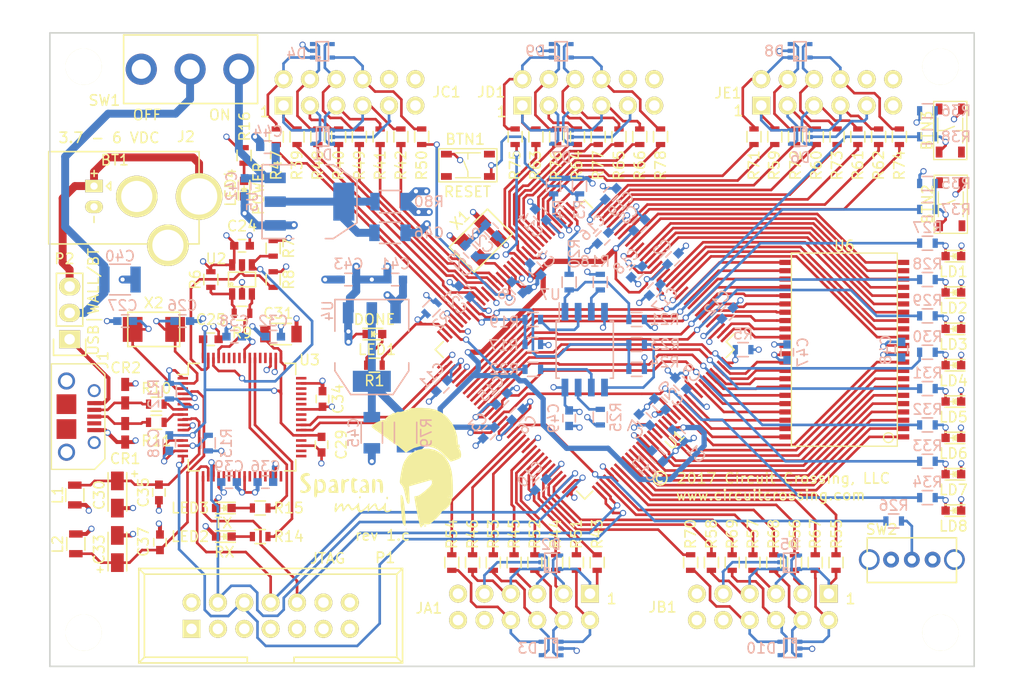
<source format=kicad_pcb>
(kicad_pcb (version 20160815) (host pcbnew "(2017-01-24 revision 0b6147e)-makepkg")
  (layers (0 F.Cu signal) (1 In1.Cu power hide) (2 In2.Cu power hide) (31 B.Cu signal) (34 B.Paste user) (35 F.Paste user) (36 B.SilkS user) (37 F.SilkS user) (38 B.Mask user) (39 F.Mask user) (44 Edge.Cuts user))
  (net 0 "")
  (net 1 /fpga/VCC3V3)
  (net 2 /fpga/PROGB)
  (net 3 GND)
  (net 4 /fpga/VCCINT)
  (net 5 /fpga/GCLK)
  (net 6 /usb/VCORE)
  (net 7 "Net-(C26-Pad2)")
  (net 8 /power/VCCIN)
  (net 9 "Net-(D1-Pad1)")
  (net 10 "Net-(D1-Pad3)")
  (net 11 "Net-(D1-Pad4)")
  (net 12 "Net-(D1-Pad5)")
  (net 13 "Net-(D2-Pad1)")
  (net 14 "Net-(D2-Pad3)")
  (net 15 "Net-(D2-Pad4)")
  (net 16 "Net-(D2-Pad5)")
  (net 17 "Net-(D3-Pad1)")
  (net 18 "Net-(D3-Pad3)")
  (net 19 "Net-(D3-Pad4)")
  (net 20 "Net-(D3-Pad5)")
  (net 21 "Net-(D4-Pad1)")
  (net 22 "Net-(D4-Pad3)")
  (net 23 "Net-(D4-Pad4)")
  (net 24 "Net-(D4-Pad5)")
  (net 25 "Net-(D5-Pad1)")
  (net 26 "Net-(D5-Pad3)")
  (net 27 "Net-(D5-Pad4)")
  (net 28 "Net-(D5-Pad5)")
  (net 29 "Net-(D6-Pad1)")
  (net 30 "Net-(D6-Pad3)")
  (net 31 "Net-(D6-Pad4)")
  (net 32 "Net-(D6-Pad5)")
  (net 33 "Net-(D7-Pad1)")
  (net 34 "Net-(D7-Pad3)")
  (net 35 "Net-(D7-Pad4)")
  (net 36 "Net-(D7-Pad5)")
  (net 37 "Net-(D8-Pad1)")
  (net 38 "Net-(D8-Pad3)")
  (net 39 "Net-(D8-Pad4)")
  (net 40 "Net-(D8-Pad5)")
  (net 41 "Net-(D9-Pad1)")
  (net 42 "Net-(D9-Pad3)")
  (net 43 "Net-(D9-Pad4)")
  (net 44 "Net-(D9-Pad5)")
  (net 45 "Net-(D10-Pad1)")
  (net 46 "Net-(D10-Pad3)")
  (net 47 "Net-(D10-Pad4)")
  (net 48 "Net-(D10-Pad5)")
  (net 49 "Net-(LD1-Pad2)")
  (net 50 "Net-(LD2-Pad2)")
  (net 51 "Net-(LD3-Pad2)")
  (net 52 "Net-(LD4-Pad2)")
  (net 53 "Net-(LD5-Pad2)")
  (net 54 "Net-(LD6-Pad2)")
  (net 55 "Net-(LD7-Pad2)")
  (net 56 "Net-(LD8-Pad2)")
  (net 57 "Net-(LED1-Pad2)")
  (net 58 "Net-(LED2-Pad1)")
  (net 59 "Net-(LED3-Pad1)")
  (net 60 "Net-(P1-Pad14)")
  (net 61 "Net-(P1-Pad12)")
  (net 62 /fpga/TDI)
  (net 63 /fpga/TDO)
  (net 64 /fpga/TMS)
  (net 65 /fpga/TCK)
  (net 66 /power/VUSB)
  (net 67 /fpga/HSWAP)
  (net 68 /fpga/DONE)
  (net 69 /fpga/INIT_B)
  (net 70 "Net-(R8-Pad2)")
  (net 71 "Net-(R10-Pad1)")
  (net 72 "Net-(R11-Pad1)")
  (net 73 "Net-(R12-Pad1)")
  (net 74 /fpga/SDI)
  (net 75 /fpga/SDO)
  (net 76 /fpga/LED0)
  (net 77 /fpga/SCS)
  (net 78 "Net-(R18-Pad1)")
  (net 79 /fpga/SCK)
  (net 80 "Net-(R22-Pad2)")
  (net 81 "Net-(R23-Pad2)")
  (net 82 /fpga/LED1)
  (net 83 /fpga/LED2)
  (net 84 /fpga/LED3)
  (net 85 /fpga/LED4)
  (net 86 /fpga/LED5)
  (net 87 /fpga/LED6)
  (net 88 /fpga/LED7)
  (net 89 /fpga/BTN0)
  (net 90 /fpga/BTN1)
  (net 91 /fpga/PMA0)
  (net 92 /fpga/PMA1)
  (net 93 /fpga/PMA2)
  (net 94 /fpga/PMA3)
  (net 95 /fpga/PMC0)
  (net 96 /fpga/PMC1)
  (net 97 /fpga/PMC2)
  (net 98 /fpga/PMC3)
  (net 99 /fpga/PMA4)
  (net 100 /fpga/PMA5)
  (net 101 /fpga/PMA6)
  (net 102 /fpga/PMA7)
  (net 103 /fpga/PMC4)
  (net 104 /fpga/PMC5)
  (net 105 /fpga/PMC6)
  (net 106 /fpga/PMC7)
  (net 107 /fpga/PMB0)
  (net 108 /fpga/PMB1)
  (net 109 /fpga/PMB2)
  (net 110 /fpga/PMB3)
  (net 111 /fpga/PMD0)
  (net 112 /fpga/PMD1)
  (net 113 /fpga/PMD2)
  (net 114 /fpga/PMD3)
  (net 115 /fpga/PME0)
  (net 116 /fpga/PME1)
  (net 117 /fpga/PME2)
  (net 118 /fpga/PME3)
  (net 119 /fpga/PMB4)
  (net 120 /fpga/PMB5)
  (net 121 /fpga/PMB6)
  (net 122 /fpga/PMB7)
  (net 123 /fpga/PMD4)
  (net 124 /fpga/PMD5)
  (net 125 /fpga/PMD6)
  (net 126 /fpga/PMD7)
  (net 127 /fpga/PME4)
  (net 128 /fpga/PME5)
  (net 129 /fpga/PME6)
  (net 130 /fpga/PME7)
  (net 131 /fpga/D5)
  (net 132 /fpga/D10)
  (net 133 /fpga/D6)
  (net 134 /fpga/D9)
  (net 135 /fpga/D4)
  (net 136 /fpga/D11)
  (net 137 /fpga/A9)
  (net 138 /fpga/A14)
  (net 139 /fpga/A10)
  (net 140 /fpga/A13)
  (net 141 /fpga/A11)
  (net 142 /fpga/D7)
  (net 143 /fpga/D8)
  (net 144 /fpga/WE)
  (net 145 /fpga/A12)
  (net 146 /fpga/A17)
  (net 147 /fpga/A18)
  (net 148 /fpga/A16)
  (net 149 /fpga/A8)
  (net 150 /fpga/A15)
  (net 151 "Net-(U1-Pad72)")
  (net 152 /fpga/RXD)
  (net 153 /fpga/TXD)
  (net 154 /fpga/A4)
  (net 155 /fpga/A5)
  (net 156 /fpga/A3)
  (net 157 /fpga/A6)
  (net 158 /fpga/A2)
  (net 159 /fpga/A7)
  (net 160 /fpga/A1)
  (net 161 /fpga/OE)
  (net 162 /fpga/A0)
  (net 163 /fpga/UB)
  (net 164 /fpga/CS)
  (net 165 /fpga/LB)
  (net 166 /fpga/D0)
  (net 167 /fpga/D15)
  (net 168 /fpga/D1)
  (net 169 /fpga/D14)
  (net 170 /fpga/D2)
  (net 171 /fpga/D13)
  (net 172 /fpga/D3)
  (net 173 /fpga/D12)
  (net 174 "Net-(BTN2-Pad4)")
  (net 175 "Net-(BTN3-Pad4)")
  (net 176 "Net-(C27-Pad2)")
  (net 177 "Net-(C30-Pad1)")
  (net 178 "Net-(C33-Pad1)")
  (net 179 "Net-(C42-Pad1)")
  (net 180 "Net-(LED4-Pad2)")
  (net 181 "Net-(R6-Pad2)")
  (net 182 "Net-(R7-Pad2)")
  (net 183 "Net-(R9-Pad1)")
  (net 184 "Net-(R20-Pad2)")
  (net 185 /fpga/SW0)
  (net 186 "Net-(R13-Pad1)")
  (net 187 "Net-(R14-Pad2)")
  (net 188 "Net-(R15-Pad2)")
  (net 189 "Net-(R19-Pad1)")
  (net 190 "Net-(R25-Pad2)")
  (net 191 "Net-(R26-Pad1)")
  (net 192 "Net-(J2-Pad3)")
  (net 193 "Net-(J1-Pad4)")
  (net 194 "Net-(U3-Pad21)")
  (net 195 "Net-(U3-Pad22)")
  (net 196 "Net-(U3-Pad23)")
  (net 197 "Net-(U3-Pad24)")
  (net 198 "Net-(U3-Pad26)")
  (net 199 "Net-(U3-Pad27)")
  (net 200 "Net-(U3-Pad28)")
  (net 201 "Net-(U3-Pad29)")
  (net 202 "Net-(U3-Pad30)")
  (net 203 "Net-(U3-Pad32)")
  (net 204 "Net-(U3-Pad33)")
  (net 205 "Net-(U3-Pad34)")
  (net 206 "Net-(U3-Pad36)")
  (net 207 "Net-(U3-Pad40)")
  (net 208 "Net-(U3-Pad41)")
  (net 209 "Net-(U3-Pad43)")
  (net 210 "Net-(U3-Pad44)")
  (net 211 "Net-(U3-Pad45)")
  (net 212 "Net-(U3-Pad46)")
  (net 213 "Net-(U3-Pad48)")
  (net 214 "Net-(U3-Pad52)")
  (net 215 "Net-(U3-Pad53)")
  (net 216 "Net-(U3-Pad57)")
  (net 217 "Net-(U3-Pad58)")
  (net 218 "Net-(U3-Pad59)")
  (net 219 "Net-(U3-Pad60)")
  (net 220 "Net-(C45-Pad1)")
  (net 221 "Net-(C46-Pad1)")
  (net 222 "Net-(BT1-Pad1)")
  (net 223 "Net-(CR1-Pad1)")
  (net 224 "Net-(CR2-Pad1)")
  (module logo:mini_text (layer F.Cu) (at 62.69 123.42)
    (fp_text reference G*** hide)
    (fp_text value LOGO hide)
  )
  (module logo:spartan_text (layer F.Cu) (at 60.6 121.46)
    (fp_text reference G*** hide)
    (fp_text value LOGO hide)
  )
  (module logo:spartan_logo (layer F.Cu) (at 67.86 120.13)
    (fp_text reference G*** hide)
    (fp_text value LOGO hide)
  )
  (module Housings_QFP:TQFP-144_20x20mm_Pitch0.5mm (layer F.Cu) (at 84 108.5 225)
    (fp_text reference U1 (at 0 -12.275 225) (layer F.SilkS))
    (fp_text value XC6SLX9-2TQG144C)
    (pad 1 smd rect (at -10.55 -8.75 225) (size 1.45 0.25) (layers F.Cu F.Paste F.Mask) (net 136 /fpga/D11))
    (pad 2 smd rect (at -10.55 -8.249999 225) (size 1.45 0.25) (layers F.Cu F.Paste F.Mask) (net 132 /fpga/D10))
    (pad 3 smd rect (at -10.55 -7.75 225) (size 1.45 0.25) (layers F.Cu F.Paste F.Mask) (net 3 GND))
    (pad 4 smd rect (at -10.55 -7.25 225) (size 1.45 0.25) (layers F.Cu F.Paste F.Mask) (net 1 /fpga/VCC3V3))
    (pad 5 smd rect (at -10.55 -6.75 225) (size 1.45 0.25) (layers F.Cu F.Paste F.Mask) (net 134 /fpga/D9))
    (pad 6 smd rect (at -10.55 -6.25 225) (size 1.45 0.25) (layers F.Cu F.Paste F.Mask) (net 143 /fpga/D8))
    (pad 7 smd rect (at -10.550001 -5.75 225) (size 1.45 0.25) (layers F.Cu F.Paste F.Mask) (net 147 /fpga/A18))
    (pad 8 smd rect (at -10.55 -5.25 225) (size 1.45 0.25) (layers F.Cu F.Paste F.Mask) (net 149 /fpga/A8))
    (pad 9 smd rect (at -10.55 -4.75 225) (size 1.45 0.25) (layers F.Cu F.Paste F.Mask) (net 137 /fpga/A9))
    (pad 10 smd rect (at -10.55 -4.25 225) (size 1.45 0.25) (layers F.Cu F.Paste F.Mask) (net 139 /fpga/A10))
    (pad 11 smd rect (at -10.55 -3.75 225) (size 1.45 0.25) (layers F.Cu F.Paste F.Mask) (net 141 /fpga/A11))
    (pad 12 smd rect (at -10.550001 -3.25 225) (size 1.45 0.25) (layers F.Cu F.Paste F.Mask) (net 146 /fpga/A17))
    (pad 13 smd rect (at -10.55 -2.75 225) (size 1.45 0.25) (layers F.Cu F.Paste F.Mask) (net 3 GND))
    (pad 14 smd rect (at -10.55 -2.25 225) (size 1.45 0.25) (layers F.Cu F.Paste F.Mask) (net 135 /fpga/D4))
    (pad 15 smd rect (at -10.55 -1.749999 225) (size 1.45 0.25) (layers F.Cu F.Paste F.Mask) (net 131 /fpga/D5))
    (pad 16 smd rect (at -10.55 -1.25 225) (size 1.45 0.25) (layers F.Cu F.Paste F.Mask) (net 133 /fpga/D6))
    (pad 17 smd rect (at -10.55 -0.750001 225) (size 1.45 0.25) (layers F.Cu F.Paste F.Mask) (net 142 /fpga/D7))
    (pad 18 smd rect (at -10.55 -0.25 225) (size 1.45 0.25) (layers F.Cu F.Paste F.Mask) (net 1 /fpga/VCC3V3))
    (pad 19 smd rect (at -10.55 0.25 225) (size 1.45 0.25) (layers F.Cu F.Paste F.Mask) (net 4 /fpga/VCCINT))
    (pad 20 smd rect (at -10.55 0.750001 225) (size 1.45 0.25) (layers F.Cu F.Paste F.Mask) (net 1 /fpga/VCC3V3))
    (pad 21 smd rect (at -10.55 1.25 225) (size 1.45 0.25) (layers F.Cu F.Paste F.Mask) (net 144 /fpga/WE))
    (pad 22 smd rect (at -10.55 1.749999 225) (size 1.45 0.25) (layers F.Cu F.Paste F.Mask) (net 148 /fpga/A16))
    (pad 23 smd rect (at -10.55 2.25 225) (size 1.45 0.25) (layers F.Cu F.Paste F.Mask) (net 150 /fpga/A15))
    (pad 24 smd rect (at -10.55 2.75 225) (size 1.45 0.25) (layers F.Cu F.Paste F.Mask) (net 138 /fpga/A14))
    (pad 25 smd rect (at -10.550001 3.25 225) (size 1.45 0.25) (layers F.Cu F.Paste F.Mask) (net 3 GND))
    (pad 26 smd rect (at -10.55 3.75 225) (size 1.45 0.25) (layers F.Cu F.Paste F.Mask) (net 140 /fpga/A13))
    (pad 27 smd rect (at -10.55 4.25 225) (size 1.45 0.25) (layers F.Cu F.Paste F.Mask) (net 145 /fpga/A12))
    (pad 28 smd rect (at -10.55 4.75 225) (size 1.45 0.25) (layers F.Cu F.Paste F.Mask) (net 4 /fpga/VCCINT))
    (pad 29 smd rect (at -10.55 5.25 225) (size 1.45 0.25) (layers F.Cu F.Paste F.Mask) (net 130 /fpga/PME7))
    (pad 30 smd rect (at -10.550001 5.75 225) (size 1.45 0.25) (layers F.Cu F.Paste F.Mask) (net 118 /fpga/PME3))
    (pad 31 smd rect (at -10.55 6.25 225) (size 1.45 0.25) (layers F.Cu F.Paste F.Mask) (net 1 /fpga/VCC3V3))
    (pad 32 smd rect (at -10.55 6.75 225) (size 1.45 0.25) (layers F.Cu F.Paste F.Mask) (net 117 /fpga/PME2))
    (pad 33 smd rect (at -10.55 7.25 225) (size 1.45 0.25) (layers F.Cu F.Paste F.Mask) (net 129 /fpga/PME6))
    (pad 34 smd rect (at -10.55 7.75 225) (size 1.45 0.25) (layers F.Cu F.Paste F.Mask) (net 116 /fpga/PME1))
    (pad 35 smd rect (at -10.55 8.249999 225) (size 1.45 0.25) (layers F.Cu F.Paste F.Mask) (net 128 /fpga/PME5))
    (pad 36 smd rect (at -10.55 8.75 225) (size 1.45 0.25) (layers F.Cu F.Paste F.Mask) (net 1 /fpga/VCC3V3))
    (pad 37 smd rect (at -8.75 10.55 315) (size 1.45 0.25) (layers F.Cu F.Paste F.Mask) (net 2 /fpga/PROGB))
    (pad 38 smd rect (at -8.249999 10.55 315) (size 1.45 0.25) (layers F.Cu F.Paste F.Mask) (net 77 /fpga/SCS))
    (pad 39 smd rect (at -7.75 10.55 315) (size 1.45 0.25) (layers F.Cu F.Paste F.Mask) (net 69 /fpga/INIT_B))
    (pad 40 smd rect (at -7.25 10.55 315) (size 1.45 0.25) (layers F.Cu F.Paste F.Mask) (net 115 /fpga/PME0))
    (pad 41 smd rect (at -6.75 10.55 315) (size 1.45 0.25) (layers F.Cu F.Paste F.Mask) (net 127 /fpga/PME4))
    (pad 42 smd rect (at -6.25 10.55 315) (size 1.45 0.25) (layers F.Cu F.Paste F.Mask) (net 1 /fpga/VCC3V3))
    (pad 43 smd rect (at -5.75 10.550001 315) (size 1.45 0.25) (layers F.Cu F.Paste F.Mask) (net 126 /fpga/PMD7))
    (pad 44 smd rect (at -5.25 10.55 315) (size 1.45 0.25) (layers F.Cu F.Paste F.Mask) (net 114 /fpga/PMD3))
    (pad 45 smd rect (at -4.75 10.55 315) (size 1.45 0.25) (layers F.Cu F.Paste F.Mask) (net 113 /fpga/PMD2))
    (pad 46 smd rect (at -4.25 10.55 315) (size 1.45 0.25) (layers F.Cu F.Paste F.Mask) (net 125 /fpga/PMD6))
    (pad 47 smd rect (at -3.75 10.55 315) (size 1.45 0.25) (layers F.Cu F.Paste F.Mask) (net 112 /fpga/PMD1))
    (pad 48 smd rect (at -3.25 10.550001 315) (size 1.45 0.25) (layers F.Cu F.Paste F.Mask) (net 124 /fpga/PMD5))
    (pad 49 smd rect (at -2.75 10.55 315) (size 1.45 0.25) (layers F.Cu F.Paste F.Mask) (net 3 GND))
    (pad 50 smd rect (at -2.25 10.55 315) (size 1.45 0.25) (layers F.Cu F.Paste F.Mask) (net 111 /fpga/PMD0))
    (pad 51 smd rect (at -1.749999 10.55 315) (size 1.45 0.25) (layers F.Cu F.Paste F.Mask) (net 123 /fpga/PMD4))
    (pad 52 smd rect (at -1.25 10.55 315) (size 1.45 0.25) (layers F.Cu F.Paste F.Mask) (net 4 /fpga/VCCINT))
    (pad 53 smd rect (at -0.750001 10.55 315) (size 1.45 0.25) (layers F.Cu F.Paste F.Mask) (net 1 /fpga/VCC3V3))
    (pad 54 smd rect (at -0.25 10.55 315) (size 1.45 0.25) (layers F.Cu F.Paste F.Mask) (net 3 GND))
    (pad 55 smd rect (at 0.25 10.55 315) (size 1.45 0.25) (layers F.Cu F.Paste F.Mask) (net 5 /fpga/GCLK))
    (pad 56 smd rect (at 0.750001 10.55 315) (size 1.45 0.25) (layers F.Cu F.Paste F.Mask) (net 106 /fpga/PMC7))
    (pad 57 smd rect (at 1.25 10.55 315) (size 1.45 0.25) (layers F.Cu F.Paste F.Mask) (net 98 /fpga/PMC3))
    (pad 58 smd rect (at 1.749999 10.55 315) (size 1.45 0.25) (layers F.Cu F.Paste F.Mask) (net 97 /fpga/PMC2))
    (pad 59 smd rect (at 2.25 10.55 315) (size 1.45 0.25) (layers F.Cu F.Paste F.Mask) (net 105 /fpga/PMC6))
    (pad 60 smd rect (at 2.75 10.55 315) (size 1.45 0.25) (layers F.Cu F.Paste F.Mask) (net 3 GND))
    (pad 61 smd rect (at 3.25 10.550001 315) (size 1.45 0.25) (layers F.Cu F.Paste F.Mask) (net 96 /fpga/PMC1))
    (pad 62 smd rect (at 3.75 10.55 315) (size 1.45 0.25) (layers F.Cu F.Paste F.Mask) (net 104 /fpga/PMC5))
    (pad 63 smd rect (at 4.25 10.55 315) (size 1.45 0.25) (layers F.Cu F.Paste F.Mask) (net 1 /fpga/VCC3V3))
    (pad 64 smd rect (at 4.75 10.55 315) (size 1.45 0.25) (layers F.Cu F.Paste F.Mask) (net 75 /fpga/SDO))
    (pad 65 smd rect (at 5.25 10.55 315) (size 1.45 0.25) (layers F.Cu F.Paste F.Mask) (net 74 /fpga/SDI))
    (pad 66 smd rect (at 5.75 10.550001 315) (size 1.45 0.25) (layers F.Cu F.Paste F.Mask) (net 95 /fpga/PMC0))
    (pad 67 smd rect (at 6.25 10.55 315) (size 1.45 0.25) (layers F.Cu F.Paste F.Mask) (net 103 /fpga/PMC4))
    (pad 68 smd rect (at 6.75 10.55 315) (size 1.45 0.25) (layers F.Cu F.Paste F.Mask) (net 3 GND))
    (pad 69 smd rect (at 7.25 10.55 315) (size 1.45 0.25) (layers F.Cu F.Paste F.Mask) (net 1 /fpga/VCC3V3))
    (pad 70 smd rect (at 7.75 10.55 315) (size 1.45 0.25) (layers F.Cu F.Paste F.Mask) (net 79 /fpga/SCK))
    (pad 71 smd rect (at 8.249999 10.55 315) (size 1.45 0.25) (layers F.Cu F.Paste F.Mask) (net 68 /fpga/DONE))
    (pad 72 smd rect (at 8.75 10.55 315) (size 1.45 0.25) (layers F.Cu F.Paste F.Mask) (net 151 "Net-(U1-Pad72)"))
    (pad 73 smd rect (at 10.55 8.75 225) (size 1.45 0.25) (layers F.Cu F.Paste F.Mask) (net 3 GND))
    (pad 74 smd rect (at 10.55 8.249999 225) (size 1.45 0.25) (layers F.Cu F.Paste F.Mask) (net 152 /fpga/RXD))
    (pad 75 smd rect (at 10.55 7.75 225) (size 1.45 0.25) (layers F.Cu F.Paste F.Mask) (net 153 /fpga/TXD))
    (pad 76 smd rect (at 10.55 7.25 225) (size 1.45 0.25) (layers F.Cu F.Paste F.Mask) (net 1 /fpga/VCC3V3))
    (pad 77 smd rect (at 10.55 6.75 225) (size 1.45 0.25) (layers F.Cu F.Paste F.Mask) (net 3 GND))
    (pad 78 smd rect (at 10.55 6.25 225) (size 1.45 0.25) (layers F.Cu F.Paste F.Mask) (net 90 /fpga/BTN1))
    (pad 79 smd rect (at 10.550001 5.75 225) (size 1.45 0.25) (layers F.Cu F.Paste F.Mask) (net 89 /fpga/BTN0))
    (pad 80 smd rect (at 10.55 5.25 225) (size 1.45 0.25) (layers F.Cu F.Paste F.Mask) (net 76 /fpga/LED0))
    (pad 81 smd rect (at 10.55 4.75 225) (size 1.45 0.25) (layers F.Cu F.Paste F.Mask) (net 82 /fpga/LED1))
    (pad 82 smd rect (at 10.55 4.25 225) (size 1.45 0.25) (layers F.Cu F.Paste F.Mask) (net 83 /fpga/LED2))
    (pad 83 smd rect (at 10.55 3.75 225) (size 1.45 0.25) (layers F.Cu F.Paste F.Mask) (net 84 /fpga/LED3))
    (pad 84 smd rect (at 10.550001 3.25 225) (size 1.45 0.25) (layers F.Cu F.Paste F.Mask) (net 85 /fpga/LED4))
    (pad 85 smd rect (at 10.55 2.75 225) (size 1.45 0.25) (layers F.Cu F.Paste F.Mask) (net 86 /fpga/LED5))
    (pad 86 smd rect (at 10.55 2.25 225) (size 1.45 0.25) (layers F.Cu F.Paste F.Mask) (net 1 /fpga/VCC3V3))
    (pad 87 smd rect (at 10.55 1.749999 225) (size 1.45 0.25) (layers F.Cu F.Paste F.Mask) (net 87 /fpga/LED6))
    (pad 88 smd rect (at 10.55 1.25 225) (size 1.45 0.25) (layers F.Cu F.Paste F.Mask) (net 88 /fpga/LED7))
    (pad 89 smd rect (at 10.55 0.750001 225) (size 1.45 0.25) (layers F.Cu F.Paste F.Mask) (net 4 /fpga/VCCINT))
    (pad 90 smd rect (at 10.55 0.25 225) (size 1.45 0.25) (layers F.Cu F.Paste F.Mask) (net 1 /fpga/VCC3V3))
    (pad 91 smd rect (at 10.55 -0.25 225) (size 1.45 0.25) (layers F.Cu F.Paste F.Mask) (net 3 GND))
    (pad 92 smd rect (at 10.55 -0.750001 225) (size 1.45 0.25) (layers F.Cu F.Paste F.Mask) (net 185 /fpga/SW0))
    (pad 93 smd rect (at 10.55 -1.25 225) (size 1.45 0.25) (layers F.Cu F.Paste F.Mask) (net 102 /fpga/PMA7))
    (pad 94 smd rect (at 10.55 -1.749999 225) (size 1.45 0.25) (layers F.Cu F.Paste F.Mask) (net 94 /fpga/PMA3))
    (pad 95 smd rect (at 10.55 -2.25 225) (size 1.45 0.25) (layers F.Cu F.Paste F.Mask) (net 101 /fpga/PMA6))
    (pad 96 smd rect (at 10.55 -2.75 225) (size 1.45 0.25) (layers F.Cu F.Paste F.Mask) (net 3 GND))
    (pad 97 smd rect (at 10.550001 -3.25 225) (size 1.45 0.25) (layers F.Cu F.Paste F.Mask) (net 93 /fpga/PMA2))
    (pad 98 smd rect (at 10.55 -3.75 225) (size 1.45 0.25) (layers F.Cu F.Paste F.Mask) (net 100 /fpga/PMA5))
    (pad 99 smd rect (at 10.55 -4.25 225) (size 1.45 0.25) (layers F.Cu F.Paste F.Mask) (net 92 /fpga/PMA1))
    (pad 100 smd rect (at 10.55 -4.75 225) (size 1.45 0.25) (layers F.Cu F.Paste F.Mask) (net 99 /fpga/PMA4))
    (pad 101 smd rect (at 10.55 -5.25 225) (size 1.45 0.25) (layers F.Cu F.Paste F.Mask) (net 91 /fpga/PMA0))
    (pad 102 smd rect (at 10.550001 -5.75 225) (size 1.45 0.25) (layers F.Cu F.Paste F.Mask) (net 122 /fpga/PMB7))
    (pad 103 smd rect (at 10.55 -6.25 225) (size 1.45 0.25) (layers F.Cu F.Paste F.Mask) (net 1 /fpga/VCC3V3))
    (pad 104 smd rect (at 10.55 -6.75 225) (size 1.45 0.25) (layers F.Cu F.Paste F.Mask) (net 110 /fpga/PMB3))
    (pad 105 smd rect (at 10.55 -7.25 225) (size 1.45 0.25) (layers F.Cu F.Paste F.Mask) (net 121 /fpga/PMB6))
    (pad 106 smd rect (at 10.55 -7.75 225) (size 1.45 0.25) (layers F.Cu F.Paste F.Mask) (net 63 /fpga/TDO))
    (pad 107 smd rect (at 10.55 -8.249999 225) (size 1.45 0.25) (layers F.Cu F.Paste F.Mask) (net 64 /fpga/TMS))
    (pad 108 smd rect (at 10.55 -8.75 225) (size 1.45 0.25) (layers F.Cu F.Paste F.Mask) (net 3 GND))
    (pad 109 smd rect (at 8.75 -10.55 315) (size 1.45 0.25) (layers F.Cu F.Paste F.Mask) (net 65 /fpga/TCK))
    (pad 110 smd rect (at 8.249999 -10.55 315) (size 1.45 0.25) (layers F.Cu F.Paste F.Mask) (net 62 /fpga/TDI))
    (pad 111 smd rect (at 7.75 -10.55 315) (size 1.45 0.25) (layers F.Cu F.Paste F.Mask) (net 109 /fpga/PMB2))
    (pad 112 smd rect (at 7.25 -10.55 315) (size 1.45 0.25) (layers F.Cu F.Paste F.Mask) (net 120 /fpga/PMB5))
    (pad 113 smd rect (at 6.75 -10.55 315) (size 1.45 0.25) (layers F.Cu F.Paste F.Mask) (net 3 GND))
    (pad 114 smd rect (at 6.25 -10.55 315) (size 1.45 0.25) (layers F.Cu F.Paste F.Mask) (net 108 /fpga/PMB1))
    (pad 115 smd rect (at 5.75 -10.550001 315) (size 1.45 0.25) (layers F.Cu F.Paste F.Mask) (net 119 /fpga/PMB4))
    (pad 116 smd rect (at 5.25 -10.55 315) (size 1.45 0.25) (layers F.Cu F.Paste F.Mask) (net 107 /fpga/PMB0))
    (pad 117 smd rect (at 4.75 -10.55 315) (size 1.45 0.25) (layers F.Cu F.Paste F.Mask) (net 154 /fpga/A4))
    (pad 118 smd rect (at 4.25 -10.55 315) (size 1.45 0.25) (layers F.Cu F.Paste F.Mask) (net 156 /fpga/A3))
    (pad 119 smd rect (at 3.75 -10.55 315) (size 1.45 0.25) (layers F.Cu F.Paste F.Mask) (net 158 /fpga/A2))
    (pad 120 smd rect (at 3.25 -10.550001 315) (size 1.45 0.25) (layers F.Cu F.Paste F.Mask) (net 160 /fpga/A1))
    (pad 121 smd rect (at 2.75 -10.55 315) (size 1.45 0.25) (layers F.Cu F.Paste F.Mask) (net 162 /fpga/A0))
    (pad 122 smd rect (at 2.25 -10.55 315) (size 1.45 0.25) (layers F.Cu F.Paste F.Mask) (net 1 /fpga/VCC3V3))
    (pad 123 smd rect (at 1.749999 -10.55 315) (size 1.45 0.25) (layers F.Cu F.Paste F.Mask) (net 164 /fpga/CS))
    (pad 124 smd rect (at 1.25 -10.55 315) (size 1.45 0.25) (layers F.Cu F.Paste F.Mask) (net 166 /fpga/D0))
    (pad 125 smd rect (at 0.750001 -10.55 315) (size 1.45 0.25) (layers F.Cu F.Paste F.Mask) (net 1 /fpga/VCC3V3))
    (pad 126 smd rect (at 0.25 -10.55 315) (size 1.45 0.25) (layers F.Cu F.Paste F.Mask) (net 168 /fpga/D1))
    (pad 127 smd rect (at -0.25 -10.55 315) (size 1.45 0.25) (layers F.Cu F.Paste F.Mask) (net 170 /fpga/D2))
    (pad 128 smd rect (at -0.750001 -10.55 315) (size 1.45 0.25) (layers F.Cu F.Paste F.Mask) (net 4 /fpga/VCCINT))
    (pad 129 smd rect (at -1.25 -10.55 315) (size 1.45 0.25) (layers F.Cu F.Paste F.Mask) (net 1 /fpga/VCC3V3))
    (pad 130 smd rect (at -1.749999 -10.55 315) (size 1.45 0.25) (layers F.Cu F.Paste F.Mask) (net 3 GND))
    (pad 131 smd rect (at -2.25 -10.55 315) (size 1.45 0.25) (layers F.Cu F.Paste F.Mask) (net 172 /fpga/D3))
    (pad 132 smd rect (at -2.75 -10.55 315) (size 1.45 0.25) (layers F.Cu F.Paste F.Mask) (net 155 /fpga/A5))
    (pad 133 smd rect (at -3.25 -10.550001 315) (size 1.45 0.25) (layers F.Cu F.Paste F.Mask) (net 157 /fpga/A6))
    (pad 134 smd rect (at -3.75 -10.55 315) (size 1.45 0.25) (layers F.Cu F.Paste F.Mask) (net 159 /fpga/A7))
    (pad 135 smd rect (at -4.25 -10.55 315) (size 1.45 0.25) (layers F.Cu F.Paste F.Mask) (net 1 /fpga/VCC3V3))
    (pad 136 smd rect (at -4.75 -10.55 315) (size 1.45 0.25) (layers F.Cu F.Paste F.Mask) (net 3 GND))
    (pad 137 smd rect (at -5.25 -10.55 315) (size 1.45 0.25) (layers F.Cu F.Paste F.Mask) (net 161 /fpga/OE))
    (pad 138 smd rect (at -5.75 -10.550001 315) (size 1.45 0.25) (layers F.Cu F.Paste F.Mask) (net 163 /fpga/UB))
    (pad 139 smd rect (at -6.25 -10.55 315) (size 1.45 0.25) (layers F.Cu F.Paste F.Mask) (net 165 /fpga/LB))
    (pad 140 smd rect (at -6.75 -10.55 315) (size 1.45 0.25) (layers F.Cu F.Paste F.Mask) (net 167 /fpga/D15))
    (pad 141 smd rect (at -7.25 -10.55 315) (size 1.45 0.25) (layers F.Cu F.Paste F.Mask) (net 169 /fpga/D14))
    (pad 142 smd rect (at -7.75 -10.55 315) (size 1.45 0.25) (layers F.Cu F.Paste F.Mask) (net 171 /fpga/D13))
    (pad 143 smd rect (at -8.249999 -10.55 315) (size 1.45 0.25) (layers F.Cu F.Paste F.Mask) (net 173 /fpga/D12))
    (pad 144 smd rect (at -8.75 -10.55 315) (size 1.45 0.25) (layers F.Cu F.Paste F.Mask) (net 67 /fpga/HSWAP))
  )
  (module Connect:IDC_Header_Straight_14pins (layer F.Cu) (at 46.14 135.39)
    (fp_text reference P1 (at 18.65 -6.85) (layer F.SilkS))
    (fp_text value JTAG)
    (pad 1 thru_hole rect (at 0 0) (size 1.7272 1.7272) (drill 1.016) (layers *.Cu *.Mask F.SilkS) (net 3 GND))
    (pad 2 thru_hole oval (at 0 -2.54) (size 1.7272 1.7272) (drill 1.016) (layers *.Cu *.Mask F.SilkS) (net 1 /fpga/VCC3V3))
    (pad 3 thru_hole oval (at 2.54 0) (size 1.7272 1.7272) (drill 1.016) (layers *.Cu *.Mask F.SilkS) (net 3 GND))
    (pad 4 thru_hole oval (at 2.54 -2.54) (size 1.7272 1.7272) (drill 1.016) (layers *.Cu *.Mask F.SilkS) (net 64 /fpga/TMS))
    (pad 5 thru_hole oval (at 5.08 0) (size 1.7272 1.7272) (drill 1.016) (layers *.Cu *.Mask F.SilkS) (net 3 GND))
    (pad 6 thru_hole oval (at 5.08 -2.54) (size 1.7272 1.7272) (drill 1.016) (layers *.Cu *.Mask F.SilkS) (net 65 /fpga/TCK))
    (pad 7 thru_hole oval (at 7.62 0) (size 1.7272 1.7272) (drill 1.016) (layers *.Cu *.Mask F.SilkS) (net 3 GND))
    (pad 8 thru_hole oval (at 7.62 -2.54) (size 1.7272 1.7272) (drill 1.016) (layers *.Cu *.Mask F.SilkS) (net 63 /fpga/TDO))
    (pad 9 thru_hole oval (at 10.16 0) (size 1.7272 1.7272) (drill 1.016) (layers *.Cu *.Mask F.SilkS) (net 3 GND))
    (pad 10 thru_hole oval (at 10.16 -2.54) (size 1.7272 1.7272) (drill 1.016) (layers *.Cu *.Mask F.SilkS) (net 62 /fpga/TDI))
    (pad 11 thru_hole oval (at 12.7 0) (size 1.7272 1.7272) (drill 1.016) (layers *.Cu *.Mask F.SilkS) (net 3 GND))
    (pad 12 thru_hole oval (at 12.7 -2.54) (size 1.7272 1.7272) (drill 1.016) (layers *.Cu *.Mask F.SilkS) (net 61 "Net-(P1-Pad12)"))
    (pad 13 thru_hole oval (at 15.24 0) (size 1.7272 1.7272) (drill 1.016) (layers *.Cu *.Mask F.SilkS) (net 3 GND))
    (pad 14 thru_hole oval (at 15.24 -2.54) (size 1.7272 1.7272) (drill 1.016) (layers *.Cu *.Mask F.SilkS) (net 60 "Net-(P1-Pad14)"))
  )
  (module Housings_QFP:LQFP-64_10x10mm_Pitch0.5mm (layer F.Cu) (at 51 115)
    (fp_text reference U3 (at 6.5 -5.5) (layer F.SilkS))
    (fp_text value FT2232H)
    (pad 1 smd rect (at -5.7 -3.75) (size 1 0.25) (layers F.Cu F.Paste F.Mask) (net 3 GND))
    (pad 2 smd rect (at -5.7 -3.25) (size 1 0.25) (layers F.Cu F.Paste F.Mask) (net 7 "Net-(C26-Pad2)"))
    (pad 3 smd rect (at -5.7 -2.75) (size 1 0.25) (layers F.Cu F.Paste F.Mask) (net 176 "Net-(C27-Pad2)"))
    (pad 4 smd rect (at -5.7 -2.25) (size 1 0.25) (layers F.Cu F.Paste F.Mask) (net 178 "Net-(C33-Pad1)"))
    (pad 5 smd rect (at -5.7 -1.75) (size 1 0.25) (layers F.Cu F.Paste F.Mask) (net 3 GND))
    (pad 6 smd rect (at -5.7 -1.25) (size 1 0.25) (layers F.Cu F.Paste F.Mask) (net 73 "Net-(R12-Pad1)"))
    (pad 7 smd rect (at -5.7 -0.75) (size 1 0.25) (layers F.Cu F.Paste F.Mask) (net 71 "Net-(R10-Pad1)"))
    (pad 8 smd rect (at -5.7 -0.25) (size 1 0.25) (layers F.Cu F.Paste F.Mask) (net 72 "Net-(R11-Pad1)"))
    (pad 9 smd rect (at -5.7 0.25) (size 1 0.25) (layers F.Cu F.Paste F.Mask) (net 177 "Net-(C30-Pad1)"))
    (pad 10 smd rect (at -5.7 0.75) (size 1 0.25) (layers F.Cu F.Paste F.Mask) (net 3 GND))
    (pad 11 smd rect (at -5.7 1.25) (size 1 0.25) (layers F.Cu F.Paste F.Mask) (net 3 GND))
    (pad 12 smd rect (at -5.7 1.75) (size 1 0.25) (layers F.Cu F.Paste F.Mask) (net 6 /usb/VCORE))
    (pad 13 smd rect (at -5.7 2.25) (size 1 0.25) (layers F.Cu F.Paste F.Mask) (net 3 GND))
    (pad 14 smd rect (at -5.7 2.75) (size 1 0.25) (layers F.Cu F.Paste F.Mask) (net 186 "Net-(R13-Pad1)"))
    (pad 15 smd rect (at -5.7 3.25) (size 1 0.25) (layers F.Cu F.Paste F.Mask) (net 3 GND))
    (pad 16 smd rect (at -5.7 3.75) (size 1 0.25) (layers F.Cu F.Paste F.Mask) (net 65 /fpga/TCK))
    (pad 17 smd rect (at -3.75 5.7 90) (size 1 0.25) (layers F.Cu F.Paste F.Mask) (net 62 /fpga/TDI))
    (pad 18 smd rect (at -3.25 5.7 90) (size 1 0.25) (layers F.Cu F.Paste F.Mask) (net 63 /fpga/TDO))
    (pad 19 smd rect (at -2.75 5.7 90) (size 1 0.25) (layers F.Cu F.Paste F.Mask) (net 64 /fpga/TMS))
    (pad 20 smd rect (at -2.25 5.7 90) (size 1 0.25) (layers F.Cu F.Paste F.Mask) (net 1 /fpga/VCC3V3))
    (pad 21 smd rect (at -1.75 5.7 90) (size 1 0.25) (layers F.Cu F.Paste F.Mask) (net 194 "Net-(U3-Pad21)"))
    (pad 22 smd rect (at -1.25 5.7 90) (size 1 0.25) (layers F.Cu F.Paste F.Mask) (net 195 "Net-(U3-Pad22)"))
    (pad 23 smd rect (at -0.75 5.7 90) (size 1 0.25) (layers F.Cu F.Paste F.Mask) (net 196 "Net-(U3-Pad23)"))
    (pad 24 smd rect (at -0.25 5.7 90) (size 1 0.25) (layers F.Cu F.Paste F.Mask) (net 197 "Net-(U3-Pad24)"))
    (pad 25 smd rect (at 0.25 5.7 90) (size 1 0.25) (layers F.Cu F.Paste F.Mask) (net 3 GND))
    (pad 26 smd rect (at 0.75 5.7 90) (size 1 0.25) (layers F.Cu F.Paste F.Mask) (net 198 "Net-(U3-Pad26)"))
    (pad 27 smd rect (at 1.25 5.7 90) (size 1 0.25) (layers F.Cu F.Paste F.Mask) (net 199 "Net-(U3-Pad27)"))
    (pad 28 smd rect (at 1.75 5.7 90) (size 1 0.25) (layers F.Cu F.Paste F.Mask) (net 200 "Net-(U3-Pad28)"))
    (pad 29 smd rect (at 2.25 5.7 90) (size 1 0.25) (layers F.Cu F.Paste F.Mask) (net 201 "Net-(U3-Pad29)"))
    (pad 30 smd rect (at 2.75 5.7 90) (size 1 0.25) (layers F.Cu F.Paste F.Mask) (net 202 "Net-(U3-Pad30)"))
    (pad 31 smd rect (at 3.25 5.7 90) (size 1 0.25) (layers F.Cu F.Paste F.Mask) (net 1 /fpga/VCC3V3))
    (pad 32 smd rect (at 3.75 5.7 90) (size 1 0.25) (layers F.Cu F.Paste F.Mask) (net 203 "Net-(U3-Pad32)"))
    (pad 33 smd rect (at 5.7 3.75) (size 1 0.25) (layers F.Cu F.Paste F.Mask) (net 204 "Net-(U3-Pad33)"))
    (pad 34 smd rect (at 5.7 3.25) (size 1 0.25) (layers F.Cu F.Paste F.Mask) (net 205 "Net-(U3-Pad34)"))
    (pad 35 smd rect (at 5.7 2.75) (size 1 0.25) (layers F.Cu F.Paste F.Mask) (net 3 GND))
    (pad 36 smd rect (at 5.7 2.25) (size 1 0.25) (layers F.Cu F.Paste F.Mask) (net 206 "Net-(U3-Pad36)"))
    (pad 37 smd rect (at 5.7 1.75) (size 1 0.25) (layers F.Cu F.Paste F.Mask) (net 6 /usb/VCORE))
    (pad 38 smd rect (at 5.7 1.25) (size 1 0.25) (layers F.Cu F.Paste F.Mask) (net 153 /fpga/TXD))
    (pad 39 smd rect (at 5.7 0.75) (size 1 0.25) (layers F.Cu F.Paste F.Mask) (net 152 /fpga/RXD))
    (pad 40 smd rect (at 5.7 0.25) (size 1 0.25) (layers F.Cu F.Paste F.Mask) (net 207 "Net-(U3-Pad40)"))
    (pad 41 smd rect (at 5.7 -0.25) (size 1 0.25) (layers F.Cu F.Paste F.Mask) (net 208 "Net-(U3-Pad41)"))
    (pad 42 smd rect (at 5.7 -0.75) (size 1 0.25) (layers F.Cu F.Paste F.Mask) (net 1 /fpga/VCC3V3))
    (pad 43 smd rect (at 5.7 -1.25) (size 1 0.25) (layers F.Cu F.Paste F.Mask) (net 209 "Net-(U3-Pad43)"))
    (pad 44 smd rect (at 5.7 -1.75) (size 1 0.25) (layers F.Cu F.Paste F.Mask) (net 210 "Net-(U3-Pad44)"))
    (pad 45 smd rect (at 5.7 -2.25) (size 1 0.25) (layers F.Cu F.Paste F.Mask) (net 211 "Net-(U3-Pad45)"))
    (pad 46 smd rect (at 5.7 -2.75) (size 1 0.25) (layers F.Cu F.Paste F.Mask) (net 212 "Net-(U3-Pad46)"))
    (pad 47 smd rect (at 5.7 -3.25) (size 1 0.25) (layers F.Cu F.Paste F.Mask) (net 3 GND))
    (pad 48 smd rect (at 5.7 -3.75) (size 1 0.25) (layers F.Cu F.Paste F.Mask) (net 213 "Net-(U3-Pad48)"))
    (pad 49 smd rect (at 3.75 -5.7 90) (size 1 0.25) (layers F.Cu F.Paste F.Mask) (net 6 /usb/VCORE))
    (pad 50 smd rect (at 3.25 -5.7 90) (size 1 0.25) (layers F.Cu F.Paste F.Mask) (net 1 /fpga/VCC3V3))
    (pad 51 smd rect (at 2.75 -5.7 90) (size 1 0.25) (layers F.Cu F.Paste F.Mask) (net 3 GND))
    (pad 52 smd rect (at 2.25 -5.7 90) (size 1 0.25) (layers F.Cu F.Paste F.Mask) (net 214 "Net-(U3-Pad52)"))
    (pad 53 smd rect (at 1.75 -5.7 90) (size 1 0.25) (layers F.Cu F.Paste F.Mask) (net 215 "Net-(U3-Pad53)"))
    (pad 54 smd rect (at 1.25 -5.7 90) (size 1 0.25) (layers F.Cu F.Paste F.Mask) (net 187 "Net-(R14-Pad2)"))
    (pad 55 smd rect (at 0.75 -5.7 90) (size 1 0.25) (layers F.Cu F.Paste F.Mask) (net 188 "Net-(R15-Pad2)"))
    (pad 56 smd rect (at 0.25 -5.7 90) (size 1 0.25) (layers F.Cu F.Paste F.Mask) (net 1 /fpga/VCC3V3))
    (pad 57 smd rect (at -0.25 -5.7 90) (size 1 0.25) (layers F.Cu F.Paste F.Mask) (net 216 "Net-(U3-Pad57)"))
    (pad 58 smd rect (at -0.75 -5.7 90) (size 1 0.25) (layers F.Cu F.Paste F.Mask) (net 217 "Net-(U3-Pad58)"))
    (pad 59 smd rect (at -1.25 -5.7 90) (size 1 0.25) (layers F.Cu F.Paste F.Mask) (net 218 "Net-(U3-Pad59)"))
    (pad 60 smd rect (at -1.75 -5.7 90) (size 1 0.25) (layers F.Cu F.Paste F.Mask) (net 219 "Net-(U3-Pad60)"))
    (pad 61 smd rect (at -2.25 -5.7 90) (size 1 0.25) (layers F.Cu F.Paste F.Mask) (net 183 "Net-(R9-Pad1)"))
    (pad 62 smd rect (at -2.75 -5.7 90) (size 1 0.25) (layers F.Cu F.Paste F.Mask) (net 182 "Net-(R7-Pad2)"))
    (pad 63 smd rect (at -3.25 -5.7 90) (size 1 0.25) (layers F.Cu F.Paste F.Mask) (net 70 "Net-(R8-Pad2)"))
    (pad 64 smd rect (at -3.75 -5.7 90) (size 1 0.25) (layers F.Cu F.Paste F.Mask) (net 6 /usb/VCORE))
  )
  (module Housings_SOIC:SOIJ-8_5.3x5.3mm_Pitch1.27mm (layer B.Cu) (at 84 108.5 270)
    (fp_text reference U7 (at -5.3 3.3) (layer B.SilkS) (effects (justify mirror)))
    (fp_text value M25P16)
    (pad 1 smd rect (at -3.65 1.905 270) (size 1.7 0.65) (layers B.Cu B.Paste B.Mask) (net 78 "Net-(R18-Pad1)"))
    (pad 2 smd rect (at -3.65 0.635 270) (size 1.7 0.65) (layers B.Cu B.Paste B.Mask) (net 189 "Net-(R19-Pad1)"))
    (pad 3 smd rect (at -3.65 -0.635 270) (size 1.7 0.65) (layers B.Cu B.Paste B.Mask) (net 184 "Net-(R20-Pad2)"))
    (pad 4 smd rect (at -3.65 -1.905 270) (size 1.7 0.65) (layers B.Cu B.Paste B.Mask) (net 3 GND))
    (pad 5 smd rect (at 3.65 -1.905 270) (size 1.7 0.65) (layers B.Cu B.Paste B.Mask) (net 81 "Net-(R23-Pad2)"))
    (pad 6 smd rect (at 3.65 -0.635 270) (size 1.7 0.65) (layers B.Cu B.Paste B.Mask) (net 80 "Net-(R22-Pad2)"))
    (pad 7 smd rect (at 3.65 0.635 270) (size 1.7 0.65) (layers B.Cu B.Paste B.Mask) (net 190 "Net-(R25-Pad2)"))
    (pad 8 smd rect (at 3.65 1.905 270) (size 1.7 0.65) (layers B.Cu B.Paste B.Mask) (net 1 /fpga/VCC3V3))
  )
  (module Resistors_SMD:R_0603 (layer F.Cu) (at 51.2 89.8 270)
    (fp_text reference R16 (at -2.8 -0.05 270) (layer F.SilkS))
    (fp_text value 470)
    (pad 1 smd rect (at -0.75 0 270) (size 0.5 0.9) (layers F.Cu F.Paste F.Mask) (net 1 /fpga/VCC3V3))
    (pad 2 smd rect (at 0.75 0 270) (size 0.5 0.9) (layers F.Cu F.Paste F.Mask) (net 180 "Net-(LED4-Pad2)"))
  )
  (module Spartan6Dev:SWITCH_PTS810 (layer F.Cu) (at 72.75 90.75)
    (fp_text reference BTN1 (at -0.25908 -2.50698) (layer F.SilkS) (effects (font (size 1.016 1.016) (thickness 0.1524))))
    (fp_text value BTN_RESET)
    (pad 1 smd rect (at -2.07264 -1.07442 90) (size 0.6477 1.04902) (layers F.Cu F.Paste F.Mask) (net 3 GND))
    (pad 2 smd rect (at 2.07264 -1.07442 90) (size 0.6477 1.04902) (layers F.Cu F.Paste F.Mask))
    (pad 3 smd rect (at -2.07264 1.07442 90) (size 0.6477 1.04902) (layers F.Cu F.Paste F.Mask))
    (pad 4 smd rect (at 2.07264 1.07442 90) (size 0.6477 1.04902) (layers F.Cu F.Paste F.Mask) (net 2 /fpga/PROGB))
  )
  (module Spartan6Dev:SWITCH_PTS810 (layer F.Cu) (at 119.25 94.5 270)
    (fp_text reference BTN2 (at 0 2.25 90) (layer F.SilkS) (effects (font (size 1.016 1.016) (thickness 0.1524))))
    (fp_text value BTN_PUSH hide)
    (pad 4 smd rect (at 2.07264 1.07442) (size 0.6477 1.04902) (layers F.Cu F.Paste F.Mask) (net 174 "Net-(BTN2-Pad4)"))
    (pad 3 smd rect (at -2.07264 1.07442) (size 0.6477 1.04902) (layers F.Cu F.Paste F.Mask))
    (pad 2 smd rect (at 2.07264 -1.07442) (size 0.6477 1.04902) (layers F.Cu F.Paste F.Mask))
    (pad 1 smd rect (at -2.07264 -1.07442) (size 0.6477 1.04902) (layers F.Cu F.Paste F.Mask) (net 1 /fpga/VCC3V3))
  )
  (module Spartan6Dev:SWITCH_PTS810 (layer F.Cu) (at 119.2 87.4 270)
    (fp_text reference BTN3 (at 0 2.25 270) (layer F.SilkS) (effects (font (size 1.016 1.016) (thickness 0.1524))))
    (fp_text value BTN_PUSH)
    (pad 1 smd rect (at -2.07264 -1.07442) (size 0.6477 1.04902) (layers F.Cu F.Paste F.Mask) (net 1 /fpga/VCC3V3))
    (pad 2 smd rect (at 2.07264 -1.07442) (size 0.6477 1.04902) (layers F.Cu F.Paste F.Mask))
    (pad 3 smd rect (at -2.07264 1.07442) (size 0.6477 1.04902) (layers F.Cu F.Paste F.Mask))
    (pad 4 smd rect (at 2.07264 1.07442) (size 0.6477 1.04902) (layers F.Cu F.Paste F.Mask) (net 175 "Net-(BTN3-Pad4)"))
  )
  (module Capacitors_SMD:C_0603 (layer B.Cu) (at 93 116.75 315)
    (fp_text reference C1 (at 2.474874 0 315) (layer B.SilkS) (effects (justify mirror)))
    (fp_text value .1uF)
    (pad 1 smd rect (at -0.75 0 315) (size 0.8 0.75) (layers B.Cu B.Paste B.Mask) (net 4 /fpga/VCCINT))
    (pad 2 smd rect (at 0.75 0 315) (size 0.8 0.75) (layers B.Cu B.Paste B.Mask) (net 3 GND))
  )
  (module Capacitors_SMD:C_0603 (layer B.Cu) (at 92.5 99.75 45)
    (fp_text reference C2 (at 0 -1.414214 45) (layer B.SilkS) (effects (justify mirror)))
    (fp_text value .1uF)
    (pad 2 smd rect (at 0.75 0 45) (size 0.8 0.75) (layers B.Cu B.Paste B.Mask) (net 3 GND))
    (pad 1 smd rect (at -0.75 0 45) (size 0.8 0.75) (layers B.Cu B.Paste B.Mask) (net 4 /fpga/VCCINT))
  )
  (module Capacitors_SMD:C_0603 (layer B.Cu) (at 74.75 116.5 225)
    (fp_text reference C3 (at 0 1.414214 225) (layer B.SilkS) (effects (justify mirror)))
    (fp_text value .1uF)
    (pad 1 smd rect (at -0.75 0 225) (size 0.8 0.75) (layers B.Cu B.Paste B.Mask) (net 4 /fpga/VCCINT))
    (pad 2 smd rect (at 0.75 0 225) (size 0.8 0.75) (layers B.Cu B.Paste B.Mask) (net 3 GND))
  )
  (module Capacitors_SMD:C_0603 (layer B.Cu) (at 79.25 100.75 315)
    (fp_text reference C4 (at 0 -1.414214 315) (layer B.SilkS) (effects (justify mirror)))
    (fp_text value .1uF)
    (pad 2 smd rect (at 0.75 0 315) (size 0.8 0.75) (layers B.Cu B.Paste B.Mask) (net 3 GND))
    (pad 1 smd rect (at -0.75 0 315) (size 0.8 0.75) (layers B.Cu B.Paste B.Mask) (net 4 /fpga/VCCINT))
  )
  (module Capacitors_SMD:C_0603 (layer B.Cu) (at 89.25 96.5 45)
    (fp_text reference C5 (at 0 -1.414214 45) (layer B.SilkS) (effects (justify mirror)))
    (fp_text value .1uF)
    (pad 1 smd rect (at -0.75 0 45) (size 0.8 0.75) (layers B.Cu B.Paste B.Mask) (net 4 /fpga/VCCINT))
    (pad 2 smd rect (at 0.75 0 45) (size 0.8 0.75) (layers B.Cu B.Paste B.Mask) (net 3 GND))
  )
  (module Capacitors_SMD:C_0603 (layer B.Cu) (at 77.5 114.75 45)
    (fp_text reference C6 (at 0 1.414214 45) (layer B.SilkS) (effects (justify mirror)))
    (fp_text value .1uF)
    (pad 2 smd rect (at 0.75 0 45) (size 0.8 0.75) (layers B.Cu B.Paste B.Mask) (net 3 GND))
    (pad 1 smd rect (at -0.75 0 45) (size 0.8 0.75) (layers B.Cu B.Paste B.Mask) (net 1 /fpga/VCC3V3))
  )
  (module Capacitors_SMD:C_0603 (layer B.Cu) (at 89.75 115.25 135)
    (fp_text reference C7 (at 0 -1.414214 135) (layer B.SilkS) (effects (justify mirror)))
    (fp_text value .1uF)
    (pad 1 smd rect (at -0.75 0 135) (size 0.8 0.75) (layers B.Cu B.Paste B.Mask) (net 1 /fpga/VCC3V3))
    (pad 2 smd rect (at 0.75 0 135) (size 0.8 0.75) (layers B.Cu B.Paste B.Mask) (net 3 GND))
  )
  (module Capacitors_SMD:C_0603 (layer B.Cu) (at 77.5 102.5 315)
    (fp_text reference C8 (at 0 1.414214 315) (layer B.SilkS) (effects (justify mirror)))
    (fp_text value .1uF)
    (pad 2 smd rect (at 0.75 0 315) (size 0.8 0.75) (layers B.Cu B.Paste B.Mask) (net 3 GND))
    (pad 1 smd rect (at -0.75 0 315) (size 0.8 0.75) (layers B.Cu B.Paste B.Mask) (net 1 /fpga/VCC3V3))
  )
  (module Capacitors_SMD:C_0603 (layer B.Cu) (at 93.25 111.75 135)
    (fp_text reference C9 (at 0 1.414214 135) (layer B.SilkS) (effects (justify mirror)))
    (fp_text value .1uF)
    (pad 1 smd rect (at -0.75 0 135) (size 0.8 0.75) (layers B.Cu B.Paste B.Mask) (net 1 /fpga/VCC3V3))
    (pad 2 smd rect (at 0.75 0 135) (size 0.8 0.75) (layers B.Cu B.Paste B.Mask) (net 3 GND))
  )
  (module Capacitors_SMD:C_0603 (layer B.Cu) (at 79.75 121.5 225)
    (fp_text reference C10 (at 0 1.414214 225) (layer B.SilkS) (effects (justify mirror)))
    (fp_text value .1uF)
    (pad 2 smd rect (at 0.75 0 225) (size 0.8 0.75) (layers B.Cu B.Paste B.Mask) (net 3 GND))
    (pad 1 smd rect (at -0.75 0 225) (size 0.8 0.75) (layers B.Cu B.Paste B.Mask) (net 1 /fpga/VCC3V3))
  )
  (module Capacitors_SMD:C_0603 (layer B.Cu) (at 70.25 112 225)
    (fp_text reference C11 (at 0 1.414214 225) (layer B.SilkS) (effects (justify mirror)))
    (fp_text value .1uF)
    (pad 1 smd rect (at -0.75 0 225) (size 0.8 0.75) (layers B.Cu B.Paste B.Mask) (net 1 /fpga/VCC3V3))
    (pad 2 smd rect (at 0.75 0 225) (size 0.8 0.75) (layers B.Cu B.Paste B.Mask) (net 3 GND))
  )
  (module Capacitors_SMD:C_0603 (layer B.Cu) (at 97.75 105 45)
    (fp_text reference C12 (at 0 -1.414214 45) (layer B.SilkS) (effects (justify mirror)))
    (fp_text value .1uF)
    (pad 1 smd rect (at -0.75 0 45) (size 0.8 0.75) (layers B.Cu B.Paste B.Mask) (net 1 /fpga/VCC3V3))
    (pad 2 smd rect (at 0.75 0 45) (size 0.8 0.75) (layers B.Cu B.Paste B.Mask) (net 3 GND))
  )
  (module Capacitors_SMD:C_0603 (layer B.Cu) (at 91 118.75 315)
    (fp_text reference C13 (at 0 1.767767 315) (layer B.SilkS) (effects (justify mirror)))
    (fp_text value .1uF)
    (pad 2 smd rect (at 0.75 0 315) (size 0.8 0.75) (layers B.Cu B.Paste B.Mask) (net 3 GND))
    (pad 1 smd rect (at -0.75 0 315) (size 0.8 0.75) (layers B.Cu B.Paste B.Mask) (net 1 /fpga/VCC3V3))
  )
  (module Capacitors_SMD:C_0603 (layer B.Cu) (at 79.75 95.5 135)
    (fp_text reference C14 (at 0 -1.414214 135) (layer B.SilkS) (effects (justify mirror)))
    (fp_text value .1uF)
    (pad 1 smd rect (at -0.75 0 135) (size 0.8 0.75) (layers B.Cu B.Paste B.Mask) (net 1 /fpga/VCC3V3))
    (pad 2 smd rect (at 0.75 0 135) (size 0.8 0.75) (layers B.Cu B.Paste B.Mask) (net 3 GND))
  )
  (module Capacitors_SMD:C_0603 (layer B.Cu) (at 76 113.25 45)
    (fp_text reference C15 (at 0 -1.414214 45) (layer B.SilkS) (effects (justify mirror)))
    (fp_text value .1uF)
    (pad 2 smd rect (at 0.75 0 45) (size 0.8 0.75) (layers B.Cu B.Paste B.Mask) (net 3 GND))
    (pad 1 smd rect (at -0.75 0 45) (size 0.8 0.75) (layers B.Cu B.Paste B.Mask) (net 1 /fpga/VCC3V3))
  )
  (module Capacitors_SMD:C_0603 (layer B.Cu) (at 85.75 97.75 225)
    (fp_text reference C16 (at 0 1.414214 225) (layer B.SilkS) (effects (justify mirror)))
    (fp_text value .1uF)
    (pad 2 smd rect (at 0.75 0 225) (size 0.8 0.75) (layers B.Cu B.Paste B.Mask) (net 3 GND))
    (pad 1 smd rect (at -0.75 0 225) (size 0.8 0.75) (layers B.Cu B.Paste B.Mask) (net 1 /fpga/VCC3V3))
  )
  (module Capacitors_SMD:C_0603 (layer B.Cu) (at 90.75 102.75 225)
    (fp_text reference C17 (at 0 -1.414214 225) (layer B.SilkS) (effects (justify mirror)))
    (fp_text value .1uF)
    (pad 1 smd rect (at -0.75 0 225) (size 0.8 0.75) (layers B.Cu B.Paste B.Mask) (net 1 /fpga/VCC3V3))
    (pad 2 smd rect (at 0.75 0 225) (size 0.8 0.75) (layers B.Cu B.Paste B.Mask) (net 3 GND))
  )
  (module Capacitors_SMD:C_0603 (layer B.Cu) (at 89 101 225)
    (fp_text reference C18 (at 0 1.414214 225) (layer B.SilkS) (effects (justify mirror)))
    (fp_text value .1uF)
    (pad 2 smd rect (at 0.75 0 225) (size 0.8 0.75) (layers B.Cu B.Paste B.Mask) (net 3 GND))
    (pad 1 smd rect (at -0.75 0 225) (size 0.8 0.75) (layers B.Cu B.Paste B.Mask) (net 1 /fpga/VCC3V3))
  )
  (module Capacitors_SMD:C_0603 (layer B.Cu) (at 86.5 93.5 45)
    (fp_text reference C19 (at 0 1.414214 45) (layer B.SilkS) (effects (justify mirror)))
    (fp_text value .1uF)
    (pad 1 smd rect (at -0.75 0 45) (size 0.8 0.75) (layers B.Cu B.Paste B.Mask) (net 1 /fpga/VCC3V3))
    (pad 2 smd rect (at 0.75 0 45) (size 0.8 0.75) (layers B.Cu B.Paste B.Mask) (net 3 GND))
  )
  (module Capacitors_SMD:C_0603 (layer B.Cu) (at 91.25 113.75 135)
    (fp_text reference C20 (at 0 1.414214 135) (layer B.SilkS) (effects (justify mirror)))
    (fp_text value .1uF)
    (pad 2 smd rect (at 0.75 0 135) (size 0.8 0.75) (layers B.Cu B.Paste B.Mask) (net 3 GND))
    (pad 1 smd rect (at -0.75 0 135) (size 0.8 0.75) (layers B.Cu B.Paste B.Mask) (net 1 /fpga/VCC3V3))
  )
  (module Capacitors_SMD:C_0603 (layer B.Cu) (at 72.4 102.9 135)
    (fp_text reference C21 (at 0 -1.414214 135) (layer B.SilkS) (effects (justify mirror)))
    (fp_text value .1uF)
    (pad 1 smd rect (at -0.75 0 135) (size 0.8 0.75) (layers B.Cu B.Paste B.Mask) (net 1 /fpga/VCC3V3))
    (pad 2 smd rect (at 0.75 0 135) (size 0.8 0.75) (layers B.Cu B.Paste B.Mask) (net 3 GND))
  )
  (module Capacitors_SMD:C_0603 (layer B.Cu) (at 75 97 135)
    (fp_text reference C22 (at 0 -1.414214 135) (layer B.SilkS) (effects (justify mirror)))
    (fp_text value .01uF)
    (pad 2 smd rect (at 0.75 0 135) (size 0.8 0.75) (layers B.Cu B.Paste B.Mask) (net 3 GND))
    (pad 1 smd rect (at -0.75 0 135) (size 0.8 0.75) (layers B.Cu B.Paste B.Mask) (net 1 /fpga/VCC3V3))
  )
  (module Capacitors_SMD:C_0603 (layer B.Cu) (at 73 99 135)
    (fp_text reference C23 (at -0.176777 -1.59099 135) (layer B.SilkS) (effects (justify mirror)))
    (fp_text value 18pF)
    (pad 1 smd rect (at -0.75 0 135) (size 0.8 0.75) (layers B.Cu B.Paste B.Mask) (net 5 /fpga/GCLK))
    (pad 2 smd rect (at 0.75 0 135) (size 0.8 0.75) (layers B.Cu B.Paste B.Mask) (net 3 GND))
  )
  (module Capacitors_SMD:C_0603 (layer F.Cu) (at 51 98.5)
    (fp_text reference C24 (at 0 -1.9) (layer F.SilkS))
    (fp_text value .1uF)
    (pad 2 smd rect (at 0.75 0) (size 0.8 0.75) (layers F.Cu F.Paste F.Mask) (net 3 GND))
    (pad 1 smd rect (at -0.75 0) (size 0.8 0.75) (layers F.Cu F.Paste F.Mask) (net 1 /fpga/VCC3V3))
  )
  (module Capacitors_SMD:C_0603 (layer F.Cu) (at 48 107.5)
    (fp_text reference C25 (at 0 -1.9) (layer F.SilkS))
    (fp_text value .1uF)
    (pad 1 smd rect (at -0.75 0) (size 0.8 0.75) (layers F.Cu F.Paste F.Mask) (net 6 /usb/VCORE))
    (pad 2 smd rect (at 0.75 0) (size 0.8 0.75) (layers F.Cu F.Paste F.Mask) (net 3 GND))
  )
  (module Capacitors_SMD:C_0603 (layer B.Cu) (at 45.25 105.75 180)
    (fp_text reference C26 (at 0 1.5 180) (layer B.SilkS) (effects (justify mirror)))
    (fp_text value 18pF)
    (pad 2 smd rect (at 0.75 0 180) (size 0.8 0.75) (layers B.Cu B.Paste B.Mask) (net 7 "Net-(C26-Pad2)"))
    (pad 1 smd rect (at -0.75 0 180) (size 0.8 0.75) (layers B.Cu B.Paste B.Mask) (net 3 GND))
  )
  (module Capacitors_SMD:C_0603 (layer B.Cu) (at 39.75 105.75)
    (fp_text reference C27 (at -0.25 -1.5) (layer B.SilkS) (effects (justify mirror)))
    (fp_text value 18pF)
    (pad 1 smd rect (at -0.75 0) (size 0.8 0.75) (layers B.Cu B.Paste B.Mask) (net 3 GND))
    (pad 2 smd rect (at 0.75 0) (size 0.8 0.75) (layers B.Cu B.Paste B.Mask) (net 176 "Net-(C27-Pad2)"))
  )
  (module Capacitors_SMD:C_0603 (layer B.Cu) (at 44 117.5 270)
    (fp_text reference C28 (at 0 1.5 270) (layer B.SilkS) (effects (justify mirror)))
    (fp_text value .1uF)
    (pad 2 smd rect (at 0.75 0 270) (size 0.8 0.75) (layers B.Cu B.Paste B.Mask) (net 3 GND))
    (pad 1 smd rect (at -0.75 0 270) (size 0.8 0.75) (layers B.Cu B.Paste B.Mask) (net 6 /usb/VCORE))
  )
  (module Capacitors_SMD:C_0603 (layer F.Cu) (at 58.66 117.65 270)
    (fp_text reference C29 (at 0 -1.9 270) (layer F.SilkS))
    (fp_text value .1uF)
    (pad 1 smd rect (at -0.75 0 270) (size 0.8 0.75) (layers F.Cu F.Paste F.Mask) (net 6 /usb/VCORE))
    (pad 2 smd rect (at 0.75 0 270) (size 0.8 0.75) (layers F.Cu F.Paste F.Mask) (net 3 GND))
  )
  (module Spartan6Dev:TantalC_SizeA_EIA-3216_Reflow (layer F.Cu) (at 39 122.45 270)
    (fp_text reference C30 (at 0.05 1.75 270) (layer F.SilkS))
    (fp_text value 4.7uF)
    (pad 2 smd rect (at 1.31 0 270) (size 1.8 1.23) (layers F.Cu F.Paste F.Mask) (net 3 GND))
    (pad 1 smd rect (at -1.31 0 270) (size 1.8 1.23) (layers F.Cu F.Paste F.Mask) (net 177 "Net-(C30-Pad1)"))
  )
  (module Capacitors_SMD:C_1206 (layer F.Cu) (at 54.75 107)
    (fp_text reference C31 (at -0.25 -2 -180) (layer F.SilkS))
    (fp_text value 3.3uF)
    (pad 1 smd rect (at -1.5 0) (size 1 1.6) (layers F.Cu F.Paste F.Mask) (net 6 /usb/VCORE))
    (pad 2 smd rect (at 1.5 0) (size 1 1.6) (layers F.Cu F.Paste F.Mask) (net 3 GND))
  )
  (module Capacitors_SMD:C_0603 (layer B.Cu) (at 54 107.25)
    (fp_text reference C32 (at 0 -1.5) (layer B.SilkS) (effects (justify mirror)))
    (fp_text value .1uF)
    (pad 2 smd rect (at 0.75 0) (size 0.8 0.75) (layers B.Cu B.Paste B.Mask) (net 1 /fpga/VCC3V3))
    (pad 1 smd rect (at -0.75 0) (size 0.8 0.75) (layers B.Cu B.Paste B.Mask) (net 3 GND))
  )
  (module Spartan6Dev:TantalC_SizeA_EIA-3216_Reflow (layer F.Cu) (at 39 127.7 90)
    (fp_text reference C33 (at -0.05 -1.75 90) (layer F.SilkS))
    (fp_text value 4.7uF)
    (pad 1 smd rect (at -1.31 0 90) (size 1.8 1.23) (layers F.Cu F.Paste F.Mask) (net 178 "Net-(C33-Pad1)"))
    (pad 2 smd rect (at 1.31 0 90) (size 1.8 1.23) (layers F.Cu F.Paste F.Mask) (net 3 GND))
  )
  (module Capacitors_SMD:C_0603 (layer F.Cu) (at 58.75 113.25 90)
    (fp_text reference C34 (at 0 1.5 90) (layer F.SilkS))
    (fp_text value .1uF)
    (pad 2 smd rect (at 0.75 0 90) (size 0.8 0.75) (layers F.Cu F.Paste F.Mask) (net 3 GND))
    (pad 1 smd rect (at -0.75 0 90) (size 0.8 0.75) (layers F.Cu F.Paste F.Mask) (net 1 /fpga/VCC3V3))
  )
  (module Capacitors_SMD:C_0603 (layer F.Cu) (at 43 122.25 270)
    (fp_text reference C35 (at 0 1.5 270) (layer F.SilkS))
    (fp_text value .1uF)
    (pad 1 smd rect (at -0.75 0 270) (size 0.8 0.75) (layers F.Cu F.Paste F.Mask) (net 177 "Net-(C30-Pad1)"))
    (pad 2 smd rect (at 0.75 0 270) (size 0.8 0.75) (layers F.Cu F.Paste F.Mask) (net 3 GND))
  )
  (module Capacitors_SMD:C_0603 (layer B.Cu) (at 53.25 121.25 180)
    (fp_text reference C36 (at 0 1.5 180) (layer B.SilkS) (effects (justify mirror)))
    (fp_text value .1uF)
    (pad 1 smd rect (at -0.75 0 180) (size 0.8 0.75) (layers B.Cu B.Paste B.Mask) (net 1 /fpga/VCC3V3))
    (pad 2 smd rect (at 0.75 0 180) (size 0.8 0.75) (layers B.Cu B.Paste B.Mask) (net 3 GND))
  )
  (module Capacitors_SMD:C_0603 (layer F.Cu) (at 43.1 127.05 90)
    (fp_text reference C37 (at 0.05 -1.6 90) (layer F.SilkS))
    (fp_text value .1uF)
    (pad 1 smd rect (at -0.75 0 90) (size 0.8 0.75) (layers F.Cu F.Paste F.Mask) (net 178 "Net-(C33-Pad1)"))
    (pad 2 smd rect (at 0.75 0 90) (size 0.8 0.75) (layers F.Cu F.Paste F.Mask) (net 3 GND))
  )
  (module Capacitors_SMD:C_0603 (layer B.Cu) (at 50.25 107.25 180)
    (fp_text reference C38 (at 0 1.5 180) (layer B.SilkS) (effects (justify mirror)))
    (fp_text value .1uF)
    (pad 2 smd rect (at 0.75 0 180) (size 0.8 0.75) (layers B.Cu B.Paste B.Mask) (net 3 GND))
    (pad 1 smd rect (at -0.75 0 180) (size 0.8 0.75) (layers B.Cu B.Paste B.Mask) (net 1 /fpga/VCC3V3))
  )
  (module Capacitors_SMD:C_0603 (layer B.Cu) (at 49.75 121.25)
    (fp_text reference C39 (at 0 -1.5) (layer B.SilkS) (effects (justify mirror)))
    (fp_text value .1uF)
    (pad 1 smd rect (at -0.75 0) (size 0.8 0.75) (layers B.Cu B.Paste B.Mask) (net 1 /fpga/VCC3V3))
    (pad 2 smd rect (at 0.75 0) (size 0.8 0.75) (layers B.Cu B.Paste B.Mask) (net 3 GND))
  )
  (module Capacitors_SMD:C_1210 (layer B.Cu) (at 39.25 101.75)
    (fp_text reference C40 (at 0 -2.25) (layer B.SilkS) (effects (justify mirror)))
    (fp_text value 47uF)
    (pad 1 smd rect (at -1.5 0) (size 1 2.5) (layers B.Cu B.Paste B.Mask) (net 8 /power/VCCIN))
    (pad 2 smd rect (at 1.5 0) (size 1 2.5) (layers B.Cu B.Paste B.Mask) (net 3 GND))
  )
  (module Capacitors_SMD:C_0603 (layer B.Cu) (at 65.75 101.75 180)
    (fp_text reference C41 (at 0 1.5 180) (layer B.SilkS) (effects (justify mirror)))
    (fp_text value .1uF)
    (pad 1 smd rect (at -0.75 0 180) (size 0.8 0.75) (layers B.Cu B.Paste B.Mask) (net 1 /fpga/VCC3V3))
    (pad 2 smd rect (at 0.75 0 180) (size 0.8 0.75) (layers B.Cu B.Paste B.Mask) (net 3 GND))
  )
  (module Capacitors_SMD:C_0603 (layer B.Cu) (at 51.25 92.75 270)
    (fp_text reference C42 (at 0 1.25 270) (layer B.SilkS) (effects (justify mirror)))
    (fp_text value .1uF)
    (pad 2 smd rect (at 0.75 0 270) (size 0.8 0.75) (layers B.Cu B.Paste B.Mask) (net 3 GND))
    (pad 1 smd rect (at -0.75 0 270) (size 0.8 0.75) (layers B.Cu B.Paste B.Mask) (net 179 "Net-(C42-Pad1)"))
  )
  (module Capacitors_SMD:C_0603 (layer B.Cu) (at 61.25 101.75)
    (fp_text reference C43 (at 0 -1.5) (layer B.SilkS) (effects (justify mirror)))
    (fp_text value 1uF)
    (pad 2 smd rect (at 0.75 0) (size 0.8 0.75) (layers B.Cu B.Paste B.Mask) (net 3 GND))
    (pad 1 smd rect (at -0.75 0) (size 0.8 0.75) (layers B.Cu B.Paste B.Mask) (net 1 /fpga/VCC3V3))
  )
  (module Capacitors_SMD:C_0603 (layer B.Cu) (at 53.5 89 180)
    (fp_text reference C44 (at 0 1.5 180) (layer B.SilkS) (effects (justify mirror)))
    (fp_text value 1uF)
    (pad 1 smd rect (at -0.75 0 180) (size 0.8 0.75) (layers B.Cu B.Paste B.Mask) (net 179 "Net-(C42-Pad1)"))
    (pad 2 smd rect (at 0.75 0 180) (size 0.8 0.75) (layers B.Cu B.Paste B.Mask) (net 3 GND))
  )
  (module Capacitors_SMD:C_1206 (layer B.Cu) (at 63.5 116.5 270)
    (fp_text reference C45 (at 0 1.75 270) (layer B.SilkS) (effects (justify mirror)))
    (fp_text value 10uF)
    (pad 1 smd rect (at -1.5 0 270) (size 1 1.6) (layers B.Cu B.Paste B.Mask) (net 220 "Net-(C45-Pad1)"))
    (pad 2 smd rect (at 1.5 0 270) (size 1 1.6) (layers B.Cu B.Paste B.Mask) (net 3 GND))
  )
  (module Capacitors_SMD:C_1206 (layer B.Cu) (at 65.25 97.25)
    (fp_text reference C46 (at 3.75 0) (layer B.SilkS) (effects (justify mirror)))
    (fp_text value 10uF)
    (pad 2 smd rect (at 1.5 0) (size 1 1.6) (layers B.Cu B.Paste B.Mask) (net 3 GND))
    (pad 1 smd rect (at -1.5 0) (size 1 1.6) (layers B.Cu B.Paste B.Mask) (net 221 "Net-(C46-Pad1)"))
  )
  (module Capacitors_SMD:C_0603 (layer B.Cu) (at 103.5 108.75 270)
    (fp_text reference C47 (at 0 -1.5 270) (layer B.SilkS) (effects (justify mirror)))
    (fp_text value .1uF)
    (pad 1 smd rect (at -0.75 0 270) (size 0.8 0.75) (layers B.Cu B.Paste B.Mask) (net 1 /fpga/VCC3V3))
    (pad 2 smd rect (at 0.75 0 270) (size 0.8 0.75) (layers B.Cu B.Paste B.Mask) (net 3 GND))
  )
  (module Capacitors_SMD:C_0603 (layer B.Cu) (at 114.5 108.5 90)
    (fp_text reference C48 (at 0 -1.5 90) (layer B.SilkS) (effects (justify mirror)))
    (fp_text value .1uF)
    (pad 2 smd rect (at 0.75 0 90) (size 0.8 0.75) (layers B.Cu B.Paste B.Mask) (net 3 GND))
    (pad 1 smd rect (at -0.75 0 90) (size 0.8 0.75) (layers B.Cu B.Paste B.Mask) (net 1 /fpga/VCC3V3))
  )
  (module Capacitors_SMD:C_0603 (layer B.Cu) (at 82.5 115.1 90)
    (fp_text reference C49 (at 0 -1.5 90) (layer B.SilkS) (effects (justify mirror)))
    (fp_text value .1uF)
    (pad 2 smd rect (at 0.75 0 90) (size 0.8 0.75) (layers B.Cu B.Paste B.Mask) (net 1 /fpga/VCC3V3))
    (pad 1 smd rect (at -0.75 0 90) (size 0.8 0.75) (layers B.Cu B.Paste B.Mask) (net 3 GND))
  )
  (module Spartan6Dev:SOT323_5_NSQA6V8AW5T2 (layer B.Cu) (at 58.75 88 180)
    (fp_text reference D1 (at 0 -1.75 180) (layer B.SilkS) (effects (justify mirror)))
    (fp_text value NSQA6V8AW5T2)
    (pad 4 smd rect (at 0.93 -0.67 180) (size 0.5 0.4) (layers B.Cu B.Paste B.Mask) (net 11 "Net-(D1-Pad4)"))
    (pad 3 smd rect (at -0.96 -0.678 180) (size 0.5 0.4) (layers B.Cu B.Paste B.Mask) (net 10 "Net-(D1-Pad3)"))
    (pad 2 smd rect (at -0.96 -0.028 180) (size 0.5 0.4) (layers B.Cu B.Paste B.Mask) (net 3 GND))
    (pad 5 smd rect (at 0.94 0.622 180) (size 0.5 0.4) (layers B.Cu B.Paste B.Mask) (net 12 "Net-(D1-Pad5)"))
    (pad 1 smd rect (at -0.959 0.622 180) (size 0.5 0.4) (layers B.Cu B.Paste B.Mask) (net 9 "Net-(D1-Pad1)"))
  )
  (module Spartan6Dev:SOT323_5_NSQA6V8AW5T2 (layer B.Cu) (at 80.75 129)
    (fp_text reference D2 (at 0 -1.75) (layer B.SilkS) (effects (justify mirror)))
    (fp_text value NSQA6V8AW5T2)
    (pad 1 smd rect (at -0.959 0.622) (size 0.5 0.4) (layers B.Cu B.Paste B.Mask) (net 13 "Net-(D2-Pad1)"))
    (pad 5 smd rect (at 0.94 0.622) (size 0.5 0.4) (layers B.Cu B.Paste B.Mask) (net 16 "Net-(D2-Pad5)"))
    (pad 2 smd rect (at -0.96 -0.028) (size 0.5 0.4) (layers B.Cu B.Paste B.Mask) (net 3 GND))
    (pad 3 smd rect (at -0.96 -0.678) (size 0.5 0.4) (layers B.Cu B.Paste B.Mask) (net 14 "Net-(D2-Pad3)"))
    (pad 4 smd rect (at 0.93 -0.67) (size 0.5 0.4) (layers B.Cu B.Paste B.Mask) (net 15 "Net-(D2-Pad4)"))
  )
  (module Spartan6Dev:SOT323_5_NSQA6V8AW5T2 (layer B.Cu) (at 80.75 137.25 180)
    (fp_text reference D3 (at 2.25 0 180) (layer B.SilkS) (effects (justify mirror)))
    (fp_text value NSQA6V8AW5T2)
    (pad 4 smd rect (at 0.93 -0.67 180) (size 0.5 0.4) (layers B.Cu B.Paste B.Mask) (net 19 "Net-(D3-Pad4)"))
    (pad 3 smd rect (at -0.96 -0.678 180) (size 0.5 0.4) (layers B.Cu B.Paste B.Mask) (net 18 "Net-(D3-Pad3)"))
    (pad 2 smd rect (at -0.96 -0.028 180) (size 0.5 0.4) (layers B.Cu B.Paste B.Mask) (net 3 GND))
    (pad 5 smd rect (at 0.94 0.622 180) (size 0.5 0.4) (layers B.Cu B.Paste B.Mask) (net 20 "Net-(D3-Pad5)"))
    (pad 1 smd rect (at -0.959 0.622 180) (size 0.5 0.4) (layers B.Cu B.Paste B.Mask) (net 17 "Net-(D3-Pad1)"))
  )
  (module Spartan6Dev:SOT323_5_NSQA6V8AW5T2 (layer B.Cu) (at 58.75 79.75)
    (fp_text reference D4 (at -2.5 0.25) (layer B.SilkS) (effects (justify mirror)))
    (fp_text value NSQA6V8AW5T2)
    (pad 1 smd rect (at -0.959 0.622) (size 0.5 0.4) (layers B.Cu B.Paste B.Mask) (net 21 "Net-(D4-Pad1)"))
    (pad 5 smd rect (at 0.94 0.622) (size 0.5 0.4) (layers B.Cu B.Paste B.Mask) (net 24 "Net-(D4-Pad5)"))
    (pad 2 smd rect (at -0.96 -0.028) (size 0.5 0.4) (layers B.Cu B.Paste B.Mask) (net 3 GND))
    (pad 3 smd rect (at -0.96 -0.678) (size 0.5 0.4) (layers B.Cu B.Paste B.Mask) (net 22 "Net-(D4-Pad3)"))
    (pad 4 smd rect (at 0.93 -0.67) (size 0.5 0.4) (layers B.Cu B.Paste B.Mask) (net 23 "Net-(D4-Pad4)"))
  )
  (module Spartan6Dev:SOT323_5_NSQA6V8AW5T2 (layer B.Cu) (at 103.75 129)
    (fp_text reference D5 (at 0 -1.75) (layer B.SilkS) (effects (justify mirror)))
    (fp_text value NSQA6V8AW5T2)
    (pad 4 smd rect (at 0.93 -0.67) (size 0.5 0.4) (layers B.Cu B.Paste B.Mask) (net 27 "Net-(D5-Pad4)"))
    (pad 3 smd rect (at -0.96 -0.678) (size 0.5 0.4) (layers B.Cu B.Paste B.Mask) (net 26 "Net-(D5-Pad3)"))
    (pad 2 smd rect (at -0.96 -0.028) (size 0.5 0.4) (layers B.Cu B.Paste B.Mask) (net 3 GND))
    (pad 5 smd rect (at 0.94 0.622) (size 0.5 0.4) (layers B.Cu B.Paste B.Mask) (net 28 "Net-(D5-Pad5)"))
    (pad 1 smd rect (at -0.959 0.622) (size 0.5 0.4) (layers B.Cu B.Paste B.Mask) (net 25 "Net-(D5-Pad1)"))
  )
  (module Spartan6Dev:SOT323_5_NSQA6V8AW5T2 (layer B.Cu) (at 104.75 88 180)
    (fp_text reference D6 (at 0 -2 180) (layer B.SilkS) (effects (justify mirror)))
    (fp_text value NSQA6V8AW5T2)
    (pad 4 smd rect (at 0.93 -0.67 180) (size 0.5 0.4) (layers B.Cu B.Paste B.Mask) (net 31 "Net-(D6-Pad4)"))
    (pad 3 smd rect (at -0.96 -0.678 180) (size 0.5 0.4) (layers B.Cu B.Paste B.Mask) (net 30 "Net-(D6-Pad3)"))
    (pad 2 smd rect (at -0.96 -0.028 180) (size 0.5 0.4) (layers B.Cu B.Paste B.Mask) (net 3 GND))
    (pad 5 smd rect (at 0.94 0.622 180) (size 0.5 0.4) (layers B.Cu B.Paste B.Mask) (net 32 "Net-(D6-Pad5)"))
    (pad 1 smd rect (at -0.959 0.622 180) (size 0.5 0.4) (layers B.Cu B.Paste B.Mask) (net 29 "Net-(D6-Pad1)"))
  )
  (module Spartan6Dev:SOT323_5_NSQA6V8AW5T2 (layer B.Cu) (at 81.75 88 180)
    (fp_text reference D7 (at 0 -2 180) (layer B.SilkS) (effects (justify mirror)))
    (fp_text value NSQA6V8AW5T2)
    (pad 4 smd rect (at 0.93 -0.67 180) (size 0.5 0.4) (layers B.Cu B.Paste B.Mask) (net 35 "Net-(D7-Pad4)"))
    (pad 3 smd rect (at -0.96 -0.678 180) (size 0.5 0.4) (layers B.Cu B.Paste B.Mask) (net 34 "Net-(D7-Pad3)"))
    (pad 2 smd rect (at -0.96 -0.028 180) (size 0.5 0.4) (layers B.Cu B.Paste B.Mask) (net 3 GND))
    (pad 5 smd rect (at 0.94 0.622 180) (size 0.5 0.4) (layers B.Cu B.Paste B.Mask) (net 36 "Net-(D7-Pad5)"))
    (pad 1 smd rect (at -0.959 0.622 180) (size 0.5 0.4) (layers B.Cu B.Paste B.Mask) (net 33 "Net-(D7-Pad1)"))
  )
  (module Spartan6Dev:SOT323_5_NSQA6V8AW5T2 (layer B.Cu) (at 104.75 79.75)
    (fp_text reference D8 (at -2.5 0) (layer B.SilkS) (effects (justify mirror)))
    (fp_text value NSQA6V8AW5T2)
    (pad 1 smd rect (at -0.959 0.622) (size 0.5 0.4) (layers B.Cu B.Paste B.Mask) (net 37 "Net-(D8-Pad1)"))
    (pad 5 smd rect (at 0.94 0.622) (size 0.5 0.4) (layers B.Cu B.Paste B.Mask) (net 40 "Net-(D8-Pad5)"))
    (pad 2 smd rect (at -0.96 -0.028) (size 0.5 0.4) (layers B.Cu B.Paste B.Mask) (net 3 GND))
    (pad 3 smd rect (at -0.96 -0.678) (size 0.5 0.4) (layers B.Cu B.Paste B.Mask) (net 38 "Net-(D8-Pad3)"))
    (pad 4 smd rect (at 0.93 -0.67) (size 0.5 0.4) (layers B.Cu B.Paste B.Mask) (net 39 "Net-(D8-Pad4)"))
  )
  (module Spartan6Dev:SOT323_5_NSQA6V8AW5T2 (layer B.Cu) (at 81.75 79.75)
    (fp_text reference D9 (at -2.5 0) (layer B.SilkS) (effects (justify mirror)))
    (fp_text value NSQA6V8AW5T2)
    (pad 1 smd rect (at -0.959 0.622) (size 0.5 0.4) (layers B.Cu B.Paste B.Mask) (net 41 "Net-(D9-Pad1)"))
    (pad 5 smd rect (at 0.94 0.622) (size 0.5 0.4) (layers B.Cu B.Paste B.Mask) (net 44 "Net-(D9-Pad5)"))
    (pad 2 smd rect (at -0.96 -0.028) (size 0.5 0.4) (layers B.Cu B.Paste B.Mask) (net 3 GND))
    (pad 3 smd rect (at -0.96 -0.678) (size 0.5 0.4) (layers B.Cu B.Paste B.Mask) (net 42 "Net-(D9-Pad3)"))
    (pad 4 smd rect (at 0.93 -0.67) (size 0.5 0.4) (layers B.Cu B.Paste B.Mask) (net 43 "Net-(D9-Pad4)"))
  )
  (module Spartan6Dev:SOT323_5_NSQA6V8AW5T2 (layer B.Cu) (at 103.75 137.25 180)
    (fp_text reference D10 (at 2.75 0 180) (layer B.SilkS) (effects (justify mirror)))
    (fp_text value NSQA6V8AW5T2)
    (pad 1 smd rect (at -0.959 0.622 180) (size 0.5 0.4) (layers B.Cu B.Paste B.Mask) (net 45 "Net-(D10-Pad1)"))
    (pad 5 smd rect (at 0.94 0.622 180) (size 0.5 0.4) (layers B.Cu B.Paste B.Mask) (net 48 "Net-(D10-Pad5)"))
    (pad 2 smd rect (at -0.96 -0.028 180) (size 0.5 0.4) (layers B.Cu B.Paste B.Mask) (net 3 GND))
    (pad 3 smd rect (at -0.96 -0.678 180) (size 0.5 0.4) (layers B.Cu B.Paste B.Mask) (net 46 "Net-(D10-Pad3)"))
    (pad 4 smd rect (at 0.93 -0.67 180) (size 0.5 0.4) (layers B.Cu B.Paste B.Mask) (net 47 "Net-(D10-Pad4)"))
  )
  (module Resistors_SMD:R_0805 (layer F.Cu) (at 34.9 122.5 90)
    (fp_text reference L1 (at 0 -1.65 90) (layer F.SilkS))
    (fp_text value L_Small)
    (pad 2 smd rect (at 0.95 0 90) (size 0.7 1.3) (layers F.Cu F.Paste F.Mask) (net 177 "Net-(C30-Pad1)"))
    (pad 1 smd rect (at -0.95 0 90) (size 0.7 1.3) (layers F.Cu F.Paste F.Mask) (net 1 /fpga/VCC3V3))
  )
  (module Resistors_SMD:R_0805 (layer F.Cu) (at 35 127.2 270)
    (fp_text reference L2 (at 0.05 1.75 270) (layer F.SilkS))
    (fp_text value L_Small)
    (pad 1 smd rect (at -0.95 0 270) (size 0.7 1.3) (layers F.Cu F.Paste F.Mask) (net 1 /fpga/VCC3V3))
    (pad 2 smd rect (at 0.95 0 270) (size 0.7 1.3) (layers F.Cu F.Paste F.Mask) (net 178 "Net-(C33-Pad1)"))
  )
  (module LEDs:LED_0603 (layer F.Cu) (at 119.5 99.5 180)
    (fp_text reference LD1 (at 0 -1.5 180) (layer F.SilkS))
    (fp_text value LED)
    (pad 1 smd rect (at -0.7493 0) (size 0.79756 0.79756) (layers F.Cu F.Paste F.Mask) (net 3 GND))
    (pad 2 smd rect (at 0.7493 0) (size 0.79756 0.79756) (layers F.Cu F.Paste F.Mask) (net 49 "Net-(LD1-Pad2)"))
  )
  (module LEDs:LED_0603 (layer F.Cu) (at 119.5 103 180)
    (fp_text reference LD2 (at 0 -1.5 180) (layer F.SilkS))
    (fp_text value LED)
    (pad 2 smd rect (at 0.7493 0) (size 0.79756 0.79756) (layers F.Cu F.Paste F.Mask) (net 50 "Net-(LD2-Pad2)"))
    (pad 1 smd rect (at -0.7493 0) (size 0.79756 0.79756) (layers F.Cu F.Paste F.Mask) (net 3 GND))
  )
  (module LEDs:LED_0603 (layer F.Cu) (at 119.5 106.5 180)
    (fp_text reference LD3 (at 0 -1.5 180) (layer F.SilkS))
    (fp_text value LED)
    (pad 1 smd rect (at -0.7493 0) (size 0.79756 0.79756) (layers F.Cu F.Paste F.Mask) (net 3 GND))
    (pad 2 smd rect (at 0.7493 0) (size 0.79756 0.79756) (layers F.Cu F.Paste F.Mask) (net 51 "Net-(LD3-Pad2)"))
  )
  (module LEDs:LED_0603 (layer F.Cu) (at 119.5 110 180)
    (fp_text reference LD4 (at 0 -1.5 180) (layer F.SilkS))
    (fp_text value LED)
    (pad 1 smd rect (at -0.7493 0) (size 0.79756 0.79756) (layers F.Cu F.Paste F.Mask) (net 3 GND))
    (pad 2 smd rect (at 0.7493 0) (size 0.79756 0.79756) (layers F.Cu F.Paste F.Mask) (net 52 "Net-(LD4-Pad2)"))
  )
  (module LEDs:LED_0603 (layer F.Cu) (at 119.5 113.5 180)
    (fp_text reference LD5 (at 0 -1.5 180) (layer F.SilkS))
    (fp_text value LED)
    (pad 2 smd rect (at 0.7493 0) (size 0.79756 0.79756) (layers F.Cu F.Paste F.Mask) (net 53 "Net-(LD5-Pad2)"))
    (pad 1 smd rect (at -0.7493 0) (size 0.79756 0.79756) (layers F.Cu F.Paste F.Mask) (net 3 GND))
  )
  (module LEDs:LED_0603 (layer F.Cu) (at 119.5 117 180)
    (fp_text reference LD6 (at 0 -1.5 180) (layer F.SilkS))
    (fp_text value LED)
    (pad 1 smd rect (at -0.7493 0) (size 0.79756 0.79756) (layers F.Cu F.Paste F.Mask) (net 3 GND))
    (pad 2 smd rect (at 0.7493 0) (size 0.79756 0.79756) (layers F.Cu F.Paste F.Mask) (net 54 "Net-(LD6-Pad2)"))
  )
  (module LEDs:LED_0603 (layer F.Cu) (at 119.5 120.5 180)
    (fp_text reference LD7 (at 0 -1.5 180) (layer F.SilkS))
    (fp_text value LED)
    (pad 2 smd rect (at 0.7493 0) (size 0.79756 0.79756) (layers F.Cu F.Paste F.Mask) (net 55 "Net-(LD7-Pad2)"))
    (pad 1 smd rect (at -0.7493 0) (size 0.79756 0.79756) (layers F.Cu F.Paste F.Mask) (net 3 GND))
  )
  (module LEDs:LED_0603 (layer F.Cu) (at 119.5 124 180)
    (fp_text reference LD8 (at 0 -1.5 180) (layer F.SilkS))
    (fp_text value LED)
    (pad 1 smd rect (at -0.7493 0) (size 0.79756 0.79756) (layers F.Cu F.Paste F.Mask) (net 3 GND))
    (pad 2 smd rect (at 0.7493 0) (size 0.79756 0.79756) (layers F.Cu F.Paste F.Mask) (net 56 "Net-(LD8-Pad2)"))
  )
  (module LEDs:LED_0603 (layer F.Cu) (at 63.75 107)
    (fp_text reference LED1 (at 0.25 1.5) (layer F.SilkS))
    (fp_text value DONE_LED)
    (pad 2 smd rect (at 0.7493 0 180) (size 0.79756 0.79756) (layers F.Cu F.Paste F.Mask) (net 57 "Net-(LED1-Pad2)"))
    (pad 1 smd rect (at -0.7493 0 180) (size 0.79756 0.79756) (layers F.Cu F.Paste F.Mask) (net 3 GND))
  )
  (module LEDs:LED_0603 (layer F.Cu) (at 49.25 126.5 180)
    (fp_text reference LED2 (at 3.25 0 180) (layer F.SilkS))
    (fp_text value RX_LED)
    (pad 2 smd rect (at 0.7493 0) (size 0.79756 0.79756) (layers F.Cu F.Paste F.Mask) (net 1 /fpga/VCC3V3))
    (pad 1 smd rect (at -0.7493 0) (size 0.79756 0.79756) (layers F.Cu F.Paste F.Mask) (net 58 "Net-(LED2-Pad1)"))
  )
  (module LEDs:LED_0603 (layer F.Cu) (at 49.25 123.75 180)
    (fp_text reference LED3 (at 3.25 0 180) (layer F.SilkS))
    (fp_text value TX_LED)
    (pad 1 smd rect (at -0.7493 0) (size 0.79756 0.79756) (layers F.Cu F.Paste F.Mask) (net 59 "Net-(LED3-Pad1)"))
    (pad 2 smd rect (at 0.7493 0) (size 0.79756 0.79756) (layers F.Cu F.Paste F.Mask) (net 1 /fpga/VCC3V3))
  )
  (module LEDs:LED_0603 (layer F.Cu) (at 51.2 93 90)
    (fp_text reference LED4 (at 0.1 -1.3 90) (layer F.SilkS))
    (fp_text value PWR_LED)
    (pad 2 smd rect (at 0.7493 0 270) (size 0.79756 0.79756) (layers F.Cu F.Paste F.Mask) (net 180 "Net-(LED4-Pad2)"))
    (pad 1 smd rect (at -0.7493 0 270) (size 0.79756 0.79756) (layers F.Cu F.Paste F.Mask) (net 3 GND))
  )
  (module Spartan6Dev:Pin_Header_Straight_1x03 (layer F.Cu) (at 34.4 107.5 180)
    (fp_text reference P2 (at 0.5 7.75 180) (layer F.SilkS))
    (fp_text value PWR_SELECT)
    (pad 1 thru_hole rect (at 0 0 180) (size 2.032 1.7272) (drill 1.016) (layers *.Cu *.Mask F.SilkS) (net 66 /power/VUSB))
    (pad 2 thru_hole oval (at 0 2.54 180) (size 2.032 1.7272) (drill 1.016) (layers *.Cu *.Mask F.SilkS) (net 8 /power/VCCIN))
    (pad 3 thru_hole oval (at 0 5.08 180) (size 2.032 1.7272) (drill 1.016) (layers *.Cu *.Mask F.SilkS) (net 222 "Net-(BT1-Pad1)"))
  )
  (module Resistors_SMD:R_0603 (layer F.Cu) (at 63.75 110)
    (fp_text reference R1 (at 0 1.5) (layer F.SilkS))
    (fp_text value 220)
    (pad 2 smd rect (at 0.75 0) (size 0.5 0.9) (layers F.Cu F.Paste F.Mask) (net 68 /fpga/DONE))
    (pad 1 smd rect (at -0.75 0) (size 0.5 0.9) (layers F.Cu F.Paste F.Mask) (net 57 "Net-(LED1-Pad2)"))
  )
  (module Resistors_SMD:R_0603 (layer B.Cu) (at 69.25 104.5 45)
    (fp_text reference R2 (at -0.176777 1.59099 45) (layer B.SilkS) (effects (justify mirror)))
    (fp_text value 220)
    (pad 2 smd rect (at 0.75 0 45) (size 0.5 0.9) (layers B.Cu B.Paste B.Mask) (net 1 /fpga/VCC3V3))
    (pad 1 smd rect (at -0.75 0 45) (size 0.5 0.9) (layers B.Cu B.Paste B.Mask) (net 68 /fpga/DONE))
  )
  (module Resistors_SMD:R_0603 (layer B.Cu) (at 83.5 92.75 270)
    (fp_text reference R3 (at 2.25 0 270) (layer B.SilkS) (effects (justify mirror)))
    (fp_text value 4.7K)
    (pad 2 smd rect (at 0.75 0 270) (size 0.5 0.9) (layers B.Cu B.Paste B.Mask) (net 2 /fpga/PROGB))
    (pad 1 smd rect (at -0.75 0 270) (size 0.5 0.9) (layers B.Cu B.Paste B.Mask) (net 1 /fpga/VCC3V3))
  )
  (module Resistors_SMD:R_0603 (layer B.Cu) (at 81 92.75 270)
    (fp_text reference R4 (at 2.25 -0.5 270) (layer B.SilkS) (effects (justify mirror)))
    (fp_text value 4.7K)
    (pad 1 smd rect (at -0.75 0 270) (size 0.5 0.9) (layers B.Cu B.Paste B.Mask) (net 1 /fpga/VCC3V3))
    (pad 2 smd rect (at 0.75 0 270) (size 0.5 0.9) (layers B.Cu B.Paste B.Mask) (net 69 /fpga/INIT_B))
  )
  (module Resistors_SMD:R_0603 (layer B.Cu) (at 99.25 108.5 180)
    (fp_text reference R5 (at 0 1.5 180) (layer B.SilkS) (effects (justify mirror)))
    (fp_text value 4.7K)
    (pad 1 smd rect (at -0.75 0 180) (size 0.5 0.9) (layers B.Cu B.Paste B.Mask) (net 1 /fpga/VCC3V3))
    (pad 2 smd rect (at 0.75 0 180) (size 0.5 0.9) (layers B.Cu B.Paste B.Mask) (net 67 /fpga/HSWAP))
  )
  (module Resistors_SMD:R_0603 (layer F.Cu) (at 48 101.75 270)
    (fp_text reference R6 (at 0 1.5 270) (layer F.SilkS))
    (fp_text value 10K)
    (pad 2 smd rect (at 0.75 0 270) (size 0.5 0.9) (layers F.Cu F.Paste F.Mask) (net 181 "Net-(R6-Pad2)"))
    (pad 1 smd rect (at -0.75 0 270) (size 0.5 0.9) (layers F.Cu F.Paste F.Mask) (net 1 /fpga/VCC3V3))
  )
  (module Resistors_SMD:R_0603 (layer F.Cu) (at 54 98.75 270)
    (fp_text reference R7 (at 0 -1.5 270) (layer F.SilkS))
    (fp_text value 10K)
    (pad 1 smd rect (at -0.75 0 270) (size 0.5 0.9) (layers F.Cu F.Paste F.Mask) (net 1 /fpga/VCC3V3))
    (pad 2 smd rect (at 0.75 0 270) (size 0.5 0.9) (layers F.Cu F.Paste F.Mask) (net 182 "Net-(R7-Pad2)"))
  )
  (module Resistors_SMD:R_0603 (layer F.Cu) (at 54 101.75 270)
    (fp_text reference R8 (at 0 -1.5 270) (layer F.SilkS))
    (fp_text value 10K)
    (pad 2 smd rect (at 0.75 0 270) (size 0.5 0.9) (layers F.Cu F.Paste F.Mask) (net 70 "Net-(R8-Pad2)"))
    (pad 1 smd rect (at -0.75 0 270) (size 0.5 0.9) (layers F.Cu F.Paste F.Mask) (net 1 /fpga/VCC3V3))
  )
  (module Resistors_SMD:R_0603 (layer F.Cu) (at 51 105 180)
    (fp_text reference R9 (at 0 -1.9 180) (layer F.SilkS))
    (fp_text value 2K)
    (pad 1 smd rect (at -0.75 0 180) (size 0.5 0.9) (layers F.Cu F.Paste F.Mask) (net 183 "Net-(R9-Pad1)"))
    (pad 2 smd rect (at 0.75 0 180) (size 0.5 0.9) (layers F.Cu F.Paste F.Mask) (net 181 "Net-(R6-Pad2)"))
  )
  (module Resistors_SMD:R_0603 (layer F.Cu) (at 42.75 113.75 180)
    (fp_text reference R10 (at 0 1.524 180) (layer F.SilkS))
    (fp_text value 10)
    (pad 2 smd rect (at 0.75 0 180) (size 0.5 0.9) (layers F.Cu F.Paste F.Mask) (net 224 "Net-(CR2-Pad1)"))
    (pad 1 smd rect (at -0.75 0 180) (size 0.5 0.9) (layers F.Cu F.Paste F.Mask) (net 71 "Net-(R10-Pad1)"))
  )
  (module Resistors_SMD:R_0603 (layer F.Cu) (at 42.75 115.5 180)
    (fp_text reference R11 (at 0 -1.778 180) (layer F.SilkS))
    (fp_text value 10)
    (pad 1 smd rect (at -0.75 0 180) (size 0.5 0.9) (layers F.Cu F.Paste F.Mask) (net 72 "Net-(R11-Pad1)"))
    (pad 2 smd rect (at 0.75 0 180) (size 0.5 0.9) (layers F.Cu F.Paste F.Mask) (net 223 "Net-(CR1-Pad1)"))
  )
  (module Resistors_SMD:R_0603 (layer B.Cu) (at 44 112.5 90)
    (fp_text reference R12 (at -0.25 -1.5 90) (layer B.SilkS) (effects (justify mirror)))
    (fp_text value 12K)
    (pad 1 smd rect (at -0.75 0 90) (size 0.5 0.9) (layers B.Cu B.Paste B.Mask) (net 73 "Net-(R12-Pad1)"))
    (pad 2 smd rect (at 0.75 0 90) (size 0.5 0.9) (layers B.Cu B.Paste B.Mask) (net 3 GND))
  )
  (module Resistors_SMD:R_0603 (layer B.Cu) (at 47.75 117.5 270)
    (fp_text reference R13 (at 0 -1.75 270) (layer B.SilkS) (effects (justify mirror)))
    (fp_text value 1K)
    (pad 2 smd rect (at 0.75 0 270) (size 0.5 0.9) (layers B.Cu B.Paste B.Mask) (net 1 /fpga/VCC3V3))
    (pad 1 smd rect (at -0.75 0 270) (size 0.5 0.9) (layers B.Cu B.Paste B.Mask) (net 186 "Net-(R13-Pad1)"))
  )
  (module Resistors_SMD:R_0603 (layer F.Cu) (at 52.75 126.5)
    (fp_text reference R14 (at 2.75 0) (layer F.SilkS))
    (fp_text value 220)
    (pad 2 smd rect (at 0.75 0) (size 0.5 0.9) (layers F.Cu F.Paste F.Mask) (net 187 "Net-(R14-Pad2)"))
    (pad 1 smd rect (at -0.75 0) (size 0.5 0.9) (layers F.Cu F.Paste F.Mask) (net 58 "Net-(LED2-Pad1)"))
  )
  (module Resistors_SMD:R_0603 (layer F.Cu) (at 52.75 123.75)
    (fp_text reference R15 (at 2.75 0) (layer F.SilkS))
    (fp_text value 220)
    (pad 1 smd rect (at -0.75 0) (size 0.5 0.9) (layers F.Cu F.Paste F.Mask) (net 59 "Net-(LED3-Pad1)"))
    (pad 2 smd rect (at 0.75 0) (size 0.5 0.9) (layers F.Cu F.Paste F.Mask) (net 188 "Net-(R15-Pad2)"))
  )
  (module Resistors_SMD:R_0603 (layer B.Cu) (at 79 108)
    (fp_text reference R17 (at -2.8 0.1) (layer B.SilkS) (effects (justify mirror)))
    (fp_text value 10K)
    (pad 2 smd rect (at 0.75 0) (size 0.5 0.9) (layers B.Cu B.Paste B.Mask) (net 1 /fpga/VCC3V3))
    (pad 1 smd rect (at -0.75 0) (size 0.5 0.9) (layers B.Cu B.Paste B.Mask) (net 74 /fpga/SDI))
  )
  (module Resistors_SMD:R_0603 (layer B.Cu) (at 82.5 102 90)
    (fp_text reference R18 (at 2 2.5 180) (layer B.SilkS) (effects (justify mirror)))
    (fp_text value 0)
    (pad 2 smd rect (at 0.75 0 90) (size 0.5 0.9) (layers B.Cu B.Paste B.Mask) (net 77 /fpga/SCS))
    (pad 1 smd rect (at -0.75 0 90) (size 0.5 0.9) (layers B.Cu B.Paste B.Mask) (net 78 "Net-(R18-Pad1)"))
  )
  (module Resistors_SMD:R_0603 (layer B.Cu) (at 79 105.6 180)
    (fp_text reference R19 (at 2.75 -0.25 180) (layer B.SilkS) (effects (justify mirror)))
    (fp_text value 0)
    (pad 1 smd rect (at -0.75 0 180) (size 0.5 0.9) (layers B.Cu B.Paste B.Mask) (net 189 "Net-(R19-Pad1)"))
    (pad 2 smd rect (at 0.75 0 180) (size 0.5 0.9) (layers B.Cu B.Paste B.Mask) (net 74 /fpga/SDI))
  )
  (module Resistors_SMD:R_0603 (layer B.Cu) (at 85.5 102 270)
    (fp_text reference R20 (at -2.75 2.5 270) (layer B.SilkS) (effects (justify mirror)))
    (fp_text value 10K)
    (pad 2 smd rect (at 0.75 0 270) (size 0.5 0.9) (layers B.Cu B.Paste B.Mask) (net 184 "Net-(R20-Pad2)"))
    (pad 1 smd rect (at -0.75 0 270) (size 0.5 0.9) (layers B.Cu B.Paste B.Mask) (net 1 /fpga/VCC3V3))
  )
  (module Resistors_SMD:R_0603 (layer B.Cu) (at 89 105.6 180)
    (fp_text reference R21 (at -2.7 0 180) (layer B.SilkS) (effects (justify mirror)))
    (fp_text value 10K)
    (pad 1 smd rect (at -0.75 0 180) (size 0.5 0.9) (layers B.Cu B.Paste B.Mask) (net 1 /fpga/VCC3V3))
    (pad 2 smd rect (at 0.75 0 180) (size 0.5 0.9) (layers B.Cu B.Paste B.Mask) (net 78 "Net-(R18-Pad1)"))
  )
  (module Resistors_SMD:R_0603 (layer B.Cu) (at 79 110.4)
    (fp_text reference R22 (at -2.75 0) (layer B.SilkS) (effects (justify mirror)))
    (fp_text value 0)
    (pad 2 smd rect (at 0.75 0) (size 0.5 0.9) (layers B.Cu B.Paste B.Mask) (net 80 "Net-(R22-Pad2)"))
    (pad 1 smd rect (at -0.75 0) (size 0.5 0.9) (layers B.Cu B.Paste B.Mask) (net 79 /fpga/SCK))
  )
  (module Resistors_SMD:R_0603 (layer B.Cu) (at 89 108)
    (fp_text reference R23 (at 2.75 0) (layer B.SilkS) (effects (justify mirror)))
    (fp_text value 0)
    (pad 1 smd rect (at -0.75 0) (size 0.5 0.9) (layers B.Cu B.Paste B.Mask) (net 75 /fpga/SDO))
    (pad 2 smd rect (at 0.75 0) (size 0.5 0.9) (layers B.Cu B.Paste B.Mask) (net 81 "Net-(R23-Pad2)"))
  )
  (module Resistors_SMD:R_0603 (layer B.Cu) (at 89 110.4)
    (fp_text reference R24 (at 2.7 -0.7) (layer B.SilkS) (effects (justify mirror)))
    (fp_text value 10K)
    (pad 1 smd rect (at -0.75 0) (size 0.5 0.9) (layers B.Cu B.Paste B.Mask) (net 75 /fpga/SDO))
    (pad 2 smd rect (at 0.75 0) (size 0.5 0.9) (layers B.Cu B.Paste B.Mask) (net 1 /fpga/VCC3V3))
  )
  (module Resistors_SMD:R_0603 (layer B.Cu) (at 85.5 115 90)
    (fp_text reference R25 (at 0 1.5 90) (layer B.SilkS) (effects (justify mirror)))
    (fp_text value 10K)
    (pad 1 smd rect (at -0.75 0 90) (size 0.5 0.9) (layers B.Cu B.Paste B.Mask) (net 1 /fpga/VCC3V3))
    (pad 2 smd rect (at 0.75 0 90) (size 0.5 0.9) (layers B.Cu B.Paste B.Mask) (net 190 "Net-(R25-Pad2)"))
  )
  (module Resistors_SMD:R_0603 (layer B.Cu) (at 113.75 125 180)
    (fp_text reference R26 (at 0 1.5 180) (layer B.SilkS) (effects (justify mirror)))
    (fp_text value 10K)
    (pad 1 smd rect (at -0.75 0 180) (size 0.5 0.9) (layers B.Cu B.Paste B.Mask) (net 191 "Net-(R26-Pad1)"))
    (pad 2 smd rect (at 0.75 0 180) (size 0.5 0.9) (layers B.Cu B.Paste B.Mask) (net 185 /fpga/SW0))
  )
  (module Resistors_SMD:R_0603 (layer B.Cu) (at 117 98.25 180)
    (fp_text reference R27 (at 0 1.5 180) (layer B.SilkS) (effects (justify mirror)))
    (fp_text value 330)
    (pad 1 smd rect (at -0.75 0 180) (size 0.5 0.9) (layers B.Cu B.Paste B.Mask) (net 49 "Net-(LD1-Pad2)"))
    (pad 2 smd rect (at 0.75 0 180) (size 0.5 0.9) (layers B.Cu B.Paste B.Mask) (net 76 /fpga/LED0))
  )
  (module Resistors_SMD:R_0603 (layer B.Cu) (at 117 101.75 180)
    (fp_text reference R28 (at 0 1.5 180) (layer B.SilkS) (effects (justify mirror)))
    (fp_text value 330)
    (pad 1 smd rect (at -0.75 0 180) (size 0.5 0.9) (layers B.Cu B.Paste B.Mask) (net 50 "Net-(LD2-Pad2)"))
    (pad 2 smd rect (at 0.75 0 180) (size 0.5 0.9) (layers B.Cu B.Paste B.Mask) (net 82 /fpga/LED1))
  )
  (module Resistors_SMD:R_0603 (layer B.Cu) (at 117 105.25 180)
    (fp_text reference R29 (at 0 1.5 180) (layer B.SilkS) (effects (justify mirror)))
    (fp_text value 330)
    (pad 1 smd rect (at -0.75 0 180) (size 0.5 0.9) (layers B.Cu B.Paste B.Mask) (net 51 "Net-(LD3-Pad2)"))
    (pad 2 smd rect (at 0.75 0 180) (size 0.5 0.9) (layers B.Cu B.Paste B.Mask) (net 83 /fpga/LED2))
  )
  (module Resistors_SMD:R_0603 (layer B.Cu) (at 117 108.75 180)
    (fp_text reference R30 (at 0 1.5 180) (layer B.SilkS) (effects (justify mirror)))
    (fp_text value 330)
    (pad 2 smd rect (at 0.75 0 180) (size 0.5 0.9) (layers B.Cu B.Paste B.Mask) (net 84 /fpga/LED3))
    (pad 1 smd rect (at -0.75 0 180) (size 0.5 0.9) (layers B.Cu B.Paste B.Mask) (net 52 "Net-(LD4-Pad2)"))
  )
  (module Resistors_SMD:R_0603 (layer B.Cu) (at 117 112.25 180)
    (fp_text reference R31 (at 0 1.5 180) (layer B.SilkS) (effects (justify mirror)))
    (fp_text value 330)
    (pad 2 smd rect (at 0.75 0 180) (size 0.5 0.9) (layers B.Cu B.Paste B.Mask) (net 85 /fpga/LED4))
    (pad 1 smd rect (at -0.75 0 180) (size 0.5 0.9) (layers B.Cu B.Paste B.Mask) (net 53 "Net-(LD5-Pad2)"))
  )
  (module Resistors_SMD:R_0603 (layer B.Cu) (at 117 115.75 180)
    (fp_text reference R32 (at 0 1.5 180) (layer B.SilkS) (effects (justify mirror)))
    (fp_text value 330)
    (pad 2 smd rect (at 0.75 0 180) (size 0.5 0.9) (layers B.Cu B.Paste B.Mask) (net 86 /fpga/LED5))
    (pad 1 smd rect (at -0.75 0 180) (size 0.5 0.9) (layers B.Cu B.Paste B.Mask) (net 54 "Net-(LD6-Pad2)"))
  )
  (module Resistors_SMD:R_0603 (layer B.Cu) (at 117 119.25 180)
    (fp_text reference R33 (at 0 1.5 180) (layer B.SilkS) (effects (justify mirror)))
    (fp_text value 330)
    (pad 1 smd rect (at -0.75 0 180) (size 0.5 0.9) (layers B.Cu B.Paste B.Mask) (net 55 "Net-(LD7-Pad2)"))
    (pad 2 smd rect (at 0.75 0 180) (size 0.5 0.9) (layers B.Cu B.Paste B.Mask) (net 87 /fpga/LED6))
  )
  (module Resistors_SMD:R_0603 (layer B.Cu) (at 117 122.75 180)
    (fp_text reference R34 (at 0 1.5 180) (layer B.SilkS) (effects (justify mirror)))
    (fp_text value 330)
    (pad 2 smd rect (at 0.75 0 180) (size 0.5 0.9) (layers B.Cu B.Paste B.Mask) (net 88 /fpga/LED7))
    (pad 1 smd rect (at -0.75 0 180) (size 0.5 0.9) (layers B.Cu B.Paste B.Mask) (net 56 "Net-(LD8-Pad2)"))
  )
  (module Resistors_SMD:R_0603 (layer B.Cu) (at 117 92.5)
    (fp_text reference R35 (at 2.75 0) (layer B.SilkS) (effects (justify mirror)))
    (fp_text value 10K)
    (pad 1 smd rect (at -0.75 0) (size 0.5 0.9) (layers B.Cu B.Paste B.Mask) (net 3 GND))
    (pad 2 smd rect (at 0.75 0) (size 0.5 0.9) (layers B.Cu B.Paste B.Mask) (net 174 "Net-(BTN2-Pad4)"))
  )
  (module Resistors_SMD:R_0603 (layer B.Cu) (at 117 85.5)
    (fp_text reference R36 (at 2.75 0) (layer B.SilkS) (effects (justify mirror)))
    (fp_text value 10K)
    (pad 1 smd rect (at -0.75 0) (size 0.5 0.9) (layers B.Cu B.Paste B.Mask) (net 3 GND))
    (pad 2 smd rect (at 0.75 0) (size 0.5 0.9) (layers B.Cu B.Paste B.Mask) (net 175 "Net-(BTN3-Pad4)"))
  )
  (module Resistors_SMD:R_0603 (layer B.Cu) (at 117 95)
    (fp_text reference R37 (at 2.75 0) (layer B.SilkS) (effects (justify mirror)))
    (fp_text value 10K)
    (pad 1 smd rect (at -0.75 0) (size 0.5 0.9) (layers B.Cu B.Paste B.Mask) (net 89 /fpga/BTN0))
    (pad 2 smd rect (at 0.75 0) (size 0.5 0.9) (layers B.Cu B.Paste B.Mask) (net 174 "Net-(BTN2-Pad4)"))
  )
  (module Resistors_SMD:R_0603 (layer B.Cu) (at 117 88)
    (fp_text reference R38 (at 2.75 0) (layer B.SilkS) (effects (justify mirror)))
    (fp_text value 10K)
    (pad 2 smd rect (at 0.75 0) (size 0.5 0.9) (layers B.Cu B.Paste B.Mask) (net 175 "Net-(BTN3-Pad4)"))
    (pad 1 smd rect (at -0.75 0) (size 0.5 0.9) (layers B.Cu B.Paste B.Mask) (net 90 /fpga/BTN1))
  )
  (module Resistors_SMD:R_0603 (layer F.Cu) (at 56.3 88 270)
    (fp_text reference R39 (at 2.75 0 270) (layer F.SilkS))
    (fp_text value 200)
    (pad 1 smd rect (at -0.75 0 270) (size 0.5 0.9) (layers F.Cu F.Paste F.Mask) (net 12 "Net-(D1-Pad5)"))
    (pad 2 smd rect (at 0.75 0 270) (size 0.5 0.9) (layers F.Cu F.Paste F.Mask) (net 95 /fpga/PMC0))
  )
  (module Resistors_SMD:R_0603 (layer F.Cu) (at 60.3 88 270)
    (fp_text reference R40 (at 2.75 0 270) (layer F.SilkS))
    (fp_text value 200)
    (pad 2 smd rect (at 0.75 0 270) (size 0.5 0.9) (layers F.Cu F.Paste F.Mask) (net 96 /fpga/PMC1))
    (pad 1 smd rect (at -0.75 0 270) (size 0.5 0.9) (layers F.Cu F.Paste F.Mask) (net 11 "Net-(D1-Pad4)"))
  )
  (module Resistors_SMD:R_0603 (layer F.Cu) (at 64.3 88 270)
    (fp_text reference R41 (at 2.75 0 270) (layer F.SilkS))
    (fp_text value 200)
    (pad 1 smd rect (at -0.75 0 270) (size 0.5 0.9) (layers F.Cu F.Paste F.Mask) (net 10 "Net-(D1-Pad3)"))
    (pad 2 smd rect (at 0.75 0 270) (size 0.5 0.9) (layers F.Cu F.Paste F.Mask) (net 97 /fpga/PMC2))
  )
  (module Resistors_SMD:R_0603 (layer F.Cu) (at 66.3 88 270)
    (fp_text reference R42 (at 2.75 0 270) (layer F.SilkS))
    (fp_text value 200)
    (pad 2 smd rect (at 0.75 0 270) (size 0.5 0.9) (layers F.Cu F.Paste F.Mask) (net 98 /fpga/PMC3))
    (pad 1 smd rect (at -0.75 0 270) (size 0.5 0.9) (layers F.Cu F.Paste F.Mask) (net 9 "Net-(D1-Pad1)"))
  )
  (module Resistors_SMD:R_0603 (layer F.Cu) (at 85.2 129 90)
    (fp_text reference R43 (at 2.75 0 90) (layer F.SilkS))
    (fp_text value 0)
    (pad 2 smd rect (at 0.75 0 90) (size 0.5 0.9) (layers F.Cu F.Paste F.Mask) (net 91 /fpga/PMA0))
    (pad 1 smd rect (at -0.75 0 90) (size 0.5 0.9) (layers F.Cu F.Paste F.Mask) (net 16 "Net-(D2-Pad5)"))
  )
  (module Resistors_SMD:R_0603 (layer F.Cu) (at 81.2 129 90)
    (fp_text reference R44 (at 2.75 0 90) (layer F.SilkS))
    (fp_text value 0)
    (pad 2 smd rect (at 0.75 0 90) (size 0.5 0.9) (layers F.Cu F.Paste F.Mask) (net 92 /fpga/PMA1))
    (pad 1 smd rect (at -0.75 0 90) (size 0.5 0.9) (layers F.Cu F.Paste F.Mask) (net 15 "Net-(D2-Pad4)"))
  )
  (module Resistors_SMD:R_0603 (layer F.Cu) (at 77.2 129 90)
    (fp_text reference R45 (at 2.75 0 90) (layer F.SilkS))
    (fp_text value 0)
    (pad 1 smd rect (at -0.75 0 90) (size 0.5 0.9) (layers F.Cu F.Paste F.Mask) (net 14 "Net-(D2-Pad3)"))
    (pad 2 smd rect (at 0.75 0 90) (size 0.5 0.9) (layers F.Cu F.Paste F.Mask) (net 93 /fpga/PMA2))
  )
  (module Resistors_SMD:R_0603 (layer F.Cu) (at 73.2 129 90)
    (fp_text reference R46 (at 2.75 0 90) (layer F.SilkS))
    (fp_text value 0)
    (pad 2 smd rect (at 0.75 0 90) (size 0.5 0.9) (layers F.Cu F.Paste F.Mask) (net 94 /fpga/PMA3))
    (pad 1 smd rect (at -0.75 0 90) (size 0.5 0.9) (layers F.Cu F.Paste F.Mask) (net 13 "Net-(D2-Pad1)"))
  )
  (module Resistors_SMD:R_0603 (layer F.Cu) (at 54.3 88 270)
    (fp_text reference R47 (at 2.75 0 270) (layer F.SilkS))
    (fp_text value 200)
    (pad 1 smd rect (at -0.75 0 270) (size 0.5 0.9) (layers F.Cu F.Paste F.Mask) (net 21 "Net-(D4-Pad1)"))
    (pad 2 smd rect (at 0.75 0 270) (size 0.5 0.9) (layers F.Cu F.Paste F.Mask) (net 103 /fpga/PMC4))
  )
  (module Resistors_SMD:R_0603 (layer F.Cu) (at 58.3 88 270)
    (fp_text reference R48 (at 2.75 0 270) (layer F.SilkS))
    (fp_text value 200)
    (pad 2 smd rect (at 0.75 0 270) (size 0.5 0.9) (layers F.Cu F.Paste F.Mask) (net 104 /fpga/PMC5))
    (pad 1 smd rect (at -0.75 0 270) (size 0.5 0.9) (layers F.Cu F.Paste F.Mask) (net 22 "Net-(D4-Pad3)"))
  )
  (module Resistors_SMD:R_0603 (layer F.Cu) (at 62.3 88 270)
    (fp_text reference R49 (at 2.75 0 270) (layer F.SilkS))
    (fp_text value 200)
    (pad 1 smd rect (at -0.75 0 270) (size 0.5 0.9) (layers F.Cu F.Paste F.Mask) (net 23 "Net-(D4-Pad4)"))
    (pad 2 smd rect (at 0.75 0 270) (size 0.5 0.9) (layers F.Cu F.Paste F.Mask) (net 105 /fpga/PMC6))
  )
  (module Resistors_SMD:R_0603 (layer F.Cu) (at 68.3 88 270)
    (fp_text reference R50 (at 2.75 0 270) (layer F.SilkS))
    (fp_text value 200)
    (pad 2 smd rect (at 0.75 0 270) (size 0.5 0.9) (layers F.Cu F.Paste F.Mask) (net 106 /fpga/PMC7))
    (pad 1 smd rect (at -0.75 0 270) (size 0.5 0.9) (layers F.Cu F.Paste F.Mask) (net 24 "Net-(D4-Pad5)"))
  )
  (module Resistors_SMD:R_0603 (layer F.Cu) (at 83.2 129 90)
    (fp_text reference R51 (at 2.75 0 90) (layer F.SilkS))
    (fp_text value 0)
    (pad 1 smd rect (at -0.75 0 90) (size 0.5 0.9) (layers F.Cu F.Paste F.Mask) (net 17 "Net-(D3-Pad1)"))
    (pad 2 smd rect (at 0.75 0 90) (size 0.5 0.9) (layers F.Cu F.Paste F.Mask) (net 99 /fpga/PMA4))
  )
  (module Resistors_SMD:R_0603 (layer F.Cu) (at 79.2 129 90)
    (fp_text reference R52 (at 2.75 0 90) (layer F.SilkS))
    (fp_text value 0)
    (pad 2 smd rect (at 0.75 0 90) (size 0.5 0.9) (layers F.Cu F.Paste F.Mask) (net 100 /fpga/PMA5))
    (pad 1 smd rect (at -0.75 0 90) (size 0.5 0.9) (layers F.Cu F.Paste F.Mask) (net 18 "Net-(D3-Pad3)"))
  )
  (module Resistors_SMD:R_0603 (layer F.Cu) (at 75.2 129 90)
    (fp_text reference R53 (at 2.75 0 90) (layer F.SilkS))
    (fp_text value 0)
    (pad 2 smd rect (at 0.75 0 90) (size 0.5 0.9) (layers F.Cu F.Paste F.Mask) (net 101 /fpga/PMA6))
    (pad 1 smd rect (at -0.75 0 90) (size 0.5 0.9) (layers F.Cu F.Paste F.Mask) (net 19 "Net-(D3-Pad4)"))
  )
  (module Resistors_SMD:R_0603 (layer F.Cu) (at 71.2 129 90)
    (fp_text reference R54 (at 2.75 0 90) (layer F.SilkS))
    (fp_text value 0)
    (pad 2 smd rect (at 0.75 0 90) (size 0.5 0.9) (layers F.Cu F.Paste F.Mask) (net 102 /fpga/PMA7))
    (pad 1 smd rect (at -0.75 0 90) (size 0.5 0.9) (layers F.Cu F.Paste F.Mask) (net 20 "Net-(D3-Pad5)"))
  )
  (module Resistors_SMD:R_0603 (layer F.Cu) (at 108.2 129 90)
    (fp_text reference R55 (at 2.75 0.05 90) (layer F.SilkS))
    (fp_text value 0)
    (pad 1 smd rect (at -0.75 0 90) (size 0.5 0.9) (layers F.Cu F.Paste F.Mask) (net 28 "Net-(D5-Pad5)"))
    (pad 2 smd rect (at 0.75 0 90) (size 0.5 0.9) (layers F.Cu F.Paste F.Mask) (net 107 /fpga/PMB0))
  )
  (module Resistors_SMD:R_0603 (layer F.Cu) (at 104.2 129 90)
    (fp_text reference R56 (at 2.75 0.05 90) (layer F.SilkS))
    (fp_text value 0)
    (pad 2 smd rect (at 0.75 0 90) (size 0.5 0.9) (layers F.Cu F.Paste F.Mask) (net 108 /fpga/PMB1))
    (pad 1 smd rect (at -0.75 0 90) (size 0.5 0.9) (layers F.Cu F.Paste F.Mask) (net 27 "Net-(D5-Pad4)"))
  )
  (module Resistors_SMD:R_0603 (layer F.Cu) (at 100.2 129 90)
    (fp_text reference R57 (at 2.75 0 90) (layer F.SilkS))
    (fp_text value 0)
    (pad 1 smd rect (at -0.75 0 90) (size 0.5 0.9) (layers F.Cu F.Paste F.Mask) (net 26 "Net-(D5-Pad3)"))
    (pad 2 smd rect (at 0.75 0 90) (size 0.5 0.9) (layers F.Cu F.Paste F.Mask) (net 109 /fpga/PMB2))
  )
  (module Resistors_SMD:R_0603 (layer F.Cu) (at 96.2 129 90)
    (fp_text reference R58 (at 2.75 0 90) (layer F.SilkS))
    (fp_text value 0)
    (pad 2 smd rect (at 0.75 0 90) (size 0.5 0.9) (layers F.Cu F.Paste F.Mask) (net 110 /fpga/PMB3))
    (pad 1 smd rect (at -0.75 0 90) (size 0.5 0.9) (layers F.Cu F.Paste F.Mask) (net 25 "Net-(D5-Pad1)"))
  )
  (module Resistors_SMD:R_0603 (layer F.Cu) (at 102.3 88 270)
    (fp_text reference R59 (at 2.75 0.05 270) (layer F.SilkS))
    (fp_text value 200)
    (pad 1 smd rect (at -0.75 0 270) (size 0.5 0.9) (layers F.Cu F.Paste F.Mask) (net 32 "Net-(D6-Pad5)"))
    (pad 2 smd rect (at 0.75 0 270) (size 0.5 0.9) (layers F.Cu F.Paste F.Mask) (net 115 /fpga/PME0))
  )
  (module Resistors_SMD:R_0603 (layer F.Cu) (at 106.3 88 270)
    (fp_text reference R60 (at 2.75 0 270) (layer F.SilkS))
    (fp_text value 200)
    (pad 2 smd rect (at 0.75 0 270) (size 0.5 0.9) (layers F.Cu F.Paste F.Mask) (net 116 /fpga/PME1))
    (pad 1 smd rect (at -0.75 0 270) (size 0.5 0.9) (layers F.Cu F.Paste F.Mask) (net 31 "Net-(D6-Pad4)"))
  )
  (module Resistors_SMD:R_0603 (layer F.Cu) (at 110.3 88 270)
    (fp_text reference R61 (at 2.75 0 270) (layer F.SilkS))
    (fp_text value 200)
    (pad 1 smd rect (at -0.75 0 270) (size 0.5 0.9) (layers F.Cu F.Paste F.Mask) (net 30 "Net-(D6-Pad3)"))
    (pad 2 smd rect (at 0.75 0 270) (size 0.5 0.9) (layers F.Cu F.Paste F.Mask) (net 117 /fpga/PME2))
  )
  (module Resistors_SMD:R_0603 (layer F.Cu) (at 112.3 88 270)
    (fp_text reference R62 (at 2.75 0 270) (layer F.SilkS))
    (fp_text value 200)
    (pad 2 smd rect (at 0.75 0 270) (size 0.5 0.9) (layers F.Cu F.Paste F.Mask) (net 118 /fpga/PME3))
    (pad 1 smd rect (at -0.75 0 270) (size 0.5 0.9) (layers F.Cu F.Paste F.Mask) (net 29 "Net-(D6-Pad1)"))
  )
  (module Resistors_SMD:R_0603 (layer F.Cu) (at 79.3 88 270)
    (fp_text reference R63 (at 2.75 0.05 270) (layer F.SilkS))
    (fp_text value 200)
    (pad 2 smd rect (at 0.75 0 270) (size 0.5 0.9) (layers F.Cu F.Paste F.Mask) (net 111 /fpga/PMD0))
    (pad 1 smd rect (at -0.75 0 270) (size 0.5 0.9) (layers F.Cu F.Paste F.Mask) (net 36 "Net-(D7-Pad5)"))
  )
  (module Resistors_SMD:R_0603 (layer F.Cu) (at 83.3 88 270)
    (fp_text reference R64 (at 2.75 0.05 270) (layer F.SilkS))
    (fp_text value 200)
    (pad 1 smd rect (at -0.75 0 270) (size 0.5 0.9) (layers F.Cu F.Paste F.Mask) (net 35 "Net-(D7-Pad4)"))
    (pad 2 smd rect (at 0.75 0 270) (size 0.5 0.9) (layers F.Cu F.Paste F.Mask) (net 112 /fpga/PMD1))
  )
  (module Resistors_SMD:R_0603 (layer F.Cu) (at 87.3 88 270)
    (fp_text reference R65 (at 2.75 0 270) (layer F.SilkS))
    (fp_text value 200)
    (pad 2 smd rect (at 0.75 0 270) (size 0.5 0.9) (layers F.Cu F.Paste F.Mask) (net 113 /fpga/PMD2))
    (pad 1 smd rect (at -0.75 0 270) (size 0.5 0.9) (layers F.Cu F.Paste F.Mask) (net 34 "Net-(D7-Pad3)"))
  )
  (module Resistors_SMD:R_0603 (layer F.Cu) (at 89.3 88 270)
    (fp_text reference R66 (at 2.75 0 270) (layer F.SilkS))
    (fp_text value 200)
    (pad 2 smd rect (at 0.75 0 270) (size 0.5 0.9) (layers F.Cu F.Paste F.Mask) (net 114 /fpga/PMD3))
    (pad 1 smd rect (at -0.75 0 270) (size 0.5 0.9) (layers F.Cu F.Paste F.Mask) (net 33 "Net-(D7-Pad1)"))
  )
  (module Resistors_SMD:R_0603 (layer F.Cu) (at 106.2 129 90)
    (fp_text reference R67 (at 2.75 0 90) (layer F.SilkS))
    (fp_text value 0)
    (pad 1 smd rect (at -0.75 0 90) (size 0.5 0.9) (layers F.Cu F.Paste F.Mask) (net 45 "Net-(D10-Pad1)"))
    (pad 2 smd rect (at 0.75 0 90) (size 0.5 0.9) (layers F.Cu F.Paste F.Mask) (net 119 /fpga/PMB4))
  )
  (module Resistors_SMD:R_0603 (layer F.Cu) (at 102.2 129 90)
    (fp_text reference R68 (at 2.75 0 90) (layer F.SilkS))
    (fp_text value 0)
    (pad 2 smd rect (at 0.75 0 90) (size 0.5 0.9) (layers F.Cu F.Paste F.Mask) (net 120 /fpga/PMB5))
    (pad 1 smd rect (at -0.75 0 90) (size 0.5 0.9) (layers F.Cu F.Paste F.Mask) (net 46 "Net-(D10-Pad3)"))
  )
  (module Resistors_SMD:R_0603 (layer F.Cu) (at 98.2 129 90)
    (fp_text reference R69 (at 2.75 0 90) (layer F.SilkS))
    (fp_text value 0)
    (pad 2 smd rect (at 0.75 0 90) (size 0.5 0.9) (layers F.Cu F.Paste F.Mask) (net 121 /fpga/PMB6))
    (pad 1 smd rect (at -0.75 0 90) (size 0.5 0.9) (layers F.Cu F.Paste F.Mask) (net 47 "Net-(D10-Pad4)"))
  )
  (module Resistors_SMD:R_0603 (layer F.Cu) (at 94.2 129 90)
    (fp_text reference R70 (at 2.75 0 90) (layer F.SilkS))
    (fp_text value 0)
    (pad 1 smd rect (at -0.75 0 90) (size 0.5 0.9) (layers F.Cu F.Paste F.Mask) (net 48 "Net-(D10-Pad5)"))
    (pad 2 smd rect (at 0.75 0 90) (size 0.5 0.9) (layers F.Cu F.Paste F.Mask) (net 122 /fpga/PMB7))
  )
  (module Resistors_SMD:R_0603 (layer F.Cu) (at 100.3 88 270)
    (fp_text reference R71 (at 2.75 0 270) (layer F.SilkS))
    (fp_text value 200)
    (pad 1 smd rect (at -0.75 0 270) (size 0.5 0.9) (layers F.Cu F.Paste F.Mask) (net 37 "Net-(D8-Pad1)"))
    (pad 2 smd rect (at 0.75 0 270) (size 0.5 0.9) (layers F.Cu F.Paste F.Mask) (net 127 /fpga/PME4))
  )
  (module Resistors_SMD:R_0603 (layer F.Cu) (at 104.3 88 270)
    (fp_text reference R72 (at 2.75 0 270) (layer F.SilkS))
    (fp_text value 200)
    (pad 2 smd rect (at 0.75 0 270) (size 0.5 0.9) (layers F.Cu F.Paste F.Mask) (net 128 /fpga/PME5))
    (pad 1 smd rect (at -0.75 0 270) (size 0.5 0.9) (layers F.Cu F.Paste F.Mask) (net 38 "Net-(D8-Pad3)"))
  )
  (module Resistors_SMD:R_0603 (layer F.Cu) (at 108.3 88 270)
    (fp_text reference R73 (at 2.75 0 270) (layer F.SilkS))
    (fp_text value 200)
    (pad 1 smd rect (at -0.75 0 270) (size 0.5 0.9) (layers F.Cu F.Paste F.Mask) (net 39 "Net-(D8-Pad4)"))
    (pad 2 smd rect (at 0.75 0 270) (size 0.5 0.9) (layers F.Cu F.Paste F.Mask) (net 129 /fpga/PME6))
  )
  (module Resistors_SMD:R_0603 (layer F.Cu) (at 114.3 88 270)
    (fp_text reference R74 (at 2.75 0 270) (layer F.SilkS))
    (fp_text value 200)
    (pad 1 smd rect (at -0.75 0 270) (size 0.5 0.9) (layers F.Cu F.Paste F.Mask) (net 40 "Net-(D8-Pad5)"))
    (pad 2 smd rect (at 0.75 0 270) (size 0.5 0.9) (layers F.Cu F.Paste F.Mask) (net 130 /fpga/PME7))
  )
  (module Resistors_SMD:R_0603 (layer F.Cu) (at 77.3 88 270)
    (fp_text reference R75 (at 2.75 0 270) (layer F.SilkS))
    (fp_text value 200)
    (pad 1 smd rect (at -0.75 0 270) (size 0.5 0.9) (layers F.Cu F.Paste F.Mask) (net 41 "Net-(D9-Pad1)"))
    (pad 2 smd rect (at 0.75 0 270) (size 0.5 0.9) (layers F.Cu F.Paste F.Mask) (net 123 /fpga/PMD4))
  )
  (module Resistors_SMD:R_0603 (layer F.Cu) (at 81.3 88 270)
    (fp_text reference R76 (at 2.75 0.05 270) (layer F.SilkS))
    (fp_text value 200)
    (pad 2 smd rect (at 0.75 0 270) (size 0.5 0.9) (layers F.Cu F.Paste F.Mask) (net 124 /fpga/PMD5))
    (pad 1 smd rect (at -0.75 0 270) (size 0.5 0.9) (layers F.Cu F.Paste F.Mask) (net 42 "Net-(D9-Pad3)"))
  )
  (module Resistors_SMD:R_0603 (layer F.Cu) (at 85.3 88 270)
    (fp_text reference R77 (at 2.75 0 270) (layer F.SilkS))
    (fp_text value 200)
    (pad 1 smd rect (at -0.75 0 270) (size 0.5 0.9) (layers F.Cu F.Paste F.Mask) (net 43 "Net-(D9-Pad4)"))
    (pad 2 smd rect (at 0.75 0 270) (size 0.5 0.9) (layers F.Cu F.Paste F.Mask) (net 125 /fpga/PMD6))
  )
  (module Resistors_SMD:R_0603 (layer F.Cu) (at 91.3 88 270)
    (fp_text reference R78 (at 2.75 0 270) (layer F.SilkS))
    (fp_text value 200)
    (pad 2 smd rect (at 0.75 0 270) (size 0.5 0.9) (layers F.Cu F.Paste F.Mask) (net 126 /fpga/PMD7))
    (pad 1 smd rect (at -0.75 0 270) (size 0.5 0.9) (layers F.Cu F.Paste F.Mask) (net 44 "Net-(D9-Pad5)"))
  )
  (module Spartan6Dev:SWITCH_SPDT_500SSP1S2M2QEA (layer F.Cu) (at 46 81.5)
    (fp_text reference SW1 (at -8.25 3) (layer F.SilkS))
    (fp_text value SWITCH_PWR)
    (pad 1 thru_hole circle (at -4.7 0) (size 3 3) (drill 1.85) (layers *.Cu *.Mask))
    (pad 2 thru_hole circle (at 0 0) (size 3 3) (drill 1.85) (layers *.Cu *.Mask) (net 8 /power/VCCIN))
    (pad 3 thru_hole circle (at 4.7 0) (size 3 3) (drill 1.85) (layers *.Cu *.Mask) (net 179 "Net-(C42-Pad1)"))
  )
  (module TO_SOT_Packages_SMD:SOT-223 (layer B.Cu) (at 57.5 94.25 90)
    (fp_text reference U5 (at 0 -5.5 90) (layer B.SilkS) (effects (justify mirror)))
    (fp_text value TLV1117LV33)
    (pad 1 smd rect (at -2.286 -3.302 90) (size 1.016 2.032) (layers B.Cu B.Paste B.Mask) (net 3 GND))
    (pad 3 smd rect (at 2.286 -3.302 90) (size 1.016 2.032) (layers B.Cu B.Paste B.Mask) (net 179 "Net-(C42-Pad1)"))
    (pad 2 smd rect (at 0 -3.302 90) (size 1.016 2.032) (layers B.Cu B.Paste B.Mask) (net 221 "Net-(C46-Pad1)"))
    (pad 4 smd rect (at 0 3.302 90) (size 3.6576 2.032) (layers B.Cu B.Paste B.Mask) (net 221 "Net-(C46-Pad1)"))
  )
  (module Spartan6Dev:CRYSTAL_ABM3 (layer F.Cu) (at 42.5 106.5 180)
    (fp_text reference X2 (at 0 2.5 180) (layer F.SilkS))
    (fp_text value 12MHz)
    (pad 1 smd rect (at -2.06 -0.05 180) (size 1.9 2.4) (layers F.Cu F.Paste F.Mask) (net 7 "Net-(C26-Pad2)"))
    (pad 2 smd rect (at 2.03 -0.05 180) (size 1.9 2.4) (layers F.Cu F.Paste F.Mask) (net 176 "Net-(C27-Pad2)"))
  )
  (module Spartan6Dev:MICRO_USB_10118194 (layer F.Cu) (at 35.5 114.95 270)
    (fp_text reference J1 (at -5.45 -2.1 270) (layer F.SilkS) (effects (font (size 1.016 1.016) (thickness 0.1524))))
    (fp_text value "USB MICRO")
    (pad 1 smd rect (at -1.29794 -1.27 90) (size 0.39878 1.34874) (layers F.Cu F.Paste F.Mask) (net 66 /power/VUSB) (clearance 0.127))
    (pad 2 smd rect (at -0.6477 -1.27 90) (size 0.39878 1.34874) (layers F.Cu F.Paste F.Mask) (net 224 "Net-(CR2-Pad1)") (clearance 0.127))
    (pad 3 smd rect (at 0 -1.27 90) (size 0.39878 1.34874) (layers F.Cu F.Paste F.Mask) (net 223 "Net-(CR1-Pad1)") (clearance 0.127))
    (pad 4 smd rect (at 0.6477 -1.27 90) (size 0.39878 1.34874) (layers F.Cu F.Paste F.Mask) (net 193 "Net-(J1-Pad4)") (clearance 0.127))
    (pad 5 smd rect (at 1.29794 -1.27 90) (size 0.39878 1.34874) (layers F.Cu F.Paste F.Mask) (net 3 GND) (clearance 0.127))
    (pad S5 smd rect (at -1.19888 1.40462 270) (size 1.89992 1.89992) (layers F.Cu F.Paste F.Mask))
    (pad S6 smd rect (at 1.19888 1.40462 270) (size 1.89992 1.89992) (layers F.Cu F.Paste F.Mask))
    (pad SLOT thru_hole circle (at -3.43 1.4 270) (size 1.65 1.65) (drill 1.15) (layers *.Cu *.Mask) (clearance 0.000003))
    (pad SLOT thru_hole circle (at 3.43 1.4 270) (size 1.65 1.65) (drill 1.15) (layers *.Cu *.Mask) (clearance 0.000003))
    (pad S3 thru_hole circle (at 2.49794 -1.27 90) (size 1.25 1.25) (drill 0.85) (layers *.Cu *.Mask) (clearance 0.127))
    (pad S4 thru_hole circle (at -2.50206 -1.27 90) (size 1.25 1.25) (drill 0.85) (layers *.Cu *.Mask) (clearance 0.127))
  )
  (module Spartan6Dev:Barrel_Jack_PJ002A (layer F.Cu) (at 39.5 93.75 180)
    (fp_text reference J2 (at -6.1 5.75 180) (layer F.SilkS))
    (fp_text value BARREL_JACK)
    (pad 3 thru_hole circle (at -4.366 -4.7 180) (size 4 4) (drill 3) (layers *.Cu *.Mask F.SilkS) (net 192 "Net-(J2-Pad3)"))
    (pad 2 thru_hole circle (at -1.366 0 180) (size 4 4) (drill 3) (layers *.Cu *.Mask F.SilkS) (net 3 GND))
    (pad 1 thru_hole circle (at -7.366 0 180) (size 4.5 4.5) (drill 3.5) (layers *.Cu *.Mask F.SilkS) (net 222 "Net-(BT1-Pad1)"))
  )
  (module Spartan6Dev:SOT-23-6 (layer F.Cu) (at 51 101.75 90)
    (fp_text reference U2 (at 2 -2.5 180) (layer F.SilkS))
    (fp_text value 93LC46B)
    (pad 1 smd rect (at -1.39 -0.95 90) (size 1.1 0.6) (layers F.Cu F.Paste F.Mask) (net 181 "Net-(R6-Pad2)"))
    (pad 2 smd rect (at -1.39 0 90) (size 1.1 0.6) (layers F.Cu F.Paste F.Mask) (net 3 GND))
    (pad 3 smd rect (at -1.39 0.95 90) (size 1.1 0.6) (layers F.Cu F.Paste F.Mask) (net 183 "Net-(R9-Pad1)"))
    (pad 6 smd rect (at 1.41 -0.95 90) (size 1.1 0.6) (layers F.Cu F.Paste F.Mask) (net 1 /fpga/VCC3V3))
    (pad 5 smd rect (at 1.41 0 90) (size 1.1 0.6) (layers F.Cu F.Paste F.Mask) (net 70 "Net-(R8-Pad2)"))
    (pad 4 smd rect (at 1.41 0.95 90) (size 1.1 0.6) (layers F.Cu F.Paste F.Mask) (net 182 "Net-(R7-Pad2)"))
  )
  (module TO_SOT_Packages_SMD:SOT-223 (layer B.Cu) (at 63.5 108.25)
    (fp_text reference U4 (at -4.25 -3.5 90) (layer B.SilkS) (effects (justify mirror)))
    (fp_text value TLV1117LV12)
    (pad 4 smd rect (at 0 3.302) (size 3.6576 2.032) (layers B.Cu B.Paste B.Mask) (net 220 "Net-(C45-Pad1)"))
    (pad 2 smd rect (at 0 -3.302) (size 1.016 2.032) (layers B.Cu B.Paste B.Mask) (net 220 "Net-(C45-Pad1)"))
    (pad 3 smd rect (at 2.286 -3.302) (size 1.016 2.032) (layers B.Cu B.Paste B.Mask) (net 1 /fpga/VCC3V3))
    (pad 1 smd rect (at -2.286 -3.302) (size 1.016 2.032) (layers B.Cu B.Paste B.Mask) (net 3 GND))
  )
  (module w_smd_dil:tsop2-44 (layer F.Cu) (at 109 108.5 90)
    (fp_text reference U6 (at 10 0 180) (layer F.SilkS))
    (fp_text value IS66WV51216EBL)
    (pad 23 smd rect (at 8.4 -5.65 90) (size 0.5 1.2) (layers F.Cu F.Paste F.Mask) (net 146 /fpga/A17))
    (pad 24 smd rect (at 7.6 -5.65 90) (size 0.5 1.2) (layers F.Cu F.Paste F.Mask) (net 141 /fpga/A11))
    (pad 25 smd rect (at 6.8 -5.65 90) (size 0.5 1.2) (layers F.Cu F.Paste F.Mask) (net 139 /fpga/A10))
    (pad 26 smd rect (at 6 -5.65 90) (size 0.5 1.2) (layers F.Cu F.Paste F.Mask) (net 137 /fpga/A9))
    (pad 27 smd rect (at 5.2 -5.65 90) (size 0.5 1.2) (layers F.Cu F.Paste F.Mask) (net 149 /fpga/A8))
    (pad 28 smd rect (at 4.4 -5.65 90) (size 0.5 1.2) (layers F.Cu F.Paste F.Mask) (net 147 /fpga/A18))
    (pad 29 smd rect (at 3.6 -5.65 90) (size 0.5 1.2) (layers F.Cu F.Paste F.Mask) (net 143 /fpga/D8))
    (pad 30 smd rect (at 2.8 -5.65 90) (size 0.5 1.2) (layers F.Cu F.Paste F.Mask) (net 134 /fpga/D9))
    (pad 31 smd rect (at 2 -5.65 90) (size 0.5 1.2) (layers F.Cu F.Paste F.Mask) (net 132 /fpga/D10))
    (pad 32 smd rect (at 1.2 -5.65 90) (size 0.5 1.2) (layers F.Cu F.Paste F.Mask) (net 136 /fpga/D11))
    (pad 33 smd rect (at 0.4 -5.65 90) (size 0.5 1.2) (layers F.Cu F.Paste F.Mask) (net 1 /fpga/VCC3V3))
    (pad 34 smd rect (at -0.4 -5.65 90) (size 0.5 1.2) (layers F.Cu F.Paste F.Mask) (net 3 GND))
    (pad 36 smd rect (at -2 -5.65 90) (size 0.5 1.2) (layers F.Cu F.Paste F.Mask) (net 171 /fpga/D13))
    (pad 35 smd rect (at -1.2 -5.65 90) (size 0.5 1.2) (layers F.Cu F.Paste F.Mask) (net 173 /fpga/D12))
    (pad 37 smd rect (at -2.8 -5.65 90) (size 0.5 1.2) (layers F.Cu F.Paste F.Mask) (net 169 /fpga/D14))
    (pad 38 smd rect (at -3.6 -5.65 90) (size 0.5 1.2) (layers F.Cu F.Paste F.Mask) (net 167 /fpga/D15))
    (pad 39 smd rect (at -4.4 -5.65 90) (size 0.5 1.2) (layers F.Cu F.Paste F.Mask) (net 165 /fpga/LB))
    (pad 40 smd rect (at -5.2 -5.65 90) (size 0.5 1.2) (layers F.Cu F.Paste F.Mask) (net 163 /fpga/UB))
    (pad 41 smd rect (at -6 -5.65 90) (size 0.5 1.2) (layers F.Cu F.Paste F.Mask) (net 161 /fpga/OE))
    (pad 42 smd rect (at -6.8 -5.65 90) (size 0.5 1.2) (layers F.Cu F.Paste F.Mask) (net 159 /fpga/A7))
    (pad 43 smd rect (at -7.6 -5.65 90) (size 0.5 1.2) (layers F.Cu F.Paste F.Mask) (net 157 /fpga/A6))
    (pad 44 smd rect (at -8.4 -5.65 90) (size 0.5 1.2) (layers F.Cu F.Paste F.Mask) (net 155 /fpga/A5))
    (pad 1 smd rect (at -8.4 5.65 90) (size 0.5 1.2) (layers F.Cu F.Paste F.Mask) (net 154 /fpga/A4))
    (pad 2 smd rect (at -7.6 5.65 90) (size 0.5 1.2) (layers F.Cu F.Paste F.Mask) (net 156 /fpga/A3))
    (pad 3 smd rect (at -6.8 5.65 90) (size 0.5 1.2) (layers F.Cu F.Paste F.Mask) (net 158 /fpga/A2))
    (pad 4 smd rect (at -6 5.65 90) (size 0.5 1.2) (layers F.Cu F.Paste F.Mask) (net 160 /fpga/A1))
    (pad 5 smd rect (at -5.2 5.65 90) (size 0.5 1.2) (layers F.Cu F.Paste F.Mask) (net 162 /fpga/A0))
    (pad 6 smd rect (at -4.4 5.65 90) (size 0.5 1.2) (layers F.Cu F.Paste F.Mask) (net 164 /fpga/CS))
    (pad 7 smd rect (at -3.6 5.65 90) (size 0.5 1.2) (layers F.Cu F.Paste F.Mask) (net 166 /fpga/D0))
    (pad 8 smd rect (at -2.8 5.65 90) (size 0.5 1.2) (layers F.Cu F.Paste F.Mask) (net 168 /fpga/D1))
    (pad 10 smd rect (at -1.2 5.65 90) (size 0.5 1.2) (layers F.Cu F.Paste F.Mask) (net 172 /fpga/D3))
    (pad 9 smd rect (at -2 5.65 90) (size 0.5 1.2) (layers F.Cu F.Paste F.Mask) (net 170 /fpga/D2))
    (pad 11 smd rect (at -0.4 5.65 90) (size 0.5 1.2) (layers F.Cu F.Paste F.Mask) (net 1 /fpga/VCC3V3))
    (pad 12 smd rect (at 0.4 5.65 90) (size 0.5 1.2) (layers F.Cu F.Paste F.Mask) (net 3 GND))
    (pad 13 smd rect (at 1.2 5.65 90) (size 0.5 1.2) (layers F.Cu F.Paste F.Mask) (net 135 /fpga/D4))
    (pad 14 smd rect (at 2 5.65 90) (size 0.5 1.2) (layers F.Cu F.Paste F.Mask) (net 131 /fpga/D5))
    (pad 15 smd rect (at 2.8 5.65 90) (size 0.5 1.2) (layers F.Cu F.Paste F.Mask) (net 133 /fpga/D6))
    (pad 16 smd rect (at 3.6 5.65 90) (size 0.5 1.2) (layers F.Cu F.Paste F.Mask) (net 142 /fpga/D7))
    (pad 17 smd rect (at 4.4 5.65 90) (size 0.5 1.2) (layers F.Cu F.Paste F.Mask) (net 144 /fpga/WE))
    (pad 18 smd rect (at 5.2 5.65 90) (size 0.5 1.2) (layers F.Cu F.Paste F.Mask) (net 148 /fpga/A16))
    (pad 19 smd rect (at 6 5.65 90) (size 0.5 1.2) (layers F.Cu F.Paste F.Mask) (net 150 /fpga/A15))
    (pad 20 smd rect (at 6.8 5.65 90) (size 0.5 1.2) (layers F.Cu F.Paste F.Mask) (net 138 /fpga/A14))
    (pad 21 smd rect (at 7.6 5.65 90) (size 0.5 1.2) (layers F.Cu F.Paste F.Mask) (net 140 /fpga/A13))
    (pad 22 smd rect (at 8.4 5.65 90) (size 0.5 1.2) (layers F.Cu F.Paste F.Mask) (net 145 /fpga/A12))
  )
  (module Spartan6Dev:OSCILLATOR_FXO_HC53 (layer F.Cu) (at 74 98 225)
    (fp_text reference X1 (at 0 2.828427 225) (layer F.SilkS))
    (fp_text value FXO-HC536R)
    (pad 4 smd rect (at -1.31 -1.117999 225) (size 1.24 1.29) (layers F.Cu F.Paste F.Mask) (net 1 /fpga/VCC3V3))
    (pad 3 smd rect (at 1.23 -1.118 225) (size 1.24 1.29) (layers F.Cu F.Paste F.Mask) (net 5 /fpga/GCLK))
    (pad 1 smd rect (at -1.31 1.132 225) (size 1.24 1.29) (layers F.Cu F.Paste F.Mask) (net 1 /fpga/VCC3V3))
    (pad 2 smd rect (at 1.23 1.132 225) (size 1.24 1.29) (layers F.Cu F.Paste F.Mask) (net 3 GND))
  )
  (module Spartan6Dev:Socket_Strip_Angled_2x06_PMOD (layer F.Cu) (at 84.5 132 180)
    (fp_text reference JA1 (at 15.5 -1.4 180) (layer F.SilkS))
    (fp_text value PMA)
    (pad 7 thru_hole oval (at -0.0035 -2.5435) (size 1.7272 1.7272) (drill 1.016) (layers *.Cu *.Mask F.SilkS) (net 17 "Net-(D3-Pad1)"))
    (pad 1 thru_hole rect (at -0.0035 -0.0035) (size 1.7272 1.7272) (drill 1.016) (layers *.Cu *.Mask F.SilkS) (net 16 "Net-(D2-Pad5)"))
    (pad 8 thru_hole oval (at 2.5365 -2.5435) (size 1.7272 1.7272) (drill 1.016) (layers *.Cu *.Mask F.SilkS) (net 18 "Net-(D3-Pad3)"))
    (pad 2 thru_hole oval (at 2.5365 -0.0035) (size 1.7272 1.7272) (drill 1.016) (layers *.Cu *.Mask F.SilkS) (net 15 "Net-(D2-Pad4)"))
    (pad 9 thru_hole oval (at 5.0765 -2.5435) (size 1.7272 1.7272) (drill 1.016) (layers *.Cu *.Mask F.SilkS) (net 19 "Net-(D3-Pad4)"))
    (pad 3 thru_hole oval (at 5.0765 -0.0035) (size 1.7272 1.7272) (drill 1.016) (layers *.Cu *.Mask F.SilkS) (net 14 "Net-(D2-Pad3)"))
    (pad 10 thru_hole oval (at 7.6165 -2.5435) (size 1.7272 1.7272) (drill 1.016) (layers *.Cu *.Mask F.SilkS) (net 20 "Net-(D3-Pad5)"))
    (pad 4 thru_hole oval (at 7.6165 -0.0035) (size 1.7272 1.7272) (drill 1.016) (layers *.Cu *.Mask F.SilkS) (net 13 "Net-(D2-Pad1)"))
    (pad 11 thru_hole oval (at 10.1565 -2.5435) (size 1.7272 1.7272) (drill 1.016) (layers *.Cu *.Mask F.SilkS) (net 3 GND))
    (pad 5 thru_hole oval (at 10.1565 -0.0035) (size 1.7272 1.7272) (drill 1.016) (layers *.Cu *.Mask F.SilkS) (net 3 GND))
    (pad 12 thru_hole oval (at 12.6965 -2.5435) (size 1.7272 1.7272) (drill 1.016) (layers *.Cu *.Mask F.SilkS) (net 1 /fpga/VCC3V3))
    (pad 6 thru_hole circle (at 12.6965 -0.0035) (size 1.7272 1.7272) (drill 1.016) (layers *.Cu *.Mask F.SilkS) (net 1 /fpga/VCC3V3))
  )
  (module Spartan6Dev:Socket_Strip_Angled_2x06_PMOD (layer F.Cu) (at 107.5 132 180)
    (fp_text reference JB1 (at 16 -1.3 180) (layer F.SilkS))
    (fp_text value PMB)
    (pad 6 thru_hole circle (at 12.6965 -0.0035) (size 1.7272 1.7272) (drill 1.016) (layers *.Cu *.Mask F.SilkS) (net 1 /fpga/VCC3V3))
    (pad 12 thru_hole oval (at 12.6965 -2.5435) (size 1.7272 1.7272) (drill 1.016) (layers *.Cu *.Mask F.SilkS) (net 1 /fpga/VCC3V3))
    (pad 5 thru_hole oval (at 10.1565 -0.0035) (size 1.7272 1.7272) (drill 1.016) (layers *.Cu *.Mask F.SilkS) (net 3 GND))
    (pad 11 thru_hole oval (at 10.1565 -2.5435) (size 1.7272 1.7272) (drill 1.016) (layers *.Cu *.Mask F.SilkS) (net 3 GND))
    (pad 4 thru_hole oval (at 7.6165 -0.0035) (size 1.7272 1.7272) (drill 1.016) (layers *.Cu *.Mask F.SilkS) (net 25 "Net-(D5-Pad1)"))
    (pad 10 thru_hole oval (at 7.6165 -2.5435) (size 1.7272 1.7272) (drill 1.016) (layers *.Cu *.Mask F.SilkS) (net 48 "Net-(D10-Pad5)"))
    (pad 3 thru_hole oval (at 5.0765 -0.0035) (size 1.7272 1.7272) (drill 1.016) (layers *.Cu *.Mask F.SilkS) (net 26 "Net-(D5-Pad3)"))
    (pad 9 thru_hole oval (at 5.0765 -2.5435) (size 1.7272 1.7272) (drill 1.016) (layers *.Cu *.Mask F.SilkS) (net 47 "Net-(D10-Pad4)"))
    (pad 2 thru_hole oval (at 2.5365 -0.0035) (size 1.7272 1.7272) (drill 1.016) (layers *.Cu *.Mask F.SilkS) (net 27 "Net-(D5-Pad4)"))
    (pad 8 thru_hole oval (at 2.5365 -2.5435) (size 1.7272 1.7272) (drill 1.016) (layers *.Cu *.Mask F.SilkS) (net 46 "Net-(D10-Pad3)"))
    (pad 1 thru_hole rect (at -0.0035 -0.0035) (size 1.7272 1.7272) (drill 1.016) (layers *.Cu *.Mask F.SilkS) (net 28 "Net-(D5-Pad5)"))
    (pad 7 thru_hole oval (at -0.0035 -2.5435) (size 1.7272 1.7272) (drill 1.016) (layers *.Cu *.Mask F.SilkS) (net 45 "Net-(D10-Pad1)"))
  )
  (module Spartan6Dev:Socket_Strip_Angled_2x06_PMOD (layer F.Cu) (at 55 85)
    (fp_text reference JC1 (at 15.7 -1.3) (layer F.SilkS))
    (fp_text value PMC)
    (pad 6 thru_hole circle (at 12.6965 -0.0035 180) (size 1.7272 1.7272) (drill 1.016) (layers *.Cu *.Mask F.SilkS) (net 1 /fpga/VCC3V3))
    (pad 12 thru_hole oval (at 12.6965 -2.5435 180) (size 1.7272 1.7272) (drill 1.016) (layers *.Cu *.Mask F.SilkS) (net 1 /fpga/VCC3V3))
    (pad 5 thru_hole oval (at 10.1565 -0.0035 180) (size 1.7272 1.7272) (drill 1.016) (layers *.Cu *.Mask F.SilkS) (net 3 GND))
    (pad 11 thru_hole oval (at 10.1565 -2.5435 180) (size 1.7272 1.7272) (drill 1.016) (layers *.Cu *.Mask F.SilkS) (net 3 GND))
    (pad 4 thru_hole oval (at 7.6165 -0.0035 180) (size 1.7272 1.7272) (drill 1.016) (layers *.Cu *.Mask F.SilkS) (net 9 "Net-(D1-Pad1)"))
    (pad 10 thru_hole oval (at 7.6165 -2.5435 180) (size 1.7272 1.7272) (drill 1.016) (layers *.Cu *.Mask F.SilkS) (net 24 "Net-(D4-Pad5)"))
    (pad 3 thru_hole oval (at 5.0765 -0.0035 180) (size 1.7272 1.7272) (drill 1.016) (layers *.Cu *.Mask F.SilkS) (net 10 "Net-(D1-Pad3)"))
    (pad 9 thru_hole oval (at 5.0765 -2.5435 180) (size 1.7272 1.7272) (drill 1.016) (layers *.Cu *.Mask F.SilkS) (net 23 "Net-(D4-Pad4)"))
    (pad 2 thru_hole oval (at 2.5365 -0.0035 180) (size 1.7272 1.7272) (drill 1.016) (layers *.Cu *.Mask F.SilkS) (net 11 "Net-(D1-Pad4)"))
    (pad 8 thru_hole oval (at 2.5365 -2.5435 180) (size 1.7272 1.7272) (drill 1.016) (layers *.Cu *.Mask F.SilkS) (net 22 "Net-(D4-Pad3)"))
    (pad 1 thru_hole rect (at -0.0035 -0.0035 180) (size 1.7272 1.7272) (drill 1.016) (layers *.Cu *.Mask F.SilkS) (net 12 "Net-(D1-Pad5)"))
    (pad 7 thru_hole oval (at -0.0035 -2.5435 180) (size 1.7272 1.7272) (drill 1.016) (layers *.Cu *.Mask F.SilkS) (net 21 "Net-(D4-Pad1)"))
  )
  (module Spartan6Dev:Socket_Strip_Angled_2x06_PMOD (layer F.Cu) (at 78 85)
    (fp_text reference JD1 (at -3 -1.3 180) (layer F.SilkS))
    (fp_text value PMD)
    (pad 6 thru_hole circle (at 12.6965 -0.0035 180) (size 1.7272 1.7272) (drill 1.016) (layers *.Cu *.Mask F.SilkS) (net 1 /fpga/VCC3V3))
    (pad 12 thru_hole oval (at 12.6965 -2.5435 180) (size 1.7272 1.7272) (drill 1.016) (layers *.Cu *.Mask F.SilkS) (net 1 /fpga/VCC3V3))
    (pad 5 thru_hole oval (at 10.1565 -0.0035 180) (size 1.7272 1.7272) (drill 1.016) (layers *.Cu *.Mask F.SilkS) (net 3 GND))
    (pad 11 thru_hole oval (at 10.1565 -2.5435 180) (size 1.7272 1.7272) (drill 1.016) (layers *.Cu *.Mask F.SilkS) (net 3 GND))
    (pad 4 thru_hole oval (at 7.6165 -0.0035 180) (size 1.7272 1.7272) (drill 1.016) (layers *.Cu *.Mask F.SilkS) (net 33 "Net-(D7-Pad1)"))
    (pad 10 thru_hole oval (at 7.6165 -2.5435 180) (size 1.7272 1.7272) (drill 1.016) (layers *.Cu *.Mask F.SilkS) (net 44 "Net-(D9-Pad5)"))
    (pad 3 thru_hole oval (at 5.0765 -0.0035 180) (size 1.7272 1.7272) (drill 1.016) (layers *.Cu *.Mask F.SilkS) (net 34 "Net-(D7-Pad3)"))
    (pad 9 thru_hole oval (at 5.0765 -2.5435 180) (size 1.7272 1.7272) (drill 1.016) (layers *.Cu *.Mask F.SilkS) (net 43 "Net-(D9-Pad4)"))
    (pad 2 thru_hole oval (at 2.5365 -0.0035 180) (size 1.7272 1.7272) (drill 1.016) (layers *.Cu *.Mask F.SilkS) (net 35 "Net-(D7-Pad4)"))
    (pad 8 thru_hole oval (at 2.5365 -2.5435 180) (size 1.7272 1.7272) (drill 1.016) (layers *.Cu *.Mask F.SilkS) (net 42 "Net-(D9-Pad3)"))
    (pad 1 thru_hole rect (at -0.0035 -0.0035 180) (size 1.7272 1.7272) (drill 1.016) (layers *.Cu *.Mask F.SilkS) (net 36 "Net-(D7-Pad5)"))
    (pad 7 thru_hole oval (at -0.0035 -2.5435 180) (size 1.7272 1.7272) (drill 1.016) (layers *.Cu *.Mask F.SilkS) (net 41 "Net-(D9-Pad1)"))
  )
  (module Spartan6Dev:Socket_Strip_Angled_2x06_PMOD (layer F.Cu) (at 101 85)
    (fp_text reference JE1 (at -3.2 -1.2) (layer F.SilkS))
    (fp_text value PME)
    (pad 7 thru_hole oval (at -0.0035 -2.5435 180) (size 1.7272 1.7272) (drill 1.016) (layers *.Cu *.Mask F.SilkS) (net 37 "Net-(D8-Pad1)"))
    (pad 1 thru_hole rect (at -0.0035 -0.0035 180) (size 1.7272 1.7272) (drill 1.016) (layers *.Cu *.Mask F.SilkS) (net 32 "Net-(D6-Pad5)"))
    (pad 8 thru_hole oval (at 2.5365 -2.5435 180) (size 1.7272 1.7272) (drill 1.016) (layers *.Cu *.Mask F.SilkS) (net 38 "Net-(D8-Pad3)"))
    (pad 2 thru_hole oval (at 2.5365 -0.0035 180) (size 1.7272 1.7272) (drill 1.016) (layers *.Cu *.Mask F.SilkS) (net 31 "Net-(D6-Pad4)"))
    (pad 9 thru_hole oval (at 5.0765 -2.5435 180) (size 1.7272 1.7272) (drill 1.016) (layers *.Cu *.Mask F.SilkS) (net 39 "Net-(D8-Pad4)"))
    (pad 3 thru_hole oval (at 5.0765 -0.0035 180) (size 1.7272 1.7272) (drill 1.016) (layers *.Cu *.Mask F.SilkS) (net 30 "Net-(D6-Pad3)"))
    (pad 10 thru_hole oval (at 7.6165 -2.5435 180) (size 1.7272 1.7272) (drill 1.016) (layers *.Cu *.Mask F.SilkS) (net 40 "Net-(D8-Pad5)"))
    (pad 4 thru_hole oval (at 7.6165 -0.0035 180) (size 1.7272 1.7272) (drill 1.016) (layers *.Cu *.Mask F.SilkS) (net 29 "Net-(D6-Pad1)"))
    (pad 11 thru_hole oval (at 10.1565 -2.5435 180) (size 1.7272 1.7272) (drill 1.016) (layers *.Cu *.Mask F.SilkS) (net 3 GND))
    (pad 5 thru_hole oval (at 10.1565 -0.0035 180) (size 1.7272 1.7272) (drill 1.016) (layers *.Cu *.Mask F.SilkS) (net 3 GND))
    (pad 12 thru_hole oval (at 12.6965 -2.5435 180) (size 1.7272 1.7272) (drill 1.016) (layers *.Cu *.Mask F.SilkS) (net 1 /fpga/VCC3V3))
    (pad 6 thru_hole circle (at 12.6965 -0.0035 180) (size 1.7272 1.7272) (drill 1.016) (layers *.Cu *.Mask F.SilkS) (net 1 /fpga/VCC3V3))
  )
  (module Mounting_Holes:MountingHole_3.5mm (layer F.Cu) (at 35.75 81.25)
    (fp_text reference REF**)
    (fp_text value MountingHole_3.5mm)
    (pad 1 np_thru_hole circle (at 0 0) (size 3.5 3.5) (drill 3.5) (layers *.Cu *.Mask F.SilkS))
  )
  (module Mounting_Holes:MountingHole_3.5mm (layer F.Cu) (at 35.75 135.75)
    (fp_text reference REF**)
    (fp_text value MountingHole_3.5mm)
    (pad 1 np_thru_hole circle (at 0 0) (size 3.5 3.5) (drill 3.5) (layers *.Cu *.Mask F.SilkS))
  )
  (module Mounting_Holes:MountingHole_3.5mm (layer F.Cu) (at 118.25 135.75)
    (fp_text reference REF**)
    (fp_text value MountingHole_3.5mm)
    (pad 1 np_thru_hole circle (at 0 0) (size 3.5 3.5) (drill 3.5) (layers *.Cu *.Mask F.SilkS))
  )
  (module Mounting_Holes:MountingHole_3.5mm (layer F.Cu) (at 118.25 81.25)
    (fp_text reference REF**)
    (fp_text value MountingHole_3.5mm)
    (pad 1 np_thru_hole circle (at 0 0) (size 3.5 3.5) (drill 3.5) (layers *.Cu *.Mask F.SilkS))
  )
  (module Resistors_SMD:R_1206 (layer B.Cu) (at 66.75 116.5 90)
    (fp_text reference R79 (at 0 2 90) (layer B.SilkS) (effects (justify mirror)))
    (fp_text value 0)
    (pad 2 smd rect (at 1.45 0 90) (size 0.9 1.7) (layers B.Cu B.Paste B.Mask) (net 220 "Net-(C45-Pad1)"))
    (pad 1 smd rect (at -1.45 0 90) (size 0.9 1.7) (layers B.Cu B.Paste B.Mask) (net 4 /fpga/VCCINT))
  )
  (module Resistors_SMD:R_1206 (layer B.Cu) (at 65.25 94.25 180)
    (fp_text reference R80 (at -3.75 0 180) (layer B.SilkS) (effects (justify mirror)))
    (fp_text value 0)
    (pad 1 smd rect (at -1.45 0 180) (size 0.9 1.7) (layers B.Cu B.Paste B.Mask) (net 1 /fpga/VCC3V3))
    (pad 2 smd rect (at 1.45 0 180) (size 0.9 1.7) (layers B.Cu B.Paste B.Mask) (net 221 "Net-(C46-Pad1)"))
  )
  (module Spartan6Dev:JST_PH_S2B-PH-K_02x2.00mm (layer F.Cu) (at 36.75 92.75 270)
    (fp_text reference BT1 (at -2.5 -2) (layer F.SilkS))
    (fp_text value "JST-PH 3.7V BAT")
    (pad 1 thru_hole rect (at 0 0 270) (size 1.2 1.7) (drill 0.7) (layers *.Cu *.Mask F.SilkS) (net 222 "Net-(BT1-Pad1)"))
    (pad 2 thru_hole oval (at 2 0 270) (size 1.2 1.7) (drill 0.7) (layers *.Cu *.Mask F.SilkS) (net 3 GND))
  )
  (module Spartan6Dev:D_TVS_PGB1010603 (layer F.Cu) (at 39.75 116.5 180)
    (fp_text reference CR1 (at 0 -2.5 180) (layer F.SilkS))
    (fp_text value D_TVS)
    (pad 2 smd rect (at 0 -0.9 180) (size 0.76 1.27) (layers F.Cu F.Paste F.Mask) (net 3 GND))
    (pad 1 smd rect (at 0 0.88 180) (size 0.76 1.27) (layers F.Cu F.Paste F.Mask) (net 223 "Net-(CR1-Pad1)"))
  )
  (module Spartan6Dev:D_TVS_PGB1010603 (layer F.Cu) (at 39.75 112.75)
    (fp_text reference CR2 (at 0.05 -2.5) (layer F.SilkS))
    (fp_text value D_TVS)
    (pad 1 smd rect (at 0 0.88) (size 0.76 1.27) (layers F.Cu F.Paste F.Mask) (net 224 "Net-(CR2-Pad1)"))
    (pad 2 smd rect (at 0 -0.9) (size 0.76 1.27) (layers F.Cu F.Paste F.Mask) (net 3 GND))
  )
  (module Spartan6Dev:SWITCH_SPDT_OS102011MS2QN1 (layer F.Cu) (at 115.5 128.72 180)
    (fp_text reference SW2 (at 2.91 2.91 180) (layer F.SilkS))
    (fp_text value SWITCH_INV)
    (pad 2 thru_hole circle (at 0 0 180) (size 1.524 1.524) (drill 0.8) (layers *.Cu *.Mask) (net 191 "Net-(R26-Pad1)"))
    (pad 3 thru_hole circle (at 2 0 180) (size 1.524 1.524) (drill 0.8) (layers *.Cu *.Mask) (net 3 GND))
    (pad 1 thru_hole circle (at -2 0 180) (size 1.524 1.524) (drill 0.8) (layers *.Cu *.Mask) (net 1 /fpga/VCC3V3))
    (pad ~ thru_hole circle (at -4.1 0 180) (size 2 2) (drill 1.5) (layers *.Cu *.Mask))
    (pad ~ thru_hole circle (at 4.1 0 180) (size 2 2) (drill 1.5) (layers *.Cu *.Mask))
  )
  (gr_text "rev 1.c" (at 64.53 126.38) (layer F.SilkS) (effects (font (size 1 1))))
  (gr_text "© 2017 Circuit Crossing, LLC\nwww.circuitcrossing.com" (at 101.9 121.7) (layer F.SilkS) (effects (font (size 1 1))))
  (gr_text DONE (at 63.75 105.6) (layer F.SilkS) (effects (font (size 1 1))))
  (gr_text RX (at 49.3 128) (layer F.SilkS) (effects (font (size 1 1))))
  (gr_text TX (at 49.2 125.2) (layer F.SilkS) (effects (font (size 1 1))))
  (gr_text 1 (at 86.6 132.5) (layer F.SilkS) (effects (font (size 1 1))))
  (gr_text 1 (at 109.6 132.5) (layer F.SilkS) (effects (font (size 1 1))))
  (gr_text 1 (at 98.8 85.5) (layer F.SilkS) (effects (font (size 1 1))))
  (gr_text 1 (at 76 85.6) (layer F.SilkS) (effects (font (size 1 1))))
  (gr_text 1 (at 53.2 85.6) (layer F.SilkS) (effects (font (size 1 1))))
  (gr_text RESET (at 72.7 93.3) (layer F.SilkS) (effects (font (size 1 1))))
  (gr_text USB|WALL/BT (at 36.7 103.9 90) (layer F.SilkS) (effects (font (size 1 1))))
  (gr_text "3.7 - 6 VDC" (at 38.2 88.1) (layer F.SilkS) (effects (font (size 1 1))))
  (gr_text "OFF      ON" (at 45.2 85.9) (layer F.SilkS) (effects (font (size 1 1))))
  (gr_text POWER (at 52.6 93 90) (layer F.SilkS) (effects (font (size 1 1))))
  (gr_text JTAG (at 59.25 128.6) (layer F.SilkS) (effects (font (size 1 1))))
  (gr_line (start 32.5 139) (end 32.5 78) (angle 90) (layer Edge.Cuts) (width 0.15))
  (gr_line (start 121.5 139) (end 32.5 139) (angle 90) (layer Edge.Cuts) (width 0.15))
  (gr_line (start 121.5 78) (end 121.5 139) (angle 90) (layer Edge.Cuts) (width 0.15))
  (gr_line (start 32.5 78) (end 121.5 78) (angle 90) (layer Edge.Cuts) (width 0.15))
  (segment (start 81.02701 112.15) (end 81 112.12299) (width 0.254) (layer B.Cu) (net 1))
  (segment (start 82.095 112.15) (end 81.02701 112.15) (width 0.254) (layer B.Cu) (net 1))
  (via (at 81 112.12299) (size 0.6) (drill 0.4) (layers F.Cu B.Cu) (net 1))
  (segment (start 71.996951 106.75) (end 72.75 106.75) (width 0.254) (layer F.Cu) (net 1))
  (segment (start 71.413499 106.166548) (end 71.996951 106.75) (width 0.254) (layer F.Cu) (net 1))
  (via (at 72.75 106.75) (size 0.6) (drill 0.4) (layers F.Cu B.Cu) (net 1))
  (segment (start 65.786 104.948) (end 65.786 104.036) (width 0.762) (layer B.Cu) (net 1))
  (segment (start 65.786 104.036) (end 65 103.25) (width 0.762) (layer B.Cu) (net 1))
  (via (at 65 103.25) (size 0.6) (drill 0.4) (layers F.Cu B.Cu) (net 1))
  (segment (start 80.458281 108) (end 80.515291 108.05701) (width 0.254) (layer B.Cu) (net 1))
  (segment (start 79.75 108) (end 80.458281 108) (width 0.254) (layer B.Cu) (net 1))
  (via (at 80.515291 108.05701) (size 0.6) (drill 0.4) (layers F.Cu B.Cu) (net 1))
  (segment (start 90.34299 106.39299) (end 90.75 106.39299) (width 0.254) (layer B.Cu) (net 1))
  (segment (start 89.75 105.8) (end 90.34299 106.39299) (width 0.254) (layer B.Cu) (net 1))
  (segment (start 89.75 105.6) (end 89.75 105.8) (width 0.254) (layer B.Cu) (net 1))
  (via (at 90.75 106.39299) (size 0.6) (drill 0.4) (layers F.Cu B.Cu) (net 1))
  (segment (start 71.996861 109.665023) (end 72.080942 109.580942) (width 0.254) (layer F.Cu) (net 1))
  (segment (start 71.133883 111.116117) (end 71.133883 110.528001) (width 0.254) (layer B.Cu) (net 1))
  (segment (start 70.78033 111.46967) (end 71.133883 111.116117) (width 0.254) (layer B.Cu) (net 1))
  (segment (start 71.996861 110.25009) (end 71.996861 109.665023) (width 0.254) (layer F.Cu) (net 1))
  (segment (start 71.413499 110.833452) (end 71.996861 110.25009) (width 0.254) (layer F.Cu) (net 1))
  (segment (start 71.780943 109.880941) (end 72.080942 109.580942) (width 0.254) (layer B.Cu) (net 1))
  (via (at 72.080942 109.580942) (size 0.6) (drill 0.4) (layers F.Cu B.Cu) (net 1))
  (segment (start 71.133883 110.528001) (end 71.780943 109.880941) (width 0.254) (layer B.Cu) (net 1))
  (segment (start 120.32442 92.42736) (end 120.32442 92.92558) (width 0.254) (layer F.Cu) (net 1))
  (segment (start 120.32442 92.92558) (end 119.7 93.55) (width 0.254) (layer F.Cu) (net 1))
  (via (at 119.7 93.55) (size 0.6) (drill 0.4) (layers F.Cu B.Cu) (net 1))
  (segment (start 120.27442 85.32736) (end 120.27442 85.59558) (width 0.254) (layer F.Cu) (net 1))
  (segment (start 120.27442 85.59558) (end 119.56 86.31) (width 0.254) (layer F.Cu) (net 1))
  (via (at 119.56 86.31) (size 0.6) (drill 0.4) (layers F.Cu B.Cu) (net 1))
  (segment (start 51.25 109.3) (end 51.25 108.5) (width 0.254) (layer F.Cu) (net 1))
  (segment (start 51.25 108.5) (end 52 107.75) (width 0.254) (layer F.Cu) (net 1))
  (segment (start 54.25 109.3) (end 54.25 110.55) (width 0.254) (layer F.Cu) (net 1))
  (via (at 54.15 110.65) (size 0.6) (drill 0.4) (layers F.Cu B.Cu) (net 1))
  (segment (start 54.25 110.55) (end 54.15 110.65) (width 0.254) (layer F.Cu) (net 1))
  (segment (start 58.75 114) (end 59.65 114) (width 0.254) (layer F.Cu) (net 1))
  (via (at 59.65 114) (size 0.6) (drill 0.4) (layers F.Cu B.Cu) (net 1))
  (segment (start 76.293044 98.440424) (end 76.412849 98.440424) (width 0.508) (layer F.Cu) (net 1))
  (segment (start 76.412849 98.412849) (end 76.412849 98.440424) (width 0.508) (layer B.Cu) (net 1))
  (segment (start 75.53033 97.53033) (end 76.412849 98.412849) (width 0.508) (layer B.Cu) (net 1))
  (segment (start 75.716855 97.864235) (end 76.293044 98.440424) (width 0.508) (layer F.Cu) (net 1))
  (via (at 76.412849 98.440424) (size 0.6) (drill 0.4) (layers F.Cu B.Cu) (net 1))
  (segment (start 112.75 109) (end 114.25 109) (width 0.254) (layer B.Cu) (net 1))
  (segment (start 114.25 109) (end 114.5 109.25) (width 0.254) (layer B.Cu) (net 1))
  (segment (start 114.65 108.9) (end 112.85 108.9) (width 0.254) (layer F.Cu) (net 1))
  (segment (start 112.85 108.9) (end 112.75 109) (width 0.254) (layer F.Cu) (net 1))
  (via (at 112.75 109) (size 0.6) (drill 0.4) (layers F.Cu B.Cu) (net 1))
  (segment (start 102.25 108) (end 103.25 108) (width 0.254) (layer F.Cu) (net 1))
  (segment (start 103.25 108) (end 103.35 108.1) (width 0.254) (layer F.Cu) (net 1))
  (segment (start 103.5 108) (end 102.25 108) (width 0.254) (layer B.Cu) (net 1))
  (via (at 102.25 108) (size 0.6) (drill 0.4) (layers F.Cu B.Cu) (net 1))
  (segment (start 89.53033 100.46967) (end 88.558749 100.46967) (width 0.254) (layer B.Cu) (net 1))
  (segment (start 88.529481 100.440402) (end 88.229482 100.140403) (width 0.254) (layer F.Cu) (net 1))
  (segment (start 90.355148 101.084191) (end 89.17327 101.084191) (width 0.254) (layer F.Cu) (net 1))
  (segment (start 90.929646 100.509693) (end 90.355148 101.084191) (width 0.254) (layer F.Cu) (net 1))
  (segment (start 89.17327 101.084191) (end 88.529481 100.440402) (width 0.254) (layer F.Cu) (net 1))
  (via (at 88.229482 100.140403) (size 0.6) (drill 0.4) (layers F.Cu B.Cu) (net 1))
  (segment (start 88.558749 100.46967) (end 88.529481 100.440402) (width 0.254) (layer B.Cu) (net 1))
  (segment (start 88.529481 100.440402) (end 88.229482 100.140403) (width 0.254) (layer B.Cu) (net 1))
  (segment (start 91.5 103.5) (end 91.5 103.075736) (width 0.254) (layer F.Cu) (net 1))
  (segment (start 91.5 103.075736) (end 91.053391 102.629127) (width 0.254) (layer F.Cu) (net 1))
  (segment (start 91.053391 102.629127) (end 91.053391 101.800162) (width 0.254) (layer F.Cu) (net 1))
  (segment (start 91.053391 101.800162) (end 91.636753 101.2168) (width 0.254) (layer F.Cu) (net 1))
  (segment (start 91.28033 102.21967) (end 91.28033 103.28033) (width 0.254) (layer B.Cu) (net 1))
  (segment (start 91.28033 103.28033) (end 91.5 103.5) (width 0.254) (layer B.Cu) (net 1))
  (via (at 91.5 103.5) (size 0.6) (drill 0.4) (layers F.Cu B.Cu) (net 1))
  (segment (start 54.25 119.5) (end 54.25 120.7) (width 0.254) (layer F.Cu) (net 1))
  (segment (start 54 121.25) (end 54 119.75) (width 0.254) (layer B.Cu) (net 1))
  (segment (start 54 119.75) (end 54.25 119.5) (width 0.254) (layer B.Cu) (net 1))
  (via (at 54.25 119.5) (size 0.6) (drill 0.4) (layers F.Cu B.Cu) (net 1))
  (segment (start 47.75 118.25) (end 49 118.25) (width 0.25) (layer B.Cu) (net 1))
  (via (at 49 118.25) (size 0.6) (drill 0.4) (layers F.Cu B.Cu) (net 1))
  (segment (start 77.657404 101.941328) (end 77.957403 101.641329) (width 0.254) (layer B.Cu) (net 1))
  (segment (start 77.070354 100.509693) (end 77.957403 101.396742) (width 0.254) (layer F.Cu) (net 1))
  (segment (start 77.957403 101.396742) (end 77.957403 101.641329) (width 0.254) (layer F.Cu) (net 1))
  (segment (start 76.96967 101.96967) (end 77.629062 101.96967) (width 0.254) (layer B.Cu) (net 1))
  (segment (start 77.629062 101.96967) (end 77.657404 101.941328) (width 0.254) (layer B.Cu) (net 1))
  (via (at 77.957403 101.641329) (size 0.6) (drill 0.4) (layers F.Cu B.Cu) (net 1))
  (segment (start 84.25 92) (end 84.75 92.5) (width 0.381) (layer B.Cu) (net 1))
  (via (at 84.75 92.5) (size 0.6) (drill 0.4) (layers F.Cu B.Cu) (net 1))
  (segment (start 83.5 92) (end 84.25 92) (width 0.381) (layer B.Cu) (net 1))
  (segment (start 81 92) (end 83.5 92) (width 0.508) (layer B.Cu) (net 1))
  (segment (start 89.75 110.4) (end 89.75 109.25) (width 0.254) (layer B.Cu) (net 1))
  (via (at 89.75 109.25) (size 0.6) (drill 0.4) (layers F.Cu B.Cu) (net 1))
  (segment (start 69.78033 103.96967) (end 69.46967 103.96967) (width 0.254) (layer B.Cu) (net 1))
  (segment (start 69.46967 103.96967) (end 68.75 103.25) (width 0.254) (layer B.Cu) (net 1))
  (via (at 68.75 103.25) (size 0.6) (drill 0.4) (layers F.Cu B.Cu) (net 1))
  (segment (start 74.75 104.75) (end 74.25 104.75) (width 0.254) (layer B.Cu) (net 1))
  (segment (start 74.25 104.75) (end 72.93033 103.43033) (width 0.254) (layer B.Cu) (net 1))
  (segment (start 73.602686 104.045227) (end 74.177184 104.619725) (width 0.254) (layer F.Cu) (net 1))
  (segment (start 73.53482 104.045227) (end 73.602686 104.045227) (width 0.254) (layer F.Cu) (net 1))
  (via (at 74.75 104.75) (size 0.6) (drill 0.4) (layers F.Cu B.Cu) (net 1))
  (segment (start 74.177184 104.619725) (end 74.619725 104.619725) (width 0.254) (layer F.Cu) (net 1))
  (segment (start 74.619725 104.619725) (end 74.75 104.75) (width 0.254) (layer F.Cu) (net 1))
  (segment (start 73.5 115) (end 74.318019 115) (width 0.254) (layer F.Cu) (net 1))
  (segment (start 74.318019 115) (end 74.949033 114.368986) (width 0.254) (layer F.Cu) (net 1))
  (segment (start 74.71967 113.78033) (end 73.5 115) (width 0.254) (layer B.Cu) (net 1))
  (segment (start 75.46967 113.78033) (end 74.71967 113.78033) (width 0.254) (layer B.Cu) (net 1))
  (via (at 73.5 115) (size 0.6) (drill 0.4) (layers F.Cu B.Cu) (net 1))
  (segment (start 75.75 117) (end 75.75 116.396447) (width 0.254) (layer F.Cu) (net 1))
  (segment (start 75.75 116.396447) (end 76.363247 115.7832) (width 0.254) (layer F.Cu) (net 1))
  (segment (start 76.96967 115.28033) (end 76.96967 115.78033) (width 0.254) (layer B.Cu) (net 1))
  (segment (start 76.96967 115.78033) (end 75.75 117) (width 0.254) (layer B.Cu) (net 1))
  (via (at 75.75 117) (size 0.6) (drill 0.4) (layers F.Cu B.Cu) (net 1))
  (segment (start 81.75 119.5) (end 81.75 119.588835) (width 0.254) (layer F.Cu) (net 1))
  (segment (start 81.75 119.588835) (end 80.959441 120.379394) (width 0.254) (layer F.Cu) (net 1))
  (segment (start 80.28033 120.96967) (end 81.75 119.5) (width 0.254) (layer B.Cu) (net 1))
  (via (at 81.75 119.5) (size 0.6) (drill 0.4) (layers F.Cu B.Cu) (net 1))
  (segment (start 88.75 116.75) (end 89.068019 116.75) (width 0.254) (layer F.Cu) (net 1))
  (segment (start 89.068019 116.75) (end 89.868986 117.550967) (width 0.254) (layer F.Cu) (net 1))
  (segment (start 90.46967 118.21967) (end 90.21967 118.21967) (width 0.254) (layer B.Cu) (net 1))
  (segment (start 90.21967 118.21967) (end 88.75 116.75) (width 0.254) (layer B.Cu) (net 1))
  (via (at 88.75 116.75) (size 0.6) (drill 0.4) (layers F.Cu B.Cu) (net 1))
  (segment (start 90.75 114.75) (end 91.31066 114.75) (width 0.254) (layer B.Cu) (net 1))
  (segment (start 91.31066 114.75) (end 91.78033 114.28033) (width 0.254) (layer B.Cu) (net 1))
  (segment (start 92.34386 115.076093) (end 91.760498 114.492731) (width 0.254) (layer F.Cu) (net 1))
  (segment (start 91.760498 114.492731) (end 91.007269 114.492731) (width 0.254) (layer F.Cu) (net 1))
  (segment (start 91.007269 114.492731) (end 90.75 114.75) (width 0.254) (layer F.Cu) (net 1))
  (via (at 90.75 114.75) (size 0.6) (drill 0.4) (layers F.Cu B.Cu) (net 1))
  (segment (start 95.75 114) (end 95.510407 114) (width 0.254) (layer F.Cu) (net 1))
  (segment (start 95.510407 114) (end 94.46518 112.954773) (width 0.254) (layer F.Cu) (net 1))
  (segment (start 93.78033 112.28033) (end 95.5 114) (width 0.254) (layer B.Cu) (net 1))
  (segment (start 95.5 114) (end 95.75 114) (width 0.254) (layer B.Cu) (net 1))
  (via (at 95.75 114) (size 0.6) (drill 0.4) (layers F.Cu B.Cu) (net 1))
  (segment (start 84.5 96) (end 84.5 95.625631) (width 0.254) (layer F.Cu) (net 1))
  (segment (start 84.5 95.625631) (end 85.272792 94.852839) (width 0.254) (layer F.Cu) (net 1))
  (segment (start 85.96967 94.03033) (end 84.5 95.5) (width 0.254) (layer B.Cu) (net 1))
  (segment (start 84.5 95.5) (end 84.5 96) (width 0.254) (layer B.Cu) (net 1))
  (via (at 84.5 96) (size 0.6) (drill 0.4) (layers F.Cu B.Cu) (net 1))
  (segment (start 81.75 97.5) (end 81.75 97.411165) (width 0.254) (layer F.Cu) (net 1))
  (segment (start 81.75 97.411165) (end 80.959441 96.620606) (width 0.254) (layer F.Cu) (net 1))
  (segment (start 80.28033 96.03033) (end 81.75 97.5) (width 0.254) (layer B.Cu) (net 1))
  (via (at 81.75 97.5) (size 0.6) (drill 0.4) (layers F.Cu B.Cu) (net 1))
  (segment (start 74.125865 96.273245) (end 74.125865 96.125865) (width 0.508) (layer F.Cu) (net 1))
  (segment (start 74.125865 96.125865) (end 73.25 95.25) (width 0.508) (layer F.Cu) (net 1))
  (via (at 73.25 95.25) (size 0.6) (drill 0.4) (layers F.Cu B.Cu) (net 1))
  (segment (start 74.125865 96.273245) (end 75.716855 97.864235) (width 0.508) (layer F.Cu) (net 1))
  (segment (start 88.072839 95.57283) (end 88.072839 95.588326) (width 0.254) (layer F.Cu) (net 1))
  (segment (start 88.072839 95.588326) (end 87.040559 96.620606) (width 0.254) (layer F.Cu) (net 1))
  (segment (start 86.28033 97.21967) (end 86.425999 97.21967) (width 0.254) (layer B.Cu) (net 1))
  (segment (start 86.425999 97.21967) (end 88.072839 95.57283) (width 0.254) (layer B.Cu) (net 1))
  (via (at 88.072839 95.57283) (size 0.6) (drill 0.4) (layers F.Cu B.Cu) (net 1))
  (segment (start 85.5 101.25) (end 84.5 101.25) (width 0.254) (layer B.Cu) (net 1))
  (segment (start 84.5 101.25) (end 84.25 101) (width 0.254) (layer B.Cu) (net 1))
  (via (at 84.25 101) (size 0.6) (drill 0.4) (layers F.Cu B.Cu) (net 1))
  (segment (start 95.565694 107.184306) (end 95.434306 107.184306) (width 0.254) (layer B.Cu) (net 1))
  (segment (start 97.21967 105.53033) (end 95.565694 107.184306) (width 0.254) (layer B.Cu) (net 1))
  (segment (start 95.568743 107.184306) (end 95.434306 107.184306) (width 0.254) (layer F.Cu) (net 1))
  (segment (start 96.586501 106.166548) (end 95.568743 107.184306) (width 0.254) (layer F.Cu) (net 1))
  (via (at 95.434306 107.184306) (size 0.6) (drill 0.4) (layers F.Cu B.Cu) (net 1))
  (segment (start 100 108.5) (end 100.75 108.5) (width 0.254) (layer B.Cu) (net 1))
  (via (at 100.75 108.5) (size 0.6) (drill 0.4) (layers F.Cu B.Cu) (net 1))
  (segment (start 88.75 116) (end 89.049999 115.700001) (width 0.254) (layer F.Cu) (net 1))
  (segment (start 89.049999 115.700001) (end 90.13934 115.700001) (width 0.254) (layer F.Cu) (net 1))
  (segment (start 90.13934 115.700001) (end 90.346284 115.906945) (width 0.254) (layer F.Cu) (net 1))
  (segment (start 90.346284 115.906945) (end 90.929646 116.490307) (width 0.254) (layer F.Cu) (net 1))
  (segment (start 90.28033 115.78033) (end 88.96967 115.78033) (width 0.254) (layer B.Cu) (net 1))
  (segment (start 88.96967 115.78033) (end 88.75 116) (width 0.254) (layer B.Cu) (net 1))
  (via (at 88.75 116) (size 0.6) (drill 0.4) (layers F.Cu B.Cu) (net 1))
  (segment (start 85.5 115.75) (end 85 115.75) (width 0.254) (layer B.Cu) (net 1))
  (segment (start 85 115.75) (end 84.25 115) (width 0.254) (layer B.Cu) (net 1))
  (via (at 84.25 115) (size 0.6) (drill 0.4) (layers F.Cu B.Cu) (net 1))
  (segment (start 82.5 114.35) (end 83.35 114.35) (width 0.254) (layer B.Cu) (net 1))
  (segment (start 83.35 114.35) (end 83.5 114.5) (width 0.254) (layer B.Cu) (net 1))
  (via (at 83.5 114.5) (size 0.6) (drill 0.4) (layers F.Cu B.Cu) (net 1))
  (segment (start 82.5 114.25) (end 82.095 113.845) (width 0.254) (layer B.Cu) (net 1))
  (segment (start 82.095 113.845) (end 82.095 112.15) (width 0.254) (layer B.Cu) (net 1))
  (segment (start 82.5 114.35) (end 82.5 114.25) (width 0.254) (layer B.Cu) (net 1))
  (segment (start 49.25 122.25) (end 48.75 121.75) (width 0.254) (layer F.Cu) (net 1))
  (segment (start 48.75 121.75) (end 48.75 120.7) (width 0.254) (layer F.Cu) (net 1))
  (segment (start 49 121.25) (end 49 122) (width 0.254) (layer B.Cu) (net 1))
  (segment (start 49 122) (end 49.25 122.25) (width 0.254) (layer B.Cu) (net 1))
  (via (at 49.25 122.25) (size 0.6) (drill 0.4) (layers F.Cu B.Cu) (net 1))
  (segment (start 54.75 107.25) (end 54.75 106.25) (width 0.381) (layer B.Cu) (net 1))
  (via (at 54.75 106.25) (size 0.6) (drill 0.4) (layers F.Cu B.Cu) (net 1))
  (segment (start 51 107.25) (end 51.5 107.25) (width 0.381) (layer B.Cu) (net 1))
  (segment (start 51.5 107.25) (end 52 107.75) (width 0.381) (layer B.Cu) (net 1))
  (via (at 52 107.75) (size 0.6) (drill 0.4) (layers F.Cu B.Cu) (net 1))
  (segment (start 48.5007 123.75) (end 48.5007 122.9993) (width 0.381) (layer F.Cu) (net 1))
  (segment (start 48.5007 122.9993) (end 48.75 122.75) (width 0.381) (layer F.Cu) (net 1))
  (via (at 48.75 122.75) (size 0.6) (drill 0.4) (layers F.Cu B.Cu) (net 1))
  (segment (start 48.5007 126.5) (end 48.5 126.5) (width 0.381) (layer F.Cu) (net 1))
  (segment (start 48.5 126.5) (end 47.5 125.5) (width 0.381) (layer F.Cu) (net 1))
  (via (at 47.5 125.5) (size 0.6) (drill 0.4) (layers F.Cu B.Cu) (net 1))
  (segment (start 36.25 123.769) (end 36.25 124) (width 0.381) (layer F.Cu) (net 1))
  (via (at 36.25 124) (size 0.6) (drill 0.4) (layers F.Cu B.Cu) (net 1))
  (segment (start 34.9 123.45) (end 35.931 123.45) (width 0.381) (layer F.Cu) (net 1))
  (segment (start 35.931 123.45) (end 36.25 123.769) (width 0.381) (layer F.Cu) (net 1))
  (segment (start 35 126.25) (end 36 126.25) (width 0.381) (layer F.Cu) (net 1))
  (via (at 36.5 125.75) (size 0.6) (drill 0.4) (layers F.Cu B.Cu) (net 1))
  (segment (start 36 126.25) (end 36.5 125.75) (width 0.381) (layer F.Cu) (net 1))
  (segment (start 51.2 89.05) (end 50.55 89.05) (width 0.254) (layer F.Cu) (net 1))
  (via (at 49.5 88) (size 0.6) (drill 0.4) (layers F.Cu B.Cu) (net 1))
  (segment (start 50.55 89.05) (end 49.5 88) (width 0.254) (layer F.Cu) (net 1))
  (segment (start 48 101) (end 48 100.75) (width 0.254) (layer F.Cu) (net 1))
  (segment (start 48 100.75) (end 47.25 100) (width 0.254) (layer F.Cu) (net 1))
  (via (at 47.25 100) (size 0.6) (drill 0.4) (layers F.Cu B.Cu) (net 1))
  (segment (start 48 101) (end 48 100.496) (width 0.254) (layer F.Cu) (net 1))
  (segment (start 48 100.496) (end 48.156 100.34) (width 0.254) (layer F.Cu) (net 1))
  (segment (start 48.156 100.34) (end 49.496 100.34) (width 0.254) (layer F.Cu) (net 1))
  (segment (start 49.496 100.34) (end 50.05 100.34) (width 0.254) (layer F.Cu) (net 1))
  (segment (start 50.25 98.5) (end 50.25 100.14) (width 0.254) (layer F.Cu) (net 1))
  (segment (start 50.25 100.14) (end 50.05 100.34) (width 0.254) (layer F.Cu) (net 1))
  (segment (start 50.25 98.5) (end 50.25 98.25) (width 0.254) (layer F.Cu) (net 1))
  (segment (start 50.25 98.25) (end 49.5 97.5) (width 0.254) (layer F.Cu) (net 1))
  (via (at 49.5 97.5) (size 0.6) (drill 0.4) (layers F.Cu B.Cu) (net 1))
  (segment (start 54 98) (end 55.25 98) (width 0.254) (layer F.Cu) (net 1))
  (segment (start 55.25 98) (end 55.5 97.75) (width 0.254) (layer F.Cu) (net 1))
  (via (at 55.5 97.75) (size 0.6) (drill 0.4) (layers F.Cu B.Cu) (net 1))
  (segment (start 54 101) (end 54.75 101) (width 0.254) (layer F.Cu) (net 1))
  (segment (start 54.75 101) (end 55.25 100.5) (width 0.254) (layer F.Cu) (net 1))
  (via (at 55.25 100.5) (size 0.6) (drill 0.4) (layers F.Cu B.Cu) (net 1))
  (segment (start 60.5 101.75) (end 59 101.75) (width 0.762) (layer B.Cu) (net 1))
  (via (at 59 101.75) (size 0.6) (drill 0.4) (layers F.Cu B.Cu) (net 1))
  (segment (start 68 95.25) (end 69 95.25) (width 0.762) (layer B.Cu) (net 1))
  (via (at 69 95.25) (size 0.6) (drill 0.4) (layers F.Cu B.Cu) (net 1))
  (segment (start 66.75 94.25) (end 67.75 95.25) (width 0.762) (layer B.Cu) (net 1))
  (segment (start 67.75 95.25) (end 68 95.25) (width 0.762) (layer B.Cu) (net 1))
  (via (at 68 95.25) (size 0.6) (drill 0.4) (layers F.Cu B.Cu) (net 1))
  (segment (start 67.75 93.25) (end 68.75 93.25) (width 0.762) (layer B.Cu) (net 1))
  (via (at 68.75 93.25) (size 0.6) (drill 0.4) (layers F.Cu B.Cu) (net 1))
  (segment (start 66.7 94.25) (end 66.75 94.25) (width 0.762) (layer B.Cu) (net 1))
  (segment (start 66.75 94.25) (end 67.75 93.25) (width 0.762) (layer B.Cu) (net 1))
  (via (at 67.75 93.25) (size 0.6) (drill 0.4) (layers F.Cu B.Cu) (net 1))
  (segment (start 56.7 114.25) (end 58.5 114.25) (width 0.254) (layer F.Cu) (net 1))
  (segment (start 58.5 114.25) (end 58.75 114) (width 0.254) (layer F.Cu) (net 1))
  (segment (start 65.786 104.044) (end 66.5 103.33) (width 0.762) (layer B.Cu) (net 1))
  (segment (start 66.5 103.33) (end 66.5 101.75) (width 0.762) (layer B.Cu) (net 1))
  (segment (start 65.786 104.948) (end 65.786 104.044) (width 0.762) (layer B.Cu) (net 1))
  (segment (start 75 90.75) (end 75 91.64706) (width 0.254) (layer F.Cu) (net 2))
  (segment (start 75 91.64706) (end 74.82264 91.82442) (width 0.254) (layer F.Cu) (net 2))
  (segment (start 76 90.25) (end 75.5 90.75) (width 0.254) (layer B.Cu) (net 2))
  (segment (start 75.5 90.75) (end 75 90.75) (width 0.254) (layer B.Cu) (net 2))
  (via (at 75 90.75) (size 0.6) (drill 0.4) (layers F.Cu B.Cu) (net 2))
  (segment (start 76 88.5) (end 76 90.25) (width 0.254) (layer B.Cu) (net 2))
  (segment (start 76.5 88) (end 76 88.5) (width 0.254) (layer B.Cu) (net 2))
  (segment (start 78 88) (end 76.5 88) (width 0.254) (layer B.Cu) (net 2))
  (segment (start 78.25 88.25) (end 78 88) (width 0.254) (layer B.Cu) (net 2))
  (segment (start 78.25 90.538602) (end 78.25 88.25) (width 0.254) (layer B.Cu) (net 2))
  (segment (start 82.046 92.75) (end 80.461398 92.75) (width 0.254) (layer B.Cu) (net 2))
  (segment (start 80.461398 92.75) (end 78.25 90.538602) (width 0.254) (layer B.Cu) (net 2))
  (segment (start 83.5 93.5) (end 82.796 93.5) (width 0.254) (layer B.Cu) (net 2))
  (segment (start 82.796 93.5) (end 82.046 92.75) (width 0.254) (layer B.Cu) (net 2))
  (segment (start 83.25 94.5) (end 83.25 93.75) (width 0.254) (layer B.Cu) (net 2))
  (segment (start 83.25 93.75) (end 83.5 93.5) (width 0.254) (layer B.Cu) (net 2))
  (segment (start 82.727208 94.852839) (end 82.897161 94.852839) (width 0.254) (layer F.Cu) (net 2))
  (segment (start 82.897161 94.852839) (end 83.25 94.5) (width 0.254) (layer F.Cu) (net 2))
  (via (at 83.25 94.5) (size 0.6) (drill 0.4) (layers F.Cu B.Cu) (net 2))
  (via (at 56.83 79.14) (size 0.6) (drill 0.4) (layers F.Cu B.Cu) (net 3))
  (segment (start 56.83 79.14) (end 57.412 79.722) (width 0.254) (layer B.Cu) (net 3))
  (segment (start 57.412 79.722) (end 57.79 79.722) (width 0.254) (layer B.Cu) (net 3))
  (segment (start 103.79 79.722) (end 102.778 79.722) (width 0.254) (layer B.Cu) (net 3))
  (segment (start 102.778 79.722) (end 102.75 79.75) (width 0.254) (layer B.Cu) (net 3))
  (via (at 102.75 79.75) (size 0.6) (drill 0.4) (layers F.Cu B.Cu) (net 3))
  (segment (start 51.2 93.7493) (end 51.2 95.316) (width 0.254) (layer F.Cu) (net 3))
  (segment (start 51.2 95.316) (end 51.25 95.366) (width 0.254) (layer F.Cu) (net 3))
  (segment (start 68.80316 96.45884) (end 68.80316 96.416432) (width 0.762) (layer B.Cu) (net 3))
  (via (at 68.80316 96.416432) (size 0.6) (drill 0.4) (layers F.Cu B.Cu) (net 3))
  (segment (start 66.75 97.25) (end 68.012 97.25) (width 0.762) (layer B.Cu) (net 3))
  (segment (start 68.012 97.25) (end 68.80316 96.45884) (width 0.762) (layer B.Cu) (net 3))
  (segment (start 110.9 86.5) (end 111.1565 86.2435) (width 0.254) (layer B.Cu) (net 3))
  (segment (start 111.1565 86.2435) (end 111.1565 84.9965) (width 0.254) (layer B.Cu) (net 3))
  (segment (start 109.7 86.5) (end 110.9 86.5) (width 0.254) (layer B.Cu) (net 3))
  (segment (start 108.2 88) (end 109.7 86.5) (width 0.254) (layer B.Cu) (net 3))
  (segment (start 105.956 88) (end 108.2 88) (width 0.254) (layer B.Cu) (net 3))
  (segment (start 105.71 88.028) (end 105.928 88.028) (width 0.254) (layer B.Cu) (net 3))
  (segment (start 105.928 88.028) (end 105.956 88) (width 0.254) (layer B.Cu) (net 3))
  (segment (start 88.960602 95.149942) (end 88.960602 95.134866) (width 0.254) (layer B.Cu) (net 3))
  (via (at 88.960602 94.710602) (size 0.6) (drill 0.4) (layers F.Cu B.Cu) (net 3))
  (segment (start 88.960602 95.134866) (end 88.960602 94.710602) (width 0.254) (layer B.Cu) (net 3))
  (segment (start 89.78033 95.96967) (end 88.960602 95.149942) (width 0.254) (layer B.Cu) (net 3))
  (segment (start 61.387 103.5) (end 61.387 104.775) (width 0.762) (layer B.Cu) (net 3))
  (segment (start 61.387 104.775) (end 61.214 104.948) (width 0.762) (layer B.Cu) (net 3))
  (segment (start 62 101.75) (end 62 102.887) (width 0.762) (layer B.Cu) (net 3))
  (segment (start 62 102.887) (end 61.387 103.5) (width 0.762) (layer B.Cu) (net 3))
  (segment (start 76.7168 116.136753) (end 78.75 114.103553) (width 0.254) (layer F.Cu) (net 3))
  (segment (start 78.75 114.103553) (end 78.75 113.5) (width 0.254) (layer F.Cu) (net 3))
  (segment (start 120.2493 110) (end 120.2493 109.0007) (width 0.254) (layer F.Cu) (net 3))
  (segment (start 120.2493 109.0007) (end 120.25 109) (width 0.254) (layer F.Cu) (net 3))
  (via (at 120.25 109) (size 0.6) (drill 0.4) (layers F.Cu B.Cu) (net 3))
  (segment (start 77.043364 112.206636) (end 77.456636 112.206636) (width 0.254) (layer B.Cu) (net 3))
  (via (at 77.456636 112.206636) (size 0.6) (drill 0.4) (layers F.Cu B.Cu) (net 3))
  (segment (start 76.53033 112.71967) (end 77.043364 112.206636) (width 0.254) (layer B.Cu) (net 3))
  (segment (start 92.657038 103.732049) (end 92.484857 103.732049) (width 0.254) (layer F.Cu) (net 3))
  (segment (start 93.40452 102.984567) (end 92.657038 103.732049) (width 0.254) (layer F.Cu) (net 3))
  (via (at 92.484857 103.732049) (size 0.6) (drill 0.4) (layers F.Cu B.Cu) (net 3))
  (via (at 85.762084 106.37701) (size 0.6) (drill 0.4) (layers F.Cu B.Cu) (net 3))
  (segment (start 85.905 104.85) (end 85.905 106.234094) (width 0.254) (layer B.Cu) (net 3))
  (segment (start 85.905 106.234094) (end 85.762084 106.37701) (width 0.254) (layer B.Cu) (net 3))
  (segment (start 72.646636 110.307423) (end 72.646636 110.146636) (width 0.254) (layer F.Cu) (net 3))
  (segment (start 71.767053 111.187006) (end 72.646636 110.307423) (width 0.254) (layer F.Cu) (net 3))
  (via (at 72.646636 110.146636) (size 0.6) (drill 0.4) (layers F.Cu B.Cu) (net 3))
  (segment (start 120.2493 124) (end 120.2493 122.9107) (width 0.254) (layer F.Cu) (net 3))
  (segment (start 120.2493 122.9107) (end 120.25 122.91) (width 0.254) (layer F.Cu) (net 3))
  (via (at 120.25 122.91) (size 0.6) (drill 0.4) (layers F.Cu B.Cu) (net 3))
  (segment (start 120.2493 120.5) (end 120.2493 119.4607) (width 0.254) (layer F.Cu) (net 3))
  (segment (start 120.2493 119.4607) (end 120.25 119.46) (width 0.254) (layer F.Cu) (net 3))
  (via (at 120.25 119.46) (size 0.6) (drill 0.4) (layers F.Cu B.Cu) (net 3))
  (segment (start 120.2493 117) (end 120.2493 116.0293) (width 0.254) (layer F.Cu) (net 3))
  (segment (start 120.2493 116.0293) (end 120.23 116.01) (width 0.254) (layer F.Cu) (net 3))
  (via (at 120.23 116.01) (size 0.6) (drill 0.4) (layers F.Cu B.Cu) (net 3))
  (segment (start 120.2493 113.5) (end 120.2493 112.4093) (width 0.254) (layer F.Cu) (net 3))
  (segment (start 120.2493 112.4093) (end 120.24 112.4) (width 0.254) (layer F.Cu) (net 3))
  (via (at 120.24 112.4) (size 0.6) (drill 0.4) (layers F.Cu B.Cu) (net 3))
  (segment (start 120.2493 106.5) (end 120.2493 105.5007) (width 0.254) (layer F.Cu) (net 3))
  (segment (start 120.2493 105.5007) (end 120.26 105.49) (width 0.254) (layer F.Cu) (net 3))
  (via (at 120.26 105.49) (size 0.6) (drill 0.4) (layers F.Cu B.Cu) (net 3))
  (segment (start 120.2493 103) (end 120.2493 102.0007) (width 0.254) (layer F.Cu) (net 3))
  (segment (start 120.2493 102.0007) (end 120.25 102) (width 0.254) (layer F.Cu) (net 3))
  (via (at 120.25 102) (size 0.6) (drill 0.4) (layers F.Cu B.Cu) (net 3))
  (segment (start 120.2493 99.5) (end 120.2493 98.5107) (width 0.254) (layer F.Cu) (net 3))
  (segment (start 120.2493 98.5107) (end 120.28 98.48) (width 0.254) (layer F.Cu) (net 3))
  (via (at 120.28 98.48) (size 0.6) (drill 0.4) (layers F.Cu B.Cu) (net 3))
  (segment (start 116.25 85.5) (end 116.25 86.34) (width 0.254) (layer B.Cu) (net 3))
  (segment (start 116.25 86.34) (end 115.96 86.63) (width 0.254) (layer B.Cu) (net 3))
  (via (at 115.96 86.63) (size 0.6) (drill 0.4) (layers F.Cu B.Cu) (net 3))
  (segment (start 116.25 92.5) (end 116.25 91.69) (width 0.254) (layer B.Cu) (net 3))
  (segment (start 116.25 91.69) (end 116.62 91.32) (width 0.254) (layer B.Cu) (net 3))
  (via (at 116.62 91.32) (size 0.6) (drill 0.4) (layers F.Cu B.Cu) (net 3))
  (segment (start 82.71 88.028) (end 86.652 88.028) (width 0.254) (layer B.Cu) (net 3))
  (segment (start 86.652 88.028) (end 88.37 86.31) (width 0.254) (layer B.Cu) (net 3))
  (segment (start 88.37 86.31) (end 88.37 85.21) (width 0.254) (layer B.Cu) (net 3))
  (segment (start 88.37 85.21) (end 88.1565 84.9965) (width 0.254) (layer B.Cu) (net 3))
  (segment (start 80.79 79.722) (end 79.752 79.722) (width 0.254) (layer B.Cu) (net 3))
  (segment (start 79.752 79.722) (end 79.6 79.57) (width 0.254) (layer B.Cu) (net 3))
  (via (at 79.6 79.57) (size 0.6) (drill 0.4) (layers F.Cu B.Cu) (net 3))
  (segment (start 97.3 129.9) (end 97.3435 129.9435) (width 0.254) (layer B.Cu) (net 3))
  (segment (start 97.3435 129.9435) (end 97.3435 132.0035) (width 0.254) (layer B.Cu) (net 3))
  (segment (start 98.23 128.97) (end 97.3 129.9) (width 0.254) (layer B.Cu) (net 3))
  (segment (start 102.284 128.97) (end 98.23 128.97) (width 0.254) (layer B.Cu) (net 3))
  (segment (start 102.79 128.972) (end 102.286 128.972) (width 0.254) (layer B.Cu) (net 3))
  (segment (start 102.286 128.972) (end 102.284 128.97) (width 0.254) (layer B.Cu) (net 3))
  (segment (start 104.71 137.278) (end 105.868 137.278) (width 0.254) (layer B.Cu) (net 3))
  (segment (start 105.868 137.278) (end 105.9 137.31) (width 0.254) (layer B.Cu) (net 3))
  (via (at 105.9 137.31) (size 0.6) (drill 0.4) (layers F.Cu B.Cu) (net 3))
  (segment (start 81.71 137.278) (end 83.008 137.278) (width 0.254) (layer B.Cu) (net 3))
  (segment (start 83.008 137.278) (end 83.23 137.5) (width 0.254) (layer B.Cu) (net 3))
  (via (at 83.23 137.5) (size 0.6) (drill 0.4) (layers F.Cu B.Cu) (net 3))
  (segment (start 75.598 128.972) (end 74.3435 130.2265) (width 0.254) (layer B.Cu) (net 3))
  (segment (start 74.3435 130.2265) (end 74.3435 132.0035) (width 0.254) (layer B.Cu) (net 3))
  (segment (start 79.79 128.972) (end 75.598 128.972) (width 0.254) (layer B.Cu) (net 3))
  (segment (start 53.672482 110.161624) (end 53.372483 110.461623) (width 0.254) (layer F.Cu) (net 3))
  (segment (start 53.75 110.084106) (end 53.672482 110.161624) (width 0.254) (layer F.Cu) (net 3))
  (via (at 53.372483 110.461623) (size 0.6) (drill 0.4) (layers F.Cu B.Cu) (net 3))
  (segment (start 53.75 109.3) (end 53.75 110.084106) (width 0.254) (layer F.Cu) (net 3))
  (segment (start 56.7 111.75) (end 58.5 111.75) (width 0.254) (layer F.Cu) (net 3))
  (segment (start 58.5 111.75) (end 58.75 111.5) (width 0.254) (layer F.Cu) (net 3))
  (segment (start 58.66 118.4) (end 58.66 119.43) (width 0.254) (layer F.Cu) (net 3))
  (segment (start 58.66 119.43) (end 58.64 119.45) (width 0.254) (layer F.Cu) (net 3))
  (via (at 58.64 119.45) (size 0.6) (drill 0.4) (layers F.Cu B.Cu) (net 3))
  (segment (start 44 111.75) (end 45.03 111.75) (width 0.254) (layer B.Cu) (net 3))
  (segment (start 45.03 111.75) (end 46.44 113.16) (width 0.254) (layer B.Cu) (net 3))
  (segment (start 45.3 113.25) (end 46.35 113.25) (width 0.254) (layer F.Cu) (net 3))
  (segment (start 46.35 113.25) (end 46.44 113.16) (width 0.254) (layer F.Cu) (net 3))
  (via (at 46.44 113.16) (size 0.6) (drill 0.4) (layers F.Cu B.Cu) (net 3))
  (segment (start 78.484567 99.09548) (end 79.067929 99.678842) (width 0.254) (layer F.Cu) (net 3))
  (segment (start 79.067929 99.678842) (end 79.821158 99.678842) (width 0.254) (layer F.Cu) (net 3))
  (segment (start 79.821158 99.678842) (end 80 99.5) (width 0.254) (layer F.Cu) (net 3))
  (via (at 80 99.5) (size 0.6) (drill 0.4) (layers F.Cu B.Cu) (net 3))
  (segment (start 89.12754 102.1882) (end 89.147888 102.1882) (width 0.254) (layer B.Cu) (net 3))
  (segment (start 88.46967 101.53033) (end 89.12754 102.1882) (width 0.254) (layer B.Cu) (net 3))
  (via (at 89.147888 102.1882) (size 0.6) (drill 0.4) (layers F.Cu B.Cu) (net 3))
  (segment (start 113.049999 107.899988) (end 112.75 108.199987) (width 0.254) (layer B.Cu) (net 3))
  (segment (start 113.199987 107.75) (end 113.049999 107.899988) (width 0.254) (layer B.Cu) (net 3))
  (segment (start 114.65 108.1) (end 112.849987 108.1) (width 0.254) (layer F.Cu) (net 3))
  (via (at 112.75 108.199987) (size 0.6) (drill 0.4) (layers F.Cu B.Cu) (net 3))
  (segment (start 114.5 107.75) (end 113.199987 107.75) (width 0.254) (layer B.Cu) (net 3))
  (segment (start 112.849987 108.1) (end 112.75 108.199987) (width 0.254) (layer F.Cu) (net 3))
  (segment (start 102.25 109) (end 103.25 109) (width 0.254) (layer F.Cu) (net 3))
  (segment (start 103.25 109) (end 103.35 108.9) (width 0.254) (layer F.Cu) (net 3))
  (segment (start 103.5 109.5) (end 102.75 109.5) (width 0.254) (layer B.Cu) (net 3))
  (segment (start 102.75 109.5) (end 102.25 109) (width 0.254) (layer B.Cu) (net 3))
  (via (at 102.25 109) (size 0.6) (drill 0.4) (layers F.Cu B.Cu) (net 3))
  (via (at 87.75 99.5) (size 0.6) (drill 0.4) (layers F.Cu B.Cu) (net 3))
  (segment (start 89.16188 98.741926) (end 88.403806 99.5) (width 0.254) (layer F.Cu) (net 3))
  (segment (start 88.403806 99.5) (end 87.75 99.5) (width 0.254) (layer F.Cu) (net 3))
  (segment (start 90.21967 103.28033) (end 89.96967 103.28033) (width 0.254) (layer B.Cu) (net 3))
  (segment (start 89.96967 103.28033) (end 89.25 104) (width 0.254) (layer B.Cu) (net 3))
  (via (at 89.25 104) (size 0.6) (drill 0.4) (layers F.Cu B.Cu) (net 3))
  (segment (start 56.7 117.75) (end 58.01 117.75) (width 0.254) (layer F.Cu) (net 3))
  (segment (start 58.01 117.75) (end 58.66 118.4) (width 0.254) (layer F.Cu) (net 3))
  (segment (start 43.5 117.75) (end 44 117.25) (width 0.25) (layer F.Cu) (net 3))
  (segment (start 44 117.25) (end 45.3 117.25) (width 0.25) (layer F.Cu) (net 3))
  (segment (start 43.5 119.25) (end 43.5 117.75) (width 0.25) (layer F.Cu) (net 3))
  (segment (start 43.5 119.25) (end 43.5 118.75) (width 0.25) (layer B.Cu) (net 3))
  (segment (start 43.5 118.75) (end 44 118.25) (width 0.25) (layer B.Cu) (net 3))
  (segment (start 45.3 118.25) (end 44.5 118.25) (width 0.25) (layer F.Cu) (net 3))
  (segment (start 44.5 118.25) (end 43.5 119.25) (width 0.25) (layer F.Cu) (net 3))
  (via (at 43.5 119.25) (size 0.6) (drill 0.4) (layers F.Cu B.Cu) (net 3))
  (segment (start 45.3 116.25) (end 45.800036 116.25) (width 0.25) (layer F.Cu) (net 3))
  (segment (start 45.800036 116.25) (end 46.249999 115.800037) (width 0.25) (layer F.Cu) (net 3))
  (via (at 46.249999 115.800037) (size 0.6) (drill 0.4) (layers F.Cu B.Cu) (net 3))
  (segment (start 45.3 115.75) (end 46.199962 115.75) (width 0.25) (layer F.Cu) (net 3))
  (segment (start 46.199962 115.75) (end 46.249999 115.800037) (width 0.25) (layer F.Cu) (net 3))
  (segment (start 40.75 101.75) (end 39.5 101.75) (width 0.762) (layer B.Cu) (net 3))
  (via (at 39.5 101.75) (size 0.6) (drill 0.4) (layers F.Cu B.Cu) (net 3))
  (segment (start 76.7168 100.863247) (end 77.330401 101.476848) (width 0.254) (layer F.Cu) (net 3))
  (segment (start 77.330401 101.476848) (end 77.330401 101.942291) (width 0.254) (layer F.Cu) (net 3))
  (segment (start 77.330401 101.942291) (end 77.854501 102.466391) (width 0.254) (layer F.Cu) (net 3))
  (segment (start 77.854501 102.466391) (end 78.68183 102.466391) (width 0.254) (layer F.Cu) (net 3))
  (segment (start 78.68183 102.466391) (end 79.106094 102.466391) (width 0.254) (layer F.Cu) (net 3))
  (segment (start 79.444455 102.12803) (end 79.106094 102.466391) (width 0.381) (layer B.Cu) (net 3))
  (segment (start 78.03033 103.03033) (end 78.594269 102.466391) (width 0.381) (layer B.Cu) (net 3))
  (segment (start 78.594269 102.466391) (end 78.68183 102.466391) (width 0.381) (layer B.Cu) (net 3))
  (segment (start 78.68183 102.466391) (end 79.106094 102.466391) (width 0.381) (layer B.Cu) (net 3))
  (segment (start 79.78033 101.28033) (end 79.444455 101.616205) (width 0.381) (layer B.Cu) (net 3))
  (segment (start 79.444455 101.616205) (end 79.444455 102.12803) (width 0.381) (layer B.Cu) (net 3))
  (segment (start 78.806095 102.76639) (end 79.106094 102.466391) (width 0.381) (layer B.Cu) (net 3))
  (segment (start 78.602815 102.96967) (end 78.806095 102.76639) (width 0.381) (layer B.Cu) (net 3))
  (segment (start 78.03033 102.96967) (end 78.602815 102.96967) (width 0.381) (layer B.Cu) (net 3))
  (via (at 79.106094 102.466391) (size 0.6) (drill 0.4) (layers F.Cu B.Cu) (net 3))
  (segment (start 93.03033 99.21967) (end 93.75 98.5) (width 0.254) (layer B.Cu) (net 3))
  (via (at 93.75 98.5) (size 0.6) (drill 0.4) (layers F.Cu B.Cu) (net 3))
  (segment (start 70.352839 109.772792) (end 71.125631 109) (width 0.254) (layer F.Cu) (net 3))
  (segment (start 71.125631 109) (end 71.25 109) (width 0.254) (layer F.Cu) (net 3))
  (via (at 71.25 109) (size 0.6) (drill 0.4) (layers F.Cu B.Cu) (net 3))
  (segment (start 82.727208 122.147161) (end 82.727208 122.477208) (width 0.254) (layer F.Cu) (net 3))
  (segment (start 82.727208 122.477208) (end 83 122.75) (width 0.254) (layer F.Cu) (net 3))
  (via (at 83 122.75) (size 0.6) (drill 0.4) (layers F.Cu B.Cu) (net 3))
  (segment (start 86.687006 120.732947) (end 86.687006 120.687006) (width 0.254) (layer F.Cu) (net 3))
  (segment (start 86.687006 120.687006) (end 85.75 119.75) (width 0.254) (layer F.Cu) (net 3))
  (via (at 85.75 119.75) (size 0.6) (drill 0.4) (layers F.Cu B.Cu) (net 3))
  (segment (start 74.59548 102.984567) (end 75.5 103.889087) (width 0.254) (layer F.Cu) (net 3))
  (segment (start 75.5 103.889087) (end 75.5 104) (width 0.254) (layer F.Cu) (net 3))
  (via (at 75.5 104) (size 0.6) (drill 0.4) (layers F.Cu B.Cu) (net 3))
  (via (at 71 102) (size 0.6) (drill 0.4) (layers F.Cu B.Cu) (net 3))
  (segment (start 71.86967 102.36967) (end 71.36967 102.36967) (width 0.254) (layer B.Cu) (net 3))
  (segment (start 71.36967 102.36967) (end 71 102) (width 0.254) (layer B.Cu) (net 3))
  (segment (start 71.767053 105.812994) (end 70.954059 105) (width 0.254) (layer F.Cu) (net 3))
  (segment (start 70.954059 105) (end 70.75 105) (width 0.254) (layer F.Cu) (net 3))
  (via (at 70.75 105) (size 0.6) (drill 0.4) (layers F.Cu B.Cu) (net 3))
  (segment (start 78.484567 117.90452) (end 79.389087 117) (width 0.254) (layer F.Cu) (net 3))
  (segment (start 79.389087 117) (end 79.5 117) (width 0.254) (layer F.Cu) (net 3))
  (via (at 79.5 117) (size 0.6) (drill 0.4) (layers F.Cu B.Cu) (net 3))
  (segment (start 79.21967 122.03033) (end 78.5 122.75) (width 0.254) (layer B.Cu) (net 3))
  (via (at 78.5 122.75) (size 0.6) (drill 0.4) (layers F.Cu B.Cu) (net 3))
  (segment (start 93.53033 117.28033) (end 94.21967 117.28033) (width 0.254) (layer B.Cu) (net 3))
  (segment (start 94.21967 117.28033) (end 94.5 117) (width 0.254) (layer B.Cu) (net 3))
  (via (at 94.5 117) (size 0.6) (drill 0.4) (layers F.Cu B.Cu) (net 3))
  (segment (start 93.53033 117.28033) (end 93.53033 117.46967) (width 0.254) (layer B.Cu) (net 3))
  (segment (start 93.53033 117.46967) (end 92.75 118.25) (width 0.254) (layer B.Cu) (net 3))
  (segment (start 91.53033 119.28033) (end 91.71967 119.28033) (width 0.254) (layer B.Cu) (net 3))
  (segment (start 91.71967 119.28033) (end 92.75 118.25) (width 0.254) (layer B.Cu) (net 3))
  (via (at 92.75 118.25) (size 0.6) (drill 0.4) (layers F.Cu B.Cu) (net 3))
  (segment (start 91.224873 113.25) (end 90.75 113.25) (width 0.254) (layer F.Cu) (net 3))
  (segment (start 90.75 113.25) (end 90 114) (width 0.254) (layer F.Cu) (net 3))
  (segment (start 92.697413 114.72254) (end 91.224873 113.25) (width 0.254) (layer F.Cu) (net 3))
  (segment (start 93.75 110.75) (end 93.18934 110.75) (width 0.254) (layer B.Cu) (net 3))
  (segment (start 93.18934 110.75) (end 92.71967 111.21967) (width 0.254) (layer B.Cu) (net 3))
  (segment (start 94.818734 112.601219) (end 93.75 111.532485) (width 0.254) (layer F.Cu) (net 3))
  (segment (start 93.75 111.532485) (end 93.75 110.75) (width 0.254) (layer F.Cu) (net 3))
  (via (at 93.75 110.75) (size 0.6) (drill 0.4) (layers F.Cu B.Cu) (net 3))
  (segment (start 85.96967 92.96967) (end 85.75 92.75) (width 0.254) (layer B.Cu) (net 3))
  (segment (start 87.03033 92.96967) (end 85.96967 92.96967) (width 0.254) (layer B.Cu) (net 3))
  (via (at 85.75 92.75) (size 0.6) (drill 0.4) (layers F.Cu B.Cu) (net 3))
  (segment (start 79.21967 94.96967) (end 79.21967 94.71967) (width 0.254) (layer B.Cu) (net 3))
  (segment (start 79.21967 94.71967) (end 78.75 94.25) (width 0.254) (layer B.Cu) (net 3))
  (via (at 78.75 94.25) (size 0.6) (drill 0.4) (layers F.Cu B.Cu) (net 3))
  (segment (start 72.329814 98.069296) (end 71.569296 98.069296) (width 0.508) (layer F.Cu) (net 3))
  (segment (start 71.569296 98.069296) (end 71 97.5) (width 0.508) (layer F.Cu) (net 3))
  (via (at 71 97.5) (size 0.6) (drill 0.4) (layers F.Cu B.Cu) (net 3))
  (segment (start 72.46967 98.46967) (end 72.53033 98.46967) (width 0.508) (layer B.Cu) (net 3))
  (segment (start 72.53033 98.46967) (end 73.5 97.5) (width 0.508) (layer B.Cu) (net 3))
  (segment (start 74.46967 96.46967) (end 74.46967 96.53033) (width 0.508) (layer B.Cu) (net 3))
  (segment (start 74.46967 96.53033) (end 73.5 97.5) (width 0.508) (layer B.Cu) (net 3))
  (via (at 73.5 97.5) (size 0.6) (drill 0.4) (layers F.Cu B.Cu) (net 3))
  (segment (start 85.21967 98.28033) (end 84.96967 98.28033) (width 0.254) (layer B.Cu) (net 3))
  (segment (start 84.96967 98.28033) (end 84.25 99) (width 0.254) (layer B.Cu) (net 3))
  (via (at 84.25 99) (size 0.6) (drill 0.4) (layers F.Cu B.Cu) (net 3))
  (segment (start 96.940054 106.520101) (end 96 107.460155) (width 0.254) (layer F.Cu) (net 3))
  (segment (start 96 107.460155) (end 96 107.75) (width 0.254) (layer F.Cu) (net 3))
  (via (at 96 107.75) (size 0.6) (drill 0.4) (layers F.Cu B.Cu) (net 3))
  (segment (start 98.28033 104.46967) (end 99 103.75) (width 0.254) (layer B.Cu) (net 3))
  (via (at 99 103.75) (size 0.6) (drill 0.4) (layers F.Cu B.Cu) (net 3))
  (segment (start 92.71967 111.21967) (end 92 110.5) (width 0.254) (layer B.Cu) (net 3))
  (via (at 92 110.5) (size 0.6) (drill 0.4) (layers F.Cu B.Cu) (net 3))
  (segment (start 90 114) (end 90 113.93934) (width 0.254) (layer B.Cu) (net 3))
  (segment (start 90 113.93934) (end 90.71967 113.21967) (width 0.254) (layer B.Cu) (net 3))
  (segment (start 89.21967 114.71967) (end 89.28033 114.71967) (width 0.254) (layer B.Cu) (net 3))
  (segment (start 89.28033 114.71967) (end 90 114) (width 0.254) (layer B.Cu) (net 3))
  (via (at 90 114) (size 0.6) (drill 0.4) (layers F.Cu B.Cu) (net 3))
  (segment (start 82.5 115.85) (end 83.35 115.85) (width 0.254) (layer B.Cu) (net 3))
  (via (at 83.5 116) (size 0.6) (drill 0.4) (layers F.Cu B.Cu) (net 3))
  (segment (start 83.35 115.85) (end 83.5 116) (width 0.254) (layer B.Cu) (net 3))
  (segment (start 78.03033 114.21967) (end 78.75 113.5) (width 0.254) (layer B.Cu) (net 3))
  (via (at 78.75 113.5) (size 0.6) (drill 0.4) (layers F.Cu B.Cu) (net 3))
  (segment (start 69.71967 112.53033) (end 69.71967 112.78033) (width 0.254) (layer B.Cu) (net 3))
  (segment (start 69.71967 112.78033) (end 69 113.5) (width 0.254) (layer B.Cu) (net 3))
  (via (at 69 113.5) (size 0.6) (drill 0.4) (layers F.Cu B.Cu) (net 3))
  (segment (start 74.21967 117.03033) (end 73.5 117.75) (width 0.254) (layer B.Cu) (net 3))
  (via (at 73.5 117.75) (size 0.6) (drill 0.4) (layers F.Cu B.Cu) (net 3))
  (segment (start 63.5 118) (end 63.5 119.25) (width 0.762) (layer B.Cu) (net 3))
  (via (at 63.5 119.25) (size 0.6) (drill 0.4) (layers F.Cu B.Cu) (net 3))
  (segment (start 51 122.25) (end 52.25 122.25) (width 0.254) (layer F.Cu) (net 3))
  (segment (start 51.25 120.7) (end 51.25 122) (width 0.254) (layer F.Cu) (net 3))
  (segment (start 51.25 122) (end 51 122.25) (width 0.254) (layer F.Cu) (net 3))
  (segment (start 50.5 121.25) (end 50.5 121.75) (width 0.381) (layer B.Cu) (net 3))
  (segment (start 50.5 121.75) (end 51 122.25) (width 0.381) (layer B.Cu) (net 3))
  (via (at 51 122.25) (size 0.6) (drill 0.4) (layers F.Cu B.Cu) (net 3))
  (segment (start 52.5 121.25) (end 52.5 122) (width 0.381) (layer B.Cu) (net 3))
  (segment (start 52.5 122) (end 52.25 122.25) (width 0.381) (layer B.Cu) (net 3))
  (via (at 52.25 122.25) (size 0.6) (drill 0.4) (layers F.Cu B.Cu) (net 3))
  (segment (start 58.75 112.5) (end 58.75 111.5) (width 0.381) (layer F.Cu) (net 3))
  (via (at 58.75 111.5) (size 0.6) (drill 0.4) (layers F.Cu B.Cu) (net 3))
  (segment (start 53.25 107.25) (end 53 107.25) (width 0.381) (layer B.Cu) (net 3))
  (segment (start 53 107.25) (end 52 106.25) (width 0.381) (layer B.Cu) (net 3))
  (via (at 52 106.25) (size 0.6) (drill 0.4) (layers F.Cu B.Cu) (net 3))
  (segment (start 49.5 107.25) (end 49.5 106.5) (width 0.381) (layer B.Cu) (net 3))
  (segment (start 49.5 106.5) (end 49.75 106.25) (width 0.381) (layer B.Cu) (net 3))
  (via (at 49.75 106.25) (size 0.6) (drill 0.4) (layers F.Cu B.Cu) (net 3))
  (segment (start 46 105.75) (end 47 105.75) (width 0.381) (layer B.Cu) (net 3))
  (segment (start 47 105.75) (end 47.25 105.5) (width 0.381) (layer B.Cu) (net 3))
  (via (at 47.25 105.5) (size 0.6) (drill 0.4) (layers F.Cu B.Cu) (net 3))
  (segment (start 39 105.75) (end 38 105.75) (width 0.381) (layer B.Cu) (net 3))
  (via (at 38 105.75) (size 0.6) (drill 0.4) (layers F.Cu B.Cu) (net 3))
  (segment (start 43 123) (end 43 124) (width 0.381) (layer F.Cu) (net 3))
  (via (at 43 124) (size 0.6) (drill 0.4) (layers F.Cu B.Cu) (net 3))
  (segment (start 43.1 126.3) (end 43.1 125.35) (width 0.381) (layer F.Cu) (net 3))
  (segment (start 43.1 125.35) (end 43 125.25) (width 0.381) (layer F.Cu) (net 3))
  (via (at 43 125.25) (size 0.6) (drill 0.4) (layers F.Cu B.Cu) (net 3))
  (segment (start 39 126.39) (end 40.36 126.39) (width 0.381) (layer F.Cu) (net 3))
  (segment (start 40.36 126.39) (end 40.5 126.25) (width 0.381) (layer F.Cu) (net 3))
  (via (at 40.5 126.25) (size 0.6) (drill 0.4) (layers F.Cu B.Cu) (net 3))
  (segment (start 39 123.76) (end 40.49 123.76) (width 0.381) (layer F.Cu) (net 3))
  (segment (start 40.49 123.76) (end 40.5 123.75) (width 0.381) (layer F.Cu) (net 3))
  (via (at 40.5 123.75) (size 0.6) (drill 0.4) (layers F.Cu B.Cu) (net 3))
  (segment (start 38.06 116.5) (end 38.96 117.4) (width 0.381) (layer F.Cu) (net 3))
  (segment (start 36.77 116.24794) (end 37.80794 116.24794) (width 0.381) (layer F.Cu) (net 3))
  (segment (start 37.80794 116.24794) (end 38.06 116.5) (width 0.381) (layer F.Cu) (net 3))
  (via (at 38.06 116.5) (size 0.6) (drill 0.4) (layers F.Cu B.Cu) (net 3))
  (segment (start 39.75 117.4) (end 40.6 117.4) (width 0.381) (layer F.Cu) (net 3))
  (segment (start 40.6 117.4) (end 40.75 117.25) (width 0.381) (layer F.Cu) (net 3))
  (via (at 40.75 117.25) (size 0.6) (drill 0.4) (layers F.Cu B.Cu) (net 3))
  (segment (start 39.75 111.85) (end 40.65 111.85) (width 0.381) (layer F.Cu) (net 3))
  (segment (start 40.65 111.85) (end 40.75 111.75) (width 0.381) (layer F.Cu) (net 3))
  (via (at 40.75 111.75) (size 0.6) (drill 0.4) (layers F.Cu B.Cu) (net 3))
  (segment (start 44 110.5) (end 44.55 110.5) (width 0.254) (layer F.Cu) (net 3))
  (segment (start 44.55 110.5) (end 45.3 111.25) (width 0.254) (layer F.Cu) (net 3))
  (segment (start 44 111.75) (end 44 110.5) (width 0.254) (layer B.Cu) (net 3))
  (via (at 44 110.5) (size 0.6) (drill 0.4) (layers F.Cu B.Cu) (net 3))
  (segment (start 56.25 107) (end 56.25 105.5) (width 0.381) (layer F.Cu) (net 3))
  (via (at 56.25 105.5) (size 0.6) (drill 0.4) (layers F.Cu B.Cu) (net 3))
  (segment (start 48.75 107.5) (end 48.75 106.75) (width 0.254) (layer F.Cu) (net 3))
  (segment (start 48.75 106.75) (end 48.25 106.25) (width 0.254) (layer F.Cu) (net 3))
  (via (at 48.25 106.25) (size 0.6) (drill 0.4) (layers F.Cu B.Cu) (net 3))
  (segment (start 70.67736 89.67558) (end 71.42558 89.67558) (width 0.254) (layer F.Cu) (net 3))
  (segment (start 71.42558 89.67558) (end 72 90.25) (width 0.254) (layer F.Cu) (net 3))
  (via (at 72 90.25) (size 0.6) (drill 0.4) (layers F.Cu B.Cu) (net 3))
  (segment (start 65.25 86.5) (end 65.1565 86.4065) (width 0.254) (layer B.Cu) (net 3))
  (segment (start 65.1565 86.4065) (end 65.1565 84.9965) (width 0.254) (layer B.Cu) (net 3))
  (segment (start 63.722 88.028) (end 65.25 86.5) (width 0.254) (layer B.Cu) (net 3))
  (segment (start 59.71 88.028) (end 63.722 88.028) (width 0.254) (layer B.Cu) (net 3))
  (segment (start 52.75 89) (end 52.75 88.5) (width 0.762) (layer B.Cu) (net 3))
  (segment (start 52.75 88.5) (end 52.25 88) (width 0.762) (layer B.Cu) (net 3))
  (via (at 52.25 88) (size 0.6) (drill 0.4) (layers F.Cu B.Cu) (net 3))
  (segment (start 51 103.14) (end 51 102) (width 0.254) (layer F.Cu) (net 3))
  (via (at 51 102) (size 0.6) (drill 0.4) (layers F.Cu B.Cu) (net 3))
  (segment (start 51.75 98.5) (end 51.75 97.5) (width 0.254) (layer F.Cu) (net 3))
  (via (at 51.75 97.5) (size 0.6) (drill 0.4) (layers F.Cu B.Cu) (net 3))
  (segment (start 63.0007 107) (end 62 107) (width 0.254) (layer F.Cu) (net 3))
  (segment (start 62 107) (end 61.25 107.75) (width 0.254) (layer F.Cu) (net 3))
  (segment (start 61.25 106.75) (end 61.25 107.75) (width 0.762) (layer B.Cu) (net 3))
  (via (at 61.25 107.75) (size 0.6) (drill 0.4) (layers F.Cu B.Cu) (net 3))
  (segment (start 61.214 104.948) (end 61.214 106.714) (width 0.762) (layer B.Cu) (net 3))
  (segment (start 61.214 106.714) (end 61.25 106.75) (width 0.762) (layer B.Cu) (net 3))
  (via (at 61.25 106.75) (size 0.6) (drill 0.4) (layers F.Cu B.Cu) (net 3))
  (segment (start 65 101.75) (end 65 100.5) (width 0.762) (layer B.Cu) (net 3))
  (via (at 65 100.5) (size 0.6) (drill 0.4) (layers F.Cu B.Cu) (net 3))
  (segment (start 62 101.75) (end 62 100.5) (width 0.762) (layer B.Cu) (net 3))
  (via (at 62 100.5) (size 0.6) (drill 0.4) (layers F.Cu B.Cu) (net 3))
  (segment (start 63.5 101.75) (end 65 101.75) (width 0.762) (layer B.Cu) (net 3))
  (segment (start 62 101.75) (end 63.5 101.75) (width 0.762) (layer B.Cu) (net 3))
  (via (at 63.5 101.75) (size 0.6) (drill 0.4) (layers F.Cu B.Cu) (net 3))
  (segment (start 54.198 96.536) (end 55.964 96.536) (width 0.762) (layer B.Cu) (net 3))
  (segment (start 55.964 96.536) (end 56 96.5) (width 0.762) (layer B.Cu) (net 3))
  (via (at 56 96.5) (size 0.6) (drill 0.4) (layers F.Cu B.Cu) (net 3))
  (segment (start 52.42 96.536) (end 51.884 96) (width 0.762) (layer B.Cu) (net 3))
  (segment (start 51.884 96) (end 51.25 95.366) (width 0.762) (layer B.Cu) (net 3))
  (via (at 51.25 95.366) (size 0.6) (drill 0.4) (layers F.Cu B.Cu) (net 3))
  (segment (start 54.198 96.536) (end 52.42 96.536) (width 0.762) (layer B.Cu) (net 3))
  (segment (start 51.25 95.366) (end 51.25 94.662) (width 0.762) (layer B.Cu) (net 3))
  (segment (start 51.25 94.662) (end 51.25 93.5) (width 0.762) (layer B.Cu) (net 3))
  (segment (start 38.96 117.4) (end 39.75 117.4) (width 0.381) (layer F.Cu) (net 3))
  (segment (start 78.484567 117.90452) (end 78.484567 117.915433) (width 0.254) (layer F.Cu) (net 3))
  (segment (start 70.08833 115.96967) (end 73.25 115.96967) (width 0.508) (layer B.Cu) (net 4))
  (segment (start 73.25 115.96967) (end 74.65 115.96967) (width 0.508) (layer B.Cu) (net 4))
  (segment (start 73 116.5) (end 73.299999 116.200001) (width 0.254) (layer B.Cu) (net 4))
  (segment (start 73.299999 116.200001) (end 73.299999 116.019669) (width 0.254) (layer B.Cu) (net 4))
  (segment (start 73.299999 116.019669) (end 73.25 115.96967) (width 0.254) (layer B.Cu) (net 4))
  (segment (start 76.009693 115.429646) (end 74.939339 116.5) (width 0.254) (layer F.Cu) (net 4))
  (segment (start 74.939339 116.5) (end 73 116.5) (width 0.254) (layer F.Cu) (net 4))
  (via (at 73 116.5) (size 0.6) (drill 0.4) (layers F.Cu B.Cu) (net 4))
  (segment (start 79.049999 101.450001) (end 78.75 101.75) (width 0.508) (layer F.Cu) (net 4))
  (segment (start 79.950001 101.450001) (end 79.049999 101.450001) (width 0.508) (layer F.Cu) (net 4))
  (segment (start 80 101.5) (end 79.950001 101.450001) (width 0.508) (layer F.Cu) (net 4))
  (segment (start 74.108328 108.75) (end 80 102.858328) (width 0.508) (layer F.Cu) (net 4))
  (segment (start 72.75 108.75) (end 74.108328 108.75) (width 0.508) (layer F.Cu) (net 4))
  (segment (start 80 102.858328) (end 80 101.5) (width 0.508) (layer F.Cu) (net 4))
  (segment (start 85.75 100) (end 86.700001 99.049999) (width 0.508) (layer F.Cu) (net 4))
  (segment (start 80.615924 100) (end 85.75 100) (width 0.508) (layer F.Cu) (net 4))
  (segment (start 79.165923 101.450001) (end 80.615924 100) (width 0.508) (layer F.Cu) (net 4))
  (segment (start 86.700001 99.049999) (end 87 98.75) (width 0.508) (layer F.Cu) (net 4))
  (segment (start 79.049999 101.450001) (end 79.165923 101.450001) (width 0.508) (layer F.Cu) (net 4))
  (segment (start 88.277184 102.972816) (end 87 101.695632) (width 0.254) (layer F.Cu) (net 4))
  (segment (start 87 101.695632) (end 87 98.75) (width 0.254) (layer F.Cu) (net 4))
  (segment (start 89.25 102.972816) (end 88.277184 102.972816) (width 0.254) (layer F.Cu) (net 4))
  (segment (start 89.986408 102.236408) (end 89.25 102.972816) (width 0.254) (layer F.Cu) (net 4))
  (segment (start 89.986408 101.711201) (end 89.986408 102.236408) (width 0.254) (layer F.Cu) (net 4))
  (segment (start 90.410672 101.711201) (end 89.986408 101.711201) (width 0.254) (layer B.Cu) (net 4))
  (segment (start 90.538799 101.711201) (end 90.410672 101.711201) (width 0.254) (layer B.Cu) (net 4))
  (segment (start 90.435246 101.711201) (end 90.410672 101.711201) (width 0.254) (layer F.Cu) (net 4))
  (segment (start 90.410672 101.711201) (end 89.986408 101.711201) (width 0.254) (layer F.Cu) (net 4))
  (segment (start 91.2832 100.863247) (end 90.435246 101.711201) (width 0.254) (layer F.Cu) (net 4))
  (segment (start 91.96967 100.28033) (end 90.538799 101.711201) (width 0.254) (layer B.Cu) (net 4))
  (via (at 89.986408 101.711201) (size 0.6) (drill 0.4) (layers F.Cu B.Cu) (net 4))
  (segment (start 70.08833 114.16167) (end 73.25 111) (width 0.508) (layer B.Cu) (net 4))
  (segment (start 73.25 111) (end 73.75 110.5) (width 0.508) (layer B.Cu) (net 4))
  (segment (start 80 113.25) (end 78.25 111.5) (width 0.508) (layer B.Cu) (net 4))
  (segment (start 78.25 111.5) (end 77.75 111.5) (width 0.508) (layer B.Cu) (net 4))
  (segment (start 93.5 116) (end 95 116) (width 0.508) (layer B.Cu) (net 4))
  (segment (start 95 116) (end 95.5 116.5) (width 0.508) (layer B.Cu) (net 4))
  (segment (start 95.5 116.5) (end 95.5 117.75) (width 0.508) (layer B.Cu) (net 4))
  (segment (start 95.5 117.75) (end 92.25 121) (width 0.508) (layer B.Cu) (net 4))
  (segment (start 92.25 121) (end 89.25 121) (width 0.508) (layer B.Cu) (net 4))
  (segment (start 77.25 111) (end 73.25 111) (width 0.508) (layer B.Cu) (net 4))
  (segment (start 89.25 121) (end 86.25 118) (width 0.508) (layer B.Cu) (net 4))
  (segment (start 86.25 118) (end 82.25 118) (width 0.508) (layer B.Cu) (net 4))
  (segment (start 82.25 118) (end 80 115.75) (width 0.508) (layer B.Cu) (net 4))
  (segment (start 80 115.75) (end 80 113.25) (width 0.508) (layer B.Cu) (net 4))
  (segment (start 77.75 111.5) (end 77.25 111) (width 0.508) (layer B.Cu) (net 4))
  (segment (start 73.75 110.5) (end 73.75 109.75) (width 0.508) (layer B.Cu) (net 4))
  (segment (start 73.75 109.75) (end 72.75 108.75) (width 0.508) (layer B.Cu) (net 4))
  (via (at 72.75 108.75) (size 0.6) (drill 0.4) (layers F.Cu B.Cu) (net 4))
  (segment (start 70.08833 115.96967) (end 70.08833 114.16167) (width 0.508) (layer B.Cu) (net 4))
  (segment (start 78.75 101.75) (end 78.75 101.482233) (width 0.254) (layer F.Cu) (net 4))
  (segment (start 78.75 101.482233) (end 77.423907 100.15614) (width 0.254) (layer F.Cu) (net 4))
  (segment (start 78.71967 100.21967) (end 78.71967 101.71967) (width 0.254) (layer B.Cu) (net 4))
  (segment (start 78.71967 101.71967) (end 78.75 101.75) (width 0.254) (layer B.Cu) (net 4))
  (via (at 78.75 101.75) (size 0.6) (drill 0.4) (layers F.Cu B.Cu) (net 4))
  (segment (start 74.65 115.96967) (end 75.28033 115.96967) (width 0.508) (layer B.Cu) (net 4))
  (segment (start 68.108 117.95) (end 70.08833 115.96967) (width 0.508) (layer B.Cu) (net 4))
  (segment (start 66.75 117.95) (end 68.108 117.95) (width 0.508) (layer B.Cu) (net 4))
  (segment (start 93.5 116) (end 93.075736 116) (width 0.254) (layer F.Cu) (net 4))
  (segment (start 93.075736 116) (end 93.062728 116.013008) (width 0.254) (layer F.Cu) (net 4))
  (segment (start 93.062728 116.013008) (end 92.573669 116.013008) (width 0.254) (layer F.Cu) (net 4))
  (segment (start 92.573669 116.013008) (end 91.990307 115.429646) (width 0.254) (layer F.Cu) (net 4))
  (segment (start 92.46967 116.21967) (end 93.28033 116.21967) (width 0.254) (layer B.Cu) (net 4))
  (segment (start 93.28033 116.21967) (end 93.5 116) (width 0.254) (layer B.Cu) (net 4))
  (via (at 93.5 116) (size 0.6) (drill 0.4) (layers F.Cu B.Cu) (net 4))
  (segment (start 87 98.75) (end 87.032485 98.75) (width 0.254) (layer F.Cu) (net 4))
  (segment (start 87.032485 98.75) (end 88.101219 97.681266) (width 0.254) (layer F.Cu) (net 4))
  (segment (start 88.71967 97.03033) (end 87 98.75) (width 0.254) (layer B.Cu) (net 4))
  (via (at 87 98.75) (size 0.6) (drill 0.4) (layers F.Cu B.Cu) (net 4))
  (segment (start 75.5 99.5) (end 74.081091 99.5) (width 0.508) (layer F.Cu) (net 5))
  (segment (start 74.081091 99.5) (end 73.920804 99.660287) (width 0.508) (layer F.Cu) (net 5))
  (segment (start 73.53033 99.53033) (end 75.46967 99.53033) (width 0.508) (layer B.Cu) (net 5))
  (segment (start 75.46967 99.53033) (end 75.5 99.5) (width 0.508) (layer B.Cu) (net 5))
  (via (at 75.5 99.5) (size 0.6) (drill 0.4) (layers F.Cu B.Cu) (net 5))
  (segment (start 73.920804 99.660287) (end 74.447598 100.187081) (width 0.254) (layer F.Cu) (net 5))
  (segment (start 74.447598 100.187081) (end 75.333528 100.187081) (width 0.254) (layer F.Cu) (net 5))
  (segment (start 75.333528 100.187081) (end 75.779885 100.633438) (width 0.254) (layer F.Cu) (net 5))
  (segment (start 75.779885 100.633438) (end 76.363247 101.2168) (width 0.254) (layer F.Cu) (net 5))
  (segment (start 54.75 110.987964) (end 54.75 112.79) (width 0.254) (layer F.Cu) (net 6))
  (segment (start 54.75 112.79) (end 54.75 115.554) (width 0.254) (layer F.Cu) (net 6))
  (segment (start 54.1 112.46) (end 54.524264 112.46) (width 0.254) (layer F.Cu) (net 6))
  (segment (start 54.524264 112.46) (end 54.75 112.685736) (width 0.254) (layer F.Cu) (net 6))
  (segment (start 54.75 112.685736) (end 54.75 112.79) (width 0.254) (layer F.Cu) (net 6))
  (segment (start 47.43 112.37) (end 47.43 106.44) (width 0.254) (layer B.Cu) (net 6))
  (segment (start 47.43 115.52) (end 47.43 112.37) (width 0.254) (layer B.Cu) (net 6))
  (segment (start 47.43 112.37) (end 54.01 112.37) (width 0.254) (layer B.Cu) (net 6))
  (segment (start 54.01 112.37) (end 54.1 112.46) (width 0.254) (layer B.Cu) (net 6))
  (via (at 54.1 112.46) (size 0.6) (drill 0.4) (layers F.Cu B.Cu) (net 6))
  (segment (start 54.75 115.554) (end 55.946 116.75) (width 0.254) (layer F.Cu) (net 6))
  (segment (start 55.946 116.75) (end 56.7 116.75) (width 0.254) (layer F.Cu) (net 6))
  (segment (start 54.75 109.675) (end 55.129 110.054) (width 0.254) (layer F.Cu) (net 6))
  (segment (start 54.75 109.3) (end 54.75 109.675) (width 0.254) (layer F.Cu) (net 6))
  (segment (start 55.129 110.054) (end 55.129 110.608964) (width 0.254) (layer F.Cu) (net 6))
  (segment (start 55.129 110.608964) (end 54.75 110.987964) (width 0.254) (layer F.Cu) (net 6))
  (segment (start 47.43 106.44) (end 47.43 107.32) (width 0.254) (layer F.Cu) (net 6))
  (segment (start 47.43 107.32) (end 47.25 107.5) (width 0.254) (layer F.Cu) (net 6))
  (segment (start 46.25 116.7) (end 47.43 115.52) (width 0.254) (layer B.Cu) (net 6))
  (via (at 47.43 106.44) (size 0.6) (drill 0.4) (layers F.Cu B.Cu) (net 6))
  (segment (start 46.25 116.75) (end 46.25 116.7) (width 0.254) (layer B.Cu) (net 6))
  (segment (start 46.25 116.75) (end 45.3 116.75) (width 0.25) (layer F.Cu) (net 6))
  (segment (start 44 116.75) (end 46.25 116.75) (width 0.25) (layer B.Cu) (net 6))
  (via (at 46.25 116.75) (size 0.6) (drill 0.4) (layers F.Cu B.Cu) (net 6))
  (segment (start 56.7 116.75) (end 58.51 116.75) (width 0.254) (layer F.Cu) (net 6))
  (segment (start 58.51 116.75) (end 58.66 116.9) (width 0.254) (layer F.Cu) (net 6))
  (segment (start 47.25 109.3) (end 47.25 107.5) (width 0.254) (layer F.Cu) (net 6))
  (segment (start 54.45 108.37) (end 54.75 108.67) (width 0.254) (layer F.Cu) (net 6))
  (segment (start 54.75 108.67) (end 54.75 109.3) (width 0.254) (layer F.Cu) (net 6))
  (segment (start 54.07 108.37) (end 54.45 108.37) (width 0.254) (layer F.Cu) (net 6))
  (segment (start 53.25 107.55) (end 54.07 108.37) (width 0.254) (layer F.Cu) (net 6))
  (segment (start 53.25 107) (end 53.25 107.55) (width 0.254) (layer F.Cu) (net 6))
  (segment (start 42.75 105.75) (end 44.5 105.75) (width 0.254) (layer B.Cu) (net 7))
  (segment (start 44.56 106.55) (end 43.55 106.55) (width 0.254) (layer F.Cu) (net 7))
  (segment (start 43.55 106.55) (end 42.75 105.75) (width 0.254) (layer F.Cu) (net 7))
  (via (at 42.75 105.75) (size 0.6) (drill 0.4) (layers F.Cu B.Cu) (net 7))
  (segment (start 46.68 111.46) (end 46.39 111.75) (width 0.254) (layer F.Cu) (net 7))
  (segment (start 46.39 111.75) (end 45.3 111.75) (width 0.254) (layer F.Cu) (net 7))
  (segment (start 46.68 110.79) (end 46.68 111.46) (width 0.254) (layer F.Cu) (net 7))
  (segment (start 44.56 108.67) (end 46.68 110.79) (width 0.254) (layer F.Cu) (net 7))
  (segment (start 44.56 106.55) (end 44.56 108.67) (width 0.254) (layer F.Cu) (net 7))
  (segment (start 44.59 85.78) (end 46 84.37) (width 0.762) (layer B.Cu) (net 8))
  (segment (start 46 84.37) (end 46 81.5) (width 0.762) (layer B.Cu) (net 8))
  (segment (start 38.11 85.78) (end 44.59 85.78) (width 0.762) (layer B.Cu) (net 8))
  (segment (start 33.97 89.92) (end 38.11 85.78) (width 0.762) (layer B.Cu) (net 8))
  (segment (start 33.97 96.67) (end 33.97 89.92) (width 0.762) (layer B.Cu) (net 8))
  (segment (start 37.75 100.45) (end 33.97 96.67) (width 0.762) (layer B.Cu) (net 8))
  (segment (start 37.75 101.75) (end 37.75 100.45) (width 0.762) (layer B.Cu) (net 8))
  (segment (start 35.83 104.96) (end 37.75 103.04) (width 0.762) (layer B.Cu) (net 8))
  (segment (start 37.75 103.04) (end 37.75 101.75) (width 0.762) (layer B.Cu) (net 8))
  (segment (start 34.4 104.96) (end 35.83 104.96) (width 0.762) (layer B.Cu) (net 8))
  (segment (start 66.3 87.25) (end 65.596 87.25) (width 0.254) (layer F.Cu) (net 9))
  (segment (start 65.596 87.25) (end 63.3425 84.9965) (width 0.254) (layer F.Cu) (net 9))
  (segment (start 63.3425 84.9965) (end 62.6165 84.9965) (width 0.254) (layer F.Cu) (net 9))
  (segment (start 61.692 87.378) (end 62.6165 86.4535) (width 0.254) (layer B.Cu) (net 9))
  (segment (start 62.6165 86.4535) (end 62.6165 84.9965) (width 0.254) (layer B.Cu) (net 9))
  (segment (start 59.709 87.378) (end 61.692 87.378) (width 0.254) (layer B.Cu) (net 9))
  (segment (start 63.864 86.31) (end 61.39 86.31) (width 0.254) (layer F.Cu) (net 10))
  (segment (start 61.39 86.31) (end 60.0765 84.9965) (width 0.254) (layer F.Cu) (net 10))
  (segment (start 64.3 87.25) (end 64.3 86.746) (width 0.254) (layer F.Cu) (net 10))
  (segment (start 64.3 86.746) (end 63.864 86.31) (width 0.254) (layer F.Cu) (net 10))
  (segment (start 59 88.33) (end 59 86.073) (width 0.254) (layer B.Cu) (net 10))
  (segment (start 59 86.073) (end 60.0765 84.9965) (width 0.254) (layer B.Cu) (net 10))
  (segment (start 59.348 88.678) (end 59 88.33) (width 0.254) (layer B.Cu) (net 10))
  (segment (start 59.71 88.678) (end 59.348 88.678) (width 0.254) (layer B.Cu) (net 10))
  (segment (start 60.3 87.25) (end 59.596 87.25) (width 0.254) (layer F.Cu) (net 11))
  (segment (start 59.596 87.25) (end 58.726 86.38) (width 0.254) (layer F.Cu) (net 11))
  (segment (start 58.726 86.38) (end 57.698686 86.38) (width 0.254) (layer F.Cu) (net 11))
  (segment (start 57.698686 86.38) (end 57.5365 86.217814) (width 0.254) (layer F.Cu) (net 11))
  (segment (start 57.5365 86.217814) (end 57.5365 84.9965) (width 0.254) (layer F.Cu) (net 11))
  (segment (start 58.51 88.35) (end 58.51 85.97) (width 0.254) (layer B.Cu) (net 11))
  (segment (start 58.51 85.97) (end 57.5365 84.9965) (width 0.254) (layer B.Cu) (net 11))
  (segment (start 58.19 88.67) (end 58.51 88.35) (width 0.254) (layer B.Cu) (net 11))
  (segment (start 57.82 88.67) (end 58.19 88.67) (width 0.254) (layer B.Cu) (net 11))
  (segment (start 56.3 87.25) (end 56.1 87.25) (width 0.254) (layer F.Cu) (net 12))
  (segment (start 56.1 87.25) (end 54.9965 86.1465) (width 0.254) (layer F.Cu) (net 12))
  (segment (start 54.9965 86.1465) (end 54.9965 86.1141) (width 0.254) (layer F.Cu) (net 12))
  (segment (start 54.9965 86.1141) (end 54.9965 84.9965) (width 0.254) (layer F.Cu) (net 12))
  (segment (start 55.768 87.378) (end 54.9965 86.6065) (width 0.254) (layer B.Cu) (net 12))
  (segment (start 54.9965 86.6065) (end 54.9965 84.9965) (width 0.254) (layer B.Cu) (net 12))
  (segment (start 57.81 87.378) (end 55.768 87.378) (width 0.254) (layer B.Cu) (net 12))
  (segment (start 77.758 129.622) (end 76.8835 130.4965) (width 0.254) (layer B.Cu) (net 13))
  (segment (start 76.8835 130.4965) (end 76.8835 132.0035) (width 0.254) (layer B.Cu) (net 13))
  (segment (start 79.791 129.622) (end 77.758 129.622) (width 0.254) (layer B.Cu) (net 13))
  (segment (start 73.7 130.75) (end 73.2 130.25) (width 0.254) (layer F.Cu) (net 13))
  (segment (start 73.2 130.25) (end 73.2 129.75) (width 0.254) (layer F.Cu) (net 13))
  (segment (start 75.14 130.75) (end 73.7 130.75) (width 0.254) (layer F.Cu) (net 13))
  (segment (start 76.3935 132.0035) (end 75.14 130.75) (width 0.254) (layer F.Cu) (net 13))
  (segment (start 76.8835 132.0035) (end 76.3935 132.0035) (width 0.254) (layer F.Cu) (net 13))
  (segment (start 80.45 129.99) (end 79.4235 131.0165) (width 0.254) (layer B.Cu) (net 14))
  (segment (start 79.4235 131.0165) (end 79.4235 132.0035) (width 0.254) (layer B.Cu) (net 14))
  (segment (start 80.45 128.64) (end 80.45 129.99) (width 0.254) (layer B.Cu) (net 14))
  (segment (start 80.132 128.322) (end 80.45 128.64) (width 0.254) (layer B.Cu) (net 14))
  (segment (start 79.79 128.322) (end 80.132 128.322) (width 0.254) (layer B.Cu) (net 14))
  (segment (start 77.2 129.75) (end 77.2 129.78) (width 0.254) (layer F.Cu) (net 14))
  (segment (start 77.2 129.78) (end 79.4235 132.0035) (width 0.254) (layer F.Cu) (net 14))
  (segment (start 80.96 130.01) (end 81.9635 131.0135) (width 0.254) (layer B.Cu) (net 15))
  (segment (start 81.9635 131.0135) (end 81.9635 132.0035) (width 0.254) (layer B.Cu) (net 15))
  (segment (start 80.96 128.77) (end 80.96 130.01) (width 0.254) (layer B.Cu) (net 15))
  (segment (start 81.4 128.33) (end 80.96 128.77) (width 0.254) (layer B.Cu) (net 15))
  (segment (start 81.68 128.33) (end 81.4 128.33) (width 0.254) (layer B.Cu) (net 15))
  (segment (start 81.2 129.75) (end 81.2 131.24) (width 0.254) (layer F.Cu) (net 15))
  (segment (start 81.2 131.24) (end 81.9635 132.0035) (width 0.254) (layer F.Cu) (net 15))
  (segment (start 83.222 129.622) (end 84.5035 130.9035) (width 0.254) (layer B.Cu) (net 16))
  (segment (start 84.5035 130.9035) (end 84.5035 132.0035) (width 0.254) (layer B.Cu) (net 16))
  (segment (start 81.69 129.622) (end 83.222 129.622) (width 0.254) (layer B.Cu) (net 16))
  (segment (start 85.2 129.75) (end 85.2 131.307) (width 0.254) (layer F.Cu) (net 16))
  (segment (start 85.2 131.307) (end 84.5035 132.0035) (width 0.254) (layer F.Cu) (net 16))
  (segment (start 83.822 136.628) (end 84.5035 135.9465) (width 0.254) (layer B.Cu) (net 17))
  (segment (start 84.5035 135.9465) (end 84.5035 134.5435) (width 0.254) (layer B.Cu) (net 17))
  (segment (start 81.709 136.628) (end 83.822 136.628) (width 0.254) (layer B.Cu) (net 17))
  (segment (start 83.2 129.75) (end 83.2 133.24) (width 0.254) (layer F.Cu) (net 17))
  (segment (start 83.2 133.24) (end 84.5035 134.5435) (width 0.254) (layer F.Cu) (net 17))
  (segment (start 80.99 137.64) (end 80.99 135.517) (width 0.254) (layer B.Cu) (net 18))
  (segment (start 80.99 135.517) (end 81.9635 134.5435) (width 0.254) (layer B.Cu) (net 18))
  (segment (start 81.278 137.928) (end 80.99 137.64) (width 0.254) (layer B.Cu) (net 18))
  (segment (start 81.71 137.928) (end 81.278 137.928) (width 0.254) (layer B.Cu) (net 18))
  (segment (start 80.72 131.31) (end 80.72 133.3) (width 0.254) (layer F.Cu) (net 18))
  (segment (start 80.72 133.3) (end 81.9635 134.5435) (width 0.254) (layer F.Cu) (net 18))
  (segment (start 79.2 129.79) (end 80.72 131.31) (width 0.254) (layer F.Cu) (net 18))
  (segment (start 79.2 129.75) (end 79.2 129.79) (width 0.254) (layer F.Cu) (net 18))
  (segment (start 80.51 136.13) (end 79.4235 135.0435) (width 0.254) (layer B.Cu) (net 19))
  (segment (start 79.4235 135.0435) (end 79.4235 134.5435) (width 0.254) (layer B.Cu) (net 19))
  (segment (start 80.51 137.41) (end 80.51 136.13) (width 0.254) (layer B.Cu) (net 19))
  (segment (start 80 137.92) (end 80.51 137.41) (width 0.254) (layer B.Cu) (net 19))
  (segment (start 79.82 137.92) (end 80 137.92) (width 0.254) (layer B.Cu) (net 19))
  (segment (start 78.21 131.62) (end 78.21 133.33) (width 0.254) (layer F.Cu) (net 19))
  (segment (start 78.21 133.33) (end 79.4235 134.5435) (width 0.254) (layer F.Cu) (net 19))
  (segment (start 77.37 130.78) (end 78.21 131.62) (width 0.254) (layer F.Cu) (net 19))
  (segment (start 75.99 130.78) (end 77.37 130.78) (width 0.254) (layer F.Cu) (net 19))
  (segment (start 75.2 129.99) (end 75.99 130.78) (width 0.254) (layer F.Cu) (net 19))
  (segment (start 75.2 129.75) (end 75.2 129.99) (width 0.254) (layer F.Cu) (net 19))
  (segment (start 77.718 136.628) (end 76.8835 135.7935) (width 0.254) (layer B.Cu) (net 20))
  (segment (start 76.8835 135.7935) (end 76.8835 134.5435) (width 0.254) (layer B.Cu) (net 20))
  (segment (start 79.81 136.628) (end 77.718 136.628) (width 0.254) (layer B.Cu) (net 20))
  (segment (start 73.58 133.27) (end 75.61 133.27) (width 0.254) (layer F.Cu) (net 20))
  (segment (start 75.61 133.27) (end 76.8835 134.5435) (width 0.254) (layer F.Cu) (net 20))
  (segment (start 73.06 132.75) (end 73.58 133.27) (width 0.254) (layer F.Cu) (net 20))
  (segment (start 73.06 131.01) (end 73.06 132.75) (width 0.254) (layer F.Cu) (net 20))
  (segment (start 71.8 129.75) (end 73.06 131.01) (width 0.254) (layer F.Cu) (net 20))
  (segment (start 71.2 129.75) (end 71.8 129.75) (width 0.254) (layer F.Cu) (net 20))
  (segment (start 53.49 85.936) (end 53.49 83.963) (width 0.254) (layer F.Cu) (net 21))
  (segment (start 53.49 83.963) (end 54.9965 82.4565) (width 0.254) (layer F.Cu) (net 21))
  (segment (start 54.3 87.25) (end 54.3 86.746) (width 0.254) (layer F.Cu) (net 21))
  (segment (start 54.3 86.746) (end 53.49 85.936) (width 0.254) (layer F.Cu) (net 21))
  (segment (start 55.578 80.372) (end 54.9965 80.9535) (width 0.254) (layer B.Cu) (net 21))
  (segment (start 54.9965 80.9535) (end 54.9965 82.4565) (width 0.254) (layer B.Cu) (net 21))
  (segment (start 57.791 80.372) (end 55.578 80.372) (width 0.254) (layer B.Cu) (net 21))
  (segment (start 56.34 85.994) (end 56.34 83.653) (width 0.254) (layer F.Cu) (net 22))
  (segment (start 56.34 83.653) (end 57.5365 82.4565) (width 0.254) (layer F.Cu) (net 22))
  (segment (start 58.3 87.25) (end 57.596 87.25) (width 0.254) (layer F.Cu) (net 22))
  (segment (start 57.596 87.25) (end 56.34 85.994) (width 0.254) (layer F.Cu) (net 22))
  (segment (start 58.4 79.28) (end 58.4 81.593) (width 0.254) (layer B.Cu) (net 22))
  (segment (start 58.4 81.593) (end 57.5365 82.4565) (width 0.254) (layer B.Cu) (net 22))
  (segment (start 58.192 79.072) (end 58.4 79.28) (width 0.254) (layer B.Cu) (net 22))
  (segment (start 57.79 79.072) (end 58.192 79.072) (width 0.254) (layer B.Cu) (net 22))
  (segment (start 58.81 85.49209) (end 58.81 83.723) (width 0.254) (layer F.Cu) (net 23))
  (segment (start 58.81 83.723) (end 60.0765 82.4565) (width 0.254) (layer F.Cu) (net 23))
  (segment (start 62.3 87.25) (end 61.596 87.25) (width 0.254) (layer F.Cu) (net 23))
  (segment (start 61.596 87.25) (end 60.533101 86.187101) (width 0.254) (layer F.Cu) (net 23))
  (segment (start 60.533101 86.187101) (end 59.505011 86.187101) (width 0.254) (layer F.Cu) (net 23))
  (segment (start 59.505011 86.187101) (end 58.81 85.49209) (width 0.254) (layer F.Cu) (net 23))
  (segment (start 58.98 79.22) (end 58.98 81.36) (width 0.254) (layer B.Cu) (net 23))
  (segment (start 58.98 81.36) (end 60.0765 82.4565) (width 0.254) (layer B.Cu) (net 23))
  (segment (start 59.12 79.08) (end 58.98 79.22) (width 0.254) (layer B.Cu) (net 23))
  (segment (start 59.68 79.08) (end 59.12 79.08) (width 0.254) (layer B.Cu) (net 23))
  (segment (start 68.3 87.25) (end 67.596 87.25) (width 0.254) (layer F.Cu) (net 24))
  (segment (start 67.596 87.25) (end 66.347101 86.001101) (width 0.254) (layer F.Cu) (net 24))
  (segment (start 66.347101 86.001101) (end 66.347101 84.425011) (width 0.254) (layer F.Cu) (net 24))
  (segment (start 66.347101 84.425011) (end 65.569191 83.647101) (width 0.254) (layer F.Cu) (net 24))
  (segment (start 65.569191 83.647101) (end 63.807101 83.647101) (width 0.254) (layer F.Cu) (net 24))
  (segment (start 63.807101 83.647101) (end 63.480099 83.320099) (width 0.254) (layer F.Cu) (net 24))
  (segment (start 63.480099 83.320099) (end 62.6165 82.4565) (width 0.254) (layer F.Cu) (net 24))
  (segment (start 61.792 80.372) (end 62.6165 81.1965) (width 0.254) (layer B.Cu) (net 24))
  (segment (start 62.6165 81.1965) (end 62.6165 82.4565) (width 0.254) (layer B.Cu) (net 24))
  (segment (start 59.69 80.372) (end 61.792 80.372) (width 0.254) (layer B.Cu) (net 24))
  (segment (start 100.648 129.622) (end 99.8835 130.3865) (width 0.254) (layer B.Cu) (net 25))
  (segment (start 99.8835 130.3865) (end 99.8835 132.0035) (width 0.254) (layer B.Cu) (net 25))
  (segment (start 102.791 129.622) (end 100.648 129.622) (width 0.254) (layer B.Cu) (net 25))
  (segment (start 97.87 130.77) (end 99.1035 132.0035) (width 0.254) (layer F.Cu) (net 25))
  (segment (start 99.1035 132.0035) (end 99.8835 132.0035) (width 0.254) (layer F.Cu) (net 25))
  (segment (start 96.96 130.77) (end 97.87 130.77) (width 0.254) (layer F.Cu) (net 25))
  (segment (start 96.2 130.01) (end 96.96 130.77) (width 0.254) (layer F.Cu) (net 25))
  (segment (start 96.2 129.75) (end 96.2 130.01) (width 0.254) (layer F.Cu) (net 25))
  (segment (start 103.46 129.95) (end 102.4235 130.9865) (width 0.254) (layer B.Cu) (net 26))
  (segment (start 102.4235 130.9865) (end 102.4235 132.0035) (width 0.254) (layer B.Cu) (net 26))
  (segment (start 103.46 128.61) (end 103.46 129.95) (width 0.254) (layer B.Cu) (net 26))
  (segment (start 103.172 128.322) (end 103.46 128.61) (width 0.254) (layer B.Cu) (net 26))
  (segment (start 102.79 128.322) (end 103.172 128.322) (width 0.254) (layer B.Cu) (net 26))
  (segment (start 102.4235 132.0035) (end 102.4235 131.9735) (width 0.254) (layer F.Cu) (net 26))
  (segment (start 102.4235 131.9735) (end 100.2 129.75) (width 0.254) (layer F.Cu) (net 26))
  (segment (start 103.92 130.06) (end 104.9635 131.1035) (width 0.254) (layer B.Cu) (net 27))
  (segment (start 104.9635 131.1035) (end 104.9635 132.0035) (width 0.254) (layer B.Cu) (net 27))
  (segment (start 103.92 128.77) (end 103.92 130.06) (width 0.254) (layer B.Cu) (net 27))
  (segment (start 104.36 128.33) (end 103.92 128.77) (width 0.254) (layer B.Cu) (net 27))
  (segment (start 104.68 128.33) (end 104.36 128.33) (width 0.254) (layer B.Cu) (net 27))
  (segment (start 104.9635 131.3635) (end 104.2 130.6) (width 0.254) (layer F.Cu) (net 27))
  (segment (start 104.2 130.6) (end 104.2 129.75) (width 0.254) (layer F.Cu) (net 27))
  (segment (start 104.9635 132.0035) (end 104.9635 131.3635) (width 0.254) (layer F.Cu) (net 27))
  (segment (start 106.392 129.622) (end 107.5035 130.7335) (width 0.254) (layer B.Cu) (net 28))
  (segment (start 107.5035 130.7335) (end 107.5035 132.0035) (width 0.254) (layer B.Cu) (net 28))
  (segment (start 104.69 129.622) (end 106.392 129.622) (width 0.254) (layer B.Cu) (net 28))
  (segment (start 107.5035 131.2065) (end 108.2 130.51) (width 0.254) (layer F.Cu) (net 28))
  (segment (start 108.2 130.51) (end 108.2 129.75) (width 0.254) (layer F.Cu) (net 28))
  (segment (start 107.5035 132.0035) (end 107.5035 131.2065) (width 0.254) (layer F.Cu) (net 28))
  (segment (start 112.3 87.25) (end 111.596 87.25) (width 0.254) (layer F.Cu) (net 29))
  (segment (start 111.596 87.25) (end 110.34199 85.99599) (width 0.254) (layer F.Cu) (net 29))
  (segment (start 110.34199 85.99599) (end 109.61599 85.99599) (width 0.254) (layer F.Cu) (net 29))
  (segment (start 109.61599 85.99599) (end 108.6165 84.9965) (width 0.254) (layer F.Cu) (net 29))
  (segment (start 107.572 87.378) (end 108.6165 86.3335) (width 0.254) (layer B.Cu) (net 29))
  (segment (start 108.6165 86.3335) (end 108.6165 84.9965) (width 0.254) (layer B.Cu) (net 29))
  (segment (start 105.709 87.378) (end 107.572 87.378) (width 0.254) (layer B.Cu) (net 29))
  (segment (start 104.92 88.41) (end 104.92 86.153) (width 0.254) (layer B.Cu) (net 30))
  (segment (start 104.92 86.153) (end 106.0765 84.9965) (width 0.254) (layer B.Cu) (net 30))
  (segment (start 105.188 88.678) (end 104.92 88.41) (width 0.254) (layer B.Cu) (net 30))
  (segment (start 105.71 88.678) (end 105.188 88.678) (width 0.254) (layer B.Cu) (net 30))
  (segment (start 108.11 86.45) (end 106.6565 84.9965) (width 0.254) (layer F.Cu) (net 30))
  (segment (start 106.6565 84.9965) (end 106.0765 84.9965) (width 0.254) (layer F.Cu) (net 30))
  (segment (start 109.49 86.45) (end 108.11 86.45) (width 0.254) (layer F.Cu) (net 30))
  (segment (start 110.29 87.25) (end 109.49 86.45) (width 0.254) (layer F.Cu) (net 30))
  (segment (start 110.3 87.25) (end 110.29 87.25) (width 0.254) (layer F.Cu) (net 30))
  (segment (start 104.44 86.97) (end 103.5365 86.0665) (width 0.254) (layer B.Cu) (net 31))
  (segment (start 103.5365 86.0665) (end 103.5365 84.9965) (width 0.254) (layer B.Cu) (net 31))
  (segment (start 104.44 88.36) (end 104.44 86.97) (width 0.254) (layer B.Cu) (net 31))
  (segment (start 104.13 88.67) (end 104.44 88.36) (width 0.254) (layer B.Cu) (net 31))
  (segment (start 103.82 88.67) (end 104.13 88.67) (width 0.254) (layer B.Cu) (net 31))
  (segment (start 104.9 86.29) (end 104.83 86.29) (width 0.254) (layer F.Cu) (net 31))
  (segment (start 104.83 86.29) (end 103.5365 84.9965) (width 0.254) (layer F.Cu) (net 31))
  (segment (start 105.86 87.25) (end 104.9 86.29) (width 0.254) (layer F.Cu) (net 31))
  (segment (start 106.3 87.25) (end 105.86 87.25) (width 0.254) (layer F.Cu) (net 31))
  (segment (start 101.968 87.378) (end 100.9965 86.4065) (width 0.254) (layer B.Cu) (net 32))
  (segment (start 100.9965 86.4065) (end 100.9965 84.9965) (width 0.254) (layer B.Cu) (net 32))
  (segment (start 103.81 87.378) (end 101.968 87.378) (width 0.254) (layer B.Cu) (net 32))
  (segment (start 102.3 87.22) (end 100.9965 85.9165) (width 0.254) (layer F.Cu) (net 32))
  (segment (start 100.9965 85.9165) (end 100.9965 84.9965) (width 0.254) (layer F.Cu) (net 32))
  (segment (start 102.3 87.25) (end 102.3 87.22) (width 0.254) (layer F.Cu) (net 32))
  (segment (start 89.054 86.5) (end 87.696067 86.5) (width 0.254) (layer F.Cu) (net 33))
  (segment (start 87.696067 86.5) (end 86.192567 84.9965) (width 0.254) (layer F.Cu) (net 33))
  (segment (start 86.192567 84.9965) (end 85.6165 84.9965) (width 0.254) (layer F.Cu) (net 33))
  (segment (start 89.3 87.25) (end 89.3 86.746) (width 0.254) (layer F.Cu) (net 33))
  (segment (start 89.3 86.746) (end 89.054 86.5) (width 0.254) (layer F.Cu) (net 33))
  (segment (start 84.682 87.378) (end 85.6165 86.4435) (width 0.254) (layer B.Cu) (net 33))
  (segment (start 85.6165 86.4435) (end 85.6165 84.9965) (width 0.254) (layer B.Cu) (net 33))
  (segment (start 82.709 87.378) (end 84.682 87.378) (width 0.254) (layer B.Cu) (net 33))
  (segment (start 87.3 87.25) (end 87.3 86.746) (width 0.254) (layer F.Cu) (net 34))
  (segment (start 87.3 86.746) (end 86.741101 86.187101) (width 0.254) (layer F.Cu) (net 34))
  (segment (start 86.741101 86.187101) (end 84.267101 86.187101) (width 0.254) (layer F.Cu) (net 34))
  (segment (start 84.267101 86.187101) (end 83.940099 85.860099) (width 0.254) (layer F.Cu) (net 34))
  (segment (start 83.940099 85.860099) (end 83.0765 84.9965) (width 0.254) (layer F.Cu) (net 34))
  (segment (start 81.94 88.24) (end 81.94 86.133) (width 0.254) (layer B.Cu) (net 34))
  (segment (start 81.94 86.133) (end 83.0765 84.9965) (width 0.254) (layer B.Cu) (net 34))
  (segment (start 82.378 88.678) (end 81.94 88.24) (width 0.254) (layer B.Cu) (net 34))
  (segment (start 82.71 88.678) (end 82.378 88.678) (width 0.254) (layer B.Cu) (net 34))
  (segment (start 83.3 87.25) (end 82.97 87.25) (width 0.254) (layer F.Cu) (net 35))
  (segment (start 82.97 87.25) (end 82.38 86.66) (width 0.254) (layer F.Cu) (net 35))
  (segment (start 82.38 86.66) (end 80.978686 86.66) (width 0.254) (layer F.Cu) (net 35))
  (segment (start 80.978686 86.66) (end 80.5365 86.217814) (width 0.254) (layer F.Cu) (net 35))
  (segment (start 80.5365 86.217814) (end 80.5365 84.9965) (width 0.254) (layer F.Cu) (net 35))
  (segment (start 81.43 88.35) (end 81.43 85.89) (width 0.254) (layer B.Cu) (net 35))
  (segment (start 81.43 85.89) (end 80.5365 84.9965) (width 0.254) (layer B.Cu) (net 35))
  (segment (start 81.11 88.67) (end 81.43 88.35) (width 0.254) (layer B.Cu) (net 35))
  (segment (start 80.82 88.67) (end 81.11 88.67) (width 0.254) (layer B.Cu) (net 35))
  (segment (start 79.3 87.25) (end 78.596 87.25) (width 0.254) (layer F.Cu) (net 36))
  (segment (start 78.596 87.25) (end 77.9965 86.6505) (width 0.254) (layer F.Cu) (net 36))
  (segment (start 77.9965 86.6505) (end 77.9965 86.1141) (width 0.254) (layer F.Cu) (net 36))
  (segment (start 77.9965 86.1141) (end 77.9965 84.9965) (width 0.254) (layer F.Cu) (net 36))
  (segment (start 78.788 87.378) (end 77.9965 86.5865) (width 0.254) (layer B.Cu) (net 36))
  (segment (start 77.9965 86.5865) (end 77.9965 84.9965) (width 0.254) (layer B.Cu) (net 36))
  (segment (start 80.81 87.378) (end 78.788 87.378) (width 0.254) (layer B.Cu) (net 36))
  (segment (start 101.860099 81.592901) (end 100.9965 82.4565) (width 0.254) (layer B.Cu) (net 37))
  (segment (start 103.081 80.372) (end 101.860099 81.592901) (width 0.254) (layer B.Cu) (net 37))
  (segment (start 103.791 80.372) (end 103.081 80.372) (width 0.254) (layer B.Cu) (net 37))
  (segment (start 99.22 83.29) (end 100.0535 82.4565) (width 0.254) (layer F.Cu) (net 37))
  (segment (start 100.0535 82.4565) (end 100.9965 82.4565) (width 0.254) (layer F.Cu) (net 37))
  (segment (start 99.22 85.96) (end 99.22 83.29) (width 0.254) (layer F.Cu) (net 37))
  (segment (start 100.3 87.04) (end 99.22 85.96) (width 0.254) (layer F.Cu) (net 37))
  (segment (start 100.3 87.25) (end 100.3 87.04) (width 0.254) (layer F.Cu) (net 37))
  (segment (start 104.52 79.38) (end 104.52 81.473) (width 0.254) (layer B.Cu) (net 38))
  (segment (start 104.52 81.473) (end 103.5365 82.4565) (width 0.254) (layer B.Cu) (net 38))
  (segment (start 104.212 79.072) (end 104.52 79.38) (width 0.254) (layer B.Cu) (net 38))
  (segment (start 103.79 79.072) (end 104.212 79.072) (width 0.254) (layer B.Cu) (net 38))
  (segment (start 102.27 85.79) (end 102.27 83.723) (width 0.254) (layer F.Cu) (net 38))
  (segment (start 102.27 83.723) (end 103.5365 82.4565) (width 0.254) (layer F.Cu) (net 38))
  (segment (start 103.73 87.25) (end 102.27 85.79) (width 0.254) (layer F.Cu) (net 38))
  (segment (start 104.3 87.25) (end 103.73 87.25) (width 0.254) (layer F.Cu) (net 38))
  (segment (start 105.03 79.36) (end 105.03 81.41) (width 0.254) (layer B.Cu) (net 39))
  (segment (start 105.03 81.41) (end 106.0765 82.4565) (width 0.254) (layer B.Cu) (net 39))
  (segment (start 105.31 79.08) (end 105.03 79.36) (width 0.254) (layer B.Cu) (net 39))
  (segment (start 105.68 79.08) (end 105.31 79.08) (width 0.254) (layer B.Cu) (net 39))
  (segment (start 104.77 85.46) (end 104.77 83.763) (width 0.254) (layer F.Cu) (net 39))
  (segment (start 104.77 83.763) (end 106.0765 82.4565) (width 0.254) (layer F.Cu) (net 39))
  (segment (start 105.78 86.47) (end 104.77 85.46) (width 0.254) (layer F.Cu) (net 39))
  (segment (start 107.48 86.47) (end 105.78 86.47) (width 0.254) (layer F.Cu) (net 39))
  (segment (start 108.26 87.25) (end 107.48 86.47) (width 0.254) (layer F.Cu) (net 39))
  (segment (start 108.3 87.25) (end 108.26 87.25) (width 0.254) (layer F.Cu) (net 39))
  (segment (start 112.4 84.3) (end 111.905899 83.805899) (width 0.254) (layer F.Cu) (net 40))
  (segment (start 111.905899 83.805899) (end 109.965899 83.805899) (width 0.254) (layer F.Cu) (net 40))
  (segment (start 109.965899 83.805899) (end 109.480099 83.320099) (width 0.254) (layer F.Cu) (net 40))
  (segment (start 109.480099 83.320099) (end 108.6165 82.4565) (width 0.254) (layer F.Cu) (net 40))
  (segment (start 112.4 86.054) (end 112.4 84.3) (width 0.254) (layer F.Cu) (net 40))
  (segment (start 114.3 87.25) (end 113.596 87.25) (width 0.254) (layer F.Cu) (net 40))
  (segment (start 113.596 87.25) (end 112.4 86.054) (width 0.254) (layer F.Cu) (net 40))
  (segment (start 107.642 80.372) (end 108.6165 81.3465) (width 0.254) (layer B.Cu) (net 40))
  (segment (start 108.6165 81.3465) (end 108.6165 82.4565) (width 0.254) (layer B.Cu) (net 40))
  (segment (start 105.69 80.372) (end 107.642 80.372) (width 0.254) (layer B.Cu) (net 40))
  (segment (start 77.3 87.25) (end 76.596 87.25) (width 0.254) (layer F.Cu) (net 41))
  (segment (start 76.596 87.25) (end 76.25 86.904) (width 0.254) (layer F.Cu) (net 41))
  (segment (start 76.25 86.904) (end 76.25 82.981686) (width 0.254) (layer F.Cu) (net 41))
  (segment (start 76.25 82.981686) (end 76.775186 82.4565) (width 0.254) (layer F.Cu) (net 41))
  (segment (start 76.775186 82.4565) (end 77.9965 82.4565) (width 0.254) (layer F.Cu) (net 41))
  (segment (start 78.778 80.372) (end 77.9965 81.1535) (width 0.254) (layer B.Cu) (net 41))
  (segment (start 77.9965 81.1535) (end 77.9965 82.4565) (width 0.254) (layer B.Cu) (net 41))
  (segment (start 80.791 80.372) (end 78.778 80.372) (width 0.254) (layer B.Cu) (net 41))
  (segment (start 79.25 85.904) (end 79.25 83.743) (width 0.254) (layer F.Cu) (net 42))
  (segment (start 79.25 83.743) (end 80.5365 82.4565) (width 0.254) (layer F.Cu) (net 42))
  (segment (start 81.3 87.25) (end 80.596 87.25) (width 0.254) (layer F.Cu) (net 42))
  (segment (start 80.596 87.25) (end 79.25 85.904) (width 0.254) (layer F.Cu) (net 42))
  (segment (start 81.5 79.26) (end 81.5 81.493) (width 0.254) (layer B.Cu) (net 42))
  (segment (start 81.5 81.493) (end 80.5365 82.4565) (width 0.254) (layer B.Cu) (net 42))
  (segment (start 81.312 79.072) (end 81.5 79.26) (width 0.254) (layer B.Cu) (net 42))
  (segment (start 80.79 79.072) (end 81.312 79.072) (width 0.254) (layer B.Cu) (net 42))
  (segment (start 85.3 87.25) (end 84.596 87.25) (width 0.254) (layer F.Cu) (net 43))
  (segment (start 84.596 87.25) (end 83.55199 86.20599) (width 0.254) (layer F.Cu) (net 43))
  (segment (start 83.55199 86.20599) (end 82.5239 86.20599) (width 0.254) (layer F.Cu) (net 43))
  (segment (start 82.5239 86.20599) (end 81.885899 85.567989) (width 0.254) (layer F.Cu) (net 43))
  (segment (start 81.885899 85.567989) (end 81.885899 83.647101) (width 0.254) (layer F.Cu) (net 43))
  (segment (start 81.885899 83.647101) (end 82.212901 83.320099) (width 0.254) (layer F.Cu) (net 43))
  (segment (start 82.212901 83.320099) (end 83.0765 82.4565) (width 0.254) (layer F.Cu) (net 43))
  (segment (start 82.02 79.34) (end 82.02 81.4) (width 0.254) (layer B.Cu) (net 43))
  (segment (start 82.02 81.4) (end 83.0765 82.4565) (width 0.254) (layer B.Cu) (net 43))
  (segment (start 82.28 79.08) (end 82.02 79.34) (width 0.254) (layer B.Cu) (net 43))
  (segment (start 82.68 79.08) (end 82.28 79.08) (width 0.254) (layer B.Cu) (net 43))
  (segment (start 91.3 87.25) (end 91.1 87.25) (width 0.254) (layer F.Cu) (net 44))
  (segment (start 91.1 87.25) (end 89.347101 85.497101) (width 0.254) (layer F.Cu) (net 44))
  (segment (start 89.347101 85.497101) (end 89.347101 84.425011) (width 0.254) (layer F.Cu) (net 44))
  (segment (start 89.347101 84.425011) (end 88.569191 83.647101) (width 0.254) (layer F.Cu) (net 44))
  (segment (start 88.569191 83.647101) (end 86.807101 83.647101) (width 0.254) (layer F.Cu) (net 44))
  (segment (start 86.807101 83.647101) (end 86.480099 83.320099) (width 0.254) (layer F.Cu) (net 44))
  (segment (start 86.480099 83.320099) (end 85.6165 82.4565) (width 0.254) (layer F.Cu) (net 44))
  (segment (start 84.732 80.372) (end 85.6165 81.2565) (width 0.254) (layer B.Cu) (net 44))
  (segment (start 85.6165 81.2565) (end 85.6165 82.4565) (width 0.254) (layer B.Cu) (net 44))
  (segment (start 82.69 80.372) (end 84.732 80.372) (width 0.254) (layer B.Cu) (net 44))
  (segment (start 106.942 136.628) (end 107.5035 136.0665) (width 0.254) (layer B.Cu) (net 45))
  (segment (start 107.5035 136.0665) (end 107.5035 134.5435) (width 0.254) (layer B.Cu) (net 45))
  (segment (start 104.709 136.628) (end 106.942 136.628) (width 0.254) (layer B.Cu) (net 45))
  (segment (start 106.23 130.52) (end 106.23 133.27) (width 0.254) (layer F.Cu) (net 45))
  (segment (start 106.23 133.27) (end 107.5035 134.5435) (width 0.254) (layer F.Cu) (net 45))
  (segment (start 106.2 130.49) (end 106.23 130.52) (width 0.254) (layer F.Cu) (net 45))
  (segment (start 106.2 129.75) (end 106.2 130.49) (width 0.254) (layer F.Cu) (net 45))
  (segment (start 103.99 137.66) (end 103.99 135.517) (width 0.254) (layer B.Cu) (net 46))
  (segment (start 103.99 135.517) (end 104.9635 134.5435) (width 0.254) (layer B.Cu) (net 46))
  (segment (start 104.258 137.928) (end 103.99 137.66) (width 0.254) (layer B.Cu) (net 46))
  (segment (start 104.71 137.928) (end 104.258 137.928) (width 0.254) (layer B.Cu) (net 46))
  (segment (start 103.68 131.26) (end 103.68 133.26) (width 0.254) (layer F.Cu) (net 46))
  (segment (start 103.68 133.26) (end 104.9635 134.5435) (width 0.254) (layer F.Cu) (net 46))
  (segment (start 102.2 129.78) (end 103.68 131.26) (width 0.254) (layer F.Cu) (net 46))
  (segment (start 102.2 129.75) (end 102.2 129.78) (width 0.254) (layer F.Cu) (net 46))
  (segment (start 102.97 135.71) (end 102.97 135.09) (width 0.254) (layer B.Cu) (net 47))
  (segment (start 102.97 135.09) (end 102.4235 134.5435) (width 0.254) (layer B.Cu) (net 47))
  (segment (start 103.42 136.16) (end 102.97 135.71) (width 0.254) (layer B.Cu) (net 47))
  (segment (start 103.42 137.51) (end 103.42 136.16) (width 0.254) (layer B.Cu) (net 47))
  (segment (start 103.01 137.92) (end 103.42 137.51) (width 0.254) (layer B.Cu) (net 47))
  (segment (start 102.82 137.92) (end 103.01 137.92) (width 0.254) (layer B.Cu) (net 47))
  (segment (start 101.18 131.53) (end 101.18 133.3) (width 0.254) (layer F.Cu) (net 47))
  (segment (start 101.18 133.3) (end 102.4235 134.5435) (width 0.254) (layer F.Cu) (net 47))
  (segment (start 100.46 130.81) (end 101.18 131.53) (width 0.254) (layer F.Cu) (net 47))
  (segment (start 98.7 130.81) (end 100.46 130.81) (width 0.254) (layer F.Cu) (net 47))
  (segment (start 98.2 130.31) (end 98.7 130.81) (width 0.254) (layer F.Cu) (net 47))
  (segment (start 98.2 129.75) (end 98.2 130.31) (width 0.254) (layer F.Cu) (net 47))
  (segment (start 100.648 136.628) (end 99.8835 135.8635) (width 0.254) (layer B.Cu) (net 48))
  (segment (start 99.8835 135.8635) (end 99.8835 134.5435) (width 0.254) (layer B.Cu) (net 48))
  (segment (start 102.81 136.628) (end 100.648 136.628) (width 0.254) (layer B.Cu) (net 48))
  (segment (start 97.95 133.23) (end 99.2635 134.5435) (width 0.254) (layer F.Cu) (net 48))
  (segment (start 99.2635 134.5435) (end 99.8835 134.5435) (width 0.254) (layer F.Cu) (net 48))
  (segment (start 96.68 133.23) (end 97.95 133.23) (width 0.254) (layer F.Cu) (net 48))
  (segment (start 96.07 132.62) (end 96.68 133.23) (width 0.254) (layer F.Cu) (net 48))
  (segment (start 96.07 131.3) (end 96.07 132.62) (width 0.254) (layer F.Cu) (net 48))
  (segment (start 94.52 129.75) (end 96.07 131.3) (width 0.254) (layer F.Cu) (net 48))
  (segment (start 94.2 129.75) (end 94.52 129.75) (width 0.254) (layer F.Cu) (net 48))
  (segment (start 118.75 98.5) (end 118.75 99.4993) (width 0.254) (layer F.Cu) (net 49))
  (segment (start 118.75 99.4993) (end 118.7507 99.5) (width 0.254) (layer F.Cu) (net 49))
  (segment (start 117.75 98.25) (end 118.5 98.25) (width 0.254) (layer B.Cu) (net 49))
  (segment (start 118.5 98.25) (end 118.75 98.5) (width 0.254) (layer B.Cu) (net 49))
  (via (at 118.75 98.5) (size 0.6) (drill 0.4) (layers F.Cu B.Cu) (net 49))
  (segment (start 118.75 102) (end 118.75 102.9993) (width 0.254) (layer F.Cu) (net 50))
  (segment (start 118.75 102.9993) (end 118.7507 103) (width 0.254) (layer F.Cu) (net 50))
  (segment (start 117.75 101.75) (end 118.5 101.75) (width 0.254) (layer B.Cu) (net 50))
  (segment (start 118.5 101.75) (end 118.75 102) (width 0.254) (layer B.Cu) (net 50))
  (via (at 118.75 102) (size 0.6) (drill 0.4) (layers F.Cu B.Cu) (net 50))
  (segment (start 118.75 105.5) (end 118.75 106.4993) (width 0.254) (layer F.Cu) (net 51))
  (segment (start 118.75 106.4993) (end 118.7507 106.5) (width 0.254) (layer F.Cu) (net 51))
  (segment (start 117.75 105.25) (end 118.5 105.25) (width 0.254) (layer B.Cu) (net 51))
  (segment (start 118.5 105.25) (end 118.75 105.5) (width 0.254) (layer B.Cu) (net 51))
  (via (at 118.75 105.5) (size 0.6) (drill 0.4) (layers F.Cu B.Cu) (net 51))
  (segment (start 118.75 109) (end 118.75 109.9993) (width 0.254) (layer F.Cu) (net 52))
  (segment (start 118.75 109.9993) (end 118.7507 110) (width 0.254) (layer F.Cu) (net 52))
  (segment (start 117.75 108.75) (end 118.5 108.75) (width 0.254) (layer B.Cu) (net 52))
  (segment (start 118.5 108.75) (end 118.75 109) (width 0.254) (layer B.Cu) (net 52))
  (via (at 118.75 109) (size 0.6) (drill 0.4) (layers F.Cu B.Cu) (net 52))
  (segment (start 118.75 112.5) (end 118.75 113.4993) (width 0.254) (layer F.Cu) (net 53))
  (segment (start 118.75 113.4993) (end 118.7507 113.5) (width 0.254) (layer F.Cu) (net 53))
  (segment (start 117.75 112.25) (end 118.5 112.25) (width 0.254) (layer B.Cu) (net 53))
  (segment (start 118.5 112.25) (end 118.75 112.5) (width 0.254) (layer B.Cu) (net 53))
  (via (at 118.75 112.5) (size 0.6) (drill 0.4) (layers F.Cu B.Cu) (net 53))
  (segment (start 118.75 116) (end 118.75 116.9993) (width 0.254) (layer F.Cu) (net 54))
  (segment (start 118.75 116.9993) (end 118.7507 117) (width 0.254) (layer F.Cu) (net 54))
  (segment (start 117.75 115.75) (end 118.5 115.75) (width 0.254) (layer B.Cu) (net 54))
  (segment (start 118.5 115.75) (end 118.75 116) (width 0.254) (layer B.Cu) (net 54))
  (via (at 118.75 116) (size 0.6) (drill 0.4) (layers F.Cu B.Cu) (net 54))
  (segment (start 117.75 119.25) (end 118.5 119.25) (width 0.254) (layer B.Cu) (net 55))
  (segment (start 118.7507 119.5007) (end 118.7507 120.5) (width 0.254) (layer F.Cu) (net 55))
  (segment (start 118.75 119.5) (end 118.7507 119.5007) (width 0.254) (layer F.Cu) (net 55))
  (via (at 118.75 119.5) (size 0.6) (drill 0.4) (layers F.Cu B.Cu) (net 55))
  (segment (start 118.5 119.25) (end 118.75 119.5) (width 0.254) (layer B.Cu) (net 55))
  (segment (start 118.75 123) (end 118.7507 123.0007) (width 0.254) (layer F.Cu) (net 56))
  (segment (start 118.7507 123.0007) (end 118.7507 124) (width 0.254) (layer F.Cu) (net 56))
  (segment (start 117.75 122.75) (end 118.5 122.75) (width 0.254) (layer B.Cu) (net 56))
  (via (at 118.75 123) (size 0.6) (drill 0.4) (layers F.Cu B.Cu) (net 56))
  (segment (start 118.5 122.75) (end 118.75 123) (width 0.254) (layer B.Cu) (net 56))
  (segment (start 64.4993 107.7707) (end 63 109.27) (width 0.254) (layer F.Cu) (net 57))
  (segment (start 63 109.27) (end 63 110) (width 0.254) (layer F.Cu) (net 57))
  (segment (start 64.4993 107) (end 64.4993 107.7707) (width 0.254) (layer F.Cu) (net 57))
  (segment (start 52 126.5) (end 49.9993 126.5) (width 0.254) (layer F.Cu) (net 58))
  (segment (start 49.9993 123.75) (end 52 123.75) (width 0.254) (layer F.Cu) (net 59))
  (segment (start 86.49 122.86) (end 86.49 122.657261) (width 0.254) (layer F.Cu) (net 62))
  (segment (start 86.49 122.657261) (end 85.626346 121.793607) (width 0.254) (layer F.Cu) (net 62))
  (segment (start 87.13 123.5) (end 86.49 122.86) (width 0.254) (layer F.Cu) (net 62))
  (segment (start 62.37 126.15) (end 84.48 126.15) (width 0.254) (layer B.Cu) (net 62))
  (segment (start 84.48 126.15) (end 87.13 123.5) (width 0.254) (layer B.Cu) (net 62))
  (via (at 87.13 123.5) (size 0.6) (drill 0.4) (layers F.Cu B.Cu) (net 62))
  (segment (start 56.3 132.22) (end 62.37 126.15) (width 0.254) (layer B.Cu) (net 62))
  (segment (start 56.3 132.85) (end 56.3 132.22) (width 0.254) (layer B.Cu) (net 62))
  (segment (start 52.78 127.25) (end 56.3 130.77) (width 0.254) (layer F.Cu) (net 62))
  (segment (start 56.3 130.77) (end 56.3 132.85) (width 0.254) (layer F.Cu) (net 62))
  (segment (start 52.78 125.72) (end 52.78 127.25) (width 0.254) (layer F.Cu) (net 62))
  (segment (start 52.07 125.01) (end 52.78 125.72) (width 0.254) (layer F.Cu) (net 62))
  (segment (start 48.07 125.01) (end 52.07 125.01) (width 0.254) (layer F.Cu) (net 62))
  (segment (start 47.25 124.19) (end 48.07 125.01) (width 0.254) (layer F.Cu) (net 62))
  (segment (start 47.25 120.7) (end 47.25 124.19) (width 0.254) (layer F.Cu) (net 62))
  (segment (start 83.07 120.41) (end 82.039946 121.440054) (width 0.254) (layer F.Cu) (net 63))
  (segment (start 82.039946 121.440054) (end 82.020101 121.440054) (width 0.254) (layer F.Cu) (net 63))
  (segment (start 62.45 124.16) (end 79.32 124.16) (width 0.254) (layer B.Cu) (net 63))
  (segment (start 79.32 124.16) (end 83.07 120.41) (width 0.254) (layer B.Cu) (net 63))
  (via (at 83.07 120.41) (size 0.6) (drill 0.4) (layers F.Cu B.Cu) (net 63))
  (segment (start 61.48 125.13) (end 62.45 124.16) (width 0.254) (layer B.Cu) (net 63))
  (segment (start 53.76 132.85) (end 61.48 125.13) (width 0.254) (layer B.Cu) (net 63))
  (segment (start 51.36 127.99) (end 53.76 130.39) (width 0.254) (layer F.Cu) (net 63))
  (segment (start 53.76 130.39) (end 53.76 132.85) (width 0.254) (layer F.Cu) (net 63))
  (segment (start 47.56 127.99) (end 51.36 127.99) (width 0.254) (layer F.Cu) (net 63))
  (segment (start 46.68 127.11) (end 47.56 127.99) (width 0.254) (layer F.Cu) (net 63))
  (segment (start 46.68 120.13) (end 46.68 127.11) (width 0.254) (layer F.Cu) (net 63))
  (segment (start 47.05 119.76) (end 46.68 120.13) (width 0.254) (layer F.Cu) (net 63))
  (segment (start 47.57 119.76) (end 47.05 119.76) (width 0.254) (layer F.Cu) (net 63))
  (segment (start 47.75 119.94) (end 47.57 119.76) (width 0.254) (layer F.Cu) (net 63))
  (segment (start 47.75 120.7) (end 47.75 119.94) (width 0.254) (layer F.Cu) (net 63))
  (segment (start 83.53 121.09) (end 83.077261 121.09) (width 0.254) (layer F.Cu) (net 64))
  (segment (start 83.077261 121.09) (end 82.373654 121.793607) (width 0.254) (layer F.Cu) (net 64))
  (segment (start 83.79 120.83) (end 83.53 121.09) (width 0.254) (layer F.Cu) (net 64))
  (segment (start 62.32 125.1) (end 79.52 125.1) (width 0.254) (layer B.Cu) (net 64))
  (segment (start 79.52 125.1) (end 83.79 120.83) (width 0.254) (layer B.Cu) (net 64))
  (via (at 83.79 120.83) (size 0.6) (drill 0.4) (layers F.Cu B.Cu) (net 64))
  (segment (start 55.02 132.4) (end 62.32 125.1) (width 0.254) (layer B.Cu) (net 64))
  (segment (start 55.02 133.54) (end 55.02 132.4) (width 0.254) (layer B.Cu) (net 64))
  (segment (start 54.43 134.13) (end 55.02 133.54) (width 0.254) (layer B.Cu) (net 64))
  (segment (start 53.03 134.13) (end 54.43 134.13) (width 0.254) (layer B.Cu) (net 64))
  (segment (start 52.47 133.57) (end 53.03 134.13) (width 0.254) (layer B.Cu) (net 64))
  (segment (start 52.47 131.91) (end 52.47 133.57) (width 0.254) (layer B.Cu) (net 64))
  (segment (start 51.8 131.24) (end 52.47 131.91) (width 0.254) (layer B.Cu) (net 64))
  (segment (start 49.97 131.24) (end 51.8 131.24) (width 0.254) (layer B.Cu) (net 64))
  (segment (start 48.68 132.53) (end 49.97 131.24) (width 0.254) (layer B.Cu) (net 64))
  (segment (start 48.68 132.85) (end 48.68 132.53) (width 0.254) (layer B.Cu) (net 64))
  (segment (start 48.06 119.45) (end 48.25 119.64) (width 0.254) (layer F.Cu) (net 64))
  (segment (start 48.25 119.64) (end 48.25 120.7) (width 0.254) (layer F.Cu) (net 64))
  (segment (start 48.06 119.35) (end 48.06 119.45) (width 0.254) (layer F.Cu) (net 64))
  (segment (start 48.68 123.6) (end 48.06 122.98) (width 0.254) (layer B.Cu) (net 64))
  (segment (start 48.06 122.98) (end 48.06 119.35) (width 0.254) (layer B.Cu) (net 64))
  (via (at 48.06 119.35) (size 0.6) (drill 0.4) (layers F.Cu B.Cu) (net 64))
  (segment (start 48.68 132.85) (end 48.68 123.6) (width 0.254) (layer B.Cu) (net 64))
  (segment (start 86.03 123.32) (end 86.03 122.904369) (width 0.254) (layer F.Cu) (net 65))
  (segment (start 86.03 122.904369) (end 85.272792 122.147161) (width 0.254) (layer F.Cu) (net 65))
  (segment (start 86.71 124) (end 86.03 123.32) (width 0.254) (layer F.Cu) (net 65))
  (segment (start 86.71 124.23) (end 86.71 124) (width 0.254) (layer F.Cu) (net 65))
  (segment (start 87.69 124.23) (end 86.71 124.23) (width 0.254) (layer F.Cu) (net 65))
  (segment (start 66.71 126.75) (end 85.17 126.75) (width 0.254) (layer B.Cu) (net 65))
  (segment (start 85.17 126.75) (end 87.69 124.23) (width 0.254) (layer B.Cu) (net 65))
  (via (at 87.69 124.23) (size 0.6) (drill 0.4) (layers F.Cu B.Cu) (net 65))
  (segment (start 64.26 129.2) (end 66.71 126.75) (width 0.254) (layer B.Cu) (net 65))
  (segment (start 64.26 134.87) (end 64.26 129.2) (width 0.254) (layer B.Cu) (net 65))
  (segment (start 62.1 137.03) (end 64.26 134.87) (width 0.254) (layer B.Cu) (net 65))
  (segment (start 53.28 137.03) (end 62.1 137.03) (width 0.254) (layer B.Cu) (net 65))
  (segment (start 52.49 136.24) (end 53.28 137.03) (width 0.254) (layer B.Cu) (net 65))
  (segment (start 52.49 134.7) (end 52.49 136.24) (width 0.254) (layer B.Cu) (net 65))
  (segment (start 51.22 133.43) (end 52.49 134.7) (width 0.254) (layer B.Cu) (net 65))
  (segment (start 51.22 132.85) (end 51.22 133.43) (width 0.254) (layer B.Cu) (net 65))
  (segment (start 51.22 132.85) (end 50.99 132.85) (width 0.254) (layer B.Cu) (net 65))
  (segment (start 50.99 132.85) (end 49.69 134.15) (width 0.254) (layer B.Cu) (net 65))
  (segment (start 49.69 134.15) (end 48 134.15) (width 0.254) (layer B.Cu) (net 65))
  (segment (start 48 134.15) (end 47.41 133.56) (width 0.254) (layer B.Cu) (net 65))
  (segment (start 47.41 133.56) (end 47.41 130.2) (width 0.254) (layer B.Cu) (net 65))
  (segment (start 44.94 127.73) (end 44.94 119.6) (width 0.254) (layer B.Cu) (net 65))
  (segment (start 47.41 130.2) (end 44.94 127.73) (width 0.254) (layer B.Cu) (net 65))
  (segment (start 44.97 119.6) (end 45.3 119.27) (width 0.254) (layer F.Cu) (net 65))
  (segment (start 45.3 119.27) (end 45.3 118.75) (width 0.254) (layer F.Cu) (net 65))
  (segment (start 44.94 119.6) (end 44.97 119.6) (width 0.254) (layer F.Cu) (net 65))
  (via (at 44.94 119.6) (size 0.6) (drill 0.4) (layers F.Cu B.Cu) (net 65))
  (segment (start 38.14 113.22) (end 38.14 111.24) (width 0.381) (layer F.Cu) (net 66))
  (segment (start 38.14 111.24) (end 34.4 107.5) (width 0.381) (layer F.Cu) (net 66))
  (segment (start 37.70794 113.65206) (end 38.14 113.22) (width 0.381) (layer F.Cu) (net 66))
  (segment (start 36.77 113.65206) (end 37.70794 113.65206) (width 0.381) (layer F.Cu) (net 66))
  (segment (start 98.5 109.5) (end 98.5 108.5) (width 0.254) (layer B.Cu) (net 67))
  (segment (start 97.647161 109.772792) (end 98.227208 109.772792) (width 0.254) (layer F.Cu) (net 67))
  (segment (start 98.227208 109.772792) (end 98.5 109.5) (width 0.254) (layer F.Cu) (net 67))
  (via (at 98.5 109.5) (size 0.6) (drill 0.4) (layers F.Cu B.Cu) (net 67))
  (segment (start 67.91 105.6) (end 68.15 105.6) (width 0.254) (layer B.Cu) (net 68))
  (segment (start 68.15 105.6) (end 68.71967 105.03033) (width 0.254) (layer B.Cu) (net 68))
  (segment (start 68.68 106.05) (end 69.882739 106.05) (width 0.254) (layer F.Cu) (net 68))
  (segment (start 67.746 106.05) (end 68.68 106.05) (width 0.254) (layer F.Cu) (net 68))
  (segment (start 68.68 106.05) (end 68.36 106.05) (width 0.254) (layer F.Cu) (net 68))
  (segment (start 68.36 106.05) (end 67.91 105.6) (width 0.254) (layer F.Cu) (net 68))
  (via (at 67.91 105.6) (size 0.6) (drill 0.4) (layers F.Cu B.Cu) (net 68))
  (segment (start 69.882739 106.05) (end 70.706393 106.873654) (width 0.254) (layer F.Cu) (net 68))
  (segment (start 64.5 110) (end 64.5 109.296) (width 0.254) (layer F.Cu) (net 68))
  (segment (start 64.5 109.296) (end 67.746 106.05) (width 0.254) (layer F.Cu) (net 68))
  (segment (start 82.75 96.325736) (end 82.75 96.289845) (width 0.254) (layer F.Cu) (net 69))
  (segment (start 82.75 96.289845) (end 82.020101 95.559946) (width 0.254) (layer F.Cu) (net 69))
  (segment (start 82.5 97) (end 82.5 96.575736) (width 0.254) (layer F.Cu) (net 69))
  (segment (start 82.5 96.575736) (end 82.75 96.325736) (width 0.254) (layer F.Cu) (net 69))
  (segment (start 81 93.5) (end 81 95.5) (width 0.254) (layer B.Cu) (net 69))
  (segment (start 81 95.5) (end 82.5 97) (width 0.254) (layer B.Cu) (net 69))
  (via (at 82.5 97) (size 0.6) (drill 0.4) (layers F.Cu B.Cu) (net 69))
  (segment (start 52.672998 101.372998) (end 53.8 102.5) (width 0.254) (layer F.Cu) (net 70))
  (segment (start 53.8 102.5) (end 54 102.5) (width 0.254) (layer F.Cu) (net 70))
  (segment (start 51 101.144) (end 51.228998 101.372998) (width 0.254) (layer F.Cu) (net 70))
  (segment (start 51 100.34) (end 51 101.144) (width 0.254) (layer F.Cu) (net 70))
  (segment (start 51.228998 101.372998) (end 52.672998 101.372998) (width 0.254) (layer F.Cu) (net 70))
  (segment (start 47.52 110.43) (end 47.75 110.2) (width 0.254) (layer F.Cu) (net 70))
  (segment (start 47.75 110.2) (end 47.75 109.3) (width 0.254) (layer F.Cu) (net 70))
  (segment (start 47.1 110.43) (end 47.52 110.43) (width 0.254) (layer F.Cu) (net 70))
  (segment (start 46.08 109.41) (end 47.1 110.43) (width 0.254) (layer F.Cu) (net 70))
  (segment (start 46.08 102.6) (end 46.08 109.41) (width 0.254) (layer F.Cu) (net 70))
  (segment (start 46.95 101.73) (end 46.08 102.6) (width 0.254) (layer F.Cu) (net 70))
  (segment (start 50.22 101.73) (end 46.95 101.73) (width 0.254) (layer F.Cu) (net 70))
  (segment (start 51 100.95) (end 50.22 101.73) (width 0.254) (layer F.Cu) (net 70))
  (segment (start 51 100.34) (end 51 100.95) (width 0.254) (layer F.Cu) (net 70))
  (segment (start 43.87 113.75) (end 44.37 114.25) (width 0.254) (layer F.Cu) (net 71))
  (segment (start 44.37 114.25) (end 45.3 114.25) (width 0.254) (layer F.Cu) (net 71))
  (segment (start 43.5 113.75) (end 43.87 113.75) (width 0.254) (layer F.Cu) (net 71))
  (segment (start 43.5 115.5) (end 43.63 115.5) (width 0.254) (layer F.Cu) (net 72))
  (segment (start 43.63 115.5) (end 44.38 114.75) (width 0.254) (layer F.Cu) (net 72))
  (segment (start 44.38 114.75) (end 45.3 114.75) (width 0.254) (layer F.Cu) (net 72))
  (segment (start 46.204767 114.026193) (end 46.567112 114.026193) (width 0.254) (layer F.Cu) (net 73))
  (via (at 46.567112 114.026193) (size 0.6) (drill 0.4) (layers F.Cu B.Cu) (net 73))
  (segment (start 44.704 113.25) (end 45.480193 114.026193) (width 0.254) (layer B.Cu) (net 73))
  (segment (start 45.928574 113.75) (end 46.204767 114.026193) (width 0.254) (layer F.Cu) (net 73))
  (segment (start 44 113.25) (end 44.704 113.25) (width 0.254) (layer B.Cu) (net 73))
  (segment (start 45.480193 114.026193) (end 46.142848 114.026193) (width 0.254) (layer B.Cu) (net 73))
  (segment (start 46.142848 114.026193) (end 46.567112 114.026193) (width 0.254) (layer B.Cu) (net 73))
  (segment (start 45.3 113.75) (end 45.928574 113.75) (width 0.254) (layer F.Cu) (net 73))
  (segment (start 78.25 105.6) (end 74.362439 105.6) (width 0.254) (layer B.Cu) (net 74))
  (segment (start 74.362439 105.6) (end 74.079151 105.883288) (width 0.254) (layer B.Cu) (net 74))
  (segment (start 72.827713 104.752334) (end 73.958667 105.883288) (width 0.254) (layer F.Cu) (net 74))
  (segment (start 73.958667 105.883288) (end 74.079151 105.883288) (width 0.254) (layer F.Cu) (net 74))
  (via (at 74.079151 105.883288) (size 0.6) (drill 0.4) (layers F.Cu B.Cu) (net 74))
  (segment (start 78.25 108) (end 78.25 105.6) (width 0.254) (layer B.Cu) (net 74))
  (segment (start 75.219232 105.269779) (end 75.519231 104.96978) (width 0.254) (layer F.Cu) (net 75))
  (segment (start 73.856221 105.073736) (end 74.145772 105.073736) (width 0.254) (layer F.Cu) (net 75))
  (segment (start 73.181266 104.398781) (end 73.856221 105.073736) (width 0.254) (layer F.Cu) (net 75))
  (segment (start 78.799781 104.669781) (end 75.81923 104.669781) (width 0.254) (layer B.Cu) (net 75))
  (segment (start 74.449038 105.377002) (end 75.112009 105.377002) (width 0.254) (layer F.Cu) (net 75))
  (segment (start 79.01 104.88) (end 78.799781 104.669781) (width 0.254) (layer B.Cu) (net 75))
  (segment (start 82.6 108) (end 81.45 109.15) (width 0.254) (layer B.Cu) (net 75))
  (segment (start 81.45 109.15) (end 79.39 109.15) (width 0.254) (layer B.Cu) (net 75))
  (segment (start 75.112009 105.377002) (end 75.219232 105.269779) (width 0.254) (layer F.Cu) (net 75))
  (segment (start 79.39 109.15) (end 79.01 108.77) (width 0.254) (layer B.Cu) (net 75))
  (segment (start 79.01 108.77) (end 79.01 104.88) (width 0.254) (layer B.Cu) (net 75))
  (segment (start 74.145772 105.073736) (end 74.449038 105.377002) (width 0.254) (layer F.Cu) (net 75))
  (segment (start 75.81923 104.669781) (end 75.519231 104.96978) (width 0.254) (layer B.Cu) (net 75))
  (segment (start 88.25 108) (end 82.6 108) (width 0.254) (layer B.Cu) (net 75))
  (via (at 75.519231 104.96978) (size 0.6) (drill 0.4) (layers F.Cu B.Cu) (net 75))
  (segment (start 88.25 108) (end 88.25 110.4) (width 0.254) (layer B.Cu) (net 75))
  (via (at 93.730754 105.427993) (size 0.6) (drill 0.4) (layers F.Cu B.Cu) (net 76))
  (segment (start 79.335379 105.74) (end 93.418747 105.74) (width 0.254) (layer F.Cu) (net 76))
  (segment (start 93.418747 105.74) (end 93.430755 105.727992) (width 0.254) (layer F.Cu) (net 76))
  (segment (start 72.827713 112.247666) (end 79.335379 105.74) (width 0.254) (layer F.Cu) (net 76))
  (segment (start 93.430755 105.727992) (end 93.730754 105.427993) (width 0.254) (layer F.Cu) (net 76))
  (segment (start 116.25 98.25) (end 100.908747 98.25) (width 0.254) (layer B.Cu) (net 76))
  (segment (start 100.908747 98.25) (end 94.030753 105.127994) (width 0.254) (layer B.Cu) (net 76))
  (segment (start 94.030753 105.127994) (end 93.730754 105.427993) (width 0.254) (layer B.Cu) (net 76))
  (segment (start 83.283196 96.412571) (end 83.283196 96.836835) (width 0.254) (layer F.Cu) (net 77))
  (segment (start 83.283196 97.211068) (end 83.283196 96.836835) (width 0.254) (layer B.Cu) (net 77))
  (segment (start 82.5 101.25) (end 82.5 97.994264) (width 0.254) (layer B.Cu) (net 77))
  (segment (start 82.5 97.994264) (end 83.283196 97.211068) (width 0.254) (layer B.Cu) (net 77))
  (via (at 83.283196 96.836835) (size 0.6) (drill 0.4) (layers F.Cu B.Cu) (net 77))
  (segment (start 83.283196 96.115935) (end 83.283196 96.412571) (width 0.254) (layer F.Cu) (net 77))
  (segment (start 82.373654 95.206393) (end 83.283196 96.115935) (width 0.254) (layer F.Cu) (net 77))
  (segment (start 84.05 102) (end 83.3 102.75) (width 0.254) (layer B.Cu) (net 78))
  (segment (start 83.3 102.75) (end 82.5 102.75) (width 0.254) (layer B.Cu) (net 78))
  (segment (start 86.2 102) (end 84.05 102) (width 0.254) (layer B.Cu) (net 78))
  (segment (start 88.25 104.05) (end 86.2 102) (width 0.254) (layer B.Cu) (net 78))
  (segment (start 88.25 105.6) (end 88.25 104.05) (width 0.254) (layer B.Cu) (net 78))
  (segment (start 82.5 103.09) (end 82.095 103.495) (width 0.254) (layer B.Cu) (net 78))
  (segment (start 82.095 103.495) (end 82.095 104.85) (width 0.254) (layer B.Cu) (net 78))
  (segment (start 82.5 102.75) (end 82.5 103.09) (width 0.254) (layer B.Cu) (net 78))
  (segment (start 72.150956 107.530686) (end 72.57522 107.530686) (width 0.254) (layer F.Cu) (net 79))
  (segment (start 72.875219 107.830685) (end 72.57522 107.530686) (width 0.254) (layer B.Cu) (net 79))
  (segment (start 72.070531 107.530686) (end 72.150956 107.530686) (width 0.254) (layer F.Cu) (net 79))
  (segment (start 75.444534 110.4) (end 72.875219 107.830685) (width 0.254) (layer B.Cu) (net 79))
  (segment (start 78.25 110.4) (end 75.444534 110.4) (width 0.254) (layer B.Cu) (net 79))
  (via (at 72.57522 107.530686) (size 0.6) (drill 0.4) (layers F.Cu B.Cu) (net 79))
  (segment (start 71.059946 106.520101) (end 72.070531 107.530686) (width 0.254) (layer F.Cu) (net 79))
  (segment (start 84.635 110.855) (end 84.18 110.4) (width 0.254) (layer B.Cu) (net 80))
  (segment (start 84.18 110.4) (end 79.75 110.4) (width 0.254) (layer B.Cu) (net 80))
  (segment (start 84.635 112.15) (end 84.635 110.855) (width 0.254) (layer B.Cu) (net 80))
  (segment (start 90.64 108.31) (end 90.33 108) (width 0.254) (layer B.Cu) (net 81))
  (segment (start 90.33 108) (end 89.75 108) (width 0.254) (layer B.Cu) (net 81))
  (segment (start 90.64 111.15) (end 90.64 108.31) (width 0.254) (layer B.Cu) (net 81))
  (segment (start 89.64 112.15) (end 90.64 111.15) (width 0.254) (layer B.Cu) (net 81))
  (segment (start 85.905 112.15) (end 89.64 112.15) (width 0.254) (layer B.Cu) (net 81))
  (segment (start 93.269482 107.02) (end 93.976909 106.312573) (width 0.254) (layer F.Cu) (net 82))
  (segment (start 73.181266 112.601219) (end 78.916495 106.86599) (width 0.254) (layer F.Cu) (net 82))
  (segment (start 81.402068 107.02) (end 93.269482 107.02) (width 0.254) (layer F.Cu) (net 82))
  (segment (start 81.248058 106.86599) (end 81.402068 107.02) (width 0.254) (layer F.Cu) (net 82))
  (segment (start 93.976909 106.312573) (end 94.276908 106.012574) (width 0.254) (layer F.Cu) (net 82))
  (segment (start 94.576907 105.712575) (end 94.276908 106.012574) (width 0.254) (layer B.Cu) (net 82))
  (segment (start 98.539482 101.75) (end 94.576907 105.712575) (width 0.254) (layer B.Cu) (net 82))
  (segment (start 116.25 101.75) (end 98.539482 101.75) (width 0.254) (layer B.Cu) (net 82))
  (segment (start 78.916495 106.86599) (end 81.248058 106.86599) (width 0.254) (layer F.Cu) (net 82))
  (via (at 94.276908 106.012574) (size 0.6) (drill 0.4) (layers F.Cu B.Cu) (net 82))
  (segment (start 94.82 106.6) (end 98.66 102.76) (width 0.254) (layer B.Cu) (net 83))
  (segment (start 112.11 105.25) (end 115.746 105.25) (width 0.254) (layer B.Cu) (net 83))
  (segment (start 98.66 102.76) (end 109.62 102.76) (width 0.254) (layer B.Cu) (net 83))
  (segment (start 109.62 102.76) (end 112.11 105.25) (width 0.254) (layer B.Cu) (net 83))
  (segment (start 115.746 105.25) (end 116.25 105.25) (width 0.254) (layer B.Cu) (net 83))
  (segment (start 81.25 107.51) (end 93.91 107.51) (width 0.254) (layer F.Cu) (net 83))
  (segment (start 93.91 107.51) (end 94.82 106.6) (width 0.254) (layer F.Cu) (net 83))
  (via (at 94.82 106.6) (size 0.6) (drill 0.4) (layers F.Cu B.Cu) (net 83))
  (segment (start 81.17 107.43) (end 81.25 107.51) (width 0.254) (layer F.Cu) (net 83))
  (segment (start 73.53482 112.954773) (end 79.059593 107.43) (width 0.254) (layer F.Cu) (net 83))
  (segment (start 79.059593 107.43) (end 81.17 107.43) (width 0.254) (layer F.Cu) (net 83))
  (segment (start 81 108.76) (end 78.436699 108.76) (width 0.254) (layer F.Cu) (net 84))
  (segment (start 78.436699 108.76) (end 73.888373 113.308326) (width 0.254) (layer F.Cu) (net 84))
  (segment (start 81.75 108.01) (end 81 108.76) (width 0.254) (layer F.Cu) (net 84))
  (segment (start 95.295736 108.01) (end 81.75 108.01) (width 0.254) (layer F.Cu) (net 84))
  (segment (start 96.57 108.86) (end 96.145736 108.86) (width 0.254) (layer F.Cu) (net 84))
  (segment (start 96.145736 108.86) (end 95.295736 108.01) (width 0.254) (layer F.Cu) (net 84))
  (segment (start 115.49 110.3) (end 98.01 110.3) (width 0.254) (layer B.Cu) (net 84))
  (segment (start 98.01 110.3) (end 96.57 108.86) (width 0.254) (layer B.Cu) (net 84))
  (via (at 96.57 108.86) (size 0.6) (drill 0.4) (layers F.Cu B.Cu) (net 84))
  (segment (start 116.25 109.54) (end 115.49 110.3) (width 0.254) (layer B.Cu) (net 84))
  (segment (start 116.25 108.75) (end 116.25 109.54) (width 0.254) (layer B.Cu) (net 84))
  (segment (start 81.21 109.26) (end 78.643806 109.26) (width 0.254) (layer F.Cu) (net 85))
  (segment (start 78.643806 109.26) (end 74.241926 113.66188) (width 0.254) (layer F.Cu) (net 85))
  (segment (start 81.97 108.5) (end 81.21 109.26) (width 0.254) (layer F.Cu) (net 85))
  (segment (start 95.06 108.5) (end 81.97 108.5) (width 0.254) (layer F.Cu) (net 85))
  (segment (start 95.750001 109.190001) (end 95.06 108.5) (width 0.254) (layer F.Cu) (net 85))
  (segment (start 96.05 109.5) (end 95.750001 109.200001) (width 0.254) (layer F.Cu) (net 85))
  (segment (start 95.750001 109.200001) (end 95.750001 109.190001) (width 0.254) (layer F.Cu) (net 85))
  (segment (start 116.25 112.25) (end 98.8 112.25) (width 0.254) (layer B.Cu) (net 85))
  (segment (start 98.8 112.25) (end 96.05 109.5) (width 0.254) (layer B.Cu) (net 85))
  (via (at 96.05 109.5) (size 0.6) (drill 0.4) (layers F.Cu B.Cu) (net 85))
  (segment (start 95.42 110.06) (end 101.11 115.75) (width 0.254) (layer B.Cu) (net 86))
  (segment (start 101.11 115.75) (end 116.25 115.75) (width 0.254) (layer B.Cu) (net 86))
  (segment (start 91.13 109) (end 94.36 109) (width 0.254) (layer F.Cu) (net 86))
  (segment (start 94.36 109) (end 95.42 110.06) (width 0.254) (layer F.Cu) (net 86))
  (via (at 95.42 110.06) (size 0.6) (drill 0.4) (layers F.Cu B.Cu) (net 86))
  (segment (start 90.2 109.93) (end 91.13 109) (width 0.254) (layer F.Cu) (net 86))
  (segment (start 81.55 109.93) (end 90.2 109.93) (width 0.254) (layer F.Cu) (net 86))
  (segment (start 81.44 109.82) (end 81.55 109.93) (width 0.254) (layer F.Cu) (net 86))
  (segment (start 78.78 109.82) (end 81.44 109.82) (width 0.254) (layer F.Cu) (net 86))
  (segment (start 75.178842 113.421158) (end 78.78 109.82) (width 0.254) (layer F.Cu) (net 86))
  (segment (start 74.59548 114.015433) (end 75.178842 113.432071) (width 0.254) (layer F.Cu) (net 86))
  (segment (start 75.178842 113.432071) (end 75.178842 113.421158) (width 0.254) (layer F.Cu) (net 86))
  (segment (start 76.06 113.45) (end 76.06 113.965127) (width 0.254) (layer F.Cu) (net 87))
  (segment (start 76.06 113.965127) (end 75.302587 114.72254) (width 0.254) (layer F.Cu) (net 87))
  (segment (start 76.6 112.91) (end 76.06 113.45) (width 0.254) (layer F.Cu) (net 87))
  (segment (start 77.64 112.91) (end 76.6 112.91) (width 0.254) (layer F.Cu) (net 87))
  (segment (start 80.04 110.51) (end 77.64 112.91) (width 0.254) (layer F.Cu) (net 87))
  (segment (start 90.63 110.51) (end 80.04 110.51) (width 0.254) (layer F.Cu) (net 87))
  (segment (start 91.48 109.66) (end 90.63 110.51) (width 0.254) (layer F.Cu) (net 87))
  (segment (start 93.75 109.66) (end 91.48 109.66) (width 0.254) (layer F.Cu) (net 87))
  (segment (start 94.430001 110.340001) (end 93.75 109.66) (width 0.254) (layer F.Cu) (net 87))
  (segment (start 94.73 110.65) (end 94.430001 110.350001) (width 0.254) (layer F.Cu) (net 87))
  (segment (start 94.430001 110.350001) (end 94.430001 110.340001) (width 0.254) (layer F.Cu) (net 87))
  (segment (start 115.746 119.25) (end 103.33 119.25) (width 0.254) (layer B.Cu) (net 87))
  (segment (start 103.33 119.25) (end 94.73 110.65) (width 0.254) (layer B.Cu) (net 87))
  (via (at 94.73 110.65) (size 0.6) (drill 0.4) (layers F.Cu B.Cu) (net 87))
  (segment (start 116.25 119.25) (end 115.746 119.25) (width 0.254) (layer B.Cu) (net 87))
  (segment (start 97.25 115.25) (end 104.75 122.75) (width 0.254) (layer B.Cu) (net 88))
  (segment (start 104.75 122.75) (end 116.25 122.75) (width 0.254) (layer B.Cu) (net 88))
  (segment (start 95.25 115.25) (end 97.25 115.25) (width 0.254) (layer B.Cu) (net 88))
  (segment (start 92.549999 112.549999) (end 95.25 115.25) (width 0.254) (layer B.Cu) (net 88))
  (segment (start 91.75 112.25) (end 92.049999 112.549999) (width 0.254) (layer B.Cu) (net 88))
  (segment (start 92.049999 112.549999) (end 92.549999 112.549999) (width 0.254) (layer B.Cu) (net 88))
  (segment (start 89.5 112.75) (end 91.25 112.75) (width 0.254) (layer F.Cu) (net 88))
  (segment (start 91.25 112.75) (end 91.75 112.25) (width 0.254) (layer F.Cu) (net 88))
  (via (at 91.75 112.25) (size 0.6) (drill 0.4) (layers F.Cu B.Cu) (net 88))
  (segment (start 79.75 112.75) (end 89.5 112.75) (width 0.254) (layer F.Cu) (net 88))
  (segment (start 78.5 112.75) (end 79.75 112.75) (width 0.254) (layer F.Cu) (net 88))
  (segment (start 76.757269 114.492731) (end 78.5 112.75) (width 0.254) (layer F.Cu) (net 88))
  (segment (start 75.65614 115.076093) (end 76.239502 114.492731) (width 0.254) (layer F.Cu) (net 88))
  (segment (start 76.239502 114.492731) (end 76.757269 114.492731) (width 0.254) (layer F.Cu) (net 88))
  (segment (start 93.490112 104.53831) (end 93.190113 104.838309) (width 0.254) (layer B.Cu) (net 89))
  (segment (start 103.028422 95) (end 93.490112 104.53831) (width 0.254) (layer B.Cu) (net 89))
  (segment (start 116.25 95) (end 103.028422 95) (width 0.254) (layer B.Cu) (net 89))
  (segment (start 92.890114 105.138308) (end 93.190113 104.838309) (width 0.254) (layer F.Cu) (net 89))
  (segment (start 92.742433 105.285989) (end 92.890114 105.138308) (width 0.254) (layer F.Cu) (net 89))
  (segment (start 79.082283 105.285989) (end 92.742433 105.285989) (width 0.254) (layer F.Cu) (net 89))
  (segment (start 72.474159 111.894113) (end 79.082283 105.285989) (width 0.254) (layer F.Cu) (net 89))
  (via (at 93.190113 104.838309) (size 0.6) (drill 0.4) (layers F.Cu B.Cu) (net 89))
  (segment (start 92.520416 104.580042) (end 92.318831 104.580042) (width 0.254) (layer B.Cu) (net 90))
  (segment (start 116.25 88) (end 109.16 88) (width 0.254) (layer B.Cu) (net 90))
  (segment (start 92.948693 104.211307) (end 92.889151 104.211307) (width 0.254) (layer B.Cu) (net 90))
  (segment (start 109.16 88) (end 92.948693 104.211307) (width 0.254) (layer B.Cu) (net 90))
  (segment (start 92.318831 104.580042) (end 91.894567 104.580042) (width 0.254) (layer B.Cu) (net 90))
  (segment (start 92.889151 104.211307) (end 92.520416 104.580042) (width 0.254) (layer B.Cu) (net 90))
  (segment (start 91.470303 104.580042) (end 91.894567 104.580042) (width 0.254) (layer F.Cu) (net 90))
  (segment (start 72.703968 110.957197) (end 72.722803 110.957197) (width 0.254) (layer F.Cu) (net 90))
  (segment (start 72.722803 110.957197) (end 79.043706 104.636294) (width 0.254) (layer F.Cu) (net 90))
  (via (at 91.894567 104.580042) (size 0.6) (drill 0.4) (layers F.Cu B.Cu) (net 90))
  (segment (start 72.120606 111.540559) (end 72.703968 110.957197) (width 0.254) (layer F.Cu) (net 90))
  (segment (start 91.414051 104.636294) (end 91.470303 104.580042) (width 0.254) (layer F.Cu) (net 90))
  (segment (start 79.043706 104.636294) (end 91.414051 104.636294) (width 0.254) (layer F.Cu) (net 90))
  (segment (start 79.581012 122.831012) (end 85 128.25) (width 0.254) (layer F.Cu) (net 91))
  (segment (start 85 128.25) (end 85.2 128.25) (width 0.254) (layer F.Cu) (net 91))
  (segment (start 79.1 121.77997) (end 79.581012 122.260982) (width 0.254) (layer F.Cu) (net 91))
  (segment (start 79.581012 122.260982) (end 79.581012 122.831012) (width 0.254) (layer F.Cu) (net 91))
  (segment (start 80.252334 119.672287) (end 79.1 120.824621) (width 0.254) (layer F.Cu) (net 91))
  (segment (start 79.1 120.824621) (end 79.1 121.77997) (width 0.254) (layer F.Cu) (net 91))
  (segment (start 78.961865 119.548542) (end 79.545227 118.96518) (width 0.254) (layer F.Cu) (net 92))
  (segment (start 77.872999 120.637408) (end 78.961865 119.548542) (width 0.254) (layer F.Cu) (net 92))
  (segment (start 77.872999 123.050961) (end 77.872999 120.637408) (width 0.254) (layer F.Cu) (net 92))
  (segment (start 81.2 126.377962) (end 77.872999 123.050961) (width 0.254) (layer F.Cu) (net 92))
  (segment (start 81.2 128.25) (end 81.2 126.377962) (width 0.254) (layer F.Cu) (net 92))
  (segment (start 78.254758 118.841436) (end 78.83812 118.258074) (width 0.254) (layer F.Cu) (net 93))
  (segment (start 76.964978 120.131216) (end 78.254758 118.841436) (width 0.254) (layer F.Cu) (net 93))
  (segment (start 76.964978 123.427074) (end 76.964978 120.131216) (width 0.254) (layer F.Cu) (net 93))
  (segment (start 77.2 123.662098) (end 76.964978 123.427074) (width 0.254) (layer F.Cu) (net 93))
  (segment (start 77.2 128.25) (end 77.2 123.662098) (width 0.254) (layer F.Cu) (net 93))
  (segment (start 73.2 128.25) (end 73.2 121.774873) (width 0.254) (layer F.Cu) (net 94))
  (segment (start 73.2 121.774873) (end 77.77746 117.197413) (width 0.254) (layer F.Cu) (net 94))
  (segment (start 56.3 88.75) (end 56.3 88.931728) (width 0.254) (layer F.Cu) (net 95))
  (segment (start 56.3 88.931728) (end 72.474159 105.105887) (width 0.254) (layer F.Cu) (net 95))
  (segment (start 70.696794 101.372998) (end 66.887968 97.564172) (width 0.254) (layer F.Cu) (net 96))
  (segment (start 72.473951 102.545989) (end 71.300961 101.372999) (width 0.254) (layer F.Cu) (net 96))
  (segment (start 74.241926 103.33812) (end 73.449795 102.545989) (width 0.254) (layer F.Cu) (net 96))
  (segment (start 73.449795 102.545989) (end 72.473951 102.545989) (width 0.254) (layer F.Cu) (net 96))
  (segment (start 66.887968 97.564172) (end 66.887968 97.527968) (width 0.254) (layer F.Cu) (net 96))
  (segment (start 66.887968 97.527968) (end 60.3 90.94) (width 0.254) (layer F.Cu) (net 96))
  (segment (start 71.300961 101.372999) (end 70.696794 101.372998) (width 0.254) (layer F.Cu) (net 96))
  (segment (start 60.3 90.94) (end 60.3 89.254) (width 0.254) (layer F.Cu) (net 96))
  (segment (start 60.3 89.254) (end 60.3 88.75) (width 0.254) (layer F.Cu) (net 96))
  (segment (start 64.3 93.62003) (end 64.3 89.254) (width 0.254) (layer F.Cu) (net 97))
  (segment (start 72.778087 101.565989) (end 71.416109 100.204011) (width 0.254) (layer F.Cu) (net 97))
  (segment (start 74.591116 101.565989) (end 72.778087 101.565989) (width 0.254) (layer F.Cu) (net 97))
  (segment (start 67.79599 97.11602) (end 64.3 93.62003) (width 0.254) (layer F.Cu) (net 97))
  (segment (start 75.302587 102.27746) (end 74.591116 101.565989) (width 0.254) (layer F.Cu) (net 97))
  (segment (start 70.811942 100.20401) (end 67.79599 97.188058) (width 0.254) (layer F.Cu) (net 97))
  (segment (start 64.3 89.254) (end 64.3 88.75) (width 0.254) (layer F.Cu) (net 97))
  (segment (start 71.416109 100.204011) (end 70.811942 100.20401) (width 0.254) (layer F.Cu) (net 97))
  (segment (start 67.79599 97.188058) (end 67.79599 97.11602) (width 0.254) (layer F.Cu) (net 97))
  (segment (start 71.25 99.75) (end 66.3 94.8) (width 0.254) (layer F.Cu) (net 98))
  (segment (start 66.3 94.8) (end 66.3 88.75) (width 0.254) (layer F.Cu) (net 98))
  (segment (start 71.75 99.75) (end 71.25 99.75) (width 0.254) (layer F.Cu) (net 98))
  (segment (start 73.111979 101.111979) (end 71.75 99.75) (width 0.254) (layer F.Cu) (net 98))
  (segment (start 75.65614 101.923907) (end 75.5911 101.923907) (width 0.254) (layer F.Cu) (net 98))
  (segment (start 75.5911 101.923907) (end 74.779173 101.111979) (width 0.254) (layer F.Cu) (net 98))
  (segment (start 74.779173 101.111979) (end 73.111979 101.111979) (width 0.254) (layer F.Cu) (net 98))
  (segment (start 78.62 120.597515) (end 79.315419 119.902096) (width 0.254) (layer F.Cu) (net 99))
  (segment (start 79.315419 119.902096) (end 79.898781 119.318734) (width 0.254) (layer F.Cu) (net 99))
  (segment (start 78.62 121.942038) (end 78.62 120.597515) (width 0.254) (layer F.Cu) (net 99))
  (segment (start 79.127001 122.449039) (end 78.62 121.942038) (width 0.254) (layer F.Cu) (net 99))
  (segment (start 79.127001 123.047001) (end 79.127001 122.449039) (width 0.254) (layer F.Cu) (net 99))
  (segment (start 83.2 127.12) (end 79.127001 123.047001) (width 0.254) (layer F.Cu) (net 99))
  (segment (start 83.2 128.25) (end 83.2 127.12) (width 0.254) (layer F.Cu) (net 99))
  (segment (start 78.608312 119.194989) (end 79.191674 118.611627) (width 0.254) (layer F.Cu) (net 100))
  (segment (start 77.418988 120.384313) (end 78.608312 119.194989) (width 0.254) (layer F.Cu) (net 100))
  (segment (start 77.418988 123.239018) (end 77.418988 120.384313) (width 0.254) (layer F.Cu) (net 100))
  (segment (start 79.2 125.02003) (end 77.418988 123.239018) (width 0.254) (layer F.Cu) (net 100))
  (segment (start 79.2 128.25) (end 79.2 125.02003) (width 0.254) (layer F.Cu) (net 100))
  (segment (start 78.129033 117.550967) (end 75.2 120.48) (width 0.254) (layer F.Cu) (net 101))
  (segment (start 75.2 120.48) (end 75.2 128.25) (width 0.254) (layer F.Cu) (net 101))
  (segment (start 78.131014 117.550967) (end 78.129033 117.550967) (width 0.254) (layer F.Cu) (net 101))
  (segment (start 71.2 128.25) (end 71.2 123.067767) (width 0.254) (layer F.Cu) (net 102))
  (segment (start 71.2 123.067767) (end 77.423907 116.84386) (width 0.254) (layer F.Cu) (net 102))
  (segment (start 72.120606 105.459441) (end 72.120606 105.440606) (width 0.254) (layer F.Cu) (net 103))
  (segment (start 72.120606 105.440606) (end 57.24 90.56) (width 0.254) (layer F.Cu) (net 103))
  (segment (start 57.24 90.56) (end 55.59 90.56) (width 0.254) (layer F.Cu) (net 103))
  (segment (start 55.59 90.56) (end 54.3 89.27) (width 0.254) (layer F.Cu) (net 103))
  (segment (start 54.3 89.27) (end 54.3 88.75) (width 0.254) (layer F.Cu) (net 103))
  (segment (start 58.3 89.86) (end 58.3 89.254) (width 0.254) (layer F.Cu) (net 104))
  (segment (start 70.372999 101.932999) (end 58.3 89.86) (width 0.254) (layer F.Cu) (net 104))
  (segment (start 70.372999 102.300961) (end 70.372999 101.932999) (width 0.254) (layer F.Cu) (net 104))
  (segment (start 73.888373 103.691674) (end 73.196699 103) (width 0.254) (layer F.Cu) (net 104))
  (segment (start 71.072038 103) (end 70.372999 102.300961) (width 0.254) (layer F.Cu) (net 104))
  (segment (start 58.3 89.254) (end 58.3 88.75) (width 0.254) (layer F.Cu) (net 104))
  (segment (start 73.196699 103) (end 71.072038 103) (width 0.254) (layer F.Cu) (net 104))
  (segment (start 74.949033 102.631014) (end 74.365671 102.047652) (width 0.254) (layer F.Cu) (net 105))
  (segment (start 70.884852 100.918988) (end 67.341979 97.376115) (width 0.254) (layer F.Cu) (net 105))
  (segment (start 74.365671 102.047652) (end 72.617682 102.047652) (width 0.254) (layer F.Cu) (net 105))
  (segment (start 72.617682 102.047652) (end 71.489018 100.918988) (width 0.254) (layer F.Cu) (net 105))
  (segment (start 67.341979 97.376115) (end 67.341979 97.304078) (width 0.254) (layer F.Cu) (net 105))
  (segment (start 67.341979 97.304078) (end 62.3 92.262098) (width 0.254) (layer F.Cu) (net 105))
  (segment (start 62.3 92.262098) (end 62.3 89.254) (width 0.254) (layer F.Cu) (net 105))
  (segment (start 71.489018 100.918988) (end 70.884852 100.918988) (width 0.254) (layer F.Cu) (net 105))
  (segment (start 62.3 89.254) (end 62.3 88.75) (width 0.254) (layer F.Cu) (net 105))
  (segment (start 69.75 88.75) (end 68.3 88.75) (width 0.254) (layer F.Cu) (net 106))
  (segment (start 75.450001 103.200001) (end 69.75 97.5) (width 0.254) (layer B.Cu) (net 106))
  (segment (start 69.75 97.5) (end 69.75 88.75) (width 0.254) (layer B.Cu) (net 106))
  (via (at 69.75 88.75) (size 0.6) (drill 0.4) (layers F.Cu B.Cu) (net 106))
  (segment (start 76.75 103.5) (end 76.450001 103.200001) (width 0.254) (layer B.Cu) (net 106))
  (segment (start 76.450001 103.200001) (end 75.450001 103.200001) (width 0.254) (layer B.Cu) (net 106))
  (segment (start 76.009693 101.570354) (end 76.75 102.310661) (width 0.254) (layer F.Cu) (net 106))
  (segment (start 76.75 102.310661) (end 76.75 103.5) (width 0.254) (layer F.Cu) (net 106))
  (via (at 76.75 103.5) (size 0.6) (drill 0.4) (layers F.Cu B.Cu) (net 106))
  (segment (start 87.747666 119.672287) (end 87.747666 119.697666) (width 0.254) (layer F.Cu) (net 107))
  (segment (start 108.2 124.41) (end 108.2 128.25) (width 0.254) (layer F.Cu) (net 107))
  (segment (start 87.747666 119.697666) (end 90.55 122.5) (width 0.254) (layer F.Cu) (net 107))
  (segment (start 90.55 122.5) (end 106.29 122.5) (width 0.254) (layer F.Cu) (net 107))
  (segment (start 106.29 122.5) (end 108.2 124.41) (width 0.254) (layer F.Cu) (net 107))
  (segment (start 102.44 123.45) (end 90.111165 123.45) (width 0.254) (layer F.Cu) (net 108))
  (segment (start 90.111165 123.45) (end 87.040559 120.379394) (width 0.254) (layer F.Cu) (net 108))
  (segment (start 104.2 125.21) (end 102.44 123.45) (width 0.254) (layer F.Cu) (net 108))
  (segment (start 104.2 128.25) (end 104.2 125.21) (width 0.254) (layer F.Cu) (net 108))
  (segment (start 98.44 124.4) (end 88.939845 124.4) (width 0.254) (layer F.Cu) (net 109))
  (segment (start 88.939845 124.4) (end 85.979899 121.440054) (width 0.254) (layer F.Cu) (net 109))
  (segment (start 100.2 126.16) (end 98.44 124.4) (width 0.254) (layer F.Cu) (net 109))
  (segment (start 100.2 128.25) (end 100.2 126.16) (width 0.254) (layer F.Cu) (net 109))
  (segment (start 81.312994 120.732947) (end 81.307053 120.732947) (width 0.254) (layer F.Cu) (net 110))
  (segment (start 81.307053 120.732947) (end 80.53 121.51) (width 0.254) (layer F.Cu) (net 110))
  (segment (start 80.53 121.51) (end 80.53 122.46) (width 0.254) (layer F.Cu) (net 110))
  (segment (start 80.53 122.46) (end 83.42 125.35) (width 0.254) (layer F.Cu) (net 110))
  (segment (start 83.42 125.35) (end 94.15 125.35) (width 0.254) (layer F.Cu) (net 110))
  (segment (start 94.15 125.35) (end 96.2 127.4) (width 0.254) (layer F.Cu) (net 110))
  (segment (start 96.2 127.4) (end 96.2 128.25) (width 0.254) (layer F.Cu) (net 110))
  (segment (start 79.3 89.254) (end 79.3 88.75) (width 0.254) (layer F.Cu) (net 111))
  (segment (start 76.306958 96.846958) (end 76.306958 93.043042) (width 0.254) (layer F.Cu) (net 111))
  (segment (start 79.3 90.05) (end 79.3 89.254) (width 0.254) (layer F.Cu) (net 111))
  (segment (start 76.306958 93.043042) (end 79.3 90.05) (width 0.254) (layer F.Cu) (net 111))
  (segment (start 77.547652 98.087652) (end 76.306958 96.846958) (width 0.254) (layer F.Cu) (net 111))
  (segment (start 78.131014 99.449033) (end 77.547652 98.865671) (width 0.254) (layer F.Cu) (net 111))
  (segment (start 77.547652 98.865671) (end 77.547652 98.087652) (width 0.254) (layer F.Cu) (net 111))
  (segment (start 83.3 88.75) (end 82.51 88.75) (width 0.254) (layer F.Cu) (net 112))
  (segment (start 82.51 88.75) (end 78.545021 92.714979) (width 0.254) (layer F.Cu) (net 112))
  (segment (start 78.545021 92.714979) (end 78.072923 92.714979) (width 0.254) (layer F.Cu) (net 112))
  (segment (start 78.072923 92.714979) (end 77.214978 93.572926) (width 0.254) (layer F.Cu) (net 112))
  (segment (start 77.214978 93.572926) (end 77.214978 96.411677) (width 0.254) (layer F.Cu) (net 112))
  (segment (start 77.214978 96.411677) (end 78.608312 97.805011) (width 0.254) (layer F.Cu) (net 112))
  (segment (start 78.608312 97.805011) (end 79.191674 98.388373) (width 0.254) (layer F.Cu) (net 112))
  (segment (start 78.449039 93.622999) (end 78.122999 93.949039) (width 0.254) (layer F.Cu) (net 113))
  (segment (start 78.122999 93.949039) (end 78.122999 95.905484) (width 0.254) (layer F.Cu) (net 113))
  (segment (start 78.122999 95.905484) (end 79.315419 97.097904) (width 0.254) (layer F.Cu) (net 113))
  (segment (start 78.997001 93.622999) (end 78.449039 93.622999) (width 0.254) (layer F.Cu) (net 113))
  (segment (start 82.778022 89.841978) (end 78.997001 93.622999) (width 0.254) (layer F.Cu) (net 113))
  (segment (start 85.504022 89.841978) (end 82.778022 89.841978) (width 0.254) (layer F.Cu) (net 113))
  (segment (start 86.596 88.75) (end 85.504022 89.841978) (width 0.254) (layer F.Cu) (net 113))
  (segment (start 79.315419 97.097904) (end 79.898781 97.681266) (width 0.254) (layer F.Cu) (net 113))
  (segment (start 87.3 88.75) (end 86.596 88.75) (width 0.254) (layer F.Cu) (net 113))
  (segment (start 80.252334 97.327713) (end 79.545989 96.621368) (width 0.254) (layer F.Cu) (net 114))
  (segment (start 87.050011 90.295989) (end 88.596 88.75) (width 0.254) (layer F.Cu) (net 114))
  (segment (start 88.596 88.75) (end 89.3 88.75) (width 0.254) (layer F.Cu) (net 114))
  (segment (start 83.061943 90.295989) (end 87.050011 90.295989) (width 0.254) (layer F.Cu) (net 114))
  (segment (start 79.54599 93.811942) (end 83.061943 90.295989) (width 0.254) (layer F.Cu) (net 114))
  (segment (start 79.545989 96.621368) (end 79.54599 93.811942) (width 0.254) (layer F.Cu) (net 114))
  (segment (start 81.666548 95.913499) (end 81.083186 95.330137) (width 0.254) (layer F.Cu) (net 115))
  (segment (start 81.083186 95.330137) (end 81.083186 94.95095) (width 0.254) (layer F.Cu) (net 115))
  (segment (start 81.083186 94.95095) (end 84.126114 91.908022) (width 0.254) (layer F.Cu) (net 115))
  (segment (start 84.126114 91.908022) (end 84.376114 91.908022) (width 0.254) (layer F.Cu) (net 115))
  (segment (start 84.376114 91.908022) (end 84.411137 91.872999) (width 0.254) (layer F.Cu) (net 115))
  (segment (start 84.411137 91.872999) (end 85.800961 91.872999) (width 0.254) (layer F.Cu) (net 115))
  (segment (start 85.800961 91.872999) (end 86.141973 92.214011) (width 0.254) (layer F.Cu) (net 115))
  (segment (start 86.141973 92.214011) (end 98.728057 92.214011) (width 0.254) (layer F.Cu) (net 115))
  (segment (start 98.728057 92.214011) (end 102.192068 88.75) (width 0.254) (layer F.Cu) (net 115))
  (segment (start 102.192068 88.75) (end 102.3 88.75) (width 0.254) (layer F.Cu) (net 115))
  (segment (start 81.666548 95.913499) (end 81.633499 95.913499) (width 0.254) (layer F.Cu) (net 115))
  (segment (start 85.979899 95.559946) (end 85.979899 95.494906) (width 0.254) (layer F.Cu) (net 116))
  (segment (start 85.979899 95.494906) (end 88.352772 93.122033) (width 0.254) (layer F.Cu) (net 116))
  (segment (start 88.352772 93.122033) (end 101.957967 93.122033) (width 0.254) (layer F.Cu) (net 116))
  (segment (start 101.957967 93.122033) (end 106.33 88.75) (width 0.254) (layer F.Cu) (net 116))
  (segment (start 106.33 88.75) (end 106.3 88.75) (width 0.254) (layer F.Cu) (net 116))
  (segment (start 86.687006 96.267053) (end 87.372999 95.58106) (width 0.254) (layer F.Cu) (net 117))
  (segment (start 87.372999 95.58106) (end 87.372999 95.385942) (width 0.254) (layer F.Cu) (net 117))
  (segment (start 87.372999 95.385942) (end 88.728886 94.030055) (width 0.254) (layer F.Cu) (net 117))
  (segment (start 88.728886 94.030055) (end 105.469945 94.030055) (width 0.254) (layer F.Cu) (net 117))
  (segment (start 105.469945 94.030055) (end 110.246 89.254) (width 0.254) (layer F.Cu) (net 117))
  (segment (start 110.246 89.254) (end 110.3 89.254) (width 0.254) (layer F.Cu) (net 117))
  (segment (start 110.3 89.254) (end 110.3 88.75) (width 0.254) (layer F.Cu) (net 117))
  (segment (start 87.394113 96.974159) (end 88.15633 96.211942) (width 0.254) (layer F.Cu) (net 118))
  (segment (start 112.3 89.254) (end 112.3 88.75) (width 0.254) (layer F.Cu) (net 118))
  (segment (start 88.15633 96.211942) (end 88.34599 96.211942) (width 0.254) (layer F.Cu) (net 118))
  (segment (start 88.34599 96.211942) (end 90.029047 94.528885) (width 0.254) (layer F.Cu) (net 118))
  (segment (start 90.029047 94.528885) (end 107.131115 94.528885) (width 0.254) (layer F.Cu) (net 118))
  (segment (start 107.131115 94.528885) (end 112.3 89.36) (width 0.254) (layer F.Cu) (net 118))
  (segment (start 112.3 89.36) (end 112.3 89.254) (width 0.254) (layer F.Cu) (net 118))
  (segment (start 106.2 128.25) (end 106.2 124.91) (width 0.254) (layer F.Cu) (net 119))
  (segment (start 106.2 124.91) (end 104.25 122.96) (width 0.254) (layer F.Cu) (net 119))
  (segment (start 104.25 122.96) (end 90.328272 122.96) (width 0.254) (layer F.Cu) (net 119))
  (segment (start 90.328272 122.96) (end 87.394113 120.025841) (width 0.254) (layer F.Cu) (net 119))
  (segment (start 102.2 128.25) (end 102.2 125.87) (width 0.254) (layer F.Cu) (net 120))
  (segment (start 102.2 125.87) (end 100.27 123.94) (width 0.254) (layer F.Cu) (net 120))
  (segment (start 100.27 123.94) (end 89.186951 123.94) (width 0.254) (layer F.Cu) (net 120))
  (segment (start 89.186951 123.94) (end 86.333452 121.086501) (width 0.254) (layer F.Cu) (net 120))
  (segment (start 81.04 122.31) (end 81.04 121.713049) (width 0.254) (layer F.Cu) (net 121))
  (segment (start 81.04 121.713049) (end 81.666548 121.086501) (width 0.254) (layer F.Cu) (net 121))
  (segment (start 83.62 124.89) (end 81.04 122.31) (width 0.254) (layer F.Cu) (net 121))
  (segment (start 96.31 124.89) (end 83.62 124.89) (width 0.254) (layer F.Cu) (net 121))
  (segment (start 98.2 126.78) (end 96.31 124.89) (width 0.254) (layer F.Cu) (net 121))
  (segment (start 98.2 128.25) (end 98.2 126.78) (width 0.254) (layer F.Cu) (net 121))
  (segment (start 91.076 125.83) (end 83.23 125.83) (width 0.254) (layer F.Cu) (net 122))
  (segment (start 83.23 125.83) (end 80.035023 122.635023) (width 0.254) (layer F.Cu) (net 122))
  (segment (start 80.035023 122.635023) (end 80.035023 122.072925) (width 0.254) (layer F.Cu) (net 122))
  (segment (start 80.035023 122.072925) (end 80.022525 122.060427) (width 0.254) (layer F.Cu) (net 122))
  (segment (start 80.022525 122.060427) (end 80.022525 120.609203) (width 0.254) (layer F.Cu) (net 122))
  (segment (start 80.022525 120.609203) (end 80.605887 120.025841) (width 0.254) (layer F.Cu) (net 122))
  (segment (start 94.2 128.25) (end 93.496 128.25) (width 0.254) (layer F.Cu) (net 122))
  (segment (start 93.496 128.25) (end 91.076 125.83) (width 0.254) (layer F.Cu) (net 122))
  (segment (start 77.44 89.63) (end 77.44 88.89) (width 0.254) (layer F.Cu) (net 123))
  (segment (start 77.44 88.89) (end 77.3 88.75) (width 0.254) (layer F.Cu) (net 123))
  (segment (start 76.4 99.34) (end 77.44 98.3) (width 0.254) (layer B.Cu) (net 123))
  (segment (start 77.44 98.3) (end 77.44 89.63) (width 0.254) (layer B.Cu) (net 123))
  (via (at 77.44 89.63) (size 0.6) (drill 0.4) (layers F.Cu B.Cu) (net 123))
  (segment (start 77.77746 99.802587) (end 77.194098 99.219225) (width 0.254) (layer F.Cu) (net 123))
  (segment (start 76.520775 99.219225) (end 76.4 99.34) (width 0.254) (layer F.Cu) (net 123))
  (via (at 76.4 99.34) (size 0.6) (drill 0.4) (layers F.Cu B.Cu) (net 123))
  (segment (start 77.194098 99.219225) (end 76.520775 99.219225) (width 0.254) (layer F.Cu) (net 123))
  (segment (start 78.83812 98.741926) (end 78.254758 98.158564) (width 0.254) (layer F.Cu) (net 124))
  (segment (start 78.254758 98.158564) (end 78.254758 98.124758) (width 0.254) (layer F.Cu) (net 124))
  (segment (start 78.254758 98.124758) (end 76.760968 96.630968) (width 0.254) (layer F.Cu) (net 124))
  (segment (start 76.760968 93.289032) (end 80.596 89.454) (width 0.254) (layer F.Cu) (net 124))
  (segment (start 76.760968 96.630968) (end 76.760968 93.289032) (width 0.254) (layer F.Cu) (net 124))
  (segment (start 80.596 89.454) (end 81.3 88.75) (width 0.254) (layer F.Cu) (net 124))
  (segment (start 78.961865 97.451458) (end 79.545227 98.03482) (width 0.254) (layer F.Cu) (net 125))
  (segment (start 78.260981 93.168989) (end 77.668988 93.760982) (width 0.254) (layer F.Cu) (net 125))
  (segment (start 83.958033 89.387967) (end 82.582033 89.387967) (width 0.254) (layer F.Cu) (net 125))
  (segment (start 85.3 88.75) (end 84.596 88.75) (width 0.254) (layer F.Cu) (net 125))
  (segment (start 78.801012 93.168988) (end 78.260981 93.168989) (width 0.254) (layer F.Cu) (net 125))
  (segment (start 84.596 88.75) (end 83.958033 89.387967) (width 0.254) (layer F.Cu) (net 125))
  (segment (start 82.582033 89.387967) (end 78.801012 93.168988) (width 0.254) (layer F.Cu) (net 125))
  (segment (start 77.668988 96.158581) (end 78.961865 97.451458) (width 0.254) (layer F.Cu) (net 125))
  (segment (start 77.668988 93.760982) (end 77.668988 96.158581) (width 0.254) (layer F.Cu) (net 125))
  (segment (start 80.605887 96.974159) (end 80 96.368272) (width 0.254) (layer F.Cu) (net 126))
  (segment (start 80 96.368272) (end 80 94) (width 0.254) (layer F.Cu) (net 126))
  (segment (start 80 94) (end 83.25 90.75) (width 0.254) (layer F.Cu) (net 126))
  (segment (start 83.25 90.75) (end 89.38 90.75) (width 0.254) (layer F.Cu) (net 126))
  (segment (start 89.38 90.75) (end 91.3 88.83) (width 0.254) (layer F.Cu) (net 126))
  (segment (start 91.3 88.83) (end 91.3 88.75) (width 0.254) (layer F.Cu) (net 126))
  (segment (start 100.3 88.75) (end 100.29 88.75) (width 0.254) (layer F.Cu) (net 127))
  (segment (start 100.29 88.75) (end 97.28 91.76) (width 0.254) (layer F.Cu) (net 127))
  (segment (start 97.28 91.76) (end 86.33003 91.76) (width 0.254) (layer F.Cu) (net 127))
  (segment (start 86.33003 91.76) (end 85.79003 91.22) (width 0.254) (layer F.Cu) (net 127))
  (segment (start 85.79003 91.22) (end 83.45 91.22) (width 0.254) (layer F.Cu) (net 127))
  (segment (start 83.45 91.22) (end 80.46 94.21) (width 0.254) (layer F.Cu) (net 127))
  (segment (start 80.46 94.21) (end 80.46 95.414059) (width 0.254) (layer F.Cu) (net 127))
  (segment (start 80.46 95.414059) (end 80.729632 95.683691) (width 0.254) (layer F.Cu) (net 127))
  (segment (start 80.729632 95.683691) (end 81.312994 96.267053) (width 0.254) (layer F.Cu) (net 127))
  (segment (start 81.312994 96.267053) (end 81.312994 96.262994) (width 0.254) (layer F.Cu) (net 127))
  (segment (start 104.3 88.75) (end 104.2 88.75) (width 0.254) (layer F.Cu) (net 128))
  (segment (start 104.2 88.75) (end 100.281978 92.668022) (width 0.254) (layer F.Cu) (net 128))
  (segment (start 100.281978 92.668022) (end 88.164717 92.668022) (width 0.254) (layer F.Cu) (net 128))
  (segment (start 88.164717 92.668022) (end 86.209708 94.623031) (width 0.254) (layer F.Cu) (net 128))
  (segment (start 86.209708 94.623031) (end 85.626346 95.206393) (width 0.254) (layer F.Cu) (net 128))
  (segment (start 108.3 88.75) (end 108.3 89.02) (width 0.254) (layer F.Cu) (net 129))
  (segment (start 108.3 89.02) (end 103.743956 93.576044) (width 0.254) (layer F.Cu) (net 129))
  (segment (start 103.743956 93.576044) (end 88.540829 93.576044) (width 0.254) (layer F.Cu) (net 129))
  (segment (start 88.540829 93.576044) (end 86.918988 95.197885) (width 0.254) (layer F.Cu) (net 129))
  (segment (start 86.918988 95.197885) (end 86.918988 95.327963) (width 0.254) (layer F.Cu) (net 129))
  (segment (start 86.918988 95.327963) (end 86.916814 95.330137) (width 0.254) (layer F.Cu) (net 129))
  (segment (start 86.916814 95.330137) (end 86.333452 95.913499) (width 0.254) (layer F.Cu) (net 129))
  (segment (start 114.3 88.75) (end 114.3 89.66) (width 0.254) (layer F.Cu) (net 130))
  (segment (start 114.3 89.66) (end 108.977104 94.982896) (width 0.254) (layer F.Cu) (net 130))
  (segment (start 108.977104 94.982896) (end 90.217104 94.982896) (width 0.254) (layer F.Cu) (net 130))
  (segment (start 90.217104 94.982896) (end 88.534047 96.665952) (width 0.254) (layer F.Cu) (net 130))
  (segment (start 88.534047 96.665952) (end 88.409427 96.665952) (width 0.254) (layer F.Cu) (net 130))
  (segment (start 88.409427 96.665952) (end 87.747666 97.327713) (width 0.254) (layer F.Cu) (net 130))
  (segment (start 93.280775 101.694098) (end 92.697413 102.27746) (width 0.254) (layer F.Cu) (net 131))
  (segment (start 114.65 106.5) (end 112.021389 106.5) (width 0.254) (layer F.Cu) (net 131))
  (segment (start 112.021389 106.5) (end 104.590384 99.068995) (width 0.254) (layer F.Cu) (net 131))
  (segment (start 104.590384 99.068995) (end 95.905878 99.068995) (width 0.254) (layer F.Cu) (net 131))
  (segment (start 95.905878 99.068995) (end 93.280775 101.694098) (width 0.254) (layer F.Cu) (net 131))
  (segment (start 99.81 106.01) (end 100.3 106.5) (width 0.254) (layer F.Cu) (net 132))
  (segment (start 100.3 106.5) (end 103.35 106.5) (width 0.254) (layer F.Cu) (net 132))
  (segment (start 98.14 106.01) (end 99.81 106.01) (width 0.254) (layer F.Cu) (net 132))
  (segment (start 97.293607 106.856393) (end 98.14 106.01) (width 0.254) (layer F.Cu) (net 132))
  (segment (start 97.293607 106.873654) (end 97.293607 106.856393) (width 0.254) (layer F.Cu) (net 132))
  (segment (start 95.652783 98.614984) (end 92.927222 101.340545) (width 0.254) (layer F.Cu) (net 133))
  (segment (start 104.778444 98.614984) (end 95.652783 98.614984) (width 0.254) (layer F.Cu) (net 133))
  (segment (start 111.86346 105.7) (end 104.778444 98.614984) (width 0.254) (layer F.Cu) (net 133))
  (segment (start 92.927222 101.340545) (end 92.34386 101.923907) (width 0.254) (layer F.Cu) (net 133))
  (segment (start 114.65 105.7) (end 111.86346 105.7) (width 0.254) (layer F.Cu) (net 133))
  (segment (start 100.4 105.7) (end 102.496 105.7) (width 0.254) (layer F.Cu) (net 134))
  (segment (start 102.496 105.7) (end 103.35 105.7) (width 0.254) (layer F.Cu) (net 134))
  (segment (start 99.985022 105.285022) (end 100.4 105.7) (width 0.254) (layer F.Cu) (net 134))
  (segment (start 98.322926 105.285022) (end 99.985022 105.285022) (width 0.254) (layer F.Cu) (net 134))
  (segment (start 96.232947 105.812994) (end 96.816309 105.229632) (width 0.254) (layer F.Cu) (net 134))
  (segment (start 96.816309 105.229632) (end 98.267534 105.229632) (width 0.254) (layer F.Cu) (net 134))
  (segment (start 98.267534 105.229632) (end 98.322926 105.285022) (width 0.254) (layer F.Cu) (net 134))
  (segment (start 96.158982 99.522999) (end 104.382999 99.522999) (width 0.254) (layer F.Cu) (net 135))
  (segment (start 112.16 107.3) (end 113.796 107.3) (width 0.254) (layer F.Cu) (net 135))
  (segment (start 104.382999 99.522999) (end 112.16 107.3) (width 0.254) (layer F.Cu) (net 135))
  (segment (start 93.050967 102.631014) (end 96.158982 99.522999) (width 0.254) (layer F.Cu) (net 135))
  (segment (start 113.796 107.3) (end 114.65 107.3) (width 0.254) (layer F.Cu) (net 135))
  (segment (start 97.647161 107.227208) (end 97.647161 107.212839) (width 0.254) (layer F.Cu) (net 136))
  (segment (start 97.647161 107.212839) (end 98.35 106.51) (width 0.254) (layer F.Cu) (net 136))
  (segment (start 98.35 106.51) (end 99.62 106.51) (width 0.254) (layer F.Cu) (net 136))
  (segment (start 99.62 106.51) (end 100.41 107.3) (width 0.254) (layer F.Cu) (net 136))
  (segment (start 100.41 107.3) (end 103.35 107.3) (width 0.254) (layer F.Cu) (net 136))
  (segment (start 94.821219 104.398781) (end 96.72 102.5) (width 0.254) (layer F.Cu) (net 137))
  (segment (start 96.72 102.5) (end 103.35 102.5) (width 0.254) (layer F.Cu) (net 137))
  (segment (start 94.818734 104.398781) (end 94.821219 104.398781) (width 0.254) (layer F.Cu) (net 137))
  (segment (start 92.265984 96.344929) (end 90.098795 98.512118) (width 0.254) (layer F.Cu) (net 138))
  (segment (start 90.098795 98.512118) (end 89.515433 99.09548) (width 0.254) (layer F.Cu) (net 138))
  (segment (start 111.373796 101.7) (end 106.018725 96.344929) (width 0.254) (layer F.Cu) (net 138))
  (segment (start 106.018725 96.344929) (end 92.265984 96.344929) (width 0.254) (layer F.Cu) (net 138))
  (segment (start 114.65 101.7) (end 111.373796 101.7) (width 0.254) (layer F.Cu) (net 138))
  (segment (start 94.46518 104.04482) (end 96.81 101.7) (width 0.254) (layer F.Cu) (net 139))
  (segment (start 96.81 101.7) (end 103.35 101.7) (width 0.254) (layer F.Cu) (net 139))
  (segment (start 94.46518 104.045227) (end 94.46518 104.04482) (width 0.254) (layer F.Cu) (net 139))
  (segment (start 89.391688 97.805011) (end 88.808326 98.388373) (width 0.254) (layer F.Cu) (net 140))
  (segment (start 114.65 100.9) (end 111.215864 100.9) (width 0.254) (layer F.Cu) (net 140))
  (segment (start 106.206782 95.890918) (end 91.305781 95.890918) (width 0.254) (layer F.Cu) (net 140))
  (segment (start 91.305781 95.890918) (end 89.391688 97.805011) (width 0.254) (layer F.Cu) (net 140))
  (segment (start 111.215864 100.9) (end 106.206782 95.890918) (width 0.254) (layer F.Cu) (net 140))
  (segment (start 103.35 100.9) (end 96.903301 100.9) (width 0.254) (layer F.Cu) (net 141))
  (segment (start 96.903301 100.9) (end 94.111627 103.691674) (width 0.254) (layer F.Cu) (net 141))
  (segment (start 111.95 104.9) (end 113.796 104.9) (width 0.254) (layer F.Cu) (net 142))
  (segment (start 105.210973 98.160973) (end 111.95 104.9) (width 0.254) (layer F.Cu) (net 142))
  (segment (start 113.796 104.9) (end 114.65 104.9) (width 0.254) (layer F.Cu) (net 142))
  (segment (start 95.399688 98.160973) (end 105.210973 98.160973) (width 0.254) (layer F.Cu) (net 142))
  (segment (start 91.990307 101.570354) (end 95.399688 98.160973) (width 0.254) (layer F.Cu) (net 142))
  (segment (start 96.598835 104.74) (end 98.41997 104.74) (width 0.254) (layer F.Cu) (net 143))
  (segment (start 102.427012 104.831012) (end 102.496 104.9) (width 0.254) (layer F.Cu) (net 143))
  (segment (start 102.496 104.9) (end 103.35 104.9) (width 0.254) (layer F.Cu) (net 143))
  (segment (start 95.879394 105.459441) (end 96.598835 104.74) (width 0.254) (layer F.Cu) (net 143))
  (segment (start 98.41997 104.74) (end 98.510982 104.831012) (width 0.254) (layer F.Cu) (net 143))
  (segment (start 98.510982 104.831012) (end 102.427012 104.831012) (width 0.254) (layer F.Cu) (net 143))
  (segment (start 111.847592 104.1) (end 105.454554 97.706962) (width 0.254) (layer F.Cu) (net 144))
  (segment (start 114.65 104.1) (end 111.847592 104.1) (width 0.254) (layer F.Cu) (net 144))
  (segment (start 105.454554 97.706962) (end 93.025271 97.706962) (width 0.254) (layer F.Cu) (net 144))
  (segment (start 93.025271 97.706962) (end 91.159455 99.572778) (width 0.254) (layer F.Cu) (net 144))
  (segment (start 91.159455 99.572778) (end 90.576093 100.15614) (width 0.254) (layer F.Cu) (net 144))
  (segment (start 89.038135 97.451458) (end 88.454773 98.03482) (width 0.254) (layer F.Cu) (net 145))
  (segment (start 114.65 100.1) (end 111.057932 100.1) (width 0.254) (layer F.Cu) (net 145))
  (segment (start 91.052686 95.436907) (end 89.038135 97.451458) (width 0.254) (layer F.Cu) (net 145))
  (segment (start 106.394839 95.436907) (end 91.052686 95.436907) (width 0.254) (layer F.Cu) (net 145))
  (segment (start 111.057932 100.1) (end 106.394839 95.436907) (width 0.254) (layer F.Cu) (net 145))
  (segment (start 103.35 100.1) (end 96.996194 100.1) (width 0.254) (layer F.Cu) (net 146))
  (segment (start 96.996194 100.1) (end 93.758074 103.33812) (width 0.254) (layer F.Cu) (net 146))
  (segment (start 102.496 104.1) (end 103.35 104.1) (width 0.254) (layer F.Cu) (net 147))
  (segment (start 99.300961 104.377001) (end 99.577962 104.1) (width 0.254) (layer F.Cu) (net 147))
  (segment (start 99.577962 104.1) (end 102.496 104.1) (width 0.254) (layer F.Cu) (net 147))
  (segment (start 98.699039 104.377001) (end 99.300961 104.377001) (width 0.254) (layer F.Cu) (net 147))
  (segment (start 98.422038 104.1) (end 98.699039 104.377001) (width 0.254) (layer F.Cu) (net 147))
  (segment (start 96.531728 104.1) (end 98.422038 104.1) (width 0.254) (layer F.Cu) (net 147))
  (segment (start 95.525841 105.105887) (end 96.531728 104.1) (width 0.254) (layer F.Cu) (net 147))
  (segment (start 111.68966 103.3) (end 105.642611 97.252951) (width 0.254) (layer F.Cu) (net 148))
  (segment (start 90.805902 99.219225) (end 90.22254 99.802587) (width 0.254) (layer F.Cu) (net 148))
  (segment (start 105.642611 97.252951) (end 92.772176 97.252951) (width 0.254) (layer F.Cu) (net 148))
  (segment (start 92.772176 97.252951) (end 90.805902 99.219225) (width 0.254) (layer F.Cu) (net 148))
  (segment (start 114.65 103.3) (end 111.68966 103.3) (width 0.254) (layer F.Cu) (net 148))
  (segment (start 102.496 103.3) (end 103.35 103.3) (width 0.254) (layer F.Cu) (net 149))
  (segment (start 99.477962 103.3) (end 102.496 103.3) (width 0.254) (layer F.Cu) (net 149))
  (segment (start 99.300961 103.122999) (end 99.477962 103.3) (width 0.254) (layer F.Cu) (net 149))
  (segment (start 96.801622 103.122999) (end 99.300961 103.122999) (width 0.254) (layer F.Cu) (net 149))
  (segment (start 95.172287 104.752334) (end 96.801622 103.122999) (width 0.254) (layer F.Cu) (net 149))
  (segment (start 105.830668 96.79894) (end 92.519079 96.79894) (width 0.254) (layer F.Cu) (net 150))
  (segment (start 92.519079 96.79894) (end 90.452348 98.865671) (width 0.254) (layer F.Cu) (net 150))
  (segment (start 90.452348 98.865671) (end 89.868986 99.449033) (width 0.254) (layer F.Cu) (net 150))
  (segment (start 111.531728 102.5) (end 105.830668 96.79894) (width 0.254) (layer F.Cu) (net 150))
  (segment (start 114.65 102.5) (end 111.531728 102.5) (width 0.254) (layer F.Cu) (net 150))
  (segment (start 58.31 115) (end 57.56 115.75) (width 0.254) (layer F.Cu) (net 152))
  (segment (start 57.56 115.75) (end 56.7 115.75) (width 0.254) (layer F.Cu) (net 152))
  (segment (start 65.77 115) (end 58.31 115) (width 0.254) (layer F.Cu) (net 152))
  (segment (start 70.643654 110.126346) (end 65.77 115) (width 0.254) (layer F.Cu) (net 152))
  (segment (start 70.706393 110.126346) (end 70.643654 110.126346) (width 0.254) (layer F.Cu) (net 152))
  (segment (start 57.8 116.25) (end 58.5 115.55) (width 0.254) (layer F.Cu) (net 153))
  (segment (start 58.5 115.55) (end 66.01 115.55) (width 0.254) (layer F.Cu) (net 153))
  (segment (start 56.7 116.25) (end 57.8 116.25) (width 0.254) (layer F.Cu) (net 153))
  (segment (start 71.059946 110.500054) (end 66.01 115.55) (width 0.254) (layer F.Cu) (net 153))
  (segment (start 71.059946 110.479899) (end 71.059946 110.500054) (width 0.254) (layer F.Cu) (net 153))
  (segment (start 106.29 122.03) (end 90.812485 122.03) (width 0.254) (layer F.Cu) (net 154))
  (segment (start 90.812485 122.03) (end 88.101219 119.318734) (width 0.254) (layer F.Cu) (net 154))
  (segment (start 111.42 116.9) (end 106.29 122.03) (width 0.254) (layer F.Cu) (net 154))
  (segment (start 114.65 116.9) (end 111.42 116.9) (width 0.254) (layer F.Cu) (net 154))
  (segment (start 93.405433 114.015433) (end 96.29 116.9) (width 0.254) (layer F.Cu) (net 155))
  (segment (start 96.29 116.9) (end 103.35 116.9) (width 0.254) (layer F.Cu) (net 155))
  (segment (start 93.40452 114.015433) (end 93.405433 114.015433) (width 0.254) (layer F.Cu) (net 155))
  (segment (start 106.03 121.55) (end 91.039593 121.55) (width 0.254) (layer F.Cu) (net 156))
  (segment (start 91.039593 121.55) (end 88.454773 118.96518) (width 0.254) (layer F.Cu) (net 156))
  (segment (start 111.48 116.1) (end 106.03 121.55) (width 0.254) (layer F.Cu) (net 156))
  (segment (start 114.65 116.1) (end 111.48 116.1) (width 0.254) (layer F.Cu) (net 156))
  (segment (start 93.758074 113.668074) (end 96.19 116.1) (width 0.254) (layer F.Cu) (net 157))
  (segment (start 96.19 116.1) (end 103.35 116.1) (width 0.254) (layer F.Cu) (net 157))
  (segment (start 93.758074 113.66188) (end 93.758074 113.668074) (width 0.254) (layer F.Cu) (net 157))
  (segment (start 111.55 115.3) (end 105.77 121.08) (width 0.254) (layer F.Cu) (net 158))
  (segment (start 89.391688 119.194989) (end 88.808326 118.611627) (width 0.254) (layer F.Cu) (net 158))
  (segment (start 114.65 115.3) (end 111.55 115.3) (width 0.254) (layer F.Cu) (net 158))
  (segment (start 91.276699 121.08) (end 89.391688 119.194989) (width 0.254) (layer F.Cu) (net 158))
  (segment (start 105.77 121.08) (end 91.276699 121.08) (width 0.254) (layer F.Cu) (net 158))
  (segment (start 94.111627 113.341627) (end 96.07 115.3) (width 0.254) (layer F.Cu) (net 159))
  (segment (start 96.07 115.3) (end 103.35 115.3) (width 0.254) (layer F.Cu) (net 159))
  (segment (start 94.111627 113.308326) (end 94.111627 113.341627) (width 0.254) (layer F.Cu) (net 159))
  (segment (start 91.523806 120.62) (end 89.745242 118.841436) (width 0.254) (layer F.Cu) (net 160))
  (segment (start 111.64 114.5) (end 105.52 120.62) (width 0.254) (layer F.Cu) (net 160))
  (segment (start 114.65 114.5) (end 111.64 114.5) (width 0.254) (layer F.Cu) (net 160))
  (segment (start 89.745242 118.841436) (end 89.16188 118.258074) (width 0.254) (layer F.Cu) (net 160))
  (segment (start 105.52 120.62) (end 91.523806 120.62) (width 0.254) (layer F.Cu) (net 160))
  (segment (start 95.172287 112.272287) (end 97.4 114.5) (width 0.254) (layer F.Cu) (net 161))
  (segment (start 97.4 114.5) (end 103.35 114.5) (width 0.254) (layer F.Cu) (net 161))
  (segment (start 95.172287 112.247666) (end 95.172287 112.272287) (width 0.254) (layer F.Cu) (net 161))
  (segment (start 90.098795 118.487882) (end 89.515433 117.90452) (width 0.254) (layer F.Cu) (net 162))
  (segment (start 91.750913 120.14) (end 90.098795 118.487882) (width 0.254) (layer F.Cu) (net 162))
  (segment (start 111.74 113.7) (end 105.3 120.14) (width 0.254) (layer F.Cu) (net 162))
  (segment (start 114.65 113.7) (end 111.74 113.7) (width 0.254) (layer F.Cu) (net 162))
  (segment (start 105.3 120.14) (end 91.750913 120.14) (width 0.254) (layer F.Cu) (net 162))
  (segment (start 95.525841 111.915841) (end 97.31 113.7) (width 0.254) (layer F.Cu) (net 163))
  (segment (start 97.31 113.7) (end 103.35 113.7) (width 0.254) (layer F.Cu) (net 163))
  (segment (start 95.525841 111.894113) (end 95.525841 111.915841) (width 0.254) (layer F.Cu) (net 163))
  (segment (start 91.668988 118.643861) (end 90.805902 117.780775) (width 0.254) (layer F.Cu) (net 164))
  (segment (start 90.805902 117.780775) (end 90.22254 117.197413) (width 0.254) (layer F.Cu) (net 164))
  (segment (start 105.07 119.67) (end 92.59997 119.67) (width 0.254) (layer F.Cu) (net 164))
  (segment (start 91.668988 118.739018) (end 91.668988 118.643861) (width 0.254) (layer F.Cu) (net 164))
  (segment (start 114.65 112.9) (end 111.84 112.9) (width 0.254) (layer F.Cu) (net 164))
  (segment (start 111.84 112.9) (end 105.07 119.67) (width 0.254) (layer F.Cu) (net 164))
  (segment (start 92.59997 119.67) (end 91.668988 118.739018) (width 0.254) (layer F.Cu) (net 164))
  (segment (start 95.880559 111.540559) (end 97.24 112.9) (width 0.254) (layer F.Cu) (net 165))
  (segment (start 97.24 112.9) (end 103.35 112.9) (width 0.254) (layer F.Cu) (net 165))
  (segment (start 95.879394 111.540559) (end 95.880559 111.540559) (width 0.254) (layer F.Cu) (net 165))
  (segment (start 92.122999 118.390766) (end 91.159455 117.427222) (width 0.254) (layer F.Cu) (net 166))
  (segment (start 92.122999 118.550961) (end 92.122999 118.390766) (width 0.254) (layer F.Cu) (net 166))
  (segment (start 104.87 119.19) (end 92.762038 119.19) (width 0.254) (layer F.Cu) (net 166))
  (segment (start 92.762038 119.19) (end 92.122999 118.550961) (width 0.254) (layer F.Cu) (net 166))
  (segment (start 114.65 112.1) (end 111.96 112.1) (width 0.254) (layer F.Cu) (net 166))
  (segment (start 111.96 112.1) (end 104.87 119.19) (width 0.254) (layer F.Cu) (net 166))
  (segment (start 91.159455 117.427222) (end 90.576093 116.84386) (width 0.254) (layer F.Cu) (net 166))
  (segment (start 100.49 112.27) (end 100.66 112.1) (width 0.254) (layer F.Cu) (net 167))
  (segment (start 100.66 112.1) (end 103.35 112.1) (width 0.254) (layer F.Cu) (net 167))
  (segment (start 97.36 112.27) (end 100.49 112.27) (width 0.254) (layer F.Cu) (net 167))
  (segment (start 96.277006 111.187006) (end 97.36 112.27) (width 0.254) (layer F.Cu) (net 167))
  (segment (start 96.232947 111.187006) (end 96.277006 111.187006) (width 0.254) (layer F.Cu) (net 167))
  (segment (start 93.050961 117.622999) (end 92.769446 117.622999) (width 0.254) (layer F.Cu) (net 168))
  (segment (start 104.59 118.7) (end 94.127962 118.7) (width 0.254) (layer F.Cu) (net 168))
  (segment (start 92.769446 117.622999) (end 91.866562 116.720115) (width 0.254) (layer F.Cu) (net 168))
  (segment (start 114.65 111.3) (end 111.99 111.3) (width 0.254) (layer F.Cu) (net 168))
  (segment (start 94.127962 118.7) (end 93.050961 117.622999) (width 0.254) (layer F.Cu) (net 168))
  (segment (start 91.866562 116.720115) (end 91.2832 116.136753) (width 0.254) (layer F.Cu) (net 168))
  (segment (start 111.99 111.3) (end 104.59 118.7) (width 0.254) (layer F.Cu) (net 168))
  (segment (start 99.9 111.8) (end 100.4 111.3) (width 0.254) (layer F.Cu) (net 169))
  (segment (start 100.4 111.3) (end 103.35 111.3) (width 0.254) (layer F.Cu) (net 169))
  (segment (start 97.6 111.8) (end 99.9 111.8) (width 0.254) (layer F.Cu) (net 169))
  (segment (start 96.633452 110.833452) (end 97.6 111.8) (width 0.254) (layer F.Cu) (net 169))
  (segment (start 96.586501 110.833452) (end 96.633452 110.833452) (width 0.254) (layer F.Cu) (net 169))
  (segment (start 93.239018 117.168988) (end 94.25003 118.18) (width 0.254) (layer F.Cu) (net 170))
  (segment (start 104.36 118.18) (end 112.04 110.5) (width 0.254) (layer F.Cu) (net 170))
  (segment (start 113.796 110.5) (end 114.65 110.5) (width 0.254) (layer F.Cu) (net 170))
  (segment (start 94.25003 118.18) (end 104.36 118.18) (width 0.254) (layer F.Cu) (net 170))
  (segment (start 93.022541 117.168988) (end 93.239018 117.168988) (width 0.254) (layer F.Cu) (net 170))
  (segment (start 91.636753 115.7832) (end 93.022541 117.168988) (width 0.254) (layer F.Cu) (net 170))
  (segment (start 112.04 110.5) (end 113.796 110.5) (width 0.254) (layer F.Cu) (net 170))
  (segment (start 99.7 111.3) (end 100.5 110.5) (width 0.254) (layer F.Cu) (net 171))
  (segment (start 100.5 110.5) (end 103.35 110.5) (width 0.254) (layer F.Cu) (net 171))
  (segment (start 97.8 111.3) (end 99.7 111.3) (width 0.254) (layer F.Cu) (net 171))
  (segment (start 96.979899 110.479899) (end 97.8 111.3) (width 0.254) (layer F.Cu) (net 171))
  (segment (start 96.940054 110.479899) (end 96.979899 110.479899) (width 0.254) (layer F.Cu) (net 171))
  (segment (start 93.050967 114.368986) (end 93.058986 114.368986) (width 0.254) (layer F.Cu) (net 172))
  (segment (start 104.17 117.68) (end 112.15 109.7) (width 0.254) (layer F.Cu) (net 172))
  (segment (start 93.058986 114.368986) (end 96.37 117.68) (width 0.254) (layer F.Cu) (net 172))
  (segment (start 96.37 117.68) (end 104.17 117.68) (width 0.254) (layer F.Cu) (net 172))
  (segment (start 112.15 109.7) (end 114.65 109.7) (width 0.254) (layer F.Cu) (net 172))
  (segment (start 99.5 110.8) (end 100.6 109.7) (width 0.254) (layer F.Cu) (net 173))
  (segment (start 100.6 109.7) (end 103.35 109.7) (width 0.254) (layer F.Cu) (net 173))
  (segment (start 98 110.8) (end 99.5 110.8) (width 0.254) (layer F.Cu) (net 173))
  (segment (start 97.326346 110.126346) (end 98 110.8) (width 0.254) (layer F.Cu) (net 173))
  (segment (start 97.293607 110.126346) (end 97.326346 110.126346) (width 0.254) (layer F.Cu) (net 173))
  (segment (start 117.75 95) (end 117.75 92.5) (width 0.254) (layer B.Cu) (net 174))
  (segment (start 118.75 95.5) (end 118.75 95.99822) (width 0.254) (layer F.Cu) (net 174))
  (segment (start 118.75 95.99822) (end 118.17558 96.57264) (width 0.254) (layer F.Cu) (net 174))
  (segment (start 117.75 95) (end 118.25 95) (width 0.254) (layer B.Cu) (net 174))
  (segment (start 118.25 95) (end 118.75 95.5) (width 0.254) (layer B.Cu) (net 174))
  (via (at 118.75 95.5) (size 0.6) (drill 0.4) (layers F.Cu B.Cu) (net 174))
  (segment (start 117.75 88) (end 117.75 85.5) (width 0.254) (layer B.Cu) (net 175))
  (segment (start 118.75 88.5) (end 118.75 88.84822) (width 0.254) (layer F.Cu) (net 175))
  (segment (start 118.75 88.84822) (end 118.12558 89.47264) (width 0.254) (layer F.Cu) (net 175))
  (segment (start 117.75 88) (end 118.25 88) (width 0.254) (layer B.Cu) (net 175))
  (segment (start 118.25 88) (end 118.75 88.5) (width 0.254) (layer B.Cu) (net 175))
  (via (at 118.75 88.5) (size 0.6) (drill 0.4) (layers F.Cu B.Cu) (net 175))
  (segment (start 42 106.5) (end 41.95 106.55) (width 0.254) (layer F.Cu) (net 176))
  (segment (start 41.95 106.55) (end 40.47 106.55) (width 0.254) (layer F.Cu) (net 176))
  (segment (start 40.5 105.75) (end 41.25 105.75) (width 0.254) (layer B.Cu) (net 176))
  (segment (start 41.25 105.75) (end 42 106.5) (width 0.254) (layer B.Cu) (net 176))
  (via (at 42 106.5) (size 0.6) (drill 0.4) (layers F.Cu B.Cu) (net 176))
  (segment (start 44.62 112.25) (end 40.47 108.1) (width 0.254) (layer F.Cu) (net 176))
  (segment (start 40.47 108.1) (end 40.47 106.55) (width 0.254) (layer F.Cu) (net 176))
  (segment (start 45.3 112.25) (end 44.62 112.25) (width 0.254) (layer F.Cu) (net 176))
  (segment (start 45.347999 115.202001) (end 45.3 115.25) (width 0.254) (layer F.Cu) (net 177))
  (segment (start 46.127001 115.136601) (end 46.061601 115.202001) (width 0.254) (layer F.Cu) (net 177))
  (segment (start 46.564565 115.136601) (end 46.127001 115.136601) (width 0.254) (layer F.Cu) (net 177))
  (segment (start 46.877002 115.449038) (end 46.564565 115.136601) (width 0.254) (layer F.Cu) (net 177))
  (segment (start 46.877002 118.55093) (end 46.877002 115.449038) (width 0.254) (layer F.Cu) (net 177))
  (segment (start 46.061601 115.202001) (end 45.347999 115.202001) (width 0.254) (layer F.Cu) (net 177))
  (segment (start 43.927932 121.5) (end 46.877002 118.55093) (width 0.254) (layer F.Cu) (net 177))
  (segment (start 43 121.5) (end 43.927932 121.5) (width 0.254) (layer F.Cu) (net 177))
  (segment (start 36.81 121.14) (end 36.4 121.55) (width 0.254) (layer F.Cu) (net 177))
  (segment (start 36.4 121.55) (end 34.9 121.55) (width 0.254) (layer F.Cu) (net 177))
  (segment (start 39 121.14) (end 36.81 121.14) (width 0.254) (layer F.Cu) (net 177))
  (segment (start 40.68 121.5) (end 40.32 121.14) (width 0.254) (layer F.Cu) (net 177))
  (segment (start 40.32 121.14) (end 39 121.14) (width 0.254) (layer F.Cu) (net 177))
  (segment (start 43 121.5) (end 40.68 121.5) (width 0.254) (layer F.Cu) (net 177))
  (segment (start 45.922036 112.75) (end 45.3 112.75) (width 0.254) (layer F.Cu) (net 178))
  (segment (start 46.740962 112.532998) (end 46.139038 112.532998) (width 0.254) (layer F.Cu) (net 178))
  (segment (start 47.331013 118.738987) (end 47.331013 113.123049) (width 0.254) (layer F.Cu) (net 178))
  (segment (start 45.75 120.32) (end 47.331013 118.738987) (width 0.254) (layer F.Cu) (net 178))
  (segment (start 45.75 125.125) (end 45.75 120.32) (width 0.254) (layer F.Cu) (net 178))
  (segment (start 43.1 127.775) (end 45.75 125.125) (width 0.254) (layer F.Cu) (net 178))
  (segment (start 46.139038 112.532998) (end 45.922036 112.75) (width 0.254) (layer F.Cu) (net 178))
  (segment (start 43.1 127.8) (end 43.1 127.775) (width 0.254) (layer F.Cu) (net 178))
  (segment (start 47.331013 113.123049) (end 46.740962 112.532998) (width 0.254) (layer F.Cu) (net 178))
  (segment (start 37.41 129.01) (end 36.55 128.15) (width 0.254) (layer F.Cu) (net 178))
  (segment (start 36.55 128.15) (end 35 128.15) (width 0.254) (layer F.Cu) (net 178))
  (segment (start 39 129.01) (end 37.41 129.01) (width 0.254) (layer F.Cu) (net 178))
  (segment (start 41.38 127.8) (end 40.17 129.01) (width 0.254) (layer F.Cu) (net 178))
  (segment (start 40.17 129.01) (end 39 129.01) (width 0.254) (layer F.Cu) (net 178))
  (segment (start 43.1 127.8) (end 41.38 127.8) (width 0.254) (layer F.Cu) (net 178))
  (segment (start 51.25 92) (end 54.162 92) (width 0.762) (layer B.Cu) (net 179))
  (segment (start 54.162 92) (end 54.198 91.964) (width 0.762) (layer B.Cu) (net 179))
  (segment (start 54.25 89) (end 54.25 91.912) (width 0.762) (layer B.Cu) (net 179))
  (segment (start 54.25 91.912) (end 54.198 91.964) (width 0.762) (layer B.Cu) (net 179))
  (segment (start 50.7 89.34) (end 51.02 89.66) (width 0.762) (layer B.Cu) (net 179))
  (segment (start 51.02 89.66) (end 53.324 91.964) (width 0.762) (layer B.Cu) (net 179))
  (segment (start 53.324 91.964) (end 54.198 91.964) (width 0.762) (layer B.Cu) (net 179))
  (segment (start 50.7 81.5) (end 50.7 89.34) (width 0.762) (layer B.Cu) (net 179))
  (segment (start 51.2 90.55) (end 51.2 92.2507) (width 0.254) (layer F.Cu) (net 180))
  (segment (start 48.15 103.14) (end 48 102.99) (width 0.254) (layer F.Cu) (net 181))
  (segment (start 48 102.99) (end 48 102.5) (width 0.254) (layer F.Cu) (net 181))
  (segment (start 50.05 103.14) (end 48.15 103.14) (width 0.254) (layer F.Cu) (net 181))
  (segment (start 50.25 104.37) (end 50.05 104.17) (width 0.254) (layer F.Cu) (net 181))
  (segment (start 50.05 104.17) (end 50.05 103.14) (width 0.254) (layer F.Cu) (net 181))
  (segment (start 50.25 105) (end 50.25 104.37) (width 0.254) (layer F.Cu) (net 181))
  (segment (start 57.75 105.75) (end 53.049999 101.049999) (width 0.254) (layer B.Cu) (net 182))
  (segment (start 51 111.25) (end 51.299999 111.549999) (width 0.254) (layer B.Cu) (net 182))
  (segment (start 51.299999 111.549999) (end 54.200001 111.549999) (width 0.254) (layer B.Cu) (net 182))
  (segment (start 54.200001 111.549999) (end 57.75 108) (width 0.254) (layer B.Cu) (net 182))
  (segment (start 57.75 108) (end 57.75 105.75) (width 0.254) (layer B.Cu) (net 182))
  (segment (start 53.049999 101.049999) (end 52.75 100.75) (width 0.254) (layer B.Cu) (net 182))
  (segment (start 52.75 100.75) (end 52.36 100.75) (width 0.254) (layer F.Cu) (net 182))
  (segment (start 52.36 100.75) (end 51.95 100.34) (width 0.254) (layer F.Cu) (net 182))
  (via (at 52.75 100.75) (size 0.6) (drill 0.4) (layers F.Cu B.Cu) (net 182))
  (segment (start 48.75 110.554) (end 50.304 110.554) (width 0.254) (layer F.Cu) (net 182))
  (segment (start 50.304 110.554) (end 51 111.25) (width 0.254) (layer F.Cu) (net 182))
  (via (at 51 111.25) (size 0.6) (drill 0.4) (layers F.Cu B.Cu) (net 182))
  (segment (start 48.25 109.3) (end 48.25 110.054) (width 0.254) (layer F.Cu) (net 182))
  (segment (start 48.25 110.054) (end 48.75 110.554) (width 0.254) (layer F.Cu) (net 182))
  (segment (start 51.95 100.31) (end 52.76 99.5) (width 0.254) (layer F.Cu) (net 182))
  (segment (start 52.76 99.5) (end 54 99.5) (width 0.254) (layer F.Cu) (net 182))
  (segment (start 51.95 100.34) (end 51.95 100.31) (width 0.254) (layer F.Cu) (net 182))
  (segment (start 51.25 106.75) (end 51.246 106.746) (width 0.254) (layer F.Cu) (net 183))
  (segment (start 51.246 106.746) (end 51.246 105.704) (width 0.254) (layer F.Cu) (net 183))
  (segment (start 51.246 105.704) (end 51.75 105.2) (width 0.254) (layer F.Cu) (net 183))
  (segment (start 51.75 105.2) (end 51.75 105) (width 0.254) (layer F.Cu) (net 183))
  (segment (start 49.797999 108.202001) (end 51.25 106.75) (width 0.254) (layer F.Cu) (net 183))
  (segment (start 48.75 108.5) (end 49.047999 108.202001) (width 0.254) (layer F.Cu) (net 183))
  (segment (start 49.047999 108.202001) (end 49.797999 108.202001) (width 0.254) (layer F.Cu) (net 183))
  (segment (start 48.75 109.3) (end 48.75 108.5) (width 0.254) (layer F.Cu) (net 183))
  (segment (start 51.95 104.01) (end 51.75 104.21) (width 0.254) (layer F.Cu) (net 183))
  (segment (start 51.75 104.21) (end 51.75 105) (width 0.254) (layer F.Cu) (net 183))
  (segment (start 51.95 103.14) (end 51.95 104.01) (width 0.254) (layer F.Cu) (net 183))
  (segment (start 85.41 102.75) (end 84.635 103.525) (width 0.254) (layer B.Cu) (net 184))
  (segment (start 84.635 103.525) (end 84.635 104.85) (width 0.254) (layer B.Cu) (net 184))
  (segment (start 85.5 102.75) (end 85.41 102.75) (width 0.254) (layer B.Cu) (net 184))
  (segment (start 86.549999 120.799999) (end 90.75 125) (width 0.254) (layer B.Cu) (net 185))
  (segment (start 90.75 125) (end 113 125) (width 0.254) (layer B.Cu) (net 185))
  (segment (start 85 120.5) (end 85.299999 120.799999) (width 0.254) (layer B.Cu) (net 185))
  (segment (start 85.299999 120.799999) (end 86.549999 120.799999) (width 0.254) (layer B.Cu) (net 185))
  (segment (start 77.810661 115.75) (end 80.25 115.75) (width 0.254) (layer F.Cu) (net 185))
  (segment (start 80.25 115.75) (end 85 120.5) (width 0.254) (layer F.Cu) (net 185))
  (via (at 85 120.5) (size 0.6) (drill 0.4) (layers F.Cu B.Cu) (net 185))
  (segment (start 77.070354 116.490307) (end 77.810661 115.75) (width 0.254) (layer F.Cu) (net 185))
  (segment (start 46.25 117.75) (end 46.75 117.75) (width 0.25) (layer B.Cu) (net 186))
  (segment (start 46.75 117.75) (end 47.75 116.75) (width 0.25) (layer B.Cu) (net 186))
  (segment (start 45.3 117.75) (end 46.25 117.75) (width 0.25) (layer F.Cu) (net 186))
  (via (at 46.25 117.75) (size 0.6) (drill 0.4) (layers F.Cu B.Cu) (net 186))
  (segment (start 55.81 119.31) (end 52.25 115.75) (width 0.254) (layer F.Cu) (net 187))
  (segment (start 52.25 115.75) (end 52.25 109.3) (width 0.254) (layer F.Cu) (net 187))
  (segment (start 55.81 124.78) (end 55.81 119.31) (width 0.254) (layer F.Cu) (net 187))
  (segment (start 54.09 126.5) (end 55.81 124.78) (width 0.254) (layer F.Cu) (net 187))
  (segment (start 53.5 126.5) (end 54.09 126.5) (width 0.254) (layer F.Cu) (net 187))
  (segment (start 55.31 119.58) (end 51.75 116.02) (width 0.254) (layer F.Cu) (net 188))
  (segment (start 51.75 116.02) (end 51.75 109.3) (width 0.254) (layer F.Cu) (net 188))
  (segment (start 55.31 122.57) (end 55.31 119.58) (width 0.254) (layer F.Cu) (net 188))
  (segment (start 54.13 123.75) (end 55.31 122.57) (width 0.254) (layer F.Cu) (net 188))
  (segment (start 53.5 123.75) (end 54.13 123.75) (width 0.254) (layer F.Cu) (net 188))
  (segment (start 83.02 106.59) (end 83.365 106.245) (width 0.254) (layer B.Cu) (net 189))
  (segment (start 83.365 106.245) (end 83.365 104.85) (width 0.254) (layer B.Cu) (net 189))
  (segment (start 80.63 106.59) (end 83.02 106.59) (width 0.254) (layer B.Cu) (net 189))
  (segment (start 79.75 105.71) (end 80.63 106.59) (width 0.254) (layer B.Cu) (net 189))
  (segment (start 79.75 105.6) (end 79.75 105.71) (width 0.254) (layer B.Cu) (net 189))
  (segment (start 83.365 113.175) (end 84.44 114.25) (width 0.254) (layer B.Cu) (net 190))
  (segment (start 84.44 114.25) (end 85.5 114.25) (width 0.254) (layer B.Cu) (net 190))
  (segment (start 83.365 112.15) (end 83.365 113.175) (width 0.254) (layer B.Cu) (net 190))
  (segment (start 115.5 128.7) (end 115.5 125.496) (width 0.254) (layer B.Cu) (net 191))
  (segment (start 115.5 125.496) (end 115.004 125) (width 0.254) (layer B.Cu) (net 191))
  (segment (start 115.004 125) (end 114.5 125) (width 0.254) (layer B.Cu) (net 191))
  (segment (start 63.5 111.552) (end 63.5 111.8) (width 0.762) (layer B.Cu) (net 220))
  (segment (start 63.5 111.8) (end 66.75 115.05) (width 0.762) (layer B.Cu) (net 220))
  (segment (start 63.5 111.552) (end 63.5 115) (width 0.762) (layer B.Cu) (net 220))
  (segment (start 63.5 104.948) (end 63.5 111.552) (width 0.762) (layer B.Cu) (net 220))
  (segment (start 60.802 95.902) (end 62.15 97.25) (width 0.762) (layer B.Cu) (net 221))
  (segment (start 62.15 97.25) (end 63.75 97.25) (width 0.762) (layer B.Cu) (net 221))
  (segment (start 60.802 94.25) (end 60.802 95.902) (width 0.762) (layer B.Cu) (net 221))
  (segment (start 60.802 94.25) (end 63.8 94.25) (width 0.762) (layer B.Cu) (net 221))
  (segment (start 54.198 94.25) (end 60.802 94.25) (width 0.762) (layer B.Cu) (net 221))
  (segment (start 33.73 93.93) (end 34.91 92.75) (width 0.762) (layer F.Cu) (net 222))
  (segment (start 34.91 92.75) (end 36.75 92.75) (width 0.762) (layer F.Cu) (net 222))
  (segment (start 33.73 100.1244) (end 33.73 93.93) (width 0.762) (layer F.Cu) (net 222))
  (segment (start 34.4 102.42) (end 34.4 100.7944) (width 0.762) (layer F.Cu) (net 222))
  (segment (start 34.4 100.7944) (end 33.73 100.1244) (width 0.762) (layer F.Cu) (net 222))
  (segment (start 36.75 92.75) (end 36.75 91.388) (width 0.762) (layer F.Cu) (net 222))
  (segment (start 36.75 91.388) (end 38.148 89.99) (width 0.762) (layer F.Cu) (net 222))
  (segment (start 38.148 89.99) (end 46.28798 89.99) (width 0.762) (layer F.Cu) (net 222))
  (segment (start 46.28798 89.99) (end 46.866 90.56802) (width 0.762) (layer F.Cu) (net 222))
  (segment (start 46.866 90.56802) (end 46.866 93.75) (width 0.762) (layer F.Cu) (net 222))
  (segment (start 41.3 115.62) (end 41.42 115.5) (width 0.254) (layer F.Cu) (net 223))
  (segment (start 41.42 115.5) (end 42 115.5) (width 0.254) (layer F.Cu) (net 223))
  (segment (start 39.75 115.62) (end 41.3 115.62) (width 0.254) (layer F.Cu) (net 223))
  (segment (start 38.05 114.95) (end 38.72 115.62) (width 0.254) (layer F.Cu) (net 223))
  (segment (start 38.72 115.62) (end 39.75 115.62) (width 0.254) (layer F.Cu) (net 223))
  (segment (start 36.77 114.95) (end 38.05 114.95) (width 0.254) (layer F.Cu) (net 223))
  (segment (start 41.31 113.63) (end 41.43 113.75) (width 0.254) (layer F.Cu) (net 224))
  (segment (start 41.43 113.75) (end 42 113.75) (width 0.254) (layer F.Cu) (net 224))
  (segment (start 39.75 113.63) (end 41.31 113.63) (width 0.254) (layer F.Cu) (net 224))
  (segment (start 38.0477 114.3023) (end 38.72 113.63) (width 0.254) (layer F.Cu) (net 224))
  (segment (start 38.72 113.63) (end 39.75 113.63) (width 0.254) (layer F.Cu) (net 224))
  (segment (start 36.77 114.3023) (end 38.0477 114.3023) (width 0.254) (layer F.Cu) (net 224))
)
</source>
